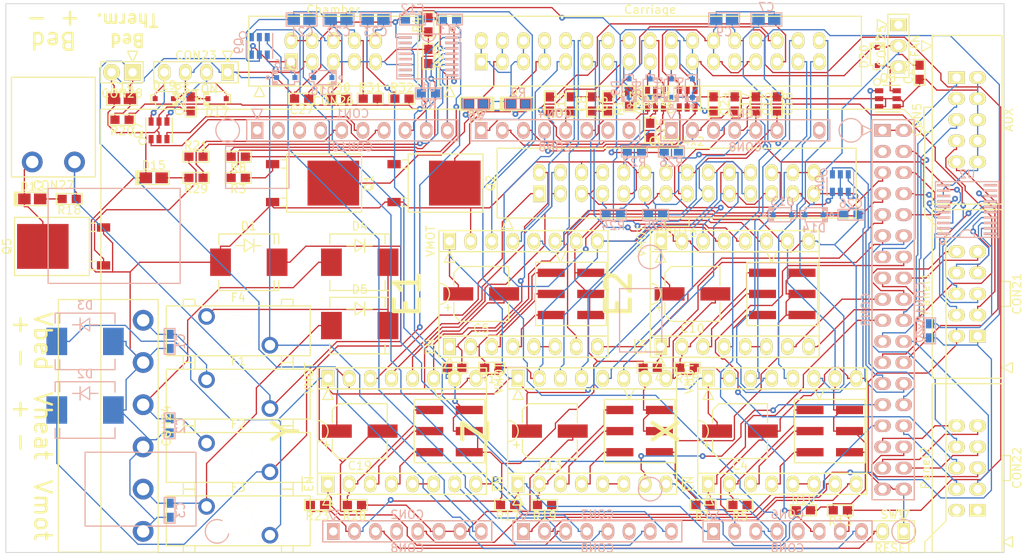
<source format=kicad_pcb>
(kicad_pcb (version 3) (host pcbnew "(2014-06-10 BZR 4935)-product")
  (layers (15 F.Cu signal) (0 B.Cu signal) (18 B.Paste user) (19 F.Paste user) (20 B.SilkS user) (21 F.SilkS user) (22 B.Mask user) (23 F.Mask user) (28 Edge.Cuts user))
  (net 0 "")
  (net 1 +12V)
  (net 2 +5V)
  (net 3 A0)
  (net 4 A1)
  (net 5 A13)
  (net 6 A14)
  (net 7 A15)
  (net 8 A2)
  (net 9 A6)
  (net 10 A7)
  (net 11 A8)
  (net 12 D10)
  (net 13 D13)
  (net 14 D24)
  (net 15 D26)
  (net 16 D28)
  (net 17 D30)
  (net 18 D34)
  (net 19 D36)
  (net 20 D38)
  (net 21 D46)
  (net 22 D48)
  (net 23 D8)
  (net 24 D9)
  (net 25 GND)
  (net 26 "Net-(C1-Pad1)")
  (net 27 "Net-(C2-Pad1)")
  (net 28 "Net-(C3-Pad1)")
  (net 29 Vmot)
  (net 30 D2)
  (net 31 D3)
  (net 32 IOREF)
  (net 33 D14)
  (net 34 D18)
  (net 35 D15)
  (net 36 D19)
  (net 37 A9)
  (net 38 A10)
  (net 39 A11)
  (net 40 D12)
  (net 41 D11)
  (net 42 RESET)
  (net 43 D7)
  (net 44 D6)
  (net 45 D5)
  (net 46 D4)
  (net 47 D32)
  (net 48 D39)
  (net 49 D40)
  (net 50 D42)
  (net 51 D43)
  (net 52 D16)
  (net 53 D17)
  (net 54 5V)
  (net 55 D44)
  (net 56 MISO)
  (net 57 SCK)
  (net 58 D23)
  (net 59 D25)
  (net 60 D27)
  (net 61 D29)
  (net 62 D31)
  (net 63 D33)
  (net 64 D35)
  (net 65 D37)
  (net 66 D41)
  (net 67 D45)
  (net 68 D47)
  (net 69 D49)
  (net 70 MOSI)
  (net 71 D53)
  (net 72 Vheat)
  (net 73 /Carriage/heater1)
  (net 74 /Carriage/heater2)
  (net 75 /Carriage/E1MotorA)
  (net 76 /Carriage/E1MotorC)
  (net 77 /Carriage/E2MotorA)
  (net 78 /Carriage/E2MotorC)
  (net 79 /Carriage/OC1)
  (net 80 /Carriage/OC3)
  (net 81 /Carriage/Xmin)
  (net 82 /Carriage/XmotorA)
  (net 83 /Carriage/XmotorC)
  (net 84 /Carriage/E1MotorB)
  (net 85 /Carriage/E1MotorD)
  (net 86 /Carriage/E2MotorB)
  (net 87 /Carriage/E2MotorD)
  (net 88 /Carriage/OC2)
  (net 89 /Carriage/OC4)
  (net 90 /Carriage/Xmax)
  (net 91 /Carriage/XmotorB)
  (net 92 /Carriage/XmotorD)
  (net 93 "Net-(CON10-Pad2)")
  (net 94 "Net-(CON10-Pad3)")
  (net 95 "Net-(CON10-Pad4)")
  (net 96 "Net-(CON10-Pad5)")
  (net 97 "Net-(CON12-Pad2)")
  (net 98 "Net-(CON12-Pad3)")
  (net 99 "Net-(CON12-Pad4)")
  (net 100 "Net-(CON12-Pad5)")
  (net 101 "Net-(CON14-Pad2)")
  (net 102 "Net-(CON14-Pad3)")
  (net 103 "Net-(CON14-Pad4)")
  (net 104 "Net-(CON14-Pad5)")
  (net 105 "/YZ axis/YmotorA")
  (net 106 "/YZ axis/YmotorC")
  (net 107 "/YZ axis/Ymin")
  (net 108 "/YZ axis/Zmin")
  (net 109 "/YZ axis/ZmotorA")
  (net 110 "/YZ axis/ZmotorC")
  (net 111 "/YZ axis/OC5")
  (net 112 "/YZ axis/OC6")
  (net 113 "/YZ axis/YmotorB")
  (net 114 "/YZ axis/YmotorD")
  (net 115 "/YZ axis/Zmax")
  (net 116 "/YZ axis/Ymax")
  (net 117 "/YZ axis/ZmotorB")
  (net 118 "/YZ axis/ZmotorD")
  (net 119 "Net-(CON17-Pad2)")
  (net 120 "Net-(CON17-Pad3)")
  (net 121 "Net-(CON17-Pad4)")
  (net 122 "Net-(CON17-Pad5)")
  (net 123 "Net-(CON19-Pad2)")
  (net 124 "Net-(CON19-Pad3)")
  (net 125 "Net-(CON19-Pad4)")
  (net 126 "Net-(CON19-Pad5)")
  (net 127 /Panel/LCD_EN)
  (net 128 /Panel/LCD_D4)
  (net 129 /Panel/LCD_D6)
  (net 130 /Panel/LCD_RS)
  (net 131 /Panel/LCD_D5)
  (net 132 /Panel/LCD_D7)
  (net 133 /Power/PS-ON)
  (net 134 /Power/PS-FAN)
  (net 135 "Net-(CON25-Pad3)")
  (net 136 /Power/Chamber-heater)
  (net 137 /Power/Chamber-fan)
  (net 138 Vbed)
  (net 139 "Net-(D4-Pad1)")
  (net 140 "Net-(D6-Pad1)")
  (net 141 "Net-(D7-Pad1)")
  (net 142 "Net-(D12-Pad1)")
  (net 143 "Net-(D15-Pad1)")
  (net 144 "Net-(Q1-Pad1)")
  (net 145 "Net-(Q2-Pad1)")
  (net 146 "Net-(Q5-Pad1)")
  (net 147 "Net-(R3-Pad1)")
  (net 148 "Net-(R8-Pad1)")
  (net 149 "Net-(R21-Pad1)")
  (net 150 "/YZ axis/BED")
  (net 151 A3)
  (net 152 A4)
  (module pnRLC:Cpol-6.3x7.7 (layer F.Cu) (at 113.665 76.835 180)
    (fp_text reference C4 (at 0 -4.1656 180) (layer F.SilkS))
    (fp_text value 100u/35V hide)
    (pad 1 smd rect (at 2.75082 0 180) (size 3.59918 1.6002) (layers F.Cu F.Paste F.Mask) (net 29 Vmot))
    (pad 2 smd rect (at -2.75082 0 180) (size 3.59918 1.6002) (layers F.Cu F.Paste F.Mask) (net 25 GND))
  )
  (module pnRLC:Cpol-6.3x7.7 (layer F.Cu) (at 82.55 60.325 180)
    (fp_text reference C5 (at 0 -4.1656 180) (layer F.SilkS))
    (fp_text value 100u/35V hide)
    (pad 1 smd rect (at 2.75082 0 180) (size 3.59918 1.6002) (layers F.Cu F.Paste F.Mask) (net 29 Vmot))
    (pad 2 smd rect (at -2.75082 0 180) (size 3.59918 1.6002) (layers F.Cu F.Paste F.Mask) (net 25 GND))
  )
  (module pnRLC:0805 (layer B.Cu) (at 116.84 27.305 180)
    (fp_text reference C7 (at 0 1.5 180) (layer B.SilkS) (effects (justify mirror)))
    (fp_text value 4u7/10V hide)
    (pad 1 smd rect (at 0.95 0 180) (size 1.5 1.3) (layers B.Cu B.Paste B.Mask) (net 5 A13))
    (pad 2 smd rect (at -0.95 0 180) (size 1.5 1.3) (layers B.Cu B.Paste B.Mask) (net 25 GND))
  )
  (module pnRLC:0805 (layer B.Cu) (at 111.76 27.305)
    (fp_text reference C9 (at 0 1.5) (layer B.SilkS) (effects (justify mirror)))
    (fp_text value 4u7/10V hide)
    (pad 1 smd rect (at 0.95 0) (size 1.5 1.3) (layers B.Cu B.Paste B.Mask) (net 6 A14))
    (pad 2 smd rect (at -0.95 0) (size 1.5 1.3) (layers B.Cu B.Paste B.Mask) (net 25 GND))
  )
  (module pnRLC:Cpol-6.3x7.7 (layer F.Cu) (at 107.95 60.325 180)
    (fp_text reference C10 (at 0 -4.1656 180) (layer F.SilkS))
    (fp_text value 100u/35V hide)
    (pad 1 smd rect (at 2.75082 0 180) (size 3.59918 1.6002) (layers F.Cu F.Paste F.Mask) (net 29 Vmot))
    (pad 2 smd rect (at -2.75082 0 180) (size 3.59918 1.6002) (layers F.Cu F.Paste F.Mask) (net 25 GND))
  )
  (module pnRLC:Cpol-6.3x7.7 (layer F.Cu) (at 90.805 76.835 180)
    (fp_text reference C13 (at 0 -4.1656 180) (layer F.SilkS))
    (fp_text value 100u/35V hide)
    (pad 1 smd rect (at 2.75082 0 180) (size 3.59918 1.6002) (layers F.Cu F.Paste F.Mask) (net 29 Vmot))
    (pad 2 smd rect (at -2.75082 0 180) (size 3.59918 1.6002) (layers F.Cu F.Paste F.Mask) (net 25 GND))
  )
  (module pnRLC:0805 (layer F.Cu) (at 39.37 36.83)
    (fp_text reference C14 (at 0 -1.5) (layer F.SilkS))
    (fp_text value 4u7/10V hide)
    (pad 1 smd rect (at 0.95 0) (size 1.5 1.3) (layers F.Cu F.Paste F.Mask) (net 7 A15))
    (pad 2 smd rect (at -0.95 0) (size 1.5 1.3) (layers F.Cu F.Paste F.Mask) (net 25 GND))
  )
  (module pnRLC:Cpol-6.3x7.7 (layer F.Cu) (at 67.945 76.835 180)
    (fp_text reference C19 (at 0 -4.1656 180) (layer F.SilkS))
    (fp_text value 100u/35V hide)
    (pad 1 smd rect (at 2.75082 0 180) (size 3.59918 1.6002) (layers F.Cu F.Paste F.Mask) (net 29 Vmot))
    (pad 2 smd rect (at -2.75082 0 180) (size 3.59918 1.6002) (layers F.Cu F.Paste F.Mask) (net 25 GND))
  )
  (module pnRLC:0805 (layer B.Cu) (at 60.96 27.305)
    (fp_text reference C21 (at 0 1.5) (layer B.SilkS) (effects (justify mirror)))
    (fp_text value 4u7/10V hide)
    (pad 1 smd rect (at 0.95 0) (size 1.5 1.3) (layers B.Cu B.Paste B.Mask) (net 37 A9))
    (pad 2 smd rect (at -0.95 0) (size 1.5 1.3) (layers B.Cu B.Paste B.Mask) (net 25 GND))
  )
  (module pnRLC:0805 (layer B.Cu) (at 65.405 27.305)
    (fp_text reference C22 (at 0 1.5) (layer B.SilkS) (effects (justify mirror)))
    (fp_text value 4u7/10V hide)
    (pad 1 smd rect (at 0.95 0) (size 1.5 1.3) (layers B.Cu B.Paste B.Mask) (net 38 A10))
    (pad 2 smd rect (at -0.95 0) (size 1.5 1.3) (layers B.Cu B.Paste B.Mask) (net 25 GND))
  )
  (module pnRLC:0805 (layer B.Cu) (at 69.85 27.305)
    (fp_text reference C23 (at 0 1.5) (layer B.SilkS) (effects (justify mirror)))
    (fp_text value 4u7/10V hide)
    (pad 1 smd rect (at 0.95 0) (size 1.5 1.3) (layers B.Cu B.Paste B.Mask) (net 39 A11))
    (pad 2 smd rect (at -0.95 0) (size 1.5 1.3) (layers B.Cu B.Paste B.Mask) (net 25 GND))
  )
  (module pnSemiconductor:0805D (layer F.Cu) (at 81.915 37.465 180)
    (fp_text reference D6 (at 0 -1.5 180) (layer F.SilkS))
    (fp_text value RED hide)
    (pad 1 smd rect (at 0.95 0 180) (size 1.5 1.3) (layers F.Cu F.Paste F.Mask) (net 140 "Net-(D6-Pad1)"))
    (pad 2 smd rect (at -0.95 0 180) (size 1.5 1.3) (layers F.Cu F.Paste F.Mask) (net 73 /Carriage/heater1))
  )
  (module pnSemiconductor:0805D (layer F.Cu) (at 86.995 37.465)
    (fp_text reference D7 (at 0 -1.5) (layer F.SilkS))
    (fp_text value RED hide)
    (pad 1 smd rect (at 0.95 0) (size 1.5 1.3) (layers F.Cu F.Paste F.Mask) (net 141 "Net-(D7-Pad1)"))
    (pad 2 smd rect (at -0.95 0) (size 1.5 1.3) (layers F.Cu F.Paste F.Mask) (net 74 /Carriage/heater2))
  )
  (module pnSemiconductor:0805D (layer F.Cu) (at 28.575 48.895)
    (fp_text reference D12 (at 0 -1.5) (layer F.SilkS))
    (fp_text value RED hide)
    (pad 1 smd rect (at 0.95 0) (size 1.5 1.3) (layers F.Cu F.Paste F.Mask) (net 142 "Net-(D12-Pad1)"))
    (pad 2 smd rect (at -0.95 0) (size 1.5 1.3) (layers F.Cu F.Paste F.Mask) (net 150 "/YZ axis/BED"))
  )
  (module pnSemiconductor:0805D (layer F.Cu) (at 43.18 46.355)
    (fp_text reference D15 (at 0 -1.5) (layer F.SilkS))
    (fp_text value GREEN hide)
    (pad 1 smd rect (at 0.95 0) (size 1.5 1.3) (layers F.Cu F.Paste F.Mask) (net 143 "Net-(D15-Pad1)"))
    (pad 2 smd rect (at -0.95 0) (size 1.5 1.3) (layers F.Cu F.Paste F.Mask) (net 25 GND))
  )
  (module pnSemiconductor:Dpak (layer F.Cu) (at 64.77 46.99 270)
    (fp_text reference Q1 (at 0 -4.3 270) (layer F.SilkS))
    (fp_text value IRLR2905ZPBF hide)
    (pad 3 smd rect (at 2.28 7.3 270) (size 1 1.6) (layers F.Cu F.Paste F.Mask) (net 25 GND))
    (pad 4 smd rect (at 0 0 270) (size 5.4 6.2) (layers F.Cu F.Paste F.Mask) (net 73 /Carriage/heater1))
    (pad 1 smd rect (at -2.28 7.3 270) (size 1 1.6) (layers F.Cu F.Paste F.Mask) (net 144 "Net-(Q1-Pad1)"))
  )
  (module pnSemiconductor:Dpak (layer F.Cu) (at 79.375 46.99 270)
    (fp_text reference Q2 (at 0 -4.3 270) (layer F.SilkS))
    (fp_text value IRLR2905ZPBF hide)
    (pad 3 smd rect (at 2.28 7.3 270) (size 1 1.6) (layers F.Cu F.Paste F.Mask) (net 25 GND))
    (pad 4 smd rect (at 0 0 270) (size 5.4 6.2) (layers F.Cu F.Paste F.Mask) (net 74 /Carriage/heater2))
    (pad 1 smd rect (at -2.28 7.3 270) (size 1 1.6) (layers F.Cu F.Paste F.Mask) (net 145 "Net-(Q2-Pad1)"))
  )
  (module pnSemiconductor:SOT23-6 (layer F.Cu) (at 103.505 36.83)
    (fp_text reference Q3 (at -2.4765 0 90) (layer F.SilkS))
    (fp_text value FDC6401N hide)
    (pad 1 smd rect (at -0.9525 1.05664) (size 0.59944 1.00076) (layers F.Cu F.Paste F.Mask) (net 43 D7))
    (pad 2 smd rect (at 0 1.05664) (size 0.59944 1.00076) (layers F.Cu F.Paste F.Mask) (net 25 GND))
    (pad 3 smd rect (at 0.9525 1.05664) (size 0.59944 1.00076) (layers F.Cu F.Paste F.Mask) (net 45 D5))
    (pad 4 smd rect (at 0.9525 -1.05664) (size 0.59944 1.00076) (layers F.Cu F.Paste F.Mask) (net 88 /Carriage/OC2))
    (pad 5 smd rect (at 0 -1.05664) (size 0.59944 1.00076) (layers F.Cu F.Paste F.Mask) (net 25 GND))
    (pad 6 smd rect (at -0.9525 -1.05664) (size 0.59944 1.00076) (layers F.Cu F.Paste F.Mask) (net 79 /Carriage/OC1))
  )
  (module pnSemiconductor:SOT23-6 (layer F.Cu) (at 107.315 36.83)
    (fp_text reference Q4 (at -2.4765 0 90) (layer F.SilkS))
    (fp_text value FDC6401N hide)
    (pad 1 smd rect (at -0.9525 1.05664) (size 0.59944 1.00076) (layers F.Cu F.Paste F.Mask) (net 44 D6))
    (pad 2 smd rect (at 0 1.05664) (size 0.59944 1.00076) (layers F.Cu F.Paste F.Mask) (net 25 GND))
    (pad 3 smd rect (at 0.9525 1.05664) (size 0.59944 1.00076) (layers F.Cu F.Paste F.Mask) (net 46 D4))
    (pad 4 smd rect (at 0.9525 -1.05664) (size 0.59944 1.00076) (layers F.Cu F.Paste F.Mask) (net 89 /Carriage/OC4))
    (pad 5 smd rect (at 0 -1.05664) (size 0.59944 1.00076) (layers F.Cu F.Paste F.Mask) (net 25 GND))
    (pad 6 smd rect (at -0.9525 -1.05664) (size 0.59944 1.00076) (layers F.Cu F.Paste F.Mask) (net 80 /Carriage/OC3))
  )
  (module pnSemiconductor:Dpak (layer F.Cu) (at 29.845 54.61 90)
    (fp_text reference Q5 (at 0 -4.3 90) (layer F.SilkS))
    (fp_text value IRLR2905ZPBF hide)
    (pad 3 smd rect (at 2.28 7.3 90) (size 1 1.6) (layers F.Cu F.Paste F.Mask) (net 25 GND))
    (pad 4 smd rect (at 0 0 90) (size 5.4 6.2) (layers F.Cu F.Paste F.Mask) (net 150 "/YZ axis/BED"))
    (pad 1 smd rect (at -2.28 7.3 90) (size 1 1.6) (layers F.Cu F.Paste F.Mask) (net 146 "Net-(Q5-Pad1)"))
  )
  (module pnSemiconductor:SOT23-6 (layer B.Cu) (at 125.73 46.99)
    (fp_text reference Q6 (at -2.4765 0 270) (layer B.SilkS) (effects (justify mirror)))
    (fp_text value FDC6401N hide)
    (pad 1 smd rect (at -0.9525 -1.05664) (size 0.59944 1.00076) (layers B.Cu B.Paste B.Mask) (net 55 D44))
    (pad 2 smd rect (at 0 -1.05664) (size 0.59944 1.00076) (layers B.Cu B.Paste B.Mask) (net 25 GND))
    (pad 3 smd rect (at 0.9525 -1.05664) (size 0.59944 1.00076) (layers B.Cu B.Paste B.Mask) (net 67 D45))
    (pad 4 smd rect (at 0.9525 1.05664) (size 0.59944 1.00076) (layers B.Cu B.Paste B.Mask) (net 112 "/YZ axis/OC6"))
    (pad 5 smd rect (at 0 1.05664) (size 0.59944 1.00076) (layers B.Cu B.Paste B.Mask) (net 25 GND))
    (pad 6 smd rect (at -0.9525 1.05664) (size 0.59944 1.00076) (layers B.Cu B.Paste B.Mask) (net 111 "/YZ axis/OC5"))
  )
  (module pnSemiconductor:SOT23-6 (layer F.Cu) (at 43.815 40.64)
    (fp_text reference Q7 (at -2.4765 0 90) (layer F.SilkS))
    (fp_text value FDC6401N hide)
    (pad 1 smd rect (at -0.9525 1.05664) (size 0.59944 1.00076) (layers F.Cu F.Paste F.Mask) (net 41 D11))
    (pad 2 smd rect (at 0 1.05664) (size 0.59944 1.00076) (layers F.Cu F.Paste F.Mask) (net 25 GND))
    (pad 3 smd rect (at 0.9525 1.05664) (size 0.59944 1.00076) (layers F.Cu F.Paste F.Mask) (net 40 D12))
    (pad 4 smd rect (at 0.9525 -1.05664) (size 0.59944 1.00076) (layers F.Cu F.Paste F.Mask) (net 133 /Power/PS-ON))
    (pad 5 smd rect (at 0 -1.05664) (size 0.59944 1.00076) (layers F.Cu F.Paste F.Mask) (net 25 GND))
    (pad 6 smd rect (at -0.9525 -1.05664) (size 0.59944 1.00076) (layers F.Cu F.Paste F.Mask) (net 134 /Power/PS-FAN))
  )
  (module pnSemiconductor:SOT23-6 (layer F.Cu) (at 131.445 36.83 270)
    (fp_text reference Q8 (at -2.4765 0 360) (layer F.SilkS))
    (fp_text value FDC6401N hide)
    (pad 1 smd rect (at -0.9525 1.05664 270) (size 0.59944 1.00076) (layers F.Cu F.Paste F.Mask) (net 68 D47))
    (pad 2 smd rect (at 0 1.05664 270) (size 0.59944 1.00076) (layers F.Cu F.Paste F.Mask) (net 25 GND))
    (pad 3 smd rect (at 0.9525 1.05664 270) (size 0.59944 1.00076) (layers F.Cu F.Paste F.Mask) (net 25 GND))
    (pad 4 smd rect (at 0.9525 -1.05664 270) (size 0.59944 1.00076) (layers F.Cu F.Paste F.Mask) (net 25 GND))
    (pad 5 smd rect (at 0 -1.05664 270) (size 0.59944 1.00076) (layers F.Cu F.Paste F.Mask) (net 25 GND))
    (pad 6 smd rect (at -0.9525 -1.05664 270) (size 0.59944 1.00076) (layers F.Cu F.Paste F.Mask) (net 135 "Net-(CON25-Pad3)"))
  )
  (module pnSemiconductor:SOT23-6 (layer B.Cu) (at 55.88 30.48)
    (fp_text reference Q9 (at -2.4765 0 270) (layer B.SilkS) (effects (justify mirror)))
    (fp_text value FDC6401N hide)
    (pad 1 smd rect (at -0.9525 -1.05664) (size 0.59944 1.00076) (layers B.Cu B.Paste B.Mask) (net 151 A3))
    (pad 2 smd rect (at 0 -1.05664) (size 0.59944 1.00076) (layers B.Cu B.Paste B.Mask) (net 25 GND))
    (pad 3 smd rect (at 0.9525 -1.05664) (size 0.59944 1.00076) (layers B.Cu B.Paste B.Mask) (net 152 A4))
    (pad 4 smd rect (at 0.9525 1.05664) (size 0.59944 1.00076) (layers B.Cu B.Paste B.Mask) (net 137 /Power/Chamber-fan))
    (pad 5 smd rect (at 0 1.05664) (size 0.59944 1.00076) (layers B.Cu B.Paste B.Mask) (net 25 GND))
    (pad 6 smd rect (at -0.9525 1.05664) (size 0.59944 1.00076) (layers B.Cu B.Paste B.Mask) (net 136 /Power/Chamber-heater))
  )
  (module pnModules:ArduinoMegaShield (layer F.Cu) (at 36.83 91.44)
    (fp_text reference MECH1 hide)
    (fp_text value ArduinoMegaShield hide)
  )
  (module pnPinheaders:PIN10_a (layer B.Cu) (at 67.056 40.64)
    (fp_text reference CON1 (at 0 -2.02) (layer B.SilkS) (effects (justify mirror)))
    (fp_text value CON10 (at 0 2.02) (layer B.SilkS) (effects (justify mirror)))
    (pad 1 thru_hole rect (at -11.43 0) (size 1.5 2) (drill 1) (layers *.Cu *.Mask B.SilkS))
    (pad 2 thru_hole oval (at -8.89 0) (size 1.5 2) (drill 1) (layers *.Cu *.Mask B.SilkS))
    (pad 3 thru_hole oval (at -6.35 0) (size 1.5 2) (drill 1) (layers *.Cu *.Mask B.SilkS))
    (pad 4 thru_hole oval (at -3.81 0) (size 1.5 2) (drill 1) (layers *.Cu *.Mask B.SilkS))
    (pad 5 thru_hole oval (at -1.27 0) (size 1.5 2) (drill 1) (layers *.Cu *.Mask B.SilkS) (net 13 D13))
    (pad 6 thru_hole oval (at 1.27 0) (size 1.5 2) (drill 1) (layers *.Cu *.Mask B.SilkS) (net 40 D12))
    (pad 7 thru_hole oval (at 3.81 0) (size 1.5 2) (drill 1) (layers *.Cu *.Mask B.SilkS) (net 41 D11))
    (pad 8 thru_hole oval (at 6.35 0) (size 1.5 2) (drill 1) (layers *.Cu *.Mask B.SilkS) (net 12 D10))
    (pad 9 thru_hole oval (at 8.89 0) (size 1.5 2) (drill 1) (layers *.Cu *.Mask B.SilkS) (net 24 D9))
    (pad 10 thru_hole oval (at 11.43 0) (size 1.5 2) (drill 1) (layers *.Cu *.Mask B.SilkS) (net 23 D8))
  )
  (module pnPinheaders:PIN8_a (layer B.Cu) (at 73.66 88.9)
    (fp_text reference CON2 (at 0 -2.02) (layer B.SilkS) (effects (justify mirror)))
    (fp_text value CON8 (at 0 2.02) (layer B.SilkS) (effects (justify mirror)))
    (pad 1 thru_hole rect (at -8.89 0) (size 1.5 2) (drill 1) (layers *.Cu *.Mask B.SilkS))
    (pad 2 thru_hole oval (at -6.35 0) (size 1.5 2) (drill 1) (layers *.Cu *.Mask B.SilkS) (net 32 IOREF))
    (pad 3 thru_hole oval (at -3.81 0) (size 1.5 2) (drill 1) (layers *.Cu *.Mask B.SilkS) (net 42 RESET))
    (pad 4 thru_hole oval (at -1.27 0) (size 1.5 2) (drill 1) (layers *.Cu *.Mask B.SilkS))
    (pad 5 thru_hole oval (at 1.27 0) (size 1.5 2) (drill 1) (layers *.Cu *.Mask B.SilkS) (net 2 +5V))
    (pad 6 thru_hole oval (at 3.81 0) (size 1.5 2) (drill 1) (layers *.Cu *.Mask B.SilkS) (net 25 GND))
    (pad 7 thru_hole oval (at 6.35 0) (size 1.5 2) (drill 1) (layers *.Cu *.Mask B.SilkS) (net 25 GND))
    (pad 8 thru_hole oval (at 8.89 0) (size 1.5 2) (drill 1) (layers *.Cu *.Mask B.SilkS) (net 1 +12V))
  )
  (module pnPinheaders:PIN8_a (layer B.Cu) (at 96.52 88.9)
    (fp_text reference CON3 (at 0 -2.02) (layer B.SilkS) (effects (justify mirror)))
    (fp_text value CON8 (at 0 2.02) (layer B.SilkS) (effects (justify mirror)))
    (pad 1 thru_hole rect (at -8.89 0) (size 1.5 2) (drill 1) (layers *.Cu *.Mask B.SilkS) (net 3 A0))
    (pad 2 thru_hole oval (at -6.35 0) (size 1.5 2) (drill 1) (layers *.Cu *.Mask B.SilkS) (net 4 A1))
    (pad 3 thru_hole oval (at -3.81 0) (size 1.5 2) (drill 1) (layers *.Cu *.Mask B.SilkS) (net 8 A2))
    (pad 4 thru_hole oval (at -1.27 0) (size 1.5 2) (drill 1) (layers *.Cu *.Mask B.SilkS) (net 151 A3))
    (pad 5 thru_hole oval (at 1.27 0) (size 1.5 2) (drill 1) (layers *.Cu *.Mask B.SilkS) (net 152 A4))
    (pad 6 thru_hole oval (at 3.81 0) (size 1.5 2) (drill 1) (layers *.Cu *.Mask B.SilkS))
    (pad 7 thru_hole oval (at 6.35 0) (size 1.5 2) (drill 1) (layers *.Cu *.Mask B.SilkS) (net 9 A6))
    (pad 8 thru_hole oval (at 8.89 0) (size 1.5 2) (drill 1) (layers *.Cu *.Mask B.SilkS) (net 10 A7))
  )
  (module pnPinheaders:PIN8_a (layer B.Cu) (at 91.44 40.64)
    (fp_text reference CON4 (at 0 -2.02) (layer B.SilkS) (effects (justify mirror)))
    (fp_text value CON8 (at 0 2.02) (layer B.SilkS) (effects (justify mirror)))
    (pad 1 thru_hole rect (at -8.89 0) (size 1.5 2) (drill 1) (layers *.Cu *.Mask B.SilkS) (net 43 D7))
    (pad 2 thru_hole oval (at -6.35 0) (size 1.5 2) (drill 1) (layers *.Cu *.Mask B.SilkS) (net 44 D6))
    (pad 3 thru_hole oval (at -3.81 0) (size 1.5 2) (drill 1) (layers *.Cu *.Mask B.SilkS) (net 45 D5))
    (pad 4 thru_hole oval (at -1.27 0) (size 1.5 2) (drill 1) (layers *.Cu *.Mask B.SilkS) (net 46 D4))
    (pad 5 thru_hole oval (at 1.27 0) (size 1.5 2) (drill 1) (layers *.Cu *.Mask B.SilkS) (net 31 D3))
    (pad 6 thru_hole oval (at 3.81 0) (size 1.5 2) (drill 1) (layers *.Cu *.Mask B.SilkS) (net 30 D2))
    (pad 7 thru_hole oval (at 6.35 0) (size 1.5 2) (drill 1) (layers *.Cu *.Mask B.SilkS))
    (pad 8 thru_hole oval (at 8.89 0) (size 1.5 2) (drill 1) (layers *.Cu *.Mask B.SilkS))
  )
  (module pnPinheaders:PIN8_a (layer B.Cu) (at 119.38 88.9)
    (fp_text reference CON6 (at 0 -2.02) (layer B.SilkS) (effects (justify mirror)))
    (fp_text value CON8 (at 0 2.02) (layer B.SilkS) (effects (justify mirror)))
    (pad 1 thru_hole rect (at -8.89 0) (size 1.5 2) (drill 1) (layers *.Cu *.Mask B.SilkS) (net 11 A8))
    (pad 2 thru_hole oval (at -6.35 0) (size 1.5 2) (drill 1) (layers *.Cu *.Mask B.SilkS) (net 37 A9))
    (pad 3 thru_hole oval (at -3.81 0) (size 1.5 2) (drill 1) (layers *.Cu *.Mask B.SilkS) (net 38 A10))
    (pad 4 thru_hole oval (at -1.27 0) (size 1.5 2) (drill 1) (layers *.Cu *.Mask B.SilkS) (net 39 A11))
    (pad 5 thru_hole oval (at 1.27 0) (size 1.5 2) (drill 1) (layers *.Cu *.Mask B.SilkS))
    (pad 6 thru_hole oval (at 3.81 0) (size 1.5 2) (drill 1) (layers *.Cu *.Mask B.SilkS) (net 5 A13))
    (pad 7 thru_hole oval (at 6.35 0) (size 1.5 2) (drill 1) (layers *.Cu *.Mask B.SilkS) (net 6 A14))
    (pad 8 thru_hole oval (at 8.89 0) (size 1.5 2) (drill 1) (layers *.Cu *.Mask B.SilkS) (net 7 A15))
  )
  (module pnPinheaders:PIN8_a (layer B.Cu) (at 114.3 40.64)
    (fp_text reference CON7 (at 0 -2.02) (layer B.SilkS) (effects (justify mirror)))
    (fp_text value CON8 (at 0 2.02) (layer B.SilkS) (effects (justify mirror)))
    (pad 1 thru_hole rect (at -8.89 0) (size 1.5 2) (drill 1) (layers *.Cu *.Mask B.SilkS) (net 33 D14))
    (pad 2 thru_hole oval (at -6.35 0) (size 1.5 2) (drill 1) (layers *.Cu *.Mask B.SilkS) (net 35 D15))
    (pad 3 thru_hole oval (at -3.81 0) (size 1.5 2) (drill 1) (layers *.Cu *.Mask B.SilkS) (net 52 D16))
    (pad 4 thru_hole oval (at -1.27 0) (size 1.5 2) (drill 1) (layers *.Cu *.Mask B.SilkS) (net 53 D17))
    (pad 5 thru_hole oval (at 1.27 0) (size 1.5 2) (drill 1) (layers *.Cu *.Mask B.SilkS) (net 34 D18))
    (pad 6 thru_hole oval (at 3.81 0) (size 1.5 2) (drill 1) (layers *.Cu *.Mask B.SilkS) (net 36 D19))
    (pad "" np_thru_hole oval (at 6.35 0) (size 1 1) (drill 1) (layers *.Cu *.Mask B.SilkS))
    (pad 8 thru_hole oval (at 8.89 0) (size 1.5 2) (drill 1) (layers *.Cu *.Mask B.SilkS))
  )
  (module pnPinheaders:PIN18x2reverse_a (layer B.Cu) (at 132.08 62.23 90)
    (fp_text reference CON8 (at 0 -3.29 90) (layer B.SilkS) (effects (justify mirror)))
    (fp_text value CON18x2 (at 0 3.29 90) (layer B.SilkS) (effects (justify mirror)))
    (pad 1 thru_hole rect (at 21.59 -1.27 270) (size 1.5 2) (drill 1) (layers *.Cu *.Mask B.SilkS) (net 54 5V))
    (pad 3 thru_hole oval (at 19.05 -1.27 270) (size 1.5 2) (drill 1) (layers *.Cu *.Mask B.SilkS))
    (pad 5 thru_hole oval (at 16.51 -1.27 270) (size 1.5 2) (drill 1) (layers *.Cu *.Mask B.SilkS) (net 14 D24))
    (pad 7 thru_hole oval (at 13.97 -1.27 270) (size 1.5 2) (drill 1) (layers *.Cu *.Mask B.SilkS) (net 15 D26))
    (pad 9 thru_hole oval (at 11.43 -1.27 270) (size 1.5 2) (drill 1) (layers *.Cu *.Mask B.SilkS) (net 16 D28))
    (pad 11 thru_hole oval (at 8.89 -1.27 270) (size 1.5 2) (drill 1) (layers *.Cu *.Mask B.SilkS) (net 17 D30))
    (pad 13 thru_hole oval (at 6.35 -1.27 270) (size 1.5 2) (drill 1) (layers *.Cu *.Mask B.SilkS) (net 47 D32))
    (pad 15 thru_hole oval (at 3.81 -1.27 270) (size 1.5 2) (drill 1) (layers *.Cu *.Mask B.SilkS) (net 18 D34))
    (pad 17 thru_hole oval (at 1.27 -1.27 270) (size 1.5 2) (drill 1) (layers *.Cu *.Mask B.SilkS) (net 19 D36))
    (pad 19 thru_hole oval (at -1.27 -1.27 270) (size 1.5 2) (drill 1) (layers *.Cu *.Mask B.SilkS) (net 20 D38))
    (pad 21 thru_hole oval (at -3.81 -1.27 270) (size 1.5 2) (drill 1) (layers *.Cu *.Mask B.SilkS) (net 49 D40))
    (pad 23 thru_hole oval (at -6.35 -1.27 270) (size 1.5 2) (drill 1) (layers *.Cu *.Mask B.SilkS) (net 50 D42))
    (pad 25 thru_hole oval (at -8.89 -1.27 270) (size 1.5 2) (drill 1) (layers *.Cu *.Mask B.SilkS) (net 55 D44))
    (pad 27 thru_hole oval (at -11.43 -1.27 270) (size 1.5 2) (drill 1) (layers *.Cu *.Mask B.SilkS) (net 21 D46))
    (pad 29 thru_hole oval (at -13.97 -1.27 270) (size 1.5 2) (drill 1) (layers *.Cu *.Mask B.SilkS) (net 22 D48))
    (pad 31 thru_hole oval (at -16.51 -1.27 270) (size 1.5 2) (drill 1) (layers *.Cu *.Mask B.SilkS) (net 56 MISO))
    (pad 33 thru_hole oval (at -19.05 -1.27 270) (size 1.5 2) (drill 1) (layers *.Cu *.Mask B.SilkS) (net 57 SCK))
    (pad 35 thru_hole oval (at -21.59 -1.27 270) (size 1.5 2) (drill 1) (layers *.Cu *.Mask B.SilkS) (net 25 GND))
    (pad 2 thru_hole oval (at 21.59 1.27 270) (size 1.5 2) (drill 1) (layers *.Cu *.Mask B.SilkS) (net 54 5V))
    (pad 4 thru_hole oval (at 19.05 1.27 270) (size 1.5 2) (drill 1) (layers *.Cu *.Mask B.SilkS) (net 58 D23))
    (pad 6 thru_hole oval (at 16.51 1.27 270) (size 1.5 2) (drill 1) (layers *.Cu *.Mask B.SilkS) (net 59 D25))
    (pad 8 thru_hole oval (at 13.97 1.27 270) (size 1.5 2) (drill 1) (layers *.Cu *.Mask B.SilkS) (net 60 D27))
    (pad 10 thru_hole oval (at 11.43 1.27 270) (size 1.5 2) (drill 1) (layers *.Cu *.Mask B.SilkS) (net 61 D29))
    (pad 12 thru_hole oval (at 8.89 1.27 270) (size 1.5 2) (drill 1) (layers *.Cu *.Mask B.SilkS) (net 62 D31))
    (pad 14 thru_hole oval (at 6.35 1.27 270) (size 1.5 2) (drill 1) (layers *.Cu *.Mask B.SilkS) (net 63 D33))
    (pad 16 thru_hole oval (at 3.81 1.27 270) (size 1.5 2) (drill 1) (layers *.Cu *.Mask B.SilkS) (net 64 D35))
    (pad 18 thru_hole oval (at 1.27 1.27 270) (size 1.5 2) (drill 1) (layers *.Cu *.Mask B.SilkS) (net 65 D37))
    (pad 20 thru_hole oval (at -1.27 1.27 270) (size 1.5 2) (drill 1) (layers *.Cu *.Mask B.SilkS) (net 48 D39))
    (pad 22 thru_hole oval (at -3.81 1.27 270) (size 1.5 2) (drill 1) (layers *.Cu *.Mask B.SilkS) (net 66 D41))
    (pad 24 thru_hole oval (at -6.35 1.27 270) (size 1.5 2) (drill 1) (layers *.Cu *.Mask B.SilkS) (net 51 D43))
    (pad 26 thru_hole oval (at -8.89 1.27 270) (size 1.5 2) (drill 1) (layers *.Cu *.Mask B.SilkS) (net 67 D45))
    (pad 28 thru_hole oval (at -11.43 1.27 270) (size 1.5 2) (drill 1) (layers *.Cu *.Mask B.SilkS) (net 68 D47))
    (pad 30 thru_hole oval (at -13.97 1.27 270) (size 1.5 2) (drill 1) (layers *.Cu *.Mask B.SilkS) (net 69 D49))
    (pad 32 thru_hole oval (at -16.51 1.27 270) (size 1.5 2) (drill 1) (layers *.Cu *.Mask B.SilkS) (net 70 MOSI))
    (pad 34 thru_hole oval (at -19.05 1.27 270) (size 1.5 2) (drill 1) (layers *.Cu *.Mask B.SilkS) (net 71 D53))
    (pad 36 thru_hole oval (at -21.59 1.27 270) (size 1.5 2) (drill 1) (layers *.Cu *.Mask B.SilkS) (net 25 GND))
  )
  (module pnPinheaders:PIN8_a (layer F.Cu) (at 118.745 83.185)
    (fp_text reference CON10 hide)
    (fp_text value Stepstick_Left_Connector hide)
    (pad 1 thru_hole rect (at -8.89 0) (size 1.5 2) (drill 1) (layers *.Cu *.Mask F.SilkS) (net 20 D38))
    (pad 2 thru_hole oval (at -6.35 0) (size 1.5 2) (drill 1) (layers *.Cu *.Mask F.SilkS) (net 93 "Net-(CON10-Pad2)"))
    (pad 3 thru_hole oval (at -3.81 0) (size 1.5 2) (drill 1) (layers *.Cu *.Mask F.SilkS) (net 94 "Net-(CON10-Pad3)"))
    (pad 4 thru_hole oval (at -1.27 0) (size 1.5 2) (drill 1) (layers *.Cu *.Mask F.SilkS) (net 95 "Net-(CON10-Pad4)"))
    (pad 5 thru_hole oval (at 1.27 0) (size 1.5 2) (drill 1) (layers *.Cu *.Mask F.SilkS) (net 96 "Net-(CON10-Pad5)"))
    (pad 6 thru_hole oval (at 3.81 0) (size 1.5 2) (drill 1) (layers *.Cu *.Mask F.SilkS) (net 96 "Net-(CON10-Pad5)"))
    (pad 7 thru_hole oval (at 6.35 0) (size 1.5 2) (drill 1) (layers *.Cu *.Mask F.SilkS) (net 3 A0))
    (pad 8 thru_hole oval (at 8.89 0) (size 1.5 2) (drill 1) (layers *.Cu *.Mask F.SilkS) (net 4 A1))
  )
  (module pnPinheaders:PIN8_a (layer F.Cu) (at 118.745 70.485)
    (fp_text reference CON11 hide)
    (fp_text value Stepstick_Right_Connector hide)
    (pad 1 thru_hole rect (at -8.89 0) (size 1.5 2) (drill 1) (layers *.Cu *.Mask F.SilkS) (net 29 Vmot))
    (pad 2 thru_hole oval (at -6.35 0) (size 1.5 2) (drill 1) (layers *.Cu *.Mask F.SilkS) (net 25 GND))
    (pad 3 thru_hole oval (at -3.81 0) (size 1.5 2) (drill 1) (layers *.Cu *.Mask F.SilkS) (net 82 /Carriage/XmotorA))
    (pad 4 thru_hole oval (at -1.27 0) (size 1.5 2) (drill 1) (layers *.Cu *.Mask F.SilkS) (net 91 /Carriage/XmotorB))
    (pad 5 thru_hole oval (at 1.27 0) (size 1.5 2) (drill 1) (layers *.Cu *.Mask F.SilkS) (net 83 /Carriage/XmotorC))
    (pad 6 thru_hole oval (at 3.81 0) (size 1.5 2) (drill 1) (layers *.Cu *.Mask F.SilkS) (net 92 /Carriage/XmotorD))
    (pad 7 thru_hole oval (at 6.35 0) (size 1.5 2) (drill 1) (layers *.Cu *.Mask F.SilkS) (net 32 IOREF))
    (pad 8 thru_hole oval (at 8.89 0) (size 1.5 2) (drill 1) (layers *.Cu *.Mask F.SilkS) (net 25 GND))
  )
  (module pnPinheaders:PIN8_a (layer F.Cu) (at 87.63 66.675)
    (fp_text reference CON12 hide)
    (fp_text value Stepstick_Left_Connector hide)
    (pad 1 thru_hole rect (at -8.89 0) (size 1.5 2) (drill 1) (layers *.Cu *.Mask F.SilkS) (net 14 D24))
    (pad 2 thru_hole oval (at -6.35 0) (size 1.5 2) (drill 1) (layers *.Cu *.Mask F.SilkS) (net 97 "Net-(CON12-Pad2)"))
    (pad 3 thru_hole oval (at -3.81 0) (size 1.5 2) (drill 1) (layers *.Cu *.Mask F.SilkS) (net 98 "Net-(CON12-Pad3)"))
    (pad 4 thru_hole oval (at -1.27 0) (size 1.5 2) (drill 1) (layers *.Cu *.Mask F.SilkS) (net 99 "Net-(CON12-Pad4)"))
    (pad 5 thru_hole oval (at 1.27 0) (size 1.5 2) (drill 1) (layers *.Cu *.Mask F.SilkS) (net 100 "Net-(CON12-Pad5)"))
    (pad 6 thru_hole oval (at 3.81 0) (size 1.5 2) (drill 1) (layers *.Cu *.Mask F.SilkS) (net 100 "Net-(CON12-Pad5)"))
    (pad 7 thru_hole oval (at 6.35 0) (size 1.5 2) (drill 1) (layers *.Cu *.Mask F.SilkS) (net 15 D26))
    (pad 8 thru_hole oval (at 8.89 0) (size 1.5 2) (drill 1) (layers *.Cu *.Mask F.SilkS) (net 16 D28))
  )
  (module pnPinheaders:PIN8_a (layer F.Cu) (at 87.63 53.975)
    (fp_text reference CON13 hide)
    (fp_text value Stepstick_Right_Connector hide)
    (pad 1 thru_hole rect (at -8.89 0) (size 1.5 2) (drill 1) (layers *.Cu *.Mask F.SilkS) (net 29 Vmot))
    (pad 2 thru_hole oval (at -6.35 0) (size 1.5 2) (drill 1) (layers *.Cu *.Mask F.SilkS) (net 25 GND))
    (pad 3 thru_hole oval (at -3.81 0) (size 1.5 2) (drill 1) (layers *.Cu *.Mask F.SilkS) (net 75 /Carriage/E1MotorA))
    (pad 4 thru_hole oval (at -1.27 0) (size 1.5 2) (drill 1) (layers *.Cu *.Mask F.SilkS) (net 84 /Carriage/E1MotorB))
    (pad 5 thru_hole oval (at 1.27 0) (size 1.5 2) (drill 1) (layers *.Cu *.Mask F.SilkS) (net 76 /Carriage/E1MotorC))
    (pad 6 thru_hole oval (at 3.81 0) (size 1.5 2) (drill 1) (layers *.Cu *.Mask F.SilkS) (net 85 /Carriage/E1MotorD))
    (pad 7 thru_hole oval (at 6.35 0) (size 1.5 2) (drill 1) (layers *.Cu *.Mask F.SilkS) (net 32 IOREF))
    (pad 8 thru_hole oval (at 8.89 0) (size 1.5 2) (drill 1) (layers *.Cu *.Mask F.SilkS) (net 25 GND))
  )
  (module pnPinheaders:PIN8_a (layer F.Cu) (at 113.03 66.675)
    (fp_text reference CON14 hide)
    (fp_text value Stepstick_Left_Connector hide)
    (pad 1 thru_hole rect (at -8.89 0) (size 1.5 2) (drill 1) (layers *.Cu *.Mask F.SilkS) (net 17 D30))
    (pad 2 thru_hole oval (at -6.35 0) (size 1.5 2) (drill 1) (layers *.Cu *.Mask F.SilkS) (net 101 "Net-(CON14-Pad2)"))
    (pad 3 thru_hole oval (at -3.81 0) (size 1.5 2) (drill 1) (layers *.Cu *.Mask F.SilkS) (net 102 "Net-(CON14-Pad3)"))
    (pad 4 thru_hole oval (at -1.27 0) (size 1.5 2) (drill 1) (layers *.Cu *.Mask F.SilkS) (net 103 "Net-(CON14-Pad4)"))
    (pad 5 thru_hole oval (at 1.27 0) (size 1.5 2) (drill 1) (layers *.Cu *.Mask F.SilkS) (net 104 "Net-(CON14-Pad5)"))
    (pad 6 thru_hole oval (at 3.81 0) (size 1.5 2) (drill 1) (layers *.Cu *.Mask F.SilkS) (net 104 "Net-(CON14-Pad5)"))
    (pad 7 thru_hole oval (at 6.35 0) (size 1.5 2) (drill 1) (layers *.Cu *.Mask F.SilkS) (net 19 D36))
    (pad 8 thru_hole oval (at 8.89 0) (size 1.5 2) (drill 1) (layers *.Cu *.Mask F.SilkS) (net 18 D34))
  )
  (module pnPinheaders:PIN8_a (layer F.Cu) (at 113.03 53.975)
    (fp_text reference CON15 hide)
    (fp_text value Stepstick_Right_Connector hide)
    (pad 1 thru_hole rect (at -8.89 0) (size 1.5 2) (drill 1) (layers *.Cu *.Mask F.SilkS) (net 29 Vmot))
    (pad 2 thru_hole oval (at -6.35 0) (size 1.5 2) (drill 1) (layers *.Cu *.Mask F.SilkS) (net 25 GND))
    (pad 3 thru_hole oval (at -3.81 0) (size 1.5 2) (drill 1) (layers *.Cu *.Mask F.SilkS) (net 77 /Carriage/E2MotorA))
    (pad 4 thru_hole oval (at -1.27 0) (size 1.5 2) (drill 1) (layers *.Cu *.Mask F.SilkS) (net 86 /Carriage/E2MotorB))
    (pad 5 thru_hole oval (at 1.27 0) (size 1.5 2) (drill 1) (layers *.Cu *.Mask F.SilkS) (net 78 /Carriage/E2MotorC))
    (pad 6 thru_hole oval (at 3.81 0) (size 1.5 2) (drill 1) (layers *.Cu *.Mask F.SilkS) (net 87 /Carriage/E2MotorD))
    (pad 7 thru_hole oval (at 6.35 0) (size 1.5 2) (drill 1) (layers *.Cu *.Mask F.SilkS) (net 32 IOREF))
    (pad 8 thru_hole oval (at 8.89 0) (size 1.5 2) (drill 1) (layers *.Cu *.Mask F.SilkS) (net 25 GND))
  )
  (module pnPinheaders:PIN8_a (layer F.Cu) (at 95.885 83.185)
    (fp_text reference CON17 hide)
    (fp_text value Stepstick_Left_Connector hide)
    (pad 1 thru_hole rect (at -8.89 0) (size 1.5 2) (drill 1) (layers *.Cu *.Mask F.SilkS) (net 11 A8))
    (pad 2 thru_hole oval (at -6.35 0) (size 1.5 2) (drill 1) (layers *.Cu *.Mask F.SilkS) (net 119 "Net-(CON17-Pad2)"))
    (pad 3 thru_hole oval (at -3.81 0) (size 1.5 2) (drill 1) (layers *.Cu *.Mask F.SilkS) (net 120 "Net-(CON17-Pad3)"))
    (pad 4 thru_hole oval (at -1.27 0) (size 1.5 2) (drill 1) (layers *.Cu *.Mask F.SilkS) (net 121 "Net-(CON17-Pad4)"))
    (pad 5 thru_hole oval (at 1.27 0) (size 1.5 2) (drill 1) (layers *.Cu *.Mask F.SilkS) (net 122 "Net-(CON17-Pad5)"))
    (pad 6 thru_hole oval (at 3.81 0) (size 1.5 2) (drill 1) (layers *.Cu *.Mask F.SilkS) (net 122 "Net-(CON17-Pad5)"))
    (pad 7 thru_hole oval (at 6.35 0) (size 1.5 2) (drill 1) (layers *.Cu *.Mask F.SilkS) (net 21 D46))
    (pad 8 thru_hole oval (at 8.89 0) (size 1.5 2) (drill 1) (layers *.Cu *.Mask F.SilkS) (net 22 D48))
  )
  (module pnPinheaders:PIN8_a (layer F.Cu) (at 95.885 70.485)
    (fp_text reference CON18 hide)
    (fp_text value Stepstick_Right_Connector hide)
    (pad 1 thru_hole rect (at -8.89 0) (size 1.5 2) (drill 1) (layers *.Cu *.Mask F.SilkS) (net 29 Vmot))
    (pad 2 thru_hole oval (at -6.35 0) (size 1.5 2) (drill 1) (layers *.Cu *.Mask F.SilkS) (net 25 GND))
    (pad 3 thru_hole oval (at -3.81 0) (size 1.5 2) (drill 1) (layers *.Cu *.Mask F.SilkS) (net 109 "/YZ axis/ZmotorA"))
    (pad 4 thru_hole oval (at -1.27 0) (size 1.5 2) (drill 1) (layers *.Cu *.Mask F.SilkS) (net 117 "/YZ axis/ZmotorB"))
    (pad 5 thru_hole oval (at 1.27 0) (size 1.5 2) (drill 1) (layers *.Cu *.Mask F.SilkS) (net 110 "/YZ axis/ZmotorC"))
    (pad 6 thru_hole oval (at 3.81 0) (size 1.5 2) (drill 1) (layers *.Cu *.Mask F.SilkS) (net 118 "/YZ axis/ZmotorD"))
    (pad 7 thru_hole oval (at 6.35 0) (size 1.5 2) (drill 1) (layers *.Cu *.Mask F.SilkS) (net 32 IOREF))
    (pad 8 thru_hole oval (at 8.89 0) (size 1.5 2) (drill 1) (layers *.Cu *.Mask F.SilkS) (net 25 GND))
  )
  (module pnPinheaders:PIN8_a (layer F.Cu) (at 73.025 83.185)
    (fp_text reference CON19 hide)
    (fp_text value Stepstick_Left_Connector hide)
    (pad 1 thru_hole rect (at -8.89 0) (size 1.5 2) (drill 1) (layers *.Cu *.Mask F.SilkS) (net 8 A2))
    (pad 2 thru_hole oval (at -6.35 0) (size 1.5 2) (drill 1) (layers *.Cu *.Mask F.SilkS) (net 123 "Net-(CON19-Pad2)"))
    (pad 3 thru_hole oval (at -3.81 0) (size 1.5 2) (drill 1) (layers *.Cu *.Mask F.SilkS) (net 124 "Net-(CON19-Pad3)"))
    (pad 4 thru_hole oval (at -1.27 0) (size 1.5 2) (drill 1) (layers *.Cu *.Mask F.SilkS) (net 125 "Net-(CON19-Pad4)"))
    (pad 5 thru_hole oval (at 1.27 0) (size 1.5 2) (drill 1) (layers *.Cu *.Mask F.SilkS) (net 126 "Net-(CON19-Pad5)"))
    (pad 6 thru_hole oval (at 3.81 0) (size 1.5 2) (drill 1) (layers *.Cu *.Mask F.SilkS) (net 126 "Net-(CON19-Pad5)"))
    (pad 7 thru_hole oval (at 6.35 0) (size 1.5 2) (drill 1) (layers *.Cu *.Mask F.SilkS) (net 9 A6))
    (pad 8 thru_hole oval (at 8.89 0) (size 1.5 2) (drill 1) (layers *.Cu *.Mask F.SilkS) (net 10 A7))
  )
  (module pnPinheaders:PIN8_a (layer F.Cu) (at 73.025 70.485)
    (fp_text reference CON20 hide)
    (fp_text value Stepstick_Right_Connector hide)
    (pad 1 thru_hole rect (at -8.89 0) (size 1.5 2) (drill 1) (layers *.Cu *.Mask F.SilkS) (net 29 Vmot))
    (pad 2 thru_hole oval (at -6.35 0) (size 1.5 2) (drill 1) (layers *.Cu *.Mask F.SilkS) (net 25 GND))
    (pad 3 thru_hole oval (at -3.81 0) (size 1.5 2) (drill 1) (layers *.Cu *.Mask F.SilkS) (net 105 "/YZ axis/YmotorA"))
    (pad 4 thru_hole oval (at -1.27 0) (size 1.5 2) (drill 1) (layers *.Cu *.Mask F.SilkS) (net 113 "/YZ axis/YmotorB"))
    (pad 5 thru_hole oval (at 1.27 0) (size 1.5 2) (drill 1) (layers *.Cu *.Mask F.SilkS) (net 106 "/YZ axis/YmotorC"))
    (pad 6 thru_hole oval (at 3.81 0) (size 1.5 2) (drill 1) (layers *.Cu *.Mask F.SilkS) (net 114 "/YZ axis/YmotorD"))
    (pad 7 thru_hole oval (at 6.35 0) (size 1.5 2) (drill 1) (layers *.Cu *.Mask F.SilkS) (net 32 IOREF))
    (pad 8 thru_hole oval (at 8.89 0) (size 1.5 2) (drill 1) (layers *.Cu *.Mask F.SilkS) (net 25 GND))
  )
  (module pnPinheaders:PIN4_a (layer F.Cu) (at 48.26 33.655 180)
    (fp_text reference CON23 (at 0 2.02 180) (layer F.SilkS))
    (fp_text value PS-ON (at 0 -2.02 180) (layer F.SilkS))
    (pad 1 thru_hole rect (at -3.81 0 180) (size 1.5 2) (drill 1) (layers *.Cu *.Mask F.SilkS) (net 1 +12V))
    (pad 2 thru_hole oval (at -1.27 0 180) (size 1.5 2) (drill 1) (layers *.Cu *.Mask F.SilkS) (net 133 /Power/PS-ON))
    (pad 3 thru_hole oval (at 1.27 0 180) (size 1.5 2) (drill 1) (layers *.Cu *.Mask F.SilkS) (net 1 +12V))
    (pad 4 thru_hole oval (at 3.81 0 180) (size 1.5 2) (drill 1) (layers *.Cu *.Mask F.SilkS) (net 134 /Power/PS-FAN))
  )
  (module pnPinheaders:PIN3_a (layer F.Cu) (at 132.715 30.48 270)
    (fp_text reference CON25 (at 0 2.02 270) (layer F.SilkS))
    (fp_text value FAN (at 0 -2.02 270) (layer F.SilkS))
    (pad 1 thru_hole rect (at -2.54 0 270) (size 1.5 2) (drill 1) (layers *.Cu *.Mask F.SilkS))
    (pad 2 thru_hole oval (at 0 0 270) (size 1.5 2) (drill 1) (layers *.Cu *.Mask F.SilkS) (net 1 +12V))
    (pad 3 thru_hole oval (at 2.54 0 270) (size 1.5 2) (drill 1) (layers *.Cu *.Mask F.SilkS) (net 135 "Net-(CON25-Pad3)"))
  )
  (module pnIDC:IDC10_a (layer F.Cu) (at 140.97 39.37 270)
    (fp_text reference CON5 (at 0 6 270) (layer F.SilkS))
    (fp_text value AUX (at 0 -5 270) (layer F.SilkS))
    (pad 1 thru_hole rect (at -5.08 1.27 270) (size 1.5 2) (drill 1) (layers *.Cu *.Mask F.SilkS) (net 47 D32))
    (pad 3 thru_hole oval (at -2.54 1.27 270) (size 1.5 2) (drill 1) (layers *.Cu *.Mask F.SilkS) (net 48 D39))
    (pad 5 thru_hole oval (at 0 1.27 270) (size 1.5 2) (drill 1) (layers *.Cu *.Mask F.SilkS) (net 49 D40))
    (pad 7 thru_hole oval (at 2.54 1.27 270) (size 1.5 2) (drill 1) (layers *.Cu *.Mask F.SilkS) (net 50 D42))
    (pad 9 thru_hole oval (at 5.08 1.27 270) (size 1.5 2) (drill 1) (layers *.Cu *.Mask F.SilkS) (net 51 D43))
    (pad 2 thru_hole oval (at -5.08 -1.27 270) (size 1.5 2) (drill 1) (layers *.Cu *.Mask F.SilkS) (net 25 GND))
    (pad 4 thru_hole oval (at -2.54 -1.27 270) (size 1.5 2) (drill 1) (layers *.Cu *.Mask F.SilkS) (net 25 GND))
    (pad 6 thru_hole oval (at 0 -1.27 270) (size 1.5 2) (drill 1) (layers *.Cu *.Mask F.SilkS) (net 25 GND))
    (pad 8 thru_hole oval (at 2.54 -1.27 270) (size 1.5 2) (drill 1) (layers *.Cu *.Mask F.SilkS) (net 25 GND))
    (pad 10 thru_hole oval (at 5.08 -1.27 270) (size 1.5 2) (drill 1) (layers *.Cu *.Mask F.SilkS) (net 25 GND))
  )
  (module pnIDC:IDC34_a (layer F.Cu) (at 102.87 31.115)
    (fp_text reference CON9 (at 0 6) (layer F.SilkS))
    (fp_text value Carriage (at 0 -5) (layer F.SilkS))
    (pad 1 thru_hole rect (at -20.32 1.27) (size 1.5 2) (drill 1) (layers *.Cu *.Mask F.SilkS) (net 72 Vheat))
    (pad 3 thru_hole oval (at -17.78 1.27) (size 1.5 2) (drill 1) (layers *.Cu *.Mask F.SilkS) (net 73 /Carriage/heater1))
    (pad 5 thru_hole oval (at -15.24 1.27) (size 1.5 2) (drill 1) (layers *.Cu *.Mask F.SilkS) (net 72 Vheat))
    (pad 7 thru_hole oval (at -12.7 1.27) (size 1.5 2) (drill 1) (layers *.Cu *.Mask F.SilkS) (net 74 /Carriage/heater2))
    (pad 9 thru_hole oval (at -10.16 1.27) (size 1.5 2) (drill 1) (layers *.Cu *.Mask F.SilkS) (net 75 /Carriage/E1MotorA))
    (pad 11 thru_hole oval (at -7.62 1.27) (size 1.5 2) (drill 1) (layers *.Cu *.Mask F.SilkS) (net 76 /Carriage/E1MotorC))
    (pad 13 thru_hole oval (at -5.08 1.27) (size 1.5 2) (drill 1) (layers *.Cu *.Mask F.SilkS) (net 77 /Carriage/E2MotorA))
    (pad 15 thru_hole oval (at -2.54 1.27) (size 1.5 2) (drill 1) (layers *.Cu *.Mask F.SilkS) (net 78 /Carriage/E2MotorC))
    (pad 17 thru_hole oval (at 0 1.27) (size 1.5 2) (drill 1) (layers *.Cu *.Mask F.SilkS) (net 79 /Carriage/OC1))
    (pad 19 thru_hole oval (at 2.54 1.27) (size 1.5 2) (drill 1) (layers *.Cu *.Mask F.SilkS) (net 80 /Carriage/OC3))
    (pad 21 thru_hole oval (at 5.08 1.27) (size 1.5 2) (drill 1) (layers *.Cu *.Mask F.SilkS) (net 1 +12V))
    (pad 23 thru_hole oval (at 7.62 1.27) (size 1.5 2) (drill 1) (layers *.Cu *.Mask F.SilkS) (net 25 GND))
    (pad 25 thru_hole oval (at 10.16 1.27) (size 1.5 2) (drill 1) (layers *.Cu *.Mask F.SilkS) (net 5 A13))
    (pad 27 thru_hole oval (at 12.7 1.27) (size 1.5 2) (drill 1) (layers *.Cu *.Mask F.SilkS) (net 25 GND))
    (pad 29 thru_hole oval (at 15.24 1.27) (size 1.5 2) (drill 1) (layers *.Cu *.Mask F.SilkS) (net 81 /Carriage/Xmin))
    (pad 31 thru_hole oval (at 17.78 1.27) (size 1.5 2) (drill 1) (layers *.Cu *.Mask F.SilkS) (net 82 /Carriage/XmotorA))
    (pad 33 thru_hole oval (at 20.32 1.27) (size 1.5 2) (drill 1) (layers *.Cu *.Mask F.SilkS) (net 83 /Carriage/XmotorC))
    (pad 2 thru_hole oval (at -20.32 -1.27) (size 1.5 2) (drill 1) (layers *.Cu *.Mask F.SilkS) (net 72 Vheat))
    (pad 4 thru_hole oval (at -17.78 -1.27) (size 1.5 2) (drill 1) (layers *.Cu *.Mask F.SilkS) (net 73 /Carriage/heater1))
    (pad 6 thru_hole oval (at -15.24 -1.27) (size 1.5 2) (drill 1) (layers *.Cu *.Mask F.SilkS) (net 72 Vheat))
    (pad 8 thru_hole oval (at -12.7 -1.27) (size 1.5 2) (drill 1) (layers *.Cu *.Mask F.SilkS) (net 74 /Carriage/heater2))
    (pad 10 thru_hole oval (at -10.16 -1.27) (size 1.5 2) (drill 1) (layers *.Cu *.Mask F.SilkS) (net 84 /Carriage/E1MotorB))
    (pad 12 thru_hole oval (at -7.62 -1.27) (size 1.5 2) (drill 1) (layers *.Cu *.Mask F.SilkS) (net 85 /Carriage/E1MotorD))
    (pad 14 thru_hole oval (at -5.08 -1.27) (size 1.5 2) (drill 1) (layers *.Cu *.Mask F.SilkS) (net 86 /Carriage/E2MotorB))
    (pad 16 thru_hole oval (at -2.54 -1.27) (size 1.5 2) (drill 1) (layers *.Cu *.Mask F.SilkS) (net 87 /Carriage/E2MotorD))
    (pad 18 thru_hole oval (at 0 -1.27) (size 1.5 2) (drill 1) (layers *.Cu *.Mask F.SilkS) (net 88 /Carriage/OC2))
    (pad 20 thru_hole oval (at 2.54 -1.27) (size 1.5 2) (drill 1) (layers *.Cu *.Mask F.SilkS) (net 89 /Carriage/OC4))
    (pad 22 thru_hole oval (at 5.08 -1.27) (size 1.5 2) (drill 1) (layers *.Cu *.Mask F.SilkS) (net 1 +12V))
    (pad 24 thru_hole oval (at 7.62 -1.27) (size 1.5 2) (drill 1) (layers *.Cu *.Mask F.SilkS) (net 25 GND))
    (pad 26 thru_hole oval (at 10.16 -1.27) (size 1.5 2) (drill 1) (layers *.Cu *.Mask F.SilkS) (net 6 A14))
    (pad 28 thru_hole oval (at 12.7 -1.27) (size 1.5 2) (drill 1) (layers *.Cu *.Mask F.SilkS) (net 2 +5V))
    (pad 30 thru_hole oval (at 15.24 -1.27) (size 1.5 2) (drill 1) (layers *.Cu *.Mask F.SilkS) (net 90 /Carriage/Xmax))
    (pad 32 thru_hole oval (at 17.78 -1.27) (size 1.5 2) (drill 1) (layers *.Cu *.Mask F.SilkS) (net 91 /Carriage/XmotorB))
    (pad 34 thru_hole oval (at 20.32 -1.27) (size 1.5 2) (drill 1) (layers *.Cu *.Mask F.SilkS) (net 92 /Carriage/XmotorD))
  )
  (module pnIDC:IDC10_a (layer F.Cu) (at 140.97 60.325 90)
    (fp_text reference CON21 (at 0 6 90) (layer F.SilkS))
    (fp_text value Panel1 (at 0 -5 90) (layer F.SilkS))
    (pad 1 thru_hole rect (at -5.08 1.27 90) (size 1.5 2) (drill 1) (layers *.Cu *.Mask F.SilkS) (net 2 +5V))
    (pad 3 thru_hole oval (at -2.54 1.27 90) (size 1.5 2) (drill 1) (layers *.Cu *.Mask F.SilkS) (net 132 /Panel/LCD_D7))
    (pad 5 thru_hole oval (at 0 1.27 90) (size 1.5 2) (drill 1) (layers *.Cu *.Mask F.SilkS) (net 131 /Panel/LCD_D5))
    (pad 7 thru_hole oval (at 2.54 1.27 90) (size 1.5 2) (drill 1) (layers *.Cu *.Mask F.SilkS) (net 130 /Panel/LCD_RS))
    (pad 9 thru_hole oval (at 5.08 1.27 90) (size 1.5 2) (drill 1) (layers *.Cu *.Mask F.SilkS) (net 64 D35))
    (pad 2 thru_hole oval (at -5.08 -1.27 90) (size 1.5 2) (drill 1) (layers *.Cu *.Mask F.SilkS) (net 25 GND))
    (pad 4 thru_hole oval (at -2.54 -1.27 90) (size 1.5 2) (drill 1) (layers *.Cu *.Mask F.SilkS) (net 129 /Panel/LCD_D6))
    (pad 6 thru_hole oval (at 0 -1.27 90) (size 1.5 2) (drill 1) (layers *.Cu *.Mask F.SilkS) (net 128 /Panel/LCD_D4))
    (pad 8 thru_hole oval (at 2.54 -1.27 90) (size 1.5 2) (drill 1) (layers *.Cu *.Mask F.SilkS) (net 127 /Panel/LCD_EN))
    (pad 10 thru_hole oval (at 5.08 -1.27 90) (size 1.5 2) (drill 1) (layers *.Cu *.Mask F.SilkS) (net 65 D37))
  )
  (module pnIDC:IDC10_a (layer F.Cu) (at 140.97 81.28 90)
    (fp_text reference CON22 (at 0 6 90) (layer F.SilkS))
    (fp_text value Panel2 (at 0 -5 90) (layer F.SilkS))
    (pad 1 thru_hole rect (at -5.08 1.27 90) (size 1.5 2) (drill 1) (layers *.Cu *.Mask F.SilkS))
    (pad 3 thru_hole oval (at -2.54 1.27 90) (size 1.5 2) (drill 1) (layers *.Cu *.Mask F.SilkS) (net 66 D41))
    (pad 5 thru_hole oval (at 0 1.27 90) (size 1.5 2) (drill 1) (layers *.Cu *.Mask F.SilkS) (net 70 MOSI))
    (pad 7 thru_hole oval (at 2.54 1.27 90) (size 1.5 2) (drill 1) (layers *.Cu *.Mask F.SilkS) (net 71 D53))
    (pad 9 thru_hole oval (at 5.08 1.27 90) (size 1.5 2) (drill 1) (layers *.Cu *.Mask F.SilkS) (net 57 SCK))
    (pad 2 thru_hole oval (at -5.08 -1.27 90) (size 1.5 2) (drill 1) (layers *.Cu *.Mask F.SilkS))
    (pad 4 thru_hole oval (at -2.54 -1.27 90) (size 1.5 2) (drill 1) (layers *.Cu *.Mask F.SilkS) (net 69 D49))
    (pad 6 thru_hole oval (at 0 -1.27 90) (size 1.5 2) (drill 1) (layers *.Cu *.Mask F.SilkS) (net 63 D33))
    (pad 8 thru_hole oval (at 2.54 -1.27 90) (size 1.5 2) (drill 1) (layers *.Cu *.Mask F.SilkS) (net 62 D31))
    (pad 10 thru_hole oval (at 5.08 -1.27 90) (size 1.5 2) (drill 1) (layers *.Cu *.Mask F.SilkS) (net 56 MISO))
  )
  (module pnIDC:IDC10_a (layer F.Cu) (at 64.77 31.115)
    (fp_text reference CON26 (at 0 6) (layer F.SilkS))
    (fp_text value Chamber (at 0 -5) (layer F.SilkS))
    (pad 1 thru_hole rect (at -5.08 1.27) (size 1.5 2) (drill 1) (layers *.Cu *.Mask F.SilkS) (net 136 /Power/Chamber-heater))
    (pad 3 thru_hole oval (at -2.54 1.27) (size 1.5 2) (drill 1) (layers *.Cu *.Mask F.SilkS) (net 137 /Power/Chamber-fan))
    (pad 5 thru_hole oval (at 0 1.27) (size 1.5 2) (drill 1) (layers *.Cu *.Mask F.SilkS) (net 25 GND))
    (pad 7 thru_hole oval (at 2.54 1.27) (size 1.5 2) (drill 1) (layers *.Cu *.Mask F.SilkS) (net 25 GND))
    (pad 9 thru_hole oval (at 5.08 1.27) (size 1.5 2) (drill 1) (layers *.Cu *.Mask F.SilkS) (net 25 GND))
    (pad 2 thru_hole oval (at -5.08 -1.27) (size 1.5 2) (drill 1) (layers *.Cu *.Mask F.SilkS) (net 1 +12V))
    (pad 4 thru_hole oval (at -2.54 -1.27) (size 1.5 2) (drill 1) (layers *.Cu *.Mask F.SilkS) (net 1 +12V))
    (pad 6 thru_hole oval (at 0 -1.27) (size 1.5 2) (drill 1) (layers *.Cu *.Mask F.SilkS) (net 37 A9))
    (pad 8 thru_hole oval (at 2.54 -1.27) (size 1.5 2) (drill 1) (layers *.Cu *.Mask F.SilkS) (net 38 A10))
    (pad 10 thru_hole oval (at 5.08 -1.27) (size 1.5 2) (drill 1) (layers *.Cu *.Mask F.SilkS) (net 39 A11))
  )
  (module pnPinheaders:PIN2_a (layer F.Cu) (at 132.08 88.9 180)
    (fp_text reference SW1 (at 0 2.02 180) (layer F.SilkS))
    (fp_text value RESET (at 0 -2.02 180) (layer F.SilkS))
    (pad 1 thru_hole rect (at -1.27 0 180) (size 1.5 2) (drill 1) (layers *.Cu *.Mask F.SilkS) (net 25 GND))
    (pad 2 thru_hole oval (at 1.27 0 180) (size 1.5 2) (drill 1) (layers *.Cu *.Mask F.SilkS) (net 42 RESET))
  )
  (module pnSemiconductor:TSSOP20 (layer B.Cu) (at 140.97 50.165)
    (fp_text reference U2 (at 0 -4.25) (layer B.SilkS) (effects (justify mirror)))
    (fp_text value SN74HCT245PW hide)
    (pad 20 smd rect (at 2.8 2.925) (size 1.6 0.3) (layers B.Cu B.Paste B.SilkS B.Mask) (net 2 +5V))
    (pad 19 smd rect (at 2.8 2.275) (size 1.6 0.3) (layers B.Cu B.Paste B.SilkS B.Mask) (net 25 GND))
    (pad 18 smd rect (at 2.8 1.625) (size 1.6 0.3) (layers B.Cu B.Paste B.SilkS B.Mask) (net 127 /Panel/LCD_EN))
    (pad 17 smd rect (at 2.8 0.975) (size 1.6 0.3) (layers B.Cu B.Paste B.SilkS B.Mask) (net 130 /Panel/LCD_RS))
    (pad 10 smd rect (at -2.8 -2.925) (size 1.6 0.3) (layers B.Cu B.Paste B.SilkS B.Mask) (net 25 GND))
    (pad 9 smd rect (at -2.8 -2.275) (size 1.6 0.3) (layers B.Cu B.Paste B.SilkS B.Mask) (net 25 GND))
    (pad 11 smd rect (at 2.8 -2.925) (size 1.6 0.3) (layers B.Cu B.Paste B.SilkS B.Mask))
    (pad 12 smd rect (at 2.8 -2.275) (size 1.6 0.3) (layers B.Cu B.Paste B.SilkS B.Mask))
    (pad 13 smd rect (at 2.8 -1.625) (size 1.6 0.3) (layers B.Cu B.Paste B.SilkS B.Mask) (net 132 /Panel/LCD_D7))
    (pad 14 smd rect (at 2.8 -0.975) (size 1.6 0.3) (layers B.Cu B.Paste B.SilkS B.Mask) (net 129 /Panel/LCD_D6))
    (pad 15 smd rect (at 2.8 -0.325) (size 1.6 0.3) (layers B.Cu B.Paste B.SilkS B.Mask) (net 131 /Panel/LCD_D5))
    (pad 16 smd rect (at 2.8 0.325) (size 1.6 0.3) (layers B.Cu B.Paste B.SilkS B.Mask) (net 128 /Panel/LCD_D4))
    (pad 1 smd rect (at -2.8 2.925) (size 1.6 0.3) (layers B.Cu B.Paste B.SilkS B.Mask) (net 2 +5V))
    (pad 2 smd rect (at -2.8 2.275) (size 1.6 0.3) (layers B.Cu B.Paste B.SilkS B.Mask) (net 53 D17))
    (pad 3 smd rect (at -2.8 1.625) (size 1.6 0.3) (layers B.Cu B.Paste B.SilkS B.Mask) (net 52 D16))
    (pad 4 smd rect (at -2.8 0.975) (size 1.6 0.3) (layers B.Cu B.Paste B.SilkS B.Mask) (net 58 D23))
    (pad 5 smd rect (at -2.8 0.325) (size 1.6 0.3) (layers B.Cu B.Paste B.SilkS B.Mask) (net 59 D25))
    (pad 6 smd rect (at -2.8 -0.325) (size 1.6 0.3) (layers B.Cu B.Paste B.SilkS B.Mask) (net 60 D27))
    (pad 7 smd rect (at -2.8 -0.975) (size 1.6 0.3) (layers B.Cu B.Paste B.SilkS B.Mask) (net 61 D29))
    (pad 8 smd rect (at -2.8 -1.625) (size 1.6 0.3) (layers B.Cu B.Paste B.SilkS B.Mask) (net 25 GND))
  )
  (module pnSemiconductor:TSSOP16 (layer B.Cu) (at 76.2 31.75 180)
    (fp_text reference U1 (at 0 -3.7 180) (layer B.SilkS) (effects (justify mirror)))
    (fp_text value CD4504BPW hide)
    (pad 9 smd rect (at 2.8 -2.275 180) (size 1.6 0.3) (layers B.Cu B.Paste B.SilkS B.Mask) (net 25 GND))
    (pad 10 smd rect (at 2.8 -1.625 180) (size 1.6 0.3) (layers B.Cu B.Paste B.SilkS B.Mask))
    (pad 11 smd rect (at 2.8 -0.975 180) (size 1.6 0.3) (layers B.Cu B.Paste B.SilkS B.Mask) (net 25 GND))
    (pad 12 smd rect (at 2.8 -0.325 180) (size 1.6 0.3) (layers B.Cu B.Paste B.SilkS B.Mask))
    (pad 13 smd rect (at 2.8 0.325 180) (size 1.6 0.3) (layers B.Cu B.Paste B.SilkS B.Mask) (net 25 GND))
    (pad 14 smd rect (at 2.8 0.975 180) (size 1.6 0.3) (layers B.Cu B.Paste B.SilkS B.Mask) (net 25 GND))
    (pad 15 smd rect (at 2.8 1.625 180) (size 1.6 0.3) (layers B.Cu B.Paste B.SilkS B.Mask))
    (pad 16 smd rect (at 2.8 2.275 180) (size 1.6 0.3) (layers B.Cu B.Paste B.SilkS B.Mask) (net 1 +12V))
    (pad 1 smd rect (at -2.8 2.275 180) (size 1.6 0.3) (layers B.Cu B.Paste B.SilkS B.Mask) (net 32 IOREF))
    (pad 2 smd rect (at -2.8 1.625 180) (size 1.6 0.3) (layers B.Cu B.Paste B.SilkS B.Mask) (net 147 "Net-(R3-Pad1)"))
    (pad 3 smd rect (at -2.8 0.975 180) (size 1.6 0.3) (layers B.Cu B.Paste B.SilkS B.Mask) (net 12 D10))
    (pad 4 smd rect (at -2.8 0.325 180) (size 1.6 0.3) (layers B.Cu B.Paste B.SilkS B.Mask) (net 148 "Net-(R8-Pad1)"))
    (pad 5 smd rect (at -2.8 -0.325 180) (size 1.6 0.3) (layers B.Cu B.Paste B.SilkS B.Mask) (net 24 D9))
    (pad 6 smd rect (at -2.8 -0.975 180) (size 1.6 0.3) (layers B.Cu B.Paste B.SilkS B.Mask) (net 149 "Net-(R21-Pad1)"))
    (pad 7 smd rect (at -2.8 -1.625 180) (size 1.6 0.3) (layers B.Cu B.Paste B.SilkS B.Mask) (net 23 D8))
    (pad 8 smd rect (at -2.8 -2.275 180) (size 1.6 0.3) (layers B.Cu B.Paste B.SilkS B.Mask) (net 25 GND))
  )
  (module pnConnector:Littlefuse_01530008 (layer F.Cu) (at 53.34 64.77)
    (fp_text reference F4 (at 0 -4) (layer F.SilkS))
    (fp_text value MINI_Blade_Fuse_Holder hide)
    (pad "" np_thru_hole circle (at 0 0 90) (size 3.8 3.8) (drill 3.8) (layers *.Cu *.Mask F.SilkS))
    (pad 1 thru_hole circle (at -3.81 -1.73 90) (size 2 2) (drill 1.27) (layers *.Cu *.Mask) (net 139 "Net-(D4-Pad1)"))
    (pad 2 thru_hole circle (at 3.81 1.73 90) (size 2 2) (drill 1.27) (layers *.Cu *.Mask) (net 1 +12V))
  )
  (module pnConnector:Littlefuse_01530008 (layer F.Cu) (at 53.34 87.63)
    (fp_text reference F3 (at 0 -4) (layer F.SilkS))
    (fp_text value MINI_Blade_Fuse_Holder hide)
    (pad "" np_thru_hole circle (at 0 0 90) (size 3.8 3.8) (drill 3.8) (layers *.Cu *.Mask F.SilkS))
    (pad 1 thru_hole circle (at -3.81 -1.73 90) (size 2 2) (drill 1.27) (layers *.Cu *.Mask) (net 28 "Net-(C3-Pad1)"))
    (pad 2 thru_hole circle (at 3.81 1.73 90) (size 2 2) (drill 1.27) (layers *.Cu *.Mask) (net 29 Vmot))
  )
  (module pnConnector:Littlefuse_01530008 (layer F.Cu) (at 53.34 80.01)
    (fp_text reference F2 (at 0 -4) (layer F.SilkS))
    (fp_text value MINI_Blade_Fuse_Holder hide)
    (pad "" np_thru_hole circle (at 0 0 90) (size 3.8 3.8) (drill 3.8) (layers *.Cu *.Mask F.SilkS))
    (pad 1 thru_hole circle (at -3.81 -1.73 90) (size 2 2) (drill 1.27) (layers *.Cu *.Mask) (net 27 "Net-(C2-Pad1)"))
    (pad 2 thru_hole circle (at 3.81 1.73 90) (size 2 2) (drill 1.27) (layers *.Cu *.Mask) (net 72 Vheat))
  )
  (module pnConnector:Littlefuse_01530008 (layer F.Cu) (at 53.34 72.39)
    (fp_text reference F1 (at 0 -4) (layer F.SilkS))
    (fp_text value MINI_Blade_Fuse_Holder hide)
    (pad "" np_thru_hole circle (at 0 0 90) (size 3.8 3.8) (drill 3.8) (layers *.Cu *.Mask F.SilkS))
    (pad 1 thru_hole circle (at -3.81 -1.73 90) (size 2 2) (drill 1.27) (layers *.Cu *.Mask) (net 26 "Net-(C1-Pad1)"))
    (pad 2 thru_hole circle (at 3.81 1.73 90) (size 2 2) (drill 1.27) (layers *.Cu *.Mask) (net 138 Vbed))
  )
  (module pnConnector:phoenix6 (layer F.Cu) (at 41.91 76.2 270)
    (fp_text reference CON24 (at 0 -2.8 270) (layer F.SilkS))
    (fp_text value CON6 hide)
    (pad 1 thru_hole circle (at -12.7 0 270) (size 2.5 2.5) (drill 1.5) (layers *.Cu *.Mask) (net 26 "Net-(C1-Pad1)"))
    (pad 2 thru_hole circle (at -7.62 0 270) (size 2.5 2.5) (drill 1.5) (layers *.Cu *.Mask) (net 25 GND))
    (pad 3 thru_hole circle (at -2.54 0 270) (size 2.5 2.5) (drill 1.5) (layers *.Cu *.Mask) (net 27 "Net-(C2-Pad1)"))
    (pad 4 thru_hole circle (at 2.54 0 270) (size 2.5 2.5) (drill 1.5) (layers *.Cu *.Mask) (net 25 GND))
    (pad 5 thru_hole circle (at 7.62 0 270) (size 2.5 2.5) (drill 1.5) (layers *.Cu *.Mask) (net 28 "Net-(C3-Pad1)"))
    (pad 6 thru_hole circle (at 12.7 0 270) (size 2.5 2.5) (drill 1.5) (layers *.Cu *.Mask) (net 25 GND))
  )
  (module pnModules:stepstickFootprint (layer F.Cu) (at 73.025 76.835 90)
    (fp_text reference MECH6 hide)
    (fp_text value Y (at 0 -13.97 90) (layer F.SilkS) (effects (font (size 3 3) (thickness 0.5))))
    (fp_text user VMOT (at 6.35 -11.176 90) (layer F.SilkS))
    (fp_text user ~EN (at -6.35 -11.176 90) (layer F.SilkS))
  )
  (module pnModules:stepstickFootprint (layer F.Cu) (at 95.885 76.835 90)
    (fp_text reference MECH5 hide)
    (fp_text value Z (at 0 -13.97 90) (layer F.SilkS) (effects (font (size 3 3) (thickness 0.5))))
    (fp_text user VMOT (at 6.35 -11.176 90) (layer F.SilkS))
    (fp_text user ~EN (at -6.35 -11.176 90) (layer F.SilkS))
  )
  (module pnModules:stepstickFootprint (layer F.Cu) (at 113.03 60.325 90)
    (fp_text reference MECH4 hide)
    (fp_text value E2 (at 0 -13.97 90) (layer F.SilkS) (effects (font (size 3 3) (thickness 0.5))))
    (fp_text user VMOT (at 6.35 -11.176 90) (layer F.SilkS))
    (fp_text user ~EN (at -6.35 -11.176 90) (layer F.SilkS))
  )
  (module pnModules:stepstickFootprint (layer F.Cu) (at 87.63 60.325 90)
    (fp_text reference MECH3 hide)
    (fp_text value E1 (at 0 -13.97 90) (layer F.SilkS) (effects (font (size 3 3) (thickness 0.5))))
    (fp_text user VMOT (at 6.35 -11.176 90) (layer F.SilkS))
    (fp_text user ~EN (at -6.35 -11.176 90) (layer F.SilkS))
  )
  (module pnModules:stepstickFootprint (layer F.Cu) (at 118.745 76.835 90)
    (fp_text reference MECH2 hide)
    (fp_text value X (at 0 -13.97 90) (layer F.SilkS) (effects (font (size 3 3) (thickness 0.5))))
    (fp_text user VMOT (at 6.35 -11.176 90) (layer F.SilkS))
    (fp_text user ~EN (at -6.35 -11.176 90) (layer F.SilkS))
  )
  (module pnPinheaders:PIN3x2SMD (layer F.Cu) (at 124.46 76.835 270)
    (fp_text reference JP1 hide)
    (fp_text value Jumper3 hide)
    (pad 1 smd rect (at -2.54 2.375 270) (size 1 3.25) (layers F.Cu F.Paste F.Mask) (net 93 "Net-(CON10-Pad2)"))
    (pad 3 smd rect (at 0 2.375 270) (size 1 3.25) (layers F.Cu F.Paste F.Mask) (net 94 "Net-(CON10-Pad3)"))
    (pad 5 smd rect (at 2.54 2.375 270) (size 1 3.25) (layers F.Cu F.Paste F.Mask) (net 95 "Net-(CON10-Pad4)"))
    (pad 2 smd rect (at -2.54 -2.375 270) (size 1 3.25) (layers F.Cu F.Paste F.Mask) (net 32 IOREF))
    (pad 4 smd rect (at 0 -2.375 270) (size 1 3.25) (layers F.Cu F.Paste F.Mask) (net 32 IOREF))
    (pad 6 smd rect (at 2.54 -2.375 270) (size 1 3.25) (layers F.Cu F.Paste F.Mask) (net 32 IOREF))
  )
  (module pnPinheaders:PIN3x2SMD (layer F.Cu) (at 93.345 60.325 270)
    (fp_text reference JP2 hide)
    (fp_text value Jumper3 hide)
    (pad 1 smd rect (at -2.54 2.375 270) (size 1 3.25) (layers F.Cu F.Paste F.Mask) (net 97 "Net-(CON12-Pad2)"))
    (pad 3 smd rect (at 0 2.375 270) (size 1 3.25) (layers F.Cu F.Paste F.Mask) (net 98 "Net-(CON12-Pad3)"))
    (pad 5 smd rect (at 2.54 2.375 270) (size 1 3.25) (layers F.Cu F.Paste F.Mask) (net 99 "Net-(CON12-Pad4)"))
    (pad 2 smd rect (at -2.54 -2.375 270) (size 1 3.25) (layers F.Cu F.Paste F.Mask) (net 32 IOREF))
    (pad 4 smd rect (at 0 -2.375 270) (size 1 3.25) (layers F.Cu F.Paste F.Mask) (net 32 IOREF))
    (pad 6 smd rect (at 2.54 -2.375 270) (size 1 3.25) (layers F.Cu F.Paste F.Mask) (net 32 IOREF))
  )
  (module pnPinheaders:PIN3x2SMD (layer F.Cu) (at 118.745 60.325 270)
    (fp_text reference JP3 hide)
    (fp_text value Jumper3 hide)
    (pad 1 smd rect (at -2.54 2.375 270) (size 1 3.25) (layers F.Cu F.Paste F.Mask) (net 101 "Net-(CON14-Pad2)"))
    (pad 3 smd rect (at 0 2.375 270) (size 1 3.25) (layers F.Cu F.Paste F.Mask) (net 102 "Net-(CON14-Pad3)"))
    (pad 5 smd rect (at 2.54 2.375 270) (size 1 3.25) (layers F.Cu F.Paste F.Mask) (net 103 "Net-(CON14-Pad4)"))
    (pad 2 smd rect (at -2.54 -2.375 270) (size 1 3.25) (layers F.Cu F.Paste F.Mask) (net 32 IOREF))
    (pad 4 smd rect (at 0 -2.375 270) (size 1 3.25) (layers F.Cu F.Paste F.Mask) (net 32 IOREF))
    (pad 6 smd rect (at 2.54 -2.375 270) (size 1 3.25) (layers F.Cu F.Paste F.Mask) (net 32 IOREF))
  )
  (module pnPinheaders:PIN3x2SMD (layer F.Cu) (at 101.6 76.835 270)
    (fp_text reference JP4 hide)
    (fp_text value Jumper3 hide)
    (pad 1 smd rect (at -2.54 2.375 270) (size 1 3.25) (layers F.Cu F.Paste F.Mask) (net 119 "Net-(CON17-Pad2)"))
    (pad 3 smd rect (at 0 2.375 270) (size 1 3.25) (layers F.Cu F.Paste F.Mask) (net 120 "Net-(CON17-Pad3)"))
    (pad 5 smd rect (at 2.54 2.375 270) (size 1 3.25) (layers F.Cu F.Paste F.Mask) (net 121 "Net-(CON17-Pad4)"))
    (pad 2 smd rect (at -2.54 -2.375 270) (size 1 3.25) (layers F.Cu F.Paste F.Mask) (net 32 IOREF))
    (pad 4 smd rect (at 0 -2.375 270) (size 1 3.25) (layers F.Cu F.Paste F.Mask) (net 32 IOREF))
    (pad 6 smd rect (at 2.54 -2.375 270) (size 1 3.25) (layers F.Cu F.Paste F.Mask) (net 32 IOREF))
  )
  (module pnPinheaders:PIN3x2SMD (layer F.Cu) (at 78.74 76.835 270)
    (fp_text reference JP5 hide)
    (fp_text value Jumper3 hide)
    (pad 1 smd rect (at -2.54 2.375 270) (size 1 3.25) (layers F.Cu F.Paste F.Mask) (net 123 "Net-(CON19-Pad2)"))
    (pad 3 smd rect (at 0 2.375 270) (size 1 3.25) (layers F.Cu F.Paste F.Mask) (net 124 "Net-(CON19-Pad3)"))
    (pad 5 smd rect (at 2.54 2.375 270) (size 1 3.25) (layers F.Cu F.Paste F.Mask) (net 125 "Net-(CON19-Pad4)"))
    (pad 2 smd rect (at -2.54 -2.375 270) (size 1 3.25) (layers F.Cu F.Paste F.Mask) (net 32 IOREF))
    (pad 4 smd rect (at 0 -2.375 270) (size 1 3.25) (layers F.Cu F.Paste F.Mask) (net 32 IOREF))
    (pad 6 smd rect (at 2.54 -2.375 270) (size 1 3.25) (layers F.Cu F.Paste F.Mask) (net 32 IOREF))
  )
  (module pnSemiconductor:SMC (layer F.Cu) (at 67.945 64.135)
    (fp_text reference D5 (at 0 -4.35) (layer F.SilkS))
    (fp_text value SS54 hide)
    (pad 2 smd rect (at -3.40106 0 90) (size 3.29946 2.49936) (layers F.Cu F.Paste F.Mask) (net 28 "Net-(C3-Pad1)"))
    (pad 1 smd rect (at 3.40106 0 90) (size 3.29946 2.49936) (layers F.Cu F.Paste F.Mask) (net 139 "Net-(D4-Pad1)"))
  )
  (module pnSemiconductor:SMC (layer F.Cu) (at 67.945 56.515)
    (fp_text reference D4 (at 0 -4.35) (layer F.SilkS))
    (fp_text value SS54 hide)
    (pad 2 smd rect (at -3.40106 0 90) (size 3.29946 2.49936) (layers F.Cu F.Paste F.Mask) (net 27 "Net-(C2-Pad1)"))
    (pad 1 smd rect (at 3.40106 0 90) (size 3.29946 2.49936) (layers F.Cu F.Paste F.Mask) (net 139 "Net-(D4-Pad1)"))
  )
  (module pnSemiconductor:SMC (layer B.Cu) (at 34.925 66.04 180)
    (fp_text reference D3 (at 0 4.35 180) (layer B.SilkS) (effects (justify mirror)))
    (fp_text value SS54 hide)
    (pad 2 smd rect (at -3.40106 0 90) (size 3.29946 2.49936) (layers B.Cu B.Paste B.Mask) (net 25 GND))
    (pad 1 smd rect (at 3.40106 0 90) (size 3.29946 2.49936) (layers B.Cu B.Paste B.Mask) (net 29 Vmot))
  )
  (module pnSemiconductor:SMC (layer B.Cu) (at 34.925 74.295 180)
    (fp_text reference D2 (at 0 4.35 180) (layer B.SilkS) (effects (justify mirror)))
    (fp_text value SS54 hide)
    (pad 2 smd rect (at -3.40106 0 90) (size 3.29946 2.49936) (layers B.Cu B.Paste B.Mask) (net 25 GND))
    (pad 1 smd rect (at 3.40106 0 90) (size 3.29946 2.49936) (layers B.Cu B.Paste B.Mask) (net 72 Vheat))
  )
  (module pnSemiconductor:SMC (layer F.Cu) (at 54.61 56.515)
    (fp_text reference D1 (at 0 -4.35) (layer F.SilkS))
    (fp_text value SS54 hide)
    (pad 2 smd rect (at -3.40106 0 90) (size 3.29946 2.49936) (layers F.Cu F.Paste F.Mask) (net 25 GND))
    (pad 1 smd rect (at 3.40106 0 90) (size 3.29946 2.49936) (layers F.Cu F.Paste F.Mask) (net 138 Vbed))
  )
  (module pnConnector:phoenix2 (layer F.Cu) (at 31.115 44.45 180)
    (fp_text reference CON27 (at 0 -2.8 180) (layer F.SilkS))
    (fp_text value BED hide)
    (pad 1 thru_hole circle (at -2.54 0 180) (size 2.5 2.5) (drill 1.5) (layers *.Cu *.Mask) (net 138 Vbed))
    (pad 2 thru_hole circle (at 2.54 0 180) (size 2.5 2.5) (drill 1.5) (layers *.Cu *.Mask) (net 150 "/YZ axis/BED"))
  )
  (module pnPinheaders:PIN2 (layer F.Cu) (at 39.37 33.655 180)
    (fp_text reference CON28 (at 0 -2.54 360) (layer F.SilkS))
    (fp_text value BED_Th hide)
    (pad 1 thru_hole rect (at -1.27 0 180) (size 2 2) (drill 1) (layers *.Cu *.Mask F.SilkS) (net 7 A15))
    (pad 2 thru_hole oval (at 1.27 0 180) (size 2 2) (drill 1) (layers *.Cu *.Mask F.SilkS) (net 25 GND))
  )
  (module pnSemiconductor:SOD323F (layer B.Cu) (at 102.87 35.56 270)
    (fp_text reference D8 (at 0 1.6 270) (layer B.SilkS) (effects (justify mirror)))
    (fp_text value PMEG3010EJ hide)
    (pad 2 smd rect (at -1.1 0 270) (size 0.6 0.6) (layers B.Cu B.Paste B.Mask) (net 79 /Carriage/OC1))
    (pad 1 smd rect (at 1.1 0 270) (size 0.6 0.6) (layers B.Cu B.Paste B.Mask) (net 1 +12V))
  )
  (module pnSemiconductor:SOD323F (layer B.Cu) (at 100.33 35.56 270)
    (fp_text reference D9 (at 0 1.6 270) (layer B.SilkS) (effects (justify mirror)))
    (fp_text value PMEG3010EJ hide)
    (pad 2 smd rect (at -1.1 0 270) (size 0.6 0.6) (layers B.Cu B.Paste B.Mask) (net 88 /Carriage/OC2))
    (pad 1 smd rect (at 1.1 0 270) (size 0.6 0.6) (layers B.Cu B.Paste B.Mask) (net 1 +12V))
  )
  (module pnSemiconductor:SOD323F (layer B.Cu) (at 105.41 35.56 270)
    (fp_text reference D10 (at 0 1.6 270) (layer B.SilkS) (effects (justify mirror)))
    (fp_text value PMEG3010EJ hide)
    (pad 2 smd rect (at -1.1 0 270) (size 0.6 0.6) (layers B.Cu B.Paste B.Mask) (net 80 /Carriage/OC3))
    (pad 1 smd rect (at 1.1 0 270) (size 0.6 0.6) (layers B.Cu B.Paste B.Mask) (net 1 +12V))
  )
  (module pnSemiconductor:SOD323F (layer B.Cu) (at 107.95 35.56 270)
    (fp_text reference D11 (at 0 1.6 270) (layer B.SilkS) (effects (justify mirror)))
    (fp_text value PMEG3010EJ hide)
    (pad 2 smd rect (at -1.1 0 270) (size 0.6 0.6) (layers B.Cu B.Paste B.Mask) (net 89 /Carriage/OC4))
    (pad 1 smd rect (at 1.1 0 270) (size 0.6 0.6) (layers B.Cu B.Paste B.Mask) (net 1 +12V))
  )
  (module pnSemiconductor:SOD323F (layer B.Cu) (at 118.745 50.8 180)
    (fp_text reference D13 (at 0 1.6 180) (layer B.SilkS) (effects (justify mirror)))
    (fp_text value PMEG3010EJ hide)
    (pad 2 smd rect (at -1.1 0 180) (size 0.6 0.6) (layers B.Cu B.Paste B.Mask) (net 111 "/YZ axis/OC5"))
    (pad 1 smd rect (at 1.1 0 180) (size 0.6 0.6) (layers B.Cu B.Paste B.Mask) (net 1 +12V))
  )
  (module pnSemiconductor:SOD323F (layer B.Cu) (at 122.555 50.8)
    (fp_text reference D14 (at 0 1.6) (layer B.SilkS) (effects (justify mirror)))
    (fp_text value PMEG3010EJ hide)
    (pad 2 smd rect (at -1.1 0) (size 0.6 0.6) (layers B.Cu B.Paste B.Mask) (net 112 "/YZ axis/OC6"))
    (pad 1 smd rect (at 1.1 0) (size 0.6 0.6) (layers B.Cu B.Paste B.Mask) (net 1 +12V))
  )
  (module pnSemiconductor:SOD323F (layer B.Cu) (at 59.055 34.29 180)
    (fp_text reference D16 (at 0 1.6 180) (layer B.SilkS) (effects (justify mirror)))
    (fp_text value PMEG3010EJ hide)
    (pad 2 smd rect (at -1.1 0 180) (size 0.6 0.6) (layers B.Cu B.Paste B.Mask) (net 136 /Power/Chamber-heater))
    (pad 1 smd rect (at 1.1 0 180) (size 0.6 0.6) (layers B.Cu B.Paste B.Mask) (net 1 +12V))
  )
  (module pnSemiconductor:SOD323F (layer F.Cu) (at 50.8 36.83 180)
    (fp_text reference D17 (at 0 -1.6 180) (layer F.SilkS))
    (fp_text value PMEG3010EJ hide)
    (pad 2 smd rect (at -1.1 0 180) (size 0.6 0.6) (layers F.Cu F.Paste F.Mask) (net 133 /Power/PS-ON))
    (pad 1 smd rect (at 1.1 0 180) (size 0.6 0.6) (layers F.Cu F.Paste F.Mask) (net 1 +12V))
  )
  (module pnSemiconductor:SOD323F (layer B.Cu) (at 63.5 34.29)
    (fp_text reference D18 (at 0 1.6) (layer B.SilkS) (effects (justify mirror)))
    (fp_text value PMEG3010EJ hide)
    (pad 2 smd rect (at -1.1 0) (size 0.6 0.6) (layers B.Cu B.Paste B.Mask) (net 137 /Power/Chamber-fan))
    (pad 1 smd rect (at 1.1 0) (size 0.6 0.6) (layers B.Cu B.Paste B.Mask) (net 1 +12V))
  )
  (module pnSemiconductor:SOD323F (layer F.Cu) (at 44.45 36.83)
    (fp_text reference D19 (at 0 -1.6) (layer F.SilkS))
    (fp_text value PMEG3010EJ hide)
    (pad 2 smd rect (at -1.1 0) (size 0.6 0.6) (layers F.Cu F.Paste F.Mask) (net 134 /Power/PS-FAN))
    (pad 1 smd rect (at 1.1 0) (size 0.6 0.6) (layers F.Cu F.Paste F.Mask) (net 1 +12V))
  )
  (module pnSemiconductor:SOD323F (layer F.Cu) (at 130.175 31.75 90)
    (fp_text reference D20 (at 0 -1.6 90) (layer F.SilkS))
    (fp_text value PMEG3010EJ hide)
    (pad 2 smd rect (at -1.1 0 90) (size 0.6 0.6) (layers F.Cu F.Paste F.Mask) (net 135 "Net-(CON25-Pad3)"))
    (pad 1 smd rect (at 1.1 0 90) (size 0.6 0.6) (layers F.Cu F.Paste F.Mask) (net 1 +12V))
  )
  (module pnRLC:0603 (layer F.Cu) (at 135.255 33.655 90)
    (fp_text reference C29 (at 0 -1.3335 90) (layer F.SilkS))
    (fp_text value 100n/50V hide)
    (pad 1 smd rect (at 0.85 0 90) (size 1.1 1) (layers F.Cu F.Paste F.Mask) (net 1 +12V))
    (pad 2 smd rect (at -0.85 0 90) (size 1.1 1) (layers F.Cu F.Paste F.Mask) (net 25 GND))
  )
  (module pnRLC:0603 (layer F.Cu) (at 47.625 37.465 90)
    (fp_text reference C28 (at 0 -1.3335 90) (layer F.SilkS))
    (fp_text value 100n/50V hide)
    (pad 1 smd rect (at 0.85 0 90) (size 1.1 1) (layers F.Cu F.Paste F.Mask) (net 1 +12V))
    (pad 2 smd rect (at -0.85 0 90) (size 1.1 1) (layers F.Cu F.Paste F.Mask) (net 25 GND))
  )
  (module pnRLC:0603 (layer F.Cu) (at 60.96 36.83 180)
    (fp_text reference C27 (at 0 -1.3335 180) (layer F.SilkS))
    (fp_text value 100n/50V hide)
    (pad 1 smd rect (at 0.85 0 180) (size 1.1 1) (layers F.Cu F.Paste F.Mask) (net 1 +12V))
    (pad 2 smd rect (at -0.85 0 180) (size 1.1 1) (layers F.Cu F.Paste F.Mask) (net 25 GND))
  )
  (module pnRLC:0603 (layer B.Cu) (at 127 50.8 180)
    (fp_text reference C26 (at 0 1.3335 180) (layer B.SilkS) (effects (justify mirror)))
    (fp_text value 100n/50V hide)
    (pad 1 smd rect (at 0.85 0 180) (size 1.1 1) (layers B.Cu B.Paste B.Mask) (net 1 +12V))
    (pad 2 smd rect (at -0.85 0 180) (size 1.1 1) (layers B.Cu B.Paste B.Mask) (net 25 GND))
  )
  (module pnRLC:0603 (layer F.Cu) (at 100.33 36.83 270)
    (fp_text reference C25 (at 0 -1.3335 270) (layer F.SilkS))
    (fp_text value 100n/50V hide)
    (pad 1 smd rect (at 0.85 0 270) (size 1.1 1) (layers F.Cu F.Paste F.Mask) (net 1 +12V))
    (pad 2 smd rect (at -0.85 0 270) (size 1.1 1) (layers F.Cu F.Paste F.Mask) (net 25 GND))
  )
  (module pnRLC:0603 (layer F.Cu) (at 110.49 37.465 270)
    (fp_text reference C24 (at 0 -1.3335 270) (layer F.SilkS))
    (fp_text value 100n/50V hide)
    (pad 1 smd rect (at 0.85 0 270) (size 1.1 1) (layers F.Cu F.Paste F.Mask) (net 1 +12V))
    (pad 2 smd rect (at -0.85 0 270) (size 1.1 1) (layers F.Cu F.Paste F.Mask) (net 25 GND))
  )
  (module pnRLC:0603 (layer F.Cu) (at 73.025 36.83)
    (fp_text reference R32 (at 0 -1.3335) (layer F.SilkS))
    (fp_text value "4k7 1%" hide)
    (pad 1 smd rect (at 0.85 0) (size 1.1 1) (layers F.Cu F.Paste F.Mask) (net 32 IOREF))
    (pad 2 smd rect (at -0.85 0) (size 1.1 1) (layers F.Cu F.Paste F.Mask) (net 39 A11))
  )
  (module pnRLC:0603 (layer F.Cu) (at 69.215 36.83)
    (fp_text reference R31 (at 0 -1.3335) (layer F.SilkS))
    (fp_text value "4k7 1%" hide)
    (pad 1 smd rect (at 0.85 0) (size 1.1 1) (layers F.Cu F.Paste F.Mask) (net 32 IOREF))
    (pad 2 smd rect (at -0.85 0) (size 1.1 1) (layers F.Cu F.Paste F.Mask) (net 38 A10))
  )
  (module pnRLC:0603 (layer F.Cu) (at 65.405 36.83)
    (fp_text reference R30 (at 0 -1.3335) (layer F.SilkS))
    (fp_text value "4k7 1%" hide)
    (pad 1 smd rect (at 0.85 0) (size 1.1 1) (layers F.Cu F.Paste F.Mask) (net 32 IOREF))
    (pad 2 smd rect (at -0.85 0) (size 1.1 1) (layers F.Cu F.Paste F.Mask) (net 37 A9))
  )
  (module pnRLC:0603 (layer F.Cu) (at 48.26 46.355 180)
    (fp_text reference R29 (at 0 -1.3335 180) (layer F.SilkS))
    (fp_text value 1k hide)
    (pad 1 smd rect (at 0.85 0 180) (size 1.1 1) (layers F.Cu F.Paste F.Mask) (net 143 "Net-(D15-Pad1)"))
    (pad 2 smd rect (at -0.85 0 180) (size 1.1 1) (layers F.Cu F.Paste F.Mask) (net 13 D13))
  )
  (module pnRLC:0603 (layer F.Cu) (at 67.31 85.725 180)
    (fp_text reference R28 (at 0 -1.3335 180) (layer F.SilkS))
    (fp_text value 22k hide)
    (pad 1 smd rect (at 0.85 0 180) (size 1.1 1) (layers F.Cu F.Paste F.Mask) (net 123 "Net-(CON19-Pad2)"))
    (pad 2 smd rect (at -0.85 0 180) (size 1.1 1) (layers F.Cu F.Paste F.Mask) (net 25 GND))
  )
  (module pnRLC:0603 (layer B.Cu) (at 100.965 43.18)
    (fp_text reference R27 (at 0 1.3335) (layer B.SilkS) (effects (justify mirror)))
    (fp_text value "4k7 1%" hide)
    (pad 1 smd rect (at 0.85 0) (size 1.1 1) (layers B.Cu B.Paste B.Mask) (net 36 D19))
    (pad 2 smd rect (at -0.85 0) (size 1.1 1) (layers B.Cu B.Paste B.Mask) (net 115 "/YZ axis/Zmax"))
  )
  (module pnRLC:0603 (layer B.Cu) (at 105.41 43.18)
    (fp_text reference R26 (at 0 1.3335) (layer B.SilkS) (effects (justify mirror)))
    (fp_text value "4k7 1%" hide)
    (pad 1 smd rect (at 0.85 0) (size 1.1 1) (layers B.Cu B.Paste B.Mask) (net 35 D15))
    (pad 2 smd rect (at -0.85 0) (size 1.1 1) (layers B.Cu B.Paste B.Mask) (net 116 "/YZ axis/Ymax"))
  )
  (module pnRLC:0603 (layer B.Cu) (at 103.505 50.8)
    (fp_text reference R25 (at 0 1.3335) (layer B.SilkS) (effects (justify mirror)))
    (fp_text value "4k7 1%" hide)
    (pad 1 smd rect (at 0.85 0) (size 1.1 1) (layers B.Cu B.Paste B.Mask) (net 34 D18))
    (pad 2 smd rect (at -0.85 0) (size 1.1 1) (layers B.Cu B.Paste B.Mask) (net 108 "/YZ axis/Zmin"))
  )
  (module pnRLC:0603 (layer B.Cu) (at 98.425 50.8)
    (fp_text reference R24 (at 0 1.3335) (layer B.SilkS) (effects (justify mirror)))
    (fp_text value "4k7 1%" hide)
    (pad 1 smd rect (at 0.85 0) (size 1.1 1) (layers B.Cu B.Paste B.Mask) (net 33 D14))
    (pad 2 smd rect (at -0.85 0) (size 1.1 1) (layers B.Cu B.Paste B.Mask) (net 107 "/YZ axis/Ymin"))
  )
  (module pnRLC:0603 (layer F.Cu) (at 62.865 85.725 180)
    (fp_text reference R23 (at 0 -1.3335 180) (layer F.SilkS))
    (fp_text value 22k hide)
    (pad 1 smd rect (at 0.85 0 180) (size 1.1 1) (layers F.Cu F.Paste F.Mask) (net 32 IOREF))
    (pad 2 smd rect (at -0.85 0 180) (size 1.1 1) (layers F.Cu F.Paste F.Mask) (net 8 A2))
  )
  (module pnRLC:0603 (layer F.Cu) (at 76.2 31.75 270)
    (fp_text reference R22 (at 0 -1.3335 270) (layer F.SilkS))
    (fp_text value 22k hide)
    (pad 1 smd rect (at 0.85 0 270) (size 1.1 1) (layers F.Cu F.Paste F.Mask) (net 23 D8))
    (pad 2 smd rect (at -0.85 0 270) (size 1.1 1) (layers F.Cu F.Paste F.Mask) (net 25 GND))
  )
  (module pnRLC:0603 (layer F.Cu) (at 48.26 43.815)
    (fp_text reference R21 (at 0 -1.3335) (layer F.SilkS))
    (fp_text value 10R hide)
    (pad 1 smd rect (at 0.85 0) (size 1.1 1) (layers F.Cu F.Paste F.Mask) (net 149 "Net-(R21-Pad1)"))
    (pad 2 smd rect (at -0.85 0) (size 1.1 1) (layers F.Cu F.Paste F.Mask) (net 146 "Net-(Q5-Pad1)"))
  )
  (module pnRLC:0603 (layer F.Cu) (at 39.37 39.37 180)
    (fp_text reference R20 (at 0 -1.3335 180) (layer F.SilkS))
    (fp_text value "4k7 1%" hide)
    (pad 1 smd rect (at 0.85 0 180) (size 1.1 1) (layers F.Cu F.Paste F.Mask) (net 7 A15))
    (pad 2 smd rect (at -0.85 0 180) (size 1.1 1) (layers F.Cu F.Paste F.Mask) (net 32 IOREF))
  )
  (module pnRLC:0603 (layer F.Cu) (at 90.17 85.725 180)
    (fp_text reference R19 (at 0 -1.3335 180) (layer F.SilkS))
    (fp_text value 22k hide)
    (pad 1 smd rect (at 0.85 0 180) (size 1.1 1) (layers F.Cu F.Paste F.Mask) (net 119 "Net-(CON17-Pad2)"))
    (pad 2 smd rect (at -0.85 0 180) (size 1.1 1) (layers F.Cu F.Paste F.Mask) (net 25 GND))
  )
  (module pnRLC:0603 (layer F.Cu) (at 33.02 48.895 180)
    (fp_text reference R18 (at 0 -1.3335 180) (layer F.SilkS))
    (fp_text value "4k7 1%" hide)
    (pad 1 smd rect (at 0.85 0 180) (size 1.1 1) (layers F.Cu F.Paste F.Mask) (net 142 "Net-(D12-Pad1)"))
    (pad 2 smd rect (at -0.85 0 180) (size 1.1 1) (layers F.Cu F.Paste F.Mask) (net 138 Vbed))
  )
  (module pnRLC:0603 (layer F.Cu) (at 85.725 85.725 180)
    (fp_text reference R17 (at 0 -1.3335 180) (layer F.SilkS))
    (fp_text value 22k hide)
    (pad 1 smd rect (at 0.85 0 180) (size 1.1 1) (layers F.Cu F.Paste F.Mask) (net 32 IOREF))
    (pad 2 smd rect (at -0.85 0 180) (size 1.1 1) (layers F.Cu F.Paste F.Mask) (net 11 A8))
  )
  (module pnRLC:0603 (layer F.Cu) (at 107.315 69.215 180)
    (fp_text reference R16 (at 0 -1.3335 180) (layer F.SilkS))
    (fp_text value 22k hide)
    (pad 1 smd rect (at 0.85 0 180) (size 1.1 1) (layers F.Cu F.Paste F.Mask) (net 101 "Net-(CON14-Pad2)"))
    (pad 2 smd rect (at -0.85 0 180) (size 1.1 1) (layers F.Cu F.Paste F.Mask) (net 25 GND))
  )
  (module pnRLC:0603 (layer F.Cu) (at 90.805 37.465 270)
    (fp_text reference R15 (at 0 -1.3335 270) (layer F.SilkS))
    (fp_text value "4k7 1%" hide)
    (pad 1 smd rect (at 0.85 0 270) (size 1.1 1) (layers F.Cu F.Paste F.Mask) (net 31 D3))
    (pad 2 smd rect (at -0.85 0 270) (size 1.1 1) (layers F.Cu F.Paste F.Mask) (net 81 /Carriage/Xmin))
  )
  (module pnRLC:0603 (layer F.Cu) (at 102.87 69.215 180)
    (fp_text reference R14 (at 0 -1.3335 180) (layer F.SilkS))
    (fp_text value 22k hide)
    (pad 1 smd rect (at 0.85 0 180) (size 1.1 1) (layers F.Cu F.Paste F.Mask) (net 32 IOREF))
    (pad 2 smd rect (at -0.85 0 180) (size 1.1 1) (layers F.Cu F.Paste F.Mask) (net 17 D30))
  )
  (module pnRLC:0603 (layer F.Cu) (at 125.73 86.36 180)
    (fp_text reference R13 (at 0 -1.3335 180) (layer F.SilkS))
    (fp_text value "4k7 1%" hide)
    (pad 1 smd rect (at 0.85 0 180) (size 1.1 1) (layers F.Cu F.Paste F.Mask) (net 32 IOREF))
    (pad 2 smd rect (at -0.85 0 180) (size 1.1 1) (layers F.Cu F.Paste F.Mask) (net 6 A14))
  )
  (module pnRLC:0603 (layer F.Cu) (at 97.79 37.465 270)
    (fp_text reference R12 (at 0 -1.3335 270) (layer F.SilkS))
    (fp_text value "4k7 1%" hide)
    (pad 1 smd rect (at 0.85 0 270) (size 1.1 1) (layers F.Cu F.Paste F.Mask) (net 30 D2))
    (pad 2 smd rect (at -0.85 0 270) (size 1.1 1) (layers F.Cu F.Paste F.Mask) (net 90 /Carriage/Xmax))
  )
  (module pnRLC:0603 (layer F.Cu) (at 83.82 69.215 180)
    (fp_text reference R11 (at 0 -1.3335 180) (layer F.SilkS))
    (fp_text value 22k hide)
    (pad 1 smd rect (at 0.85 0 180) (size 1.1 1) (layers F.Cu F.Paste F.Mask) (net 97 "Net-(CON12-Pad2)"))
    (pad 2 smd rect (at -0.85 0 180) (size 1.1 1) (layers F.Cu F.Paste F.Mask) (net 25 GND))
  )
  (module pnRLC:0603 (layer F.Cu) (at 121.285 86.36)
    (fp_text reference R10 (at 0 -1.3335) (layer F.SilkS))
    (fp_text value "4k7 1%" hide)
    (pad 1 smd rect (at 0.85 0) (size 1.1 1) (layers F.Cu F.Paste F.Mask) (net 32 IOREF))
    (pad 2 smd rect (at -0.85 0) (size 1.1 1) (layers F.Cu F.Paste F.Mask) (net 5 A13))
  )
  (module pnRLC:0603 (layer B.Cu) (at 76.2 36.195)
    (fp_text reference R9 (at 0 1.3335) (layer B.SilkS) (effects (justify mirror)))
    (fp_text value 22k hide)
    (pad 1 smd rect (at 0.85 0) (size 1.1 1) (layers B.Cu B.Paste B.Mask) (net 24 D9))
    (pad 2 smd rect (at -0.85 0) (size 1.1 1) (layers B.Cu B.Paste B.Mask) (net 25 GND))
  )
  (module pnRLC:0603 (layer F.Cu) (at 53.34 43.815 180)
    (fp_text reference R8 (at 0 -1.3335 180) (layer F.SilkS))
    (fp_text value 10R hide)
    (pad 1 smd rect (at 0.85 0 180) (size 1.1 1) (layers F.Cu F.Paste F.Mask) (net 148 "Net-(R8-Pad1)"))
    (pad 2 smd rect (at -0.85 0 180) (size 1.1 1) (layers F.Cu F.Paste F.Mask) (net 145 "Net-(Q2-Pad1)"))
  )
  (module pnRLC:0603 (layer F.Cu) (at 79.375 69.215 180)
    (fp_text reference R7 (at 0 -1.3335 180) (layer F.SilkS))
    (fp_text value 22k hide)
    (pad 1 smd rect (at 0.85 0 180) (size 1.1 1) (layers F.Cu F.Paste F.Mask) (net 32 IOREF))
    (pad 2 smd rect (at -0.85 0 180) (size 1.1 1) (layers F.Cu F.Paste F.Mask) (net 14 D24))
  )
  (module pnRLC:0603 (layer B.Cu) (at 81.915 37.465)
    (fp_text reference R6 (at 0 1.3335) (layer B.SilkS) (effects (justify mirror)))
    (fp_text value "4k7 1%" hide)
    (pad 1 smd rect (at 0.85 0) (size 1.1 1) (layers B.Cu B.Paste B.Mask) (net 72 Vheat))
    (pad 2 smd rect (at -0.85 0) (size 1.1 1) (layers B.Cu B.Paste B.Mask) (net 141 "Net-(D7-Pad1)"))
  )
  (module pnRLC:0603 (layer F.Cu) (at 113.665 85.725 180)
    (fp_text reference R5 (at 0 -1.3335 180) (layer F.SilkS))
    (fp_text value 22k hide)
    (pad 1 smd rect (at 0.85 0 180) (size 1.1 1) (layers F.Cu F.Paste F.Mask) (net 93 "Net-(CON10-Pad2)"))
    (pad 2 smd rect (at -0.85 0 180) (size 1.1 1) (layers F.Cu F.Paste F.Mask) (net 25 GND))
  )
  (module pnRLC:0603 (layer F.Cu) (at 76.2 27.94 90)
    (fp_text reference R4 (at 0 -1.3335 90) (layer F.SilkS))
    (fp_text value 22k hide)
    (pad 1 smd rect (at 0.85 0 90) (size 1.1 1) (layers F.Cu F.Paste F.Mask) (net 12 D10))
    (pad 2 smd rect (at -0.85 0 90) (size 1.1 1) (layers F.Cu F.Paste F.Mask) (net 25 GND))
  )
  (module pnRLC:0603 (layer F.Cu) (at 53.34 46.355 180)
    (fp_text reference R3 (at 0 -1.3335 180) (layer F.SilkS))
    (fp_text value 10R hide)
    (pad 1 smd rect (at 0.85 0 180) (size 1.1 1) (layers F.Cu F.Paste F.Mask) (net 147 "Net-(R3-Pad1)"))
    (pad 2 smd rect (at -0.85 0 180) (size 1.1 1) (layers F.Cu F.Paste F.Mask) (net 144 "Net-(Q1-Pad1)"))
  )
  (module pnRLC:0603 (layer B.Cu) (at 86.995 37.465 180)
    (fp_text reference R2 (at 0 1.3335 180) (layer B.SilkS) (effects (justify mirror)))
    (fp_text value "4k7 1%" hide)
    (pad 1 smd rect (at 0.85 0 180) (size 1.1 1) (layers B.Cu B.Paste B.Mask) (net 72 Vheat))
    (pad 2 smd rect (at -0.85 0 180) (size 1.1 1) (layers B.Cu B.Paste B.Mask) (net 140 "Net-(D6-Pad1)"))
  )
  (module pnRLC:0603 (layer F.Cu) (at 109.22 85.725 180)
    (fp_text reference R1 (at 0 -1.3335 180) (layer F.SilkS))
    (fp_text value 22k hide)
    (pad 1 smd rect (at 0.85 0 180) (size 1.1 1) (layers F.Cu F.Paste F.Mask) (net 32 IOREF))
    (pad 2 smd rect (at -0.85 0 180) (size 1.1 1) (layers F.Cu F.Paste F.Mask) (net 20 D38))
  )
  (module pnRLC:0603 (layer B.Cu) (at 136.525 64.77 270)
    (fp_text reference C20 (at 0 1.3335 270) (layer B.SilkS) (effects (justify mirror)))
    (fp_text value 100n/50V hide)
    (pad 1 smd rect (at 0.85 0 270) (size 1.1 1) (layers B.Cu B.Paste B.Mask) (net 2 +5V))
    (pad 2 smd rect (at -0.85 0 270) (size 1.1 1) (layers B.Cu B.Paste B.Mask) (net 25 GND))
  )
  (module pnRLC:0603 (layer F.Cu) (at 118.11 37.465 270)
    (fp_text reference C18 (at 0 -1.3335 270) (layer F.SilkS))
    (fp_text value 100n/50V hide)
    (pad 1 smd rect (at 0.85 0 270) (size 1.1 1) (layers F.Cu F.Paste F.Mask) (net 36 D19))
    (pad 2 smd rect (at -0.85 0 270) (size 1.1 1) (layers F.Cu F.Paste F.Mask) (net 25 GND))
  )
  (module pnRLC:0603 (layer F.Cu) (at 113.03 37.465 270)
    (fp_text reference C17 (at 0 -1.3335 270) (layer F.SilkS))
    (fp_text value 100n/50V hide)
    (pad 1 smd rect (at 0.85 0 270) (size 1.1 1) (layers F.Cu F.Paste F.Mask) (net 35 D15))
    (pad 2 smd rect (at -0.85 0 270) (size 1.1 1) (layers F.Cu F.Paste F.Mask) (net 25 GND))
  )
  (module pnRLC:0603 (layer F.Cu) (at 115.57 37.465 270)
    (fp_text reference C16 (at 0 -1.3335 270) (layer F.SilkS))
    (fp_text value 100n/50V hide)
    (pad 1 smd rect (at 0.85 0 270) (size 1.1 1) (layers F.Cu F.Paste F.Mask) (net 34 D18))
    (pad 2 smd rect (at -0.85 0 270) (size 1.1 1) (layers F.Cu F.Paste F.Mask) (net 25 GND))
  )
  (module pnRLC:0603 (layer F.Cu) (at 102.87 40.64 270)
    (fp_text reference C15 (at 0 -1.3335 270) (layer F.SilkS))
    (fp_text value 100n/50V hide)
    (pad 1 smd rect (at 0.85 0 270) (size 1.1 1) (layers F.Cu F.Paste F.Mask) (net 33 D14))
    (pad 2 smd rect (at -0.85 0 270) (size 1.1 1) (layers F.Cu F.Paste F.Mask) (net 25 GND))
  )
  (module pnRLC:0603 (layer B.Cu) (at 74.295 27.305 180)
    (fp_text reference C12 (at 0 1.3335 180) (layer B.SilkS) (effects (justify mirror)))
    (fp_text value 100n/50V hide)
    (pad 1 smd rect (at 0.85 0 180) (size 1.1 1) (layers B.Cu B.Paste B.Mask) (net 1 +12V))
    (pad 2 smd rect (at -0.85 0 180) (size 1.1 1) (layers B.Cu B.Paste B.Mask) (net 25 GND))
  )
  (module pnRLC:0603 (layer B.Cu) (at 78.74 27.305)
    (fp_text reference C11 (at 0 1.3335) (layer B.SilkS) (effects (justify mirror)))
    (fp_text value 100n/50V hide)
    (pad 1 smd rect (at 0.85 0) (size 1.1 1) (layers B.Cu B.Paste B.Mask) (net 32 IOREF))
    (pad 2 smd rect (at -0.85 0) (size 1.1 1) (layers B.Cu B.Paste B.Mask) (net 25 GND))
  )
  (module pnRLC:0603 (layer F.Cu) (at 93.345 37.465 270)
    (fp_text reference C8 (at 0 -1.3335 270) (layer F.SilkS))
    (fp_text value 100n/50V hide)
    (pad 1 smd rect (at 0.85 0 270) (size 1.1 1) (layers F.Cu F.Paste F.Mask) (net 31 D3))
    (pad 2 smd rect (at -0.85 0 270) (size 1.1 1) (layers F.Cu F.Paste F.Mask) (net 25 GND))
  )
  (module pnRLC:0603 (layer F.Cu) (at 95.885 37.465 270)
    (fp_text reference C6 (at 0 -1.3335 270) (layer F.SilkS))
    (fp_text value 100n/50V hide)
    (pad 1 smd rect (at 0.85 0 270) (size 1.1 1) (layers F.Cu F.Paste F.Mask) (net 30 D2))
    (pad 2 smd rect (at -0.85 0 270) (size 1.1 1) (layers F.Cu F.Paste F.Mask) (net 25 GND))
  )
  (module pnRLC:0603 (layer B.Cu) (at 45.085 86.36 90)
    (fp_text reference C3 (at 0 1.3335 90) (layer B.SilkS) (effects (justify mirror)))
    (fp_text value 100n/50V hide)
    (pad 1 smd rect (at 0.85 0 90) (size 1.1 1) (layers B.Cu B.Paste B.Mask) (net 28 "Net-(C3-Pad1)"))
    (pad 2 smd rect (at -0.85 0 90) (size 1.1 1) (layers B.Cu B.Paste B.Mask) (net 25 GND))
  )
  (module pnRLC:0603 (layer B.Cu) (at 45.085 76.2 90)
    (fp_text reference C2 (at 0 1.3335 90) (layer B.SilkS) (effects (justify mirror)))
    (fp_text value 100n/50V hide)
    (pad 1 smd rect (at 0.85 0 90) (size 1.1 1) (layers B.Cu B.Paste B.Mask) (net 27 "Net-(C2-Pad1)"))
    (pad 2 smd rect (at -0.85 0 90) (size 1.1 1) (layers B.Cu B.Paste B.Mask) (net 25 GND))
  )
  (module pnRLC:0603 (layer B.Cu) (at 45.085 66.04 90)
    (fp_text reference C1 (at 0 1.3335 90) (layer B.SilkS) (effects (justify mirror)))
    (fp_text value 100n/50V hide)
    (pad 1 smd rect (at 0.85 0 90) (size 1.1 1) (layers B.Cu B.Paste B.Mask) (net 26 "Net-(C1-Pad1)"))
    (pad 2 smd rect (at -0.85 0 90) (size 1.1 1) (layers B.Cu B.Paste B.Mask) (net 25 GND))
  )
  (module pnIDC:IDC28_a (layer F.Cu) (at 106.045 46.99)
    (fp_text reference CON16 (at 0 6) (layer F.SilkS))
    (fp_text value CON14x2 (at 0 -5) (layer F.SilkS))
    (pad 1 thru_hole rect (at -16.51 1.27) (size 1.5 2) (drill 1) (layers *.Cu *.Mask F.SilkS) (net 105 "/YZ axis/YmotorA"))
    (pad 3 thru_hole oval (at -13.97 1.27) (size 1.5 2) (drill 1) (layers *.Cu *.Mask F.SilkS) (net 106 "/YZ axis/YmotorC"))
    (pad 5 thru_hole oval (at -11.43 1.27) (size 1.5 2) (drill 1) (layers *.Cu *.Mask F.SilkS) (net 2 +5V))
    (pad 7 thru_hole oval (at -8.89 1.27) (size 1.5 2) (drill 1) (layers *.Cu *.Mask F.SilkS) (net 107 "/YZ axis/Ymin"))
    (pad 9 thru_hole oval (at -6.35 1.27) (size 1.5 2) (drill 1) (layers *.Cu *.Mask F.SilkS) (net 25 GND))
    (pad 11 thru_hole oval (at -3.81 1.27) (size 1.5 2) (drill 1) (layers *.Cu *.Mask F.SilkS) (net 108 "/YZ axis/Zmin"))
    (pad 13 thru_hole oval (at -1.27 1.27) (size 1.5 2) (drill 1) (layers *.Cu *.Mask F.SilkS) (net 2 +5V))
    (pad 15 thru_hole oval (at 1.27 1.27) (size 1.5 2) (drill 1) (layers *.Cu *.Mask F.SilkS) (net 25 GND))
    (pad 17 thru_hole oval (at 3.81 1.27) (size 1.5 2) (drill 1) (layers *.Cu *.Mask F.SilkS) (net 109 "/YZ axis/ZmotorA"))
    (pad 19 thru_hole oval (at 6.35 1.27) (size 1.5 2) (drill 1) (layers *.Cu *.Mask F.SilkS) (net 110 "/YZ axis/ZmotorC"))
    (pad 21 thru_hole oval (at 8.89 1.27) (size 1.5 2) (drill 1) (layers *.Cu *.Mask F.SilkS) (net 109 "/YZ axis/ZmotorA"))
    (pad 23 thru_hole oval (at 11.43 1.27) (size 1.5 2) (drill 1) (layers *.Cu *.Mask F.SilkS) (net 110 "/YZ axis/ZmotorC"))
    (pad 25 thru_hole oval (at 13.97 1.27) (size 1.5 2) (drill 1) (layers *.Cu *.Mask F.SilkS) (net 111 "/YZ axis/OC5"))
    (pad 27 thru_hole oval (at 16.51 1.27) (size 1.5 2) (drill 1) (layers *.Cu *.Mask F.SilkS) (net 112 "/YZ axis/OC6"))
    (pad 2 thru_hole oval (at -16.51 -1.27) (size 1.5 2) (drill 1) (layers *.Cu *.Mask F.SilkS) (net 113 "/YZ axis/YmotorB"))
    (pad 4 thru_hole oval (at -13.97 -1.27) (size 1.5 2) (drill 1) (layers *.Cu *.Mask F.SilkS) (net 114 "/YZ axis/YmotorD"))
    (pad 6 thru_hole oval (at -11.43 -1.27) (size 1.5 2) (drill 1) (layers *.Cu *.Mask F.SilkS) (net 25 GND))
    (pad 8 thru_hole oval (at -8.89 -1.27) (size 1.5 2) (drill 1) (layers *.Cu *.Mask F.SilkS) (net 2 +5V))
    (pad 10 thru_hole oval (at -6.35 -1.27) (size 1.5 2) (drill 1) (layers *.Cu *.Mask F.SilkS) (net 115 "/YZ axis/Zmax"))
    (pad 12 thru_hole oval (at -3.81 -1.27) (size 1.5 2) (drill 1) (layers *.Cu *.Mask F.SilkS) (net 25 GND))
    (pad 14 thru_hole oval (at -1.27 -1.27) (size 1.5 2) (drill 1) (layers *.Cu *.Mask F.SilkS) (net 116 "/YZ axis/Ymax"))
    (pad 16 thru_hole oval (at 1.27 -1.27) (size 1.5 2) (drill 1) (layers *.Cu *.Mask F.SilkS) (net 2 +5V))
    (pad 18 thru_hole oval (at 3.81 -1.27) (size 1.5 2) (drill 1) (layers *.Cu *.Mask F.SilkS) (net 117 "/YZ axis/ZmotorB"))
    (pad 20 thru_hole oval (at 6.35 -1.27) (size 1.5 2) (drill 1) (layers *.Cu *.Mask F.SilkS) (net 118 "/YZ axis/ZmotorD"))
    (pad 22 thru_hole oval (at 8.89 -1.27) (size 1.5 2) (drill 1) (layers *.Cu *.Mask F.SilkS) (net 117 "/YZ axis/ZmotorB"))
    (pad 24 thru_hole oval (at 11.43 -1.27) (size 1.5 2) (drill 1) (layers *.Cu *.Mask F.SilkS) (net 118 "/YZ axis/ZmotorD"))
    (pad 26 thru_hole oval (at 13.97 -1.27) (size 1.5 2) (drill 1) (layers *.Cu *.Mask F.SilkS) (net 1 +12V))
    (pad 28 thru_hole oval (at 16.51 -1.27) (size 1.5 2) (drill 1) (layers *.Cu *.Mask F.SilkS) (net 1 +12V))
  )
  (gr_line (start 25.4 25.4) (end 25.4 91.44) (angle 90) (layer Edge.Cuts) (width 0.1))
  (gr_line (start 145.415 25.4) (end 25.4 25.4) (angle 90) (layer Edge.Cuts) (width 0.1))
  (gr_line (start 145.415 91.44) (end 145.415 25.4) (angle 90) (layer Edge.Cuts) (width 0.1))
  (gr_line (start 25.4 91.44) (end 145.415 91.44) (angle 90) (layer Edge.Cuts) (width 0.1))
  (gr_text "Bed\nTherm." (at 40.005 28.575 180) (layer F.SilkS) (effects (font (size 1.5 1.5) (thickness 0.3))))
  (gr_text Bed (at 31.115 29.845 180) (layer F.SilkS) (effects (font (size 2 2) (thickness 0.3))))
  (gr_text "+ -" (at 31.115 27.305 180) (layer F.SilkS) (effects (font (size 2 2) (thickness 0.3))))
  (gr_text "+ -" (at 27.305 76.2 270) (layer F.SilkS) (effects (font (size 2 2) (thickness 0.3))))
  (gr_text "+ -" (at 27.305 66.04 270) (layer F.SilkS) (effects (font (size 2 2) (thickness 0.3))))
  (gr_text Vbed (at 29.845 66.04 270) (layer F.SilkS) (effects (font (size 2 2) (thickness 0.3))))
  (gr_text Vheat (at 29.845 76.2 270) (layer F.SilkS) (effects (font (size 2 2) (thickness 0.3))))
  (gr_text Vmot (at 29.845 86.36 270) (layer F.SilkS) (effects (font (size 2 2) (thickness 0.3))))
  (via (at 101.3882 37.7182) (size 0.7) (layers F.Cu B.Cu) (net 1))
  (via (at 109.4357 38.315) (size 0.7) (layers F.Cu B.Cu) (net 1))
  (via (at 92.2786 27.0974) (size 0.7) (layers F.Cu B.Cu) (net 1))
  (via (at 72.2225 27.6181) (size 0.7) (layers F.Cu B.Cu) (net 1))
  (segment (start 122.555 45.72) (end 120.015 45.72) (width 0.1524) (layer F.Cu) (net 1))
  (segment (start 133.18 31.5097) (end 132.715 31.5097) (width 0.1524) (layer F.Cu) (net 1))
  (segment (start 134.4753 32.805) (end 133.18 31.5097) (width 0.1524) (layer F.Cu) (net 1))
  (segment (start 135.255 32.805) (end 134.4753 32.805) (width 0.1524) (layer F.Cu) (net 1))
  (segment (start 132.715 30.48) (end 132.715 31.5097) (width 0.1524) (layer F.Cu) (net 1))
  (segment (start 132.715 30.48) (end 131.4353 30.48) (width 0.1524) (layer F.Cu) (net 1))
  (segment (start 105.41 36.66) (end 102.87 36.66) (width 0.1524) (layer B.Cu) (net 1))
  (segment (start 62.23 29.845) (end 63.2597 29.845) (width 0.1524) (layer F.Cu) (net 1))
  (segment (start 62.23 29.845) (end 59.69 29.845) (width 0.1524) (layer F.Cu) (net 1))
  (segment (start 100.33 36.66) (end 100.33 37.2397) (width 0.1524) (layer B.Cu) (net 1))
  (segment (start 100.9097 37.2397) (end 100.33 37.2397) (width 0.1524) (layer B.Cu) (net 1))
  (segment (start 101.3882 37.7182) (end 100.9097 37.2397) (width 0.1524) (layer B.Cu) (net 1))
  (segment (start 101.35 37.68) (end 101.3882 37.7182) (width 0.1524) (layer F.Cu) (net 1))
  (segment (start 100.33 37.68) (end 101.35 37.68) (width 0.1524) (layer F.Cu) (net 1))
  (segment (start 110.49 38.315) (end 109.7103 38.315) (width 0.1524) (layer F.Cu) (net 1))
  (segment (start 109.7103 38.315) (end 109.4357 38.315) (width 0.1524) (layer F.Cu) (net 1))
  (segment (start 108.3604 37.2397) (end 109.4357 38.315) (width 0.1524) (layer B.Cu) (net 1))
  (segment (start 107.95 37.2397) (end 108.3604 37.2397) (width 0.1524) (layer B.Cu) (net 1))
  (segment (start 105.41 36.66) (end 105.9897 36.66) (width 0.1524) (layer B.Cu) (net 1))
  (segment (start 107.95 36.66) (end 105.9897 36.66) (width 0.1524) (layer B.Cu) (net 1))
  (segment (start 107.95 36.66) (end 107.95 37.2397) (width 0.1524) (layer B.Cu) (net 1))
  (segment (start 107.95 36.66) (end 107.95 36.0803) (width 0.1524) (layer B.Cu) (net 1))
  (segment (start 108.5297 35.5006) (end 107.95 36.0803) (width 0.1524) (layer B.Cu) (net 1))
  (segment (start 108.5297 32.9647) (end 108.5297 35.5006) (width 0.1524) (layer B.Cu) (net 1))
  (segment (start 107.95 32.385) (end 108.5297 32.9647) (width 0.1524) (layer B.Cu) (net 1))
  (segment (start 117.7899 50.2203) (end 117.645 50.2203) (width 0.1524) (layer B.Cu) (net 1))
  (segment (start 118.9853 49.0249) (end 117.7899 50.2203) (width 0.1524) (layer B.Cu) (net 1))
  (segment (start 118.9853 45.72) (end 118.9853 49.0249) (width 0.1524) (layer B.Cu) (net 1))
  (segment (start 120.015 45.72) (end 118.9853 45.72) (width 0.1524) (layer B.Cu) (net 1))
  (segment (start 117.645 50.8) (end 117.645 50.2203) (width 0.1524) (layer B.Cu) (net 1))
  (segment (start 123.5847 50.15) (end 123.655 50.2203) (width 0.1524) (layer B.Cu) (net 1))
  (segment (start 123.5847 45.72) (end 123.5847 50.15) (width 0.1524) (layer B.Cu) (net 1))
  (segment (start 122.555 45.72) (end 123.5847 45.72) (width 0.1524) (layer B.Cu) (net 1))
  (segment (start 132.715 30.48) (end 132.715 31.5097) (width 0.1524) (layer B.Cu) (net 1))
  (segment (start 46.99 33.655) (end 46.99 34.9347) (width 0.1524) (layer F.Cu) (net 1))
  (segment (start 45.55 36.83) (end 46.1297 36.83) (width 0.1524) (layer F.Cu) (net 1))
  (segment (start 46.99 34.9347) (end 46.99 36.0923) (width 0.1524) (layer F.Cu) (net 1))
  (segment (start 46.8674 36.0923) (end 46.1297 36.83) (width 0.1524) (layer F.Cu) (net 1))
  (segment (start 46.99 36.0923) (end 46.8674 36.0923) (width 0.1524) (layer F.Cu) (net 1))
  (segment (start 47.1023 36.0923) (end 46.99 36.0923) (width 0.1524) (layer F.Cu) (net 1))
  (segment (start 47.625 36.615) (end 47.1023 36.0923) (width 0.1524) (layer F.Cu) (net 1))
  (segment (start 48.6197 36.83) (end 48.4047 36.615) (width 0.1524) (layer F.Cu) (net 1))
  (segment (start 49.7 36.83) (end 48.6197 36.83) (width 0.1524) (layer F.Cu) (net 1))
  (segment (start 47.625 36.615) (end 48.4047 36.615) (width 0.1524) (layer F.Cu) (net 1))
  (segment (start 52.07 33.655) (end 53.0997 33.655) (width 0.1524) (layer B.Cu) (net 1))
  (segment (start 60.271 36.0503) (end 60.11 36.0503) (width 0.1524) (layer F.Cu) (net 1))
  (segment (start 63.2597 33.0616) (end 60.271 36.0503) (width 0.1524) (layer F.Cu) (net 1))
  (segment (start 63.2597 29.845) (end 63.2597 33.0616) (width 0.1524) (layer F.Cu) (net 1))
  (segment (start 60.11 36.83) (end 60.11 36.5122) (width 0.1524) (layer F.Cu) (net 1))
  (segment (start 60.11 36.5122) (end 60.11 36.0503) (width 0.1524) (layer F.Cu) (net 1))
  (segment (start 57.2528 33.655) (end 52.07 33.655) (width 0.1524) (layer F.Cu) (net 1))
  (segment (start 60.11 36.5122) (end 57.2528 33.655) (width 0.1524) (layer F.Cu) (net 1))
  (segment (start 51.0403 33.3976) (end 51.0403 33.655) (width 0.1524) (layer B.Cu) (net 1))
  (segment (start 50.0069 32.3642) (end 51.0403 33.3976) (width 0.1524) (layer B.Cu) (net 1))
  (segment (start 49.0531 32.3642) (end 50.0069 32.3642) (width 0.1524) (layer B.Cu) (net 1))
  (segment (start 48.0197 33.3976) (end 49.0531 32.3642) (width 0.1524) (layer B.Cu) (net 1))
  (segment (start 48.0197 33.655) (end 48.0197 33.3976) (width 0.1524) (layer B.Cu) (net 1))
  (segment (start 46.99 33.655) (end 48.0197 33.655) (width 0.1524) (layer B.Cu) (net 1))
  (segment (start 52.07 33.655) (end 51.0403 33.655) (width 0.1524) (layer B.Cu) (net 1))
  (segment (start 57.1183 66.4683) (end 57.15 66.5) (width 0.1524) (layer B.Cu) (net 1))
  (segment (start 57.1183 34.29) (end 57.1183 66.4683) (width 0.1524) (layer B.Cu) (net 1))
  (segment (start 53.7347 34.29) (end 57.1183 34.29) (width 0.1524) (layer B.Cu) (net 1))
  (segment (start 53.0997 33.655) (end 53.7347 34.29) (width 0.1524) (layer B.Cu) (net 1))
  (segment (start 57.1183 34.29) (end 57.955 34.29) (width 0.1524) (layer B.Cu) (net 1))
  (segment (start 57.15 66.5001) (end 57.15 66.5) (width 0.1524) (layer B.Cu) (net 1))
  (segment (start 64.4002 66.5001) (end 57.15 66.5001) (width 0.1524) (layer B.Cu) (net 1))
  (segment (start 67.945 70.0449) (end 64.4002 66.5001) (width 0.1524) (layer B.Cu) (net 1))
  (segment (start 67.945 72.5754) (end 67.945 70.0449) (width 0.1524) (layer B.Cu) (net 1))
  (segment (start 78.105 82.7354) (end 67.945 72.5754) (width 0.1524) (layer B.Cu) (net 1))
  (segment (start 78.105 84.455) (end 78.105 82.7354) (width 0.1524) (layer B.Cu) (net 1))
  (segment (start 81.5203 87.8703) (end 78.105 84.455) (width 0.1524) (layer B.Cu) (net 1))
  (segment (start 81.5203 88.9) (end 81.5203 87.8703) (width 0.1524) (layer B.Cu) (net 1))
  (segment (start 82.55 88.9) (end 81.5203 88.9) (width 0.1524) (layer B.Cu) (net 1))
  (segment (start 123.655 50.8) (end 123.655 50.7847) (width 0.1524) (layer B.Cu) (net 1))
  (segment (start 123.655 50.7847) (end 123.655 50.2203) (width 0.1524) (layer B.Cu) (net 1))
  (segment (start 125.305 50.7847) (end 125.3203 50.8) (width 0.1524) (layer B.Cu) (net 1))
  (segment (start 123.655 50.7847) (end 125.305 50.7847) (width 0.1524) (layer B.Cu) (net 1))
  (segment (start 126.15 50.8) (end 125.3203 50.8) (width 0.1524) (layer B.Cu) (net 1))
  (segment (start 73.445 27.305) (end 72.6153 27.305) (width 0.1524) (layer B.Cu) (net 1))
  (segment (start 73.4 29.475) (end 72.3203 29.475) (width 0.1524) (layer B.Cu) (net 1))
  (segment (start 107.95 32.385) (end 107.95 29.845) (width 0.1524) (layer B.Cu) (net 1))
  (segment (start 107.95 29.845) (end 106.9203 29.845) (width 0.1524) (layer B.Cu) (net 1))
  (segment (start 100.33 36.66) (end 100.33 36.0803) (width 0.1524) (layer B.Cu) (net 1))
  (segment (start 125.9358 43.3689) (end 123.5847 45.72) (width 0.1524) (layer B.Cu) (net 1))
  (segment (start 125.9358 38.0652) (end 125.9358 43.3689) (width 0.1524) (layer B.Cu) (net 1))
  (segment (start 132.4913 31.5097) (end 125.9358 38.0652) (width 0.1524) (layer B.Cu) (net 1))
  (segment (start 132.715 31.5097) (end 132.4913 31.5097) (width 0.1524) (layer B.Cu) (net 1))
  (segment (start 97.2023 27.0974) (end 92.2786 27.0974) (width 0.1524) (layer B.Cu) (net 1))
  (segment (start 99.2654 29.1605) (end 97.2023 27.0974) (width 0.1524) (layer B.Cu) (net 1))
  (segment (start 99.8934 28.5325) (end 99.2654 29.1605) (width 0.1524) (layer B.Cu) (net 1))
  (segment (start 105.8652 28.5325) (end 99.8934 28.5325) (width 0.1524) (layer B.Cu) (net 1))
  (segment (start 106.9203 29.5876) (end 105.8652 28.5325) (width 0.1524) (layer B.Cu) (net 1))
  (segment (start 106.9203 29.845) (end 106.9203 29.5876) (width 0.1524) (layer B.Cu) (net 1))
  (segment (start 99.2654 35.0157) (end 100.33 36.0803) (width 0.1524) (layer B.Cu) (net 1))
  (segment (start 99.2654 29.1605) (end 99.2654 35.0157) (width 0.1524) (layer B.Cu) (net 1))
  (segment (start 73.9749 25.8657) (end 72.2225 27.6181) (width 0.1524) (layer F.Cu) (net 1))
  (segment (start 91.0469 25.8657) (end 73.9749 25.8657) (width 0.1524) (layer F.Cu) (net 1))
  (segment (start 92.2786 27.0974) (end 91.0469 25.8657) (width 0.1524) (layer F.Cu) (net 1))
  (segment (start 63.2597 29.5778) (end 63.2597 29.845) (width 0.1524) (layer F.Cu) (net 1))
  (segment (start 65.2194 27.6181) (end 63.2597 29.5778) (width 0.1524) (layer F.Cu) (net 1))
  (segment (start 72.2225 27.6181) (end 65.2194 27.6181) (width 0.1524) (layer F.Cu) (net 1))
  (segment (start 72.3022 27.6181) (end 72.2225 27.6181) (width 0.1524) (layer B.Cu) (net 1))
  (segment (start 72.3022 29.4569) (end 72.3022 27.6181) (width 0.1524) (layer B.Cu) (net 1))
  (segment (start 72.3203 29.475) (end 72.3022 29.4569) (width 0.1524) (layer B.Cu) (net 1))
  (segment (start 72.3022 27.6181) (end 72.6153 27.305) (width 0.1524) (layer B.Cu) (net 1))
  (segment (start 131.2653 30.65) (end 130.175 30.65) (width 0.1524) (layer F.Cu) (net 1))
  (segment (start 131.4353 30.48) (end 131.2653 30.65) (width 0.1524) (layer F.Cu) (net 1))
  (segment (start 108.9797 32.6388) (end 108.9797 32.385) (width 0.1524) (layer F.Cu) (net 1))
  (segment (start 110.4006 34.0597) (end 108.9797 32.6388) (width 0.1524) (layer F.Cu) (net 1))
  (segment (start 126.1856 34.0597) (end 110.4006 34.0597) (width 0.1524) (layer F.Cu) (net 1))
  (segment (start 129.5953 30.65) (end 126.1856 34.0597) (width 0.1524) (layer F.Cu) (net 1))
  (segment (start 130.175 30.65) (end 129.5953 30.65) (width 0.1524) (layer F.Cu) (net 1))
  (segment (start 107.95 32.385) (end 108.9797 32.385) (width 0.1524) (layer F.Cu) (net 1))
  (segment (start 64.3826 33.7103) (end 64.6 33.7103) (width 0.1524) (layer B.Cu) (net 1))
  (segment (start 63.2597 32.5874) (end 64.3826 33.7103) (width 0.1524) (layer B.Cu) (net 1))
  (segment (start 63.2597 29.845) (end 63.2597 32.5874) (width 0.1524) (layer B.Cu) (net 1))
  (segment (start 62.23 29.845) (end 63.2597 29.845) (width 0.1524) (layer B.Cu) (net 1))
  (segment (start 64.6 34.29) (end 64.6 33.7103) (width 0.1524) (layer B.Cu) (net 1))
  (via (at 118.2666 42.1948) (size 0.7) (layers F.Cu B.Cu) (net 2))
  (via (at 126.9168 81.7976) (size 0.7) (layers F.Cu B.Cu) (net 2))
  (segment (start 144.8497 35.1469) (end 144.8497 53.09) (width 0.1524) (layer B.Cu) (net 2))
  (segment (start 138.9411 29.2383) (end 144.8497 35.1469) (width 0.1524) (layer B.Cu) (net 2))
  (segment (start 124.4883 29.2383) (end 138.9411 29.2383) (width 0.1524) (layer B.Cu) (net 2))
  (segment (start 123.7849 28.5349) (end 124.4883 29.2383) (width 0.1524) (layer B.Cu) (net 2))
  (segment (start 117.6524 28.5349) (end 123.7849 28.5349) (width 0.1524) (layer B.Cu) (net 2))
  (segment (start 116.5997 29.5876) (end 117.6524 28.5349) (width 0.1524) (layer B.Cu) (net 2))
  (segment (start 116.5997 29.845) (end 116.5997 29.5876) (width 0.1524) (layer B.Cu) (net 2))
  (segment (start 115.57 29.845) (end 116.5997 29.845) (width 0.1524) (layer B.Cu) (net 2))
  (segment (start 106.2853 47.7794) (end 105.8047 48.26) (width 0.1524) (layer B.Cu) (net 2))
  (segment (start 106.2853 45.72) (end 106.2853 47.7794) (width 0.1524) (layer B.Cu) (net 2))
  (segment (start 107.315 45.72) (end 106.2853 45.72) (width 0.1524) (layer B.Cu) (net 2))
  (segment (start 104.775 48.26) (end 105.8047 48.26) (width 0.1524) (layer B.Cu) (net 2))
  (segment (start 143.77 53.09) (end 144.8497 53.09) (width 0.1524) (layer B.Cu) (net 2))
  (segment (start 144.8497 62.7953) (end 142.24 65.405) (width 0.1524) (layer B.Cu) (net 2))
  (segment (start 144.8497 53.09) (end 144.8497 62.7953) (width 0.1524) (layer B.Cu) (net 2))
  (segment (start 107.315 45.72) (end 108.3447 45.72) (width 0.1524) (layer F.Cu) (net 2))
  (segment (start 142.24 65.405) (end 142.24 65.9198) (width 0.1524) (layer B.Cu) (net 2))
  (segment (start 74.93 88.9) (end 75.9597 88.9) (width 0.1524) (layer F.Cu) (net 2))
  (segment (start 124.7508 81.7976) (end 126.9168 81.7976) (width 0.1524) (layer F.Cu) (net 2))
  (segment (start 123.7093 82.8391) (end 124.7508 81.7976) (width 0.1524) (layer F.Cu) (net 2))
  (segment (start 123.7093 83.746) (end 123.7093 82.8391) (width 0.1524) (layer F.Cu) (net 2))
  (segment (start 122.9906 84.4647) (end 123.7093 83.746) (width 0.1524) (layer F.Cu) (net 2))
  (segment (start 117.4143 84.4647) (end 122.9906 84.4647) (width 0.1524) (layer F.Cu) (net 2))
  (segment (start 115.0183 86.8607) (end 117.4143 84.4647) (width 0.1524) (layer F.Cu) (net 2))
  (segment (start 87.4841 86.8607) (end 115.0183 86.8607) (width 0.1524) (layer F.Cu) (net 2))
  (segment (start 84.1219 90.2229) (end 87.4841 86.8607) (width 0.1524) (layer F.Cu) (net 2))
  (segment (start 77.0288 90.2229) (end 84.1219 90.2229) (width 0.1524) (layer F.Cu) (net 2))
  (segment (start 75.9597 89.1538) (end 77.0288 90.2229) (width 0.1524) (layer F.Cu) (net 2))
  (segment (start 75.9597 88.9) (end 75.9597 89.1538) (width 0.1524) (layer F.Cu) (net 2))
  (segment (start 136.525 65.62) (end 135.7453 65.62) (width 0.1524) (layer B.Cu) (net 2))
  (segment (start 138.17 53.09) (end 137.0903 53.09) (width 0.1524) (layer B.Cu) (net 2))
  (segment (start 142.24 66.4346) (end 142.1953 66.4793) (width 0.1524) (layer B.Cu) (net 2))
  (segment (start 142.24 65.9198) (end 142.24 66.4346) (width 0.1524) (layer B.Cu) (net 2))
  (segment (start 129.4226 81.7976) (end 126.9168 81.7976) (width 0.1524) (layer B.Cu) (net 2))
  (segment (start 130.3009 82.6759) (end 129.4226 81.7976) (width 0.1524) (layer B.Cu) (net 2))
  (segment (start 135.6127 82.6759) (end 130.3009 82.6759) (width 0.1524) (layer B.Cu) (net 2))
  (segment (start 137.8147 84.8779) (end 135.6127 82.6759) (width 0.1524) (layer B.Cu) (net 2))
  (segment (start 142.9596 84.8779) (end 137.8147 84.8779) (width 0.1524) (layer B.Cu) (net 2))
  (segment (start 143.8929 83.9446) (end 142.9596 84.8779) (width 0.1524) (layer B.Cu) (net 2))
  (segment (start 143.8929 68.1769) (end 143.8929 83.9446) (width 0.1524) (layer B.Cu) (net 2))
  (segment (start 142.1953 66.4793) (end 143.8929 68.1769) (width 0.1524) (layer B.Cu) (net 2))
  (segment (start 138.164 66.4793) (end 137.3047 65.62) (width 0.1524) (layer B.Cu) (net 2))
  (segment (start 142.1953 66.4793) (end 138.164 66.4793) (width 0.1524) (layer B.Cu) (net 2))
  (segment (start 136.525 65.62) (end 137.3047 65.62) (width 0.1524) (layer B.Cu) (net 2))
  (segment (start 95.6447 48.5138) (end 95.6447 48.26) (width 0.1524) (layer F.Cu) (net 2))
  (segment (start 96.6731 49.5422) (end 95.6447 48.5138) (width 0.1524) (layer F.Cu) (net 2))
  (segment (start 102.7205 49.5422) (end 96.6731 49.5422) (width 0.1524) (layer F.Cu) (net 2))
  (segment (start 103.7453 48.5174) (end 102.7205 49.5422) (width 0.1524) (layer F.Cu) (net 2))
  (segment (start 103.7453 48.26) (end 103.7453 48.5174) (width 0.1524) (layer F.Cu) (net 2))
  (segment (start 104.775 48.26) (end 103.7453 48.26) (width 0.1524) (layer F.Cu) (net 2))
  (segment (start 94.615 48.26) (end 95.6447 48.26) (width 0.1524) (layer F.Cu) (net 2))
  (segment (start 96.1253 47.7794) (end 95.6447 48.26) (width 0.1524) (layer F.Cu) (net 2))
  (segment (start 96.1253 45.72) (end 96.1253 47.7794) (width 0.1524) (layer F.Cu) (net 2))
  (segment (start 97.155 45.72) (end 96.1253 45.72) (width 0.1524) (layer F.Cu) (net 2))
  (segment (start 119.1419 41.3195) (end 118.2666 42.1948) (width 0.1524) (layer B.Cu) (net 2))
  (segment (start 119.1419 36.9945) (end 119.1419 41.3195) (width 0.1524) (layer B.Cu) (net 2))
  (segment (start 116.5997 34.4523) (end 119.1419 36.9945) (width 0.1524) (layer B.Cu) (net 2))
  (segment (start 116.5997 29.845) (end 116.5997 34.4523) (width 0.1524) (layer B.Cu) (net 2))
  (segment (start 118.054 41.9822) (end 118.2666 42.1948) (width 0.1524) (layer F.Cu) (net 2))
  (segment (start 116.4558 41.9822) (end 118.054 41.9822) (width 0.1524) (layer F.Cu) (net 2))
  (segment (start 114.4373 44.0007) (end 116.4558 41.9822) (width 0.1524) (layer F.Cu) (net 2))
  (segment (start 109.842 44.0007) (end 114.4373 44.0007) (width 0.1524) (layer F.Cu) (net 2))
  (segment (start 108.3447 45.498) (end 109.842 44.0007) (width 0.1524) (layer F.Cu) (net 2))
  (segment (start 108.3447 45.72) (end 108.3447 45.498) (width 0.1524) (layer F.Cu) (net 2))
  (segment (start 137.0903 54.8347) (end 137.0903 53.09) (width 0.1524) (layer B.Cu) (net 2))
  (segment (start 135.7453 56.1797) (end 137.0903 54.8347) (width 0.1524) (layer B.Cu) (net 2))
  (segment (start 135.7453 65.62) (end 135.7453 56.1797) (width 0.1524) (layer B.Cu) (net 2))
  (segment (start 125.095 83.185) (end 124.0653 83.185) (width 0.1524) (layer F.Cu) (net 3))
  (segment (start 87.63 88.9) (end 88.6597 88.9) (width 0.1524) (layer F.Cu) (net 3))
  (segment (start 124.0653 83.9024) (end 124.0653 83.185) (width 0.1524) (layer F.Cu) (net 3))
  (segment (start 123.147 84.8207) (end 124.0653 83.9024) (width 0.1524) (layer F.Cu) (net 3))
  (segment (start 117.9175 84.8207) (end 123.147 84.8207) (width 0.1524) (layer F.Cu) (net 3))
  (segment (start 115.5216 87.2166) (end 117.9175 84.8207) (width 0.1524) (layer F.Cu) (net 3))
  (segment (start 90.0857 87.2166) (end 115.5216 87.2166) (width 0.1524) (layer F.Cu) (net 3))
  (segment (start 88.6597 88.6426) (end 90.0857 87.2166) (width 0.1524) (layer F.Cu) (net 3))
  (segment (start 88.6597 88.9) (end 88.6597 88.6426) (width 0.1524) (layer F.Cu) (net 3))
  (segment (start 90.17 88.9) (end 91.1997 88.9) (width 0.1524) (layer F.Cu) (net 4))
  (segment (start 127.635 83.185) (end 126.6053 83.185) (width 0.1524) (layer F.Cu) (net 4))
  (segment (start 126.6053 83.3856) (end 126.6053 83.185) (width 0.1524) (layer F.Cu) (net 4))
  (segment (start 124.8143 85.1766) (end 126.6053 83.3856) (width 0.1524) (layer F.Cu) (net 4))
  (segment (start 118.0651 85.1766) (end 124.8143 85.1766) (width 0.1524) (layer F.Cu) (net 4))
  (segment (start 115.6692 87.5725) (end 118.0651 85.1766) (width 0.1524) (layer F.Cu) (net 4))
  (segment (start 92.2862 87.5725) (end 115.6692 87.5725) (width 0.1524) (layer F.Cu) (net 4))
  (segment (start 91.1997 88.659) (end 92.2862 87.5725) (width 0.1524) (layer F.Cu) (net 4))
  (segment (start 91.1997 88.9) (end 91.1997 88.659) (width 0.1524) (layer F.Cu) (net 4))
  (via (at 119.0496 86.3903) (size 0.7) (layers F.Cu B.Cu) (net 5))
  (segment (start 122.1603 88.6243) (end 122.1603 88.9) (width 0.1524) (layer F.Cu) (net 5))
  (segment (start 120.6757 87.1397) (end 122.1603 88.6243) (width 0.1524) (layer F.Cu) (net 5))
  (segment (start 120.435 87.1397) (end 120.6757 87.1397) (width 0.1524) (layer F.Cu) (net 5))
  (segment (start 123.19 88.9) (end 122.1603 88.9) (width 0.1524) (layer F.Cu) (net 5))
  (segment (start 113.03 32.385) (end 113.9707 32.385) (width 0.1524) (layer B.Cu) (net 5))
  (segment (start 115.89 27.305) (end 115.89 28.2347) (width 0.1524) (layer B.Cu) (net 5))
  (segment (start 120.435 86.36) (end 120.435 86.6608) (width 0.1524) (layer F.Cu) (net 5))
  (segment (start 120.435 86.6608) (end 120.435 87.1397) (width 0.1524) (layer F.Cu) (net 5))
  (segment (start 113.9707 32.385) (end 114.0597 32.385) (width 0.1524) (layer B.Cu) (net 5))
  (segment (start 115.4251 28.2347) (end 115.89 28.2347) (width 0.1524) (layer B.Cu) (net 5))
  (segment (start 114.0597 29.6001) (end 115.4251 28.2347) (width 0.1524) (layer B.Cu) (net 5))
  (segment (start 114.0597 32.385) (end 114.0597 29.6001) (width 0.1524) (layer B.Cu) (net 5))
  (segment (start 120.1645 86.3903) (end 119.0496 86.3903) (width 0.1524) (layer F.Cu) (net 5))
  (segment (start 120.435 86.6608) (end 120.1645 86.3903) (width 0.1524) (layer F.Cu) (net 5))
  (segment (start 114.0597 34.1334) (end 114.0597 32.385) (width 0.1524) (layer B.Cu) (net 5))
  (segment (start 117.0106 37.0843) (end 114.0597 34.1334) (width 0.1524) (layer B.Cu) (net 5))
  (segment (start 117.0106 42.0284) (end 117.0106 37.0843) (width 0.1524) (layer B.Cu) (net 5))
  (segment (start 117.3399 42.3577) (end 117.0106 42.0284) (width 0.1524) (layer B.Cu) (net 5))
  (segment (start 117.3399 42.8795) (end 117.3399 42.3577) (width 0.1524) (layer B.Cu) (net 5))
  (segment (start 115.9648 44.2546) (end 117.3399 42.8795) (width 0.1524) (layer B.Cu) (net 5))
  (segment (start 115.9648 50.3078) (end 115.9648 44.2546) (width 0.1524) (layer B.Cu) (net 5))
  (segment (start 112.7897 53.4829) (end 115.9648 50.3078) (width 0.1524) (layer B.Cu) (net 5))
  (segment (start 112.7897 68.3306) (end 112.7897 53.4829) (width 0.1524) (layer B.Cu) (net 5))
  (segment (start 111.3271 69.7932) (end 112.7897 68.3306) (width 0.1524) (layer B.Cu) (net 5))
  (segment (start 111.3271 72.7028) (end 111.3271 69.7932) (width 0.1524) (layer B.Cu) (net 5))
  (segment (start 118.9662 80.3419) (end 111.3271 72.7028) (width 0.1524) (layer B.Cu) (net 5))
  (segment (start 118.9662 86.3069) (end 118.9662 80.3419) (width 0.1524) (layer B.Cu) (net 5))
  (segment (start 119.0496 86.3903) (end 118.9662 86.3069) (width 0.1524) (layer B.Cu) (net 5))
  (segment (start 112.71 28.2453) (end 112.71 27.305) (width 0.1524) (layer B.Cu) (net 6))
  (segment (start 113.03 28.5653) (end 112.71 28.2453) (width 0.1524) (layer B.Cu) (net 6))
  (segment (start 113.03 29.845) (end 113.03 28.5653) (width 0.1524) (layer B.Cu) (net 6))
  (segment (start 126.7597 87.3194) (end 126.7597 88.9) (width 0.1524) (layer F.Cu) (net 6))
  (segment (start 126.58 87.1397) (end 126.7597 87.3194) (width 0.1524) (layer F.Cu) (net 6))
  (segment (start 125.73 88.9) (end 126.7597 88.9) (width 0.1524) (layer F.Cu) (net 6))
  (segment (start 126.58 86.36) (end 126.58 87.1397) (width 0.1524) (layer F.Cu) (net 6))
  (segment (start 113.03 29.845) (end 114.0597 29.845) (width 0.1524) (layer F.Cu) (net 6))
  (segment (start 114.0597 29.5876) (end 114.0597 29.845) (width 0.1524) (layer F.Cu) (net 6))
  (segment (start 115.0936 28.5537) (end 114.0597 29.5876) (width 0.1524) (layer F.Cu) (net 6))
  (segment (start 116.0428 28.5537) (end 115.0936 28.5537) (width 0.1524) (layer F.Cu) (net 6))
  (segment (start 116.6621 29.173) (end 116.0428 28.5537) (width 0.1524) (layer F.Cu) (net 6))
  (segment (start 116.6621 32.7173) (end 116.6621 29.173) (width 0.1524) (layer F.Cu) (net 6))
  (segment (start 117.6306 33.6858) (end 116.6621 32.7173) (width 0.1524) (layer F.Cu) (net 6))
  (segment (start 124.1325 33.6858) (end 117.6306 33.6858) (width 0.1524) (layer F.Cu) (net 6))
  (segment (start 128.3754 29.4429) (end 124.1325 33.6858) (width 0.1524) (layer F.Cu) (net 6))
  (segment (start 133.4503 29.4429) (end 128.3754 29.4429) (width 0.1524) (layer F.Cu) (net 6))
  (segment (start 137.8229 33.8155) (end 133.4503 29.4429) (width 0.1524) (layer F.Cu) (net 6))
  (segment (start 137.8229 34.5988) (end 137.8229 33.8155) (width 0.1524) (layer F.Cu) (net 6))
  (segment (start 138.6419 35.4178) (end 137.8229 34.5988) (width 0.1524) (layer F.Cu) (net 6))
  (segment (start 142.5637 35.4178) (end 138.6419 35.4178) (width 0.1524) (layer F.Cu) (net 6))
  (segment (start 145.0249 37.879) (end 142.5637 35.4178) (width 0.1524) (layer F.Cu) (net 6))
  (segment (start 145.0249 80.2282) (end 145.0249 37.879) (width 0.1524) (layer F.Cu) (net 6))
  (segment (start 142.5874 82.6657) (end 145.0249 80.2282) (width 0.1524) (layer F.Cu) (net 6))
  (segment (start 139.1171 82.6657) (end 142.5874 82.6657) (width 0.1524) (layer F.Cu) (net 6))
  (segment (start 135.4228 86.36) (end 139.1171 82.6657) (width 0.1524) (layer F.Cu) (net 6))
  (segment (start 126.58 86.36) (end 135.4228 86.36) (width 0.1524) (layer F.Cu) (net 6))
  (segment (start 39.4894 38.5903) (end 40.32 37.7597) (width 0.1524) (layer F.Cu) (net 7))
  (segment (start 38.52 38.5903) (end 39.4894 38.5903) (width 0.1524) (layer F.Cu) (net 7))
  (segment (start 38.52 39.37) (end 38.52 38.5903) (width 0.1524) (layer F.Cu) (net 7))
  (segment (start 40.32 36.83) (end 40.32 37.7597) (width 0.1524) (layer F.Cu) (net 7))
  (segment (start 40.32 35.2547) (end 40.32 36.83) (width 0.1524) (layer F.Cu) (net 7))
  (segment (start 40.64 34.9347) (end 40.32 35.2547) (width 0.1524) (layer F.Cu) (net 7))
  (segment (start 40.64 33.655) (end 40.64 34.9347) (width 0.1524) (layer F.Cu) (net 7))
  (segment (start 128.27 88.9) (end 127.2403 88.9) (width 0.1524) (layer B.Cu) (net 7))
  (segment (start 127.2403 89.169) (end 127.2403 88.9) (width 0.1524) (layer B.Cu) (net 7))
  (segment (start 125.4444 90.9649) (end 127.2403 89.169) (width 0.1524) (layer B.Cu) (net 7))
  (segment (start 82.8508 90.9649) (end 125.4444 90.9649) (width 0.1524) (layer B.Cu) (net 7))
  (segment (start 81.1643 89.2784) (end 82.8508 90.9649) (width 0.1524) (layer B.Cu) (net 7))
  (segment (start 81.1643 88.333) (end 81.1643 89.2784) (width 0.1524) (layer B.Cu) (net 7))
  (segment (start 80.0282 87.1969) (end 81.1643 88.333) (width 0.1524) (layer B.Cu) (net 7))
  (segment (start 79.1153 87.1969) (end 80.0282 87.1969) (width 0.1524) (layer B.Cu) (net 7))
  (segment (start 75.565 83.6466) (end 79.1153 87.1969) (width 0.1524) (layer B.Cu) (net 7))
  (segment (start 75.565 82.6671) (end 75.565 83.6466) (width 0.1524) (layer B.Cu) (net 7))
  (segment (start 65.2791 72.3812) (end 75.565 82.6671) (width 0.1524) (layer B.Cu) (net 7))
  (segment (start 65.2791 69.4217) (end 65.2791 72.3812) (width 0.1524) (layer B.Cu) (net 7))
  (segment (start 64.9754 69.118) (end 65.2791 69.4217) (width 0.1524) (layer B.Cu) (net 7))
  (segment (start 57.9437 69.118) (end 64.9754 69.118) (width 0.1524) (layer B.Cu) (net 7))
  (segment (start 55.8326 67.0069) (end 57.9437 69.118) (width 0.1524) (layer B.Cu) (net 7))
  (segment (start 55.8326 61.305) (end 55.8326 67.0069) (width 0.1524) (layer B.Cu) (net 7))
  (segment (start 36.7589 42.2313) (end 55.8326 61.305) (width 0.1524) (layer B.Cu) (net 7))
  (segment (start 36.7589 33.127) (end 36.7589 42.2313) (width 0.1524) (layer B.Cu) (net 7))
  (segment (start 37.5439 32.342) (end 36.7589 33.127) (width 0.1524) (layer B.Cu) (net 7))
  (segment (start 39.327 32.342) (end 37.5439 32.342) (width 0.1524) (layer B.Cu) (net 7))
  (segment (start 40.64 33.655) (end 39.327 32.342) (width 0.1524) (layer B.Cu) (net 7))
  (segment (start 92.71 88.9) (end 91.6803 88.9) (width 0.1524) (layer F.Cu) (net 8))
  (segment (start 63.715 85.725) (end 64.5447 85.725) (width 0.1524) (layer F.Cu) (net 8))
  (segment (start 64.5447 85.8584) (end 64.5447 85.725) (width 0.1524) (layer F.Cu) (net 8))
  (segment (start 65.6075 86.9212) (end 64.5447 85.8584) (width 0.1524) (layer F.Cu) (net 8))
  (segment (start 72.143 86.9212) (end 65.6075 86.9212) (width 0.1524) (layer F.Cu) (net 8))
  (segment (start 73.66 88.4382) (end 72.143 86.9212) (width 0.1524) (layer F.Cu) (net 8))
  (segment (start 73.66 89.4179) (end 73.66 88.4382) (width 0.1524) (layer F.Cu) (net 8))
  (segment (start 74.821 90.5789) (end 73.66 89.4179) (width 0.1524) (layer F.Cu) (net 8))
  (segment (start 90.2552 90.5789) (end 74.821 90.5789) (width 0.1524) (layer F.Cu) (net 8))
  (segment (start 91.6803 89.1538) (end 90.2552 90.5789) (width 0.1524) (layer F.Cu) (net 8))
  (segment (start 91.6803 88.9) (end 91.6803 89.1538) (width 0.1524) (layer F.Cu) (net 8))
  (segment (start 64.5447 84.8744) (end 64.135 84.4647) (width 0.1524) (layer F.Cu) (net 8))
  (segment (start 64.5447 85.725) (end 64.5447 84.8744) (width 0.1524) (layer F.Cu) (net 8))
  (segment (start 64.135 83.185) (end 64.135 84.4647) (width 0.1524) (layer F.Cu) (net 8))
  (segment (start 102.87 88.9) (end 101.8403 88.9) (width 0.1524) (layer B.Cu) (net 9))
  (segment (start 101.8403 89.1538) (end 101.8403 88.9) (width 0.1524) (layer B.Cu) (net 9))
  (segment (start 100.4192 90.5749) (end 101.8403 89.1538) (width 0.1524) (layer B.Cu) (net 9))
  (segment (start 86.7649 90.5749) (end 100.4192 90.5749) (width 0.1524) (layer B.Cu) (net 9))
  (segment (start 79.375 83.185) (end 86.7649 90.5749) (width 0.1524) (layer B.Cu) (net 9))
  (via (at 84.2717 82.6237) (size 0.7) (layers F.Cu B.Cu) (net 10))
  (segment (start 83.7104 83.185) (end 84.2717 82.6237) (width 0.1524) (layer F.Cu) (net 10))
  (segment (start 81.915 83.185) (end 83.7104 83.185) (width 0.1524) (layer F.Cu) (net 10))
  (segment (start 105.41 88.9) (end 104.3803 88.9) (width 0.1524) (layer B.Cu) (net 10))
  (segment (start 104.3803 88.7034) (end 104.3803 88.9) (width 0.1524) (layer B.Cu) (net 10))
  (segment (start 102.2023 86.5254) (end 104.3803 88.7034) (width 0.1524) (layer B.Cu) (net 10))
  (segment (start 88.1734 86.5254) (end 102.2023 86.5254) (width 0.1524) (layer B.Cu) (net 10))
  (segment (start 84.2717 82.6237) (end 88.1734 86.5254) (width 0.1524) (layer B.Cu) (net 10))
  (segment (start 86.995 83.185) (end 86.995 84.4647) (width 0.1524) (layer F.Cu) (net 11))
  (segment (start 86.575 84.8847) (end 86.575 85.725) (width 0.1524) (layer F.Cu) (net 11))
  (segment (start 86.995 84.4647) (end 86.575 84.8847) (width 0.1524) (layer F.Cu) (net 11))
  (segment (start 106.4555 85.8952) (end 109.4603 88.9) (width 0.1524) (layer B.Cu) (net 11))
  (segment (start 90.4775 85.8952) (end 106.4555 85.8952) (width 0.1524) (layer B.Cu) (net 11))
  (segment (start 88.0247 83.4424) (end 90.4775 85.8952) (width 0.1524) (layer B.Cu) (net 11))
  (segment (start 88.0247 83.185) (end 88.0247 83.4424) (width 0.1524) (layer B.Cu) (net 11))
  (segment (start 86.995 83.185) (end 88.0247 83.185) (width 0.1524) (layer B.Cu) (net 11))
  (segment (start 110.49 88.9) (end 109.4603 88.9) (width 0.1524) (layer B.Cu) (net 11))
  (via (at 77.6089 30.7577) (size 0.7) (layers F.Cu B.Cu) (net 12))
  (segment (start 76.2 27.09) (end 76.9797 27.09) (width 0.1524) (layer F.Cu) (net 12))
  (segment (start 73.406 40.64) (end 74.4357 40.64) (width 0.1524) (layer F.Cu) (net 12))
  (segment (start 77.6089 30.9439) (end 77.6089 30.7577) (width 0.1524) (layer F.Cu) (net 12))
  (segment (start 76.823 31.7298) (end 77.6089 30.9439) (width 0.1524) (layer F.Cu) (net 12))
  (segment (start 75.5955 31.7298) (end 76.823 31.7298) (width 0.1524) (layer F.Cu) (net 12))
  (segment (start 75.4202 31.9051) (end 75.5955 31.7298) (width 0.1524) (layer F.Cu) (net 12))
  (segment (start 75.4202 36.8678) (end 75.4202 31.9051) (width 0.1524) (layer F.Cu) (net 12))
  (segment (start 75.8569 37.3045) (end 75.4202 36.8678) (width 0.1524) (layer F.Cu) (net 12))
  (segment (start 75.8569 38.2856) (end 75.8569 37.3045) (width 0.1524) (layer F.Cu) (net 12))
  (segment (start 74.4357 39.7068) (end 75.8569 38.2856) (width 0.1524) (layer F.Cu) (net 12))
  (segment (start 74.4357 40.64) (end 74.4357 39.7068) (width 0.1524) (layer F.Cu) (net 12))
  (segment (start 77.6089 27.7192) (end 76.9797 27.09) (width 0.1524) (layer F.Cu) (net 12))
  (segment (start 77.6089 30.7577) (end 77.6089 27.7192) (width 0.1524) (layer F.Cu) (net 12))
  (segment (start 77.903 30.7577) (end 77.6089 30.7577) (width 0.1524) (layer B.Cu) (net 12))
  (segment (start 77.9203 30.775) (end 77.903 30.7577) (width 0.1524) (layer B.Cu) (net 12))
  (segment (start 79 30.775) (end 77.9203 30.775) (width 0.1524) (layer B.Cu) (net 12))
  (segment (start 49.11 46.355) (end 49.11 45.5753) (width 0.1524) (layer F.Cu) (net 13))
  (segment (start 65.786 40.64) (end 64.7563 40.64) (width 0.1524) (layer F.Cu) (net 13))
  (segment (start 48.2802 44.7455) (end 49.11 45.5753) (width 0.1524) (layer F.Cu) (net 13))
  (segment (start 48.2802 43.1909) (end 48.2802 44.7455) (width 0.1524) (layer F.Cu) (net 13))
  (segment (start 49.5035 41.9676) (end 48.2802 43.1909) (width 0.1524) (layer F.Cu) (net 13))
  (segment (start 63.6825 41.9676) (end 49.5035 41.9676) (width 0.1524) (layer F.Cu) (net 13))
  (segment (start 64.7563 40.8938) (end 63.6825 41.9676) (width 0.1524) (layer F.Cu) (net 13))
  (segment (start 64.7563 40.64) (end 64.7563 40.8938) (width 0.1524) (layer F.Cu) (net 13))
  (segment (start 80.225 67.1303) (end 79.7697 66.675) (width 0.1524) (layer F.Cu) (net 14))
  (segment (start 80.225 69.215) (end 80.225 67.1303) (width 0.1524) (layer F.Cu) (net 14))
  (segment (start 78.74 66.675) (end 79.7697 66.675) (width 0.1524) (layer F.Cu) (net 14))
  (segment (start 130.81 45.72) (end 130.81 46.7497) (width 0.1524) (layer F.Cu) (net 14))
  (segment (start 79.7697 66.4232) (end 79.7697 66.675) (width 0.1524) (layer F.Cu) (net 14))
  (segment (start 81.4207 64.7722) (end 79.7697 66.4232) (width 0.1524) (layer F.Cu) (net 14))
  (segment (start 84.3752 64.7722) (end 81.4207 64.7722) (width 0.1524) (layer F.Cu) (net 14))
  (segment (start 88.2466 60.9008) (end 84.3752 64.7722) (width 0.1524) (layer F.Cu) (net 14))
  (segment (start 88.2466 57.9392) (end 88.2466 60.9008) (width 0.1524) (layer F.Cu) (net 14))
  (segment (start 89.8119 56.3739) (end 88.2466 57.9392) (width 0.1524) (layer F.Cu) (net 14))
  (segment (start 90.8106 56.3739) (end 89.8119 56.3739) (width 0.1524) (layer F.Cu) (net 14))
  (segment (start 92.5186 54.6659) (end 90.8106 56.3739) (width 0.1524) (layer F.Cu) (net 14))
  (segment (start 92.5186 53.2204) (end 92.5186 54.6659) (width 0.1524) (layer F.Cu) (net 14))
  (segment (start 95.4337 50.3053) (end 92.5186 53.2204) (width 0.1524) (layer F.Cu) (net 14))
  (segment (start 110.4712 50.3053) (end 95.4337 50.3053) (width 0.1524) (layer F.Cu) (net 14))
  (segment (start 110.7421 50.5762) (end 110.4712 50.3053) (width 0.1524) (layer F.Cu) (net 14))
  (segment (start 126.4891 50.5762) (end 110.7421 50.5762) (width 0.1524) (layer F.Cu) (net 14))
  (segment (start 130.3156 46.7497) (end 126.4891 50.5762) (width 0.1524) (layer F.Cu) (net 14))
  (segment (start 130.81 46.7497) (end 130.3156 46.7497) (width 0.1524) (layer F.Cu) (net 14))
  (segment (start 130.81 48.26) (end 130.81 49.2897) (width 0.1524) (layer F.Cu) (net 15))
  (segment (start 93.98 66.675) (end 93.98 65.3953) (width 0.1524) (layer F.Cu) (net 15))
  (segment (start 92.9335 64.3488) (end 93.98 65.3953) (width 0.1524) (layer F.Cu) (net 15))
  (segment (start 92.9335 53.3151) (end 92.9335 64.3488) (width 0.1524) (layer F.Cu) (net 15))
  (segment (start 95.5241 50.7245) (end 92.9335 53.3151) (width 0.1524) (layer F.Cu) (net 15))
  (segment (start 110.387 50.7245) (end 95.5241 50.7245) (width 0.1524) (layer F.Cu) (net 15))
  (segment (start 110.5947 50.9322) (end 110.387 50.7245) (width 0.1524) (layer F.Cu) (net 15))
  (segment (start 128.1378 50.9322) (end 110.5947 50.9322) (width 0.1524) (layer F.Cu) (net 15))
  (segment (start 129.7803 49.2897) (end 128.1378 50.9322) (width 0.1524) (layer F.Cu) (net 15))
  (segment (start 130.81 49.2897) (end 129.7803 49.2897) (width 0.1524) (layer F.Cu) (net 15))
  (segment (start 130.81 50.8) (end 130.81 51.8297) (width 0.1524) (layer F.Cu) (net 16))
  (segment (start 129.7803 51.8297) (end 130.81 51.8297) (width 0.1524) (layer F.Cu) (net 16))
  (segment (start 125.5891 56.0209) (end 129.7803 51.8297) (width 0.1524) (layer F.Cu) (net 16))
  (segment (start 111.4812 56.0209) (end 125.5891 56.0209) (width 0.1524) (layer F.Cu) (net 16))
  (segment (start 107.4043 60.0978) (end 111.4812 56.0209) (width 0.1524) (layer F.Cu) (net 16))
  (segment (start 107.4043 61.1485) (end 107.4043 60.0978) (width 0.1524) (layer F.Cu) (net 16))
  (segment (start 101.8778 66.675) (end 107.4043 61.1485) (width 0.1524) (layer F.Cu) (net 16))
  (segment (start 96.52 66.675) (end 101.8778 66.675) (width 0.1524) (layer F.Cu) (net 16))
  (segment (start 103.72 68.3747) (end 104.14 67.9547) (width 0.1524) (layer F.Cu) (net 17))
  (segment (start 103.72 69.215) (end 103.72 68.3747) (width 0.1524) (layer F.Cu) (net 17))
  (segment (start 104.14 66.675) (end 104.14 67.9547) (width 0.1524) (layer F.Cu) (net 17))
  (segment (start 130.81 53.34) (end 130.81 54.3697) (width 0.1524) (layer F.Cu) (net 17))
  (segment (start 104.14 66.675) (end 105.1697 66.675) (width 0.1524) (layer F.Cu) (net 17))
  (segment (start 129.7804 54.3697) (end 130.81 54.3697) (width 0.1524) (layer F.Cu) (net 17))
  (segment (start 127.6086 56.5415) (end 129.7804 54.3697) (width 0.1524) (layer F.Cu) (net 17))
  (segment (start 111.4732 56.5415) (end 127.6086 56.5415) (width 0.1524) (layer F.Cu) (net 17))
  (segment (start 108.6214 59.3933) (end 111.4732 56.5415) (width 0.1524) (layer F.Cu) (net 17))
  (segment (start 108.6214 62.1936) (end 108.6214 59.3933) (width 0.1524) (layer F.Cu) (net 17))
  (segment (start 105.1697 65.6453) (end 108.6214 62.1936) (width 0.1524) (layer F.Cu) (net 17))
  (segment (start 105.1697 66.675) (end 105.1697 65.6453) (width 0.1524) (layer F.Cu) (net 17))
  (segment (start 127.3947 62.23) (end 122.9497 66.675) (width 0.1524) (layer F.Cu) (net 18))
  (segment (start 133.7907 62.23) (end 127.3947 62.23) (width 0.1524) (layer F.Cu) (net 18))
  (segment (start 134.6569 61.3638) (end 133.7907 62.23) (width 0.1524) (layer F.Cu) (net 18))
  (segment (start 134.6569 60.4793) (end 134.6569 61.3638) (width 0.1524) (layer F.Cu) (net 18))
  (segment (start 133.6273 59.4497) (end 134.6569 60.4793) (width 0.1524) (layer F.Cu) (net 18))
  (segment (start 130.81 59.4497) (end 133.6273 59.4497) (width 0.1524) (layer F.Cu) (net 18))
  (segment (start 130.81 58.42) (end 130.81 59.4497) (width 0.1524) (layer F.Cu) (net 18))
  (segment (start 121.92 66.675) (end 122.9497 66.675) (width 0.1524) (layer F.Cu) (net 18))
  (segment (start 120.4097 66.4789) (end 120.4097 66.675) (width 0.1524) (layer F.Cu) (net 19))
  (segment (start 125.9286 60.96) (end 120.4097 66.4789) (width 0.1524) (layer F.Cu) (net 19))
  (segment (start 130.81 60.96) (end 125.9286 60.96) (width 0.1524) (layer F.Cu) (net 19))
  (segment (start 119.38 66.675) (end 120.4097 66.675) (width 0.1524) (layer F.Cu) (net 19))
  (segment (start 109.855 83.185) (end 110.8847 83.185) (width 0.1524) (layer F.Cu) (net 20))
  (segment (start 110.07 84.6797) (end 109.855 84.4647) (width 0.1524) (layer F.Cu) (net 20))
  (segment (start 110.07 85.725) (end 110.07 84.6797) (width 0.1524) (layer F.Cu) (net 20))
  (segment (start 109.855 83.185) (end 109.855 84.4647) (width 0.1524) (layer F.Cu) (net 20))
  (segment (start 127.8108 63.5) (end 130.81 63.5) (width 0.1524) (layer F.Cu) (net 20))
  (segment (start 121.285 70.0258) (end 127.8108 63.5) (width 0.1524) (layer F.Cu) (net 20))
  (segment (start 121.285 71.5819) (end 121.285 70.0258) (width 0.1524) (layer F.Cu) (net 20))
  (segment (start 117.9078 74.9591) (end 121.285 71.5819) (width 0.1524) (layer F.Cu) (net 20))
  (segment (start 115.2886 74.9591) (end 117.9078 74.9591) (width 0.1524) (layer F.Cu) (net 20))
  (segment (start 114.3186 75.9291) (end 115.2886 74.9591) (width 0.1524) (layer F.Cu) (net 20))
  (segment (start 114.3186 78.7214) (end 114.3186 75.9291) (width 0.1524) (layer F.Cu) (net 20))
  (segment (start 110.8847 82.1553) (end 114.3186 78.7214) (width 0.1524) (layer F.Cu) (net 20))
  (segment (start 110.8847 83.185) (end 110.8847 82.1553) (width 0.1524) (layer F.Cu) (net 20))
  (via (at 117.6469 74.3294) (size 0.7) (layers F.Cu B.Cu) (net 21))
  (via (at 109.1754 79.8486) (size 0.7) (layers F.Cu B.Cu) (net 21))
  (via (at 101.7812 79.8307) (size 0.7) (layers F.Cu B.Cu) (net 21))
  (segment (start 118.3163 73.66) (end 117.6469 74.3294) (width 0.1524) (layer B.Cu) (net 21))
  (segment (start 130.81 73.66) (end 118.3163 73.66) (width 0.1524) (layer B.Cu) (net 21))
  (segment (start 111.4536 79.8486) (end 109.1754 79.8486) (width 0.1524) (layer F.Cu) (net 21))
  (segment (start 113.7821 77.5201) (end 111.4536 79.8486) (width 0.1524) (layer F.Cu) (net 21))
  (segment (start 113.7821 75.9515) (end 113.7821 77.5201) (width 0.1524) (layer F.Cu) (net 21))
  (segment (start 115.4042 74.3294) (end 113.7821 75.9515) (width 0.1524) (layer F.Cu) (net 21))
  (segment (start 117.6469 74.3294) (end 115.4042 74.3294) (width 0.1524) (layer F.Cu) (net 21))
  (segment (start 102.235 83.185) (end 102.235 81.9053) (width 0.1524) (layer F.Cu) (net 21))
  (segment (start 109.1575 79.8307) (end 101.7812 79.8307) (width 0.1524) (layer B.Cu) (net 21))
  (segment (start 109.1754 79.8486) (end 109.1575 79.8307) (width 0.1524) (layer B.Cu) (net 21))
  (segment (start 101.7812 81.4515) (end 101.7812 79.8307) (width 0.1524) (layer F.Cu) (net 21))
  (segment (start 102.235 81.9053) (end 101.7812 81.4515) (width 0.1524) (layer F.Cu) (net 21))
  (segment (start 109.8948 87.2751) (end 105.8047 83.185) (width 0.1524) (layer B.Cu) (net 22))
  (segment (start 111.0511 87.2751) (end 109.8948 87.2751) (width 0.1524) (layer B.Cu) (net 22))
  (segment (start 111.6341 87.8581) (end 111.0511 87.2751) (width 0.1524) (layer B.Cu) (net 22))
  (segment (start 111.6341 89.2741) (end 111.6341 87.8581) (width 0.1524) (layer B.Cu) (net 22))
  (segment (start 112.9689 90.6089) (end 111.6341 89.2741) (width 0.1524) (layer B.Cu) (net 22))
  (segment (start 118.6742 90.6089) (end 112.9689 90.6089) (width 0.1524) (layer B.Cu) (net 22))
  (segment (start 119.6202 89.6629) (end 118.6742 90.6089) (width 0.1524) (layer B.Cu) (net 22))
  (segment (start 119.6202 87.8986) (end 119.6202 89.6629) (width 0.1524) (layer B.Cu) (net 22))
  (segment (start 123.825 83.6938) (end 119.6202 87.8986) (width 0.1524) (layer B.Cu) (net 22))
  (segment (start 123.825 81.9053) (end 123.825 83.6938) (width 0.1524) (layer B.Cu) (net 22))
  (segment (start 129.5303 76.2) (end 123.825 81.9053) (width 0.1524) (layer B.Cu) (net 22))
  (segment (start 130.81 76.2) (end 129.5303 76.2) (width 0.1524) (layer B.Cu) (net 22))
  (segment (start 104.775 83.185) (end 105.8047 83.185) (width 0.1524) (layer B.Cu) (net 22))
  (segment (start 77.9203 34.9115) (end 77.9203 33.375) (width 0.1524) (layer B.Cu) (net 23))
  (segment (start 78.486 35.4772) (end 77.9203 34.9115) (width 0.1524) (layer B.Cu) (net 23))
  (segment (start 78.486 40.64) (end 78.486 35.4772) (width 0.1524) (layer B.Cu) (net 23))
  (segment (start 79 33.375) (end 77.9203 33.375) (width 0.1524) (layer B.Cu) (net 23))
  (segment (start 78.486 34.1063) (end 78.486 40.64) (width 0.1524) (layer F.Cu) (net 23))
  (segment (start 76.9797 32.6) (end 78.486 34.1063) (width 0.1524) (layer F.Cu) (net 23))
  (segment (start 76.2 32.6) (end 76.9797 32.6) (width 0.1524) (layer F.Cu) (net 23))
  (segment (start 75.946 38.0787) (end 75.946 40.64) (width 0.1524) (layer B.Cu) (net 24))
  (segment (start 77.05 36.9747) (end 75.946 38.0787) (width 0.1524) (layer B.Cu) (net 24))
  (segment (start 77.05 36.195) (end 77.05 36.9747) (width 0.1524) (layer B.Cu) (net 24))
  (segment (start 79 32.075) (end 77.9203 32.075) (width 0.1524) (layer B.Cu) (net 24))
  (segment (start 77.1687 32.8266) (end 77.9203 32.075) (width 0.1524) (layer B.Cu) (net 24))
  (segment (start 77.1687 35.2966) (end 77.1687 32.8266) (width 0.1524) (layer B.Cu) (net 24))
  (segment (start 77.05 35.4153) (end 77.1687 35.2966) (width 0.1524) (layer B.Cu) (net 24))
  (segment (start 77.05 36.195) (end 77.05 35.4153) (width 0.1524) (layer B.Cu) (net 24))
  (via (at 79.2829 34.7334) (size 0.7) (layers F.Cu B.Cu) (net 25))
  (segment (start 43.6 66.89) (end 41.91 68.58) (width 0.1524) (layer B.Cu) (net 25))
  (segment (start 45.085 66.89) (end 43.6 66.89) (width 0.1524) (layer B.Cu) (net 25))
  (segment (start 83.435 69.9947) (end 82.9447 70.485) (width 0.1524) (layer F.Cu) (net 25))
  (segment (start 84.67 69.9947) (end 83.435 69.9947) (width 0.1524) (layer F.Cu) (net 25))
  (segment (start 81.915 70.485) (end 82.9447 70.485) (width 0.1524) (layer F.Cu) (net 25))
  (segment (start 77.47 88.9) (end 76.4403 88.9) (width 0.1524) (layer F.Cu) (net 25))
  (segment (start 103.505 35.7734) (end 103.505 36.5535) (width 0.1524) (layer F.Cu) (net 25))
  (segment (start 38.1 33.655) (end 38.1 34.9347) (width 0.1524) (layer F.Cu) (net 25))
  (segment (start 38.3261 66.04) (end 39.8555 66.04) (width 0.1524) (layer B.Cu) (net 25))
  (segment (start 73.4 30.775) (end 73.9399 30.775) (width 0.1524) (layer B.Cu) (net 25))
  (segment (start 73.4 31.425) (end 74.3907 31.425) (width 0.1524) (layer B.Cu) (net 25))
  (segment (start 74.4797 31.514) (end 74.4797 32.725) (width 0.1524) (layer B.Cu) (net 25))
  (segment (start 74.3907 31.425) (end 74.4797 31.514) (width 0.1524) (layer B.Cu) (net 25))
  (segment (start 74.3907 32.725) (end 74.4797 32.725) (width 0.1524) (layer B.Cu) (net 25))
  (segment (start 74.4797 32.725) (end 74.4797 34.025) (width 0.1524) (layer B.Cu) (net 25))
  (segment (start 73.4 34.025) (end 74.4797 34.025) (width 0.1524) (layer B.Cu) (net 25))
  (segment (start 142.24 41.91) (end 142.24 39.37) (width 0.1524) (layer B.Cu) (net 25))
  (segment (start 142.24 39.37) (end 142.24 36.83) (width 0.1524) (layer B.Cu) (net 25))
  (segment (start 142.24 36.83) (end 142.24 34.29) (width 0.1524) (layer B.Cu) (net 25))
  (segment (start 84.67 69.215) (end 84.67 69.6048) (width 0.1524) (layer F.Cu) (net 25))
  (segment (start 84.67 69.6048) (end 84.67 69.9947) (width 0.1524) (layer F.Cu) (net 25))
  (segment (start 88.5053 69.8082) (end 88.5053 70.485) (width 0.1524) (layer F.Cu) (net 25))
  (segment (start 87.8947 69.1976) (end 88.5053 69.8082) (width 0.1524) (layer F.Cu) (net 25))
  (segment (start 85.0772 69.1976) (end 87.8947 69.1976) (width 0.1524) (layer F.Cu) (net 25))
  (segment (start 84.67 69.6048) (end 85.0772 69.1976) (width 0.1524) (layer F.Cu) (net 25))
  (segment (start 89.535 70.485) (end 88.5053 70.485) (width 0.1524) (layer F.Cu) (net 25))
  (segment (start 107.315 35.7734) (end 107.315 36.5535) (width 0.1524) (layer F.Cu) (net 25))
  (segment (start 81.915 70.485) (end 80.8853 70.485) (width 0.1524) (layer F.Cu) (net 25))
  (segment (start 43.6 87.21) (end 43.3173 87.4927) (width 0.1524) (layer B.Cu) (net 25))
  (segment (start 45.085 87.21) (end 43.6 87.21) (width 0.1524) (layer B.Cu) (net 25))
  (segment (start 43.3173 87.4927) (end 41.91 88.9) (width 0.1524) (layer B.Cu) (net 25))
  (segment (start 130.3884 36.83) (end 129.6083 36.83) (width 0.1524) (layer F.Cu) (net 25))
  (segment (start 67.31 32.385) (end 66.2803 32.385) (width 0.1524) (layer B.Cu) (net 25))
  (segment (start 121.92 53.975) (end 122.9497 53.975) (width 0.1524) (layer B.Cu) (net 25))
  (segment (start 74.4797 34.545) (end 74.4797 34.025) (width 0.1524) (layer B.Cu) (net 25))
  (segment (start 75.35 35.4153) (end 74.4797 34.545) (width 0.1524) (layer B.Cu) (net 25))
  (segment (start 75.35 36.195) (end 75.35 35.4153) (width 0.1524) (layer B.Cu) (net 25))
  (segment (start 64.1956 33.6647) (end 64.77 33.6647) (width 0.1524) (layer F.Cu) (net 25))
  (segment (start 61.81 36.0503) (end 64.1956 33.6647) (width 0.1524) (layer F.Cu) (net 25))
  (segment (start 61.81 36.83) (end 61.81 36.0503) (width 0.1524) (layer F.Cu) (net 25))
  (segment (start 64.77 32.385) (end 64.77 33.6647) (width 0.1524) (layer F.Cu) (net 25))
  (segment (start 69.85 32.385) (end 69.3352 32.385) (width 0.1524) (layer B.Cu) (net 25))
  (segment (start 125.73 48.0466) (end 125.73 45.9334) (width 0.1524) (layer B.Cu) (net 25))
  (segment (start 55.88 31.5366) (end 55.88 32.3167) (width 0.1524) (layer B.Cu) (net 25))
  (segment (start 55.88 31.5366) (end 55.88 29.4234) (width 0.1524) (layer B.Cu) (net 25))
  (segment (start 79.8594 71.7647) (end 75.7401 71.7647) (width 0.1524) (layer F.Cu) (net 25))
  (segment (start 80.8853 70.7388) (end 79.8594 71.7647) (width 0.1524) (layer F.Cu) (net 25))
  (segment (start 80.8853 70.485) (end 80.8853 70.7388) (width 0.1524) (layer F.Cu) (net 25))
  (segment (start 75.7401 71.7647) (end 66.675 71.7647) (width 0.1524) (layer F.Cu) (net 25))
  (segment (start 118.11 36.615) (end 118.8897 36.615) (width 0.1524) (layer F.Cu) (net 25))
  (segment (start 39.8555 66.5255) (end 41.91 68.58) (width 0.1524) (layer B.Cu) (net 25))
  (segment (start 39.8555 66.04) (end 39.8555 66.5255) (width 0.1524) (layer B.Cu) (net 25))
  (segment (start 40.3203 84.4957) (end 43.3173 87.4927) (width 0.1524) (layer B.Cu) (net 25))
  (segment (start 40.3203 80.3297) (end 40.3203 84.4957) (width 0.1524) (layer B.Cu) (net 25))
  (segment (start 41.91 78.74) (end 40.3203 80.3297) (width 0.1524) (layer B.Cu) (net 25))
  (segment (start 39.8555 70.6345) (end 41.91 68.58) (width 0.1524) (layer B.Cu) (net 25))
  (segment (start 39.8555 74.295) (end 39.8555 70.6345) (width 0.1524) (layer B.Cu) (net 25))
  (segment (start 38.3261 74.295) (end 39.0908 74.295) (width 0.1524) (layer B.Cu) (net 25))
  (segment (start 39.0908 74.295) (end 39.8555 74.295) (width 0.1524) (layer B.Cu) (net 25))
  (segment (start 42.6655 77.9845) (end 41.91 78.74) (width 0.1524) (layer B.Cu) (net 25))
  (segment (start 42.6655 77.8697) (end 42.6655 77.9845) (width 0.1524) (layer B.Cu) (net 25))
  (segment (start 39.0908 74.295) (end 42.6655 77.8697) (width 0.1524) (layer B.Cu) (net 25))
  (segment (start 43.4856 77.8697) (end 44.3053 77.05) (width 0.1524) (layer B.Cu) (net 25))
  (segment (start 42.6655 77.8697) (end 43.4856 77.8697) (width 0.1524) (layer B.Cu) (net 25))
  (segment (start 45.085 77.05) (end 44.3053 77.05) (width 0.1524) (layer B.Cu) (net 25))
  (segment (start 64.77 32.385) (end 65.7997 32.385) (width 0.1524) (layer B.Cu) (net 25))
  (segment (start 67.31 32.385) (end 68.3397 32.385) (width 0.1524) (layer B.Cu) (net 25))
  (segment (start 75.145 27.305) (end 77.89 27.305) (width 0.1524) (layer B.Cu) (net 25))
  (segment (start 75.145 29.7953) (end 74.0526 30.8877) (width 0.1524) (layer B.Cu) (net 25))
  (segment (start 75.145 27.305) (end 75.145 29.7953) (width 0.1524) (layer B.Cu) (net 25))
  (segment (start 73.9399 30.775) (end 74.0526 30.8877) (width 0.1524) (layer B.Cu) (net 25))
  (segment (start 74.3907 31.2258) (end 74.3907 31.425) (width 0.1524) (layer B.Cu) (net 25))
  (segment (start 74.0526 30.8877) (end 74.3907 31.2258) (width 0.1524) (layer B.Cu) (net 25))
  (segment (start 68.82 28.3147) (end 68.82 32.385) (width 0.1524) (layer B.Cu) (net 25))
  (segment (start 68.9 28.2347) (end 68.82 28.3147) (width 0.1524) (layer B.Cu) (net 25))
  (segment (start 69.3352 32.385) (end 68.82 32.385) (width 0.1524) (layer B.Cu) (net 25))
  (segment (start 68.82 32.385) (end 68.3397 32.385) (width 0.1524) (layer B.Cu) (net 25))
  (segment (start 73.8954 32.725) (end 74.3907 32.725) (width 0.1524) (layer B.Cu) (net 25))
  (segment (start 73.8954 32.725) (end 73.4 32.725) (width 0.1524) (layer B.Cu) (net 25))
  (segment (start 71.2197 32.725) (end 70.8797 32.385) (width 0.1524) (layer B.Cu) (net 25))
  (segment (start 73.4 32.725) (end 71.2197 32.725) (width 0.1524) (layer B.Cu) (net 25))
  (segment (start 69.85 32.385) (end 70.8797 32.385) (width 0.1524) (layer B.Cu) (net 25))
  (segment (start 68.16 85.725) (end 68.9897 85.725) (width 0.1524) (layer F.Cu) (net 25))
  (segment (start 68.9 27.305) (end 68.9 28.2347) (width 0.1524) (layer B.Cu) (net 25))
  (segment (start 70.6958 76.835) (end 69.6562 76.835) (width 0.1524) (layer F.Cu) (net 25))
  (segment (start 68.16 85.725) (end 68.16 86.5047) (width 0.1524) (layer F.Cu) (net 25))
  (segment (start 102.235 45.72) (end 103.2647 45.72) (width 0.1524) (layer B.Cu) (net 25))
  (segment (start 110.49 29.845) (end 110.49 32.385) (width 0.1524) (layer B.Cu) (net 25))
  (segment (start 110.49 29.845) (end 110.49 28.5653) (width 0.1524) (layer B.Cu) (net 25))
  (segment (start 127.635 70.485) (end 127.635 70.2228) (width 0.1524) (layer B.Cu) (net 25))
  (segment (start 127.635 70.2228) (end 127.635 69.2053) (width 0.1524) (layer B.Cu) (net 25))
  (segment (start 113.4247 71.25) (end 113.4247 70.485) (width 0.1524) (layer B.Cu) (net 25))
  (segment (start 114.3507 72.176) (end 113.4247 71.25) (width 0.1524) (layer B.Cu) (net 25))
  (segment (start 125.6818 72.176) (end 114.3507 72.176) (width 0.1524) (layer B.Cu) (net 25))
  (segment (start 127.635 70.2228) (end 125.6818 72.176) (width 0.1524) (layer B.Cu) (net 25))
  (segment (start 112.395 70.485) (end 113.4247 70.485) (width 0.1524) (layer B.Cu) (net 25))
  (segment (start 119.1047 36.83) (end 129.6083 36.83) (width 0.1524) (layer F.Cu) (net 25))
  (segment (start 118.8897 36.615) (end 119.1047 36.83) (width 0.1524) (layer F.Cu) (net 25))
  (segment (start 126.9236 50.0203) (end 125.73 48.8267) (width 0.1524) (layer B.Cu) (net 25))
  (segment (start 127.85 50.0203) (end 126.9236 50.0203) (width 0.1524) (layer B.Cu) (net 25))
  (segment (start 127.85 50.8) (end 127.85 50.0203) (width 0.1524) (layer B.Cu) (net 25))
  (segment (start 125.73 48.0466) (end 125.73 48.8267) (width 0.1524) (layer B.Cu) (net 25))
  (segment (start 127.85 50.8) (end 127.85 51.5797) (width 0.1524) (layer B.Cu) (net 25))
  (segment (start 123.377 54.4023) (end 125.0274 54.4023) (width 0.1524) (layer B.Cu) (net 25))
  (segment (start 122.9497 53.975) (end 123.377 54.4023) (width 0.1524) (layer B.Cu) (net 25))
  (segment (start 127.635 57.0099) (end 125.0274 54.4023) (width 0.1524) (layer B.Cu) (net 25))
  (segment (start 127.635 69.2053) (end 127.635 57.0099) (width 0.1524) (layer B.Cu) (net 25))
  (segment (start 125.0274 54.4023) (end 127.85 51.5797) (width 0.1524) (layer B.Cu) (net 25))
  (segment (start 85.3008 60.325) (end 85.3008 61.4048) (width 0.1524) (layer F.Cu) (net 25))
  (segment (start 130.81 83.82) (end 130.81 83.3051) (width 0.1524) (layer F.Cu) (net 25))
  (segment (start 131.5554 83.3051) (end 132.0703 83.82) (width 0.1524) (layer F.Cu) (net 25))
  (segment (start 130.81 83.3051) (end 131.5554 83.3051) (width 0.1524) (layer F.Cu) (net 25))
  (segment (start 133.35 83.82) (end 132.0703 83.82) (width 0.1524) (layer F.Cu) (net 25))
  (segment (start 137.33 35.8003) (end 142.24 35.8003) (width 0.1524) (layer F.Cu) (net 25))
  (segment (start 136.0347 34.505) (end 137.33 35.8003) (width 0.1524) (layer F.Cu) (net 25))
  (segment (start 135.255 34.505) (end 136.0347 34.505) (width 0.1524) (layer F.Cu) (net 25))
  (segment (start 142.24 36.83) (end 142.24 35.8003) (width 0.1524) (layer F.Cu) (net 25))
  (segment (start 38.42 35.2547) (end 38.42 36.83) (width 0.1524) (layer F.Cu) (net 25))
  (segment (start 38.1 34.9347) (end 38.42 35.2547) (width 0.1524) (layer F.Cu) (net 25))
  (segment (start 38.42 36.83) (end 38.42 37.7597) (width 0.1524) (layer F.Cu) (net 25))
  (segment (start 42.23 46.355) (end 42.23 45.4253) (width 0.1524) (layer F.Cu) (net 25))
  (segment (start 66.2803 32.385) (end 65.7997 32.385) (width 0.1524) (layer B.Cu) (net 25))
  (segment (start 64.9198 28.2347) (end 64.455 28.2347) (width 0.1524) (layer B.Cu) (net 25))
  (segment (start 65.7997 29.1146) (end 64.9198 28.2347) (width 0.1524) (layer B.Cu) (net 25))
  (segment (start 65.7997 32.385) (end 65.7997 29.1146) (width 0.1524) (layer B.Cu) (net 25))
  (segment (start 55.8475 27.305) (end 60.01 27.305) (width 0.1524) (layer B.Cu) (net 25))
  (segment (start 54.348 28.8045) (end 55.8475 27.305) (width 0.1524) (layer B.Cu) (net 25))
  (segment (start 54.348 32.0082) (end 54.348 28.8045) (width 0.1524) (layer B.Cu) (net 25))
  (segment (start 44.3904 32.0082) (end 54.348 32.0082) (width 0.1524) (layer B.Cu) (net 25))
  (segment (start 42.0113 34.3873) (end 44.3904 32.0082) (width 0.1524) (layer B.Cu) (net 25))
  (segment (start 42.0113 34.6872) (end 42.0113 34.3873) (width 0.1524) (layer B.Cu) (net 25))
  (segment (start 41.7616 34.9369) (end 42.0113 34.6872) (width 0.1524) (layer B.Cu) (net 25))
  (segment (start 39.3819 34.9369) (end 41.7616 34.9369) (width 0.1524) (layer B.Cu) (net 25))
  (segment (start 38.1 33.655) (end 39.3819 34.9369) (width 0.1524) (layer B.Cu) (net 25))
  (segment (start 54.5022 32.3167) (end 55.88 32.3167) (width 0.1524) (layer B.Cu) (net 25))
  (segment (start 54.348 32.1625) (end 54.5022 32.3167) (width 0.1524) (layer B.Cu) (net 25))
  (segment (start 54.348 32.0082) (end 54.348 32.1625) (width 0.1524) (layer B.Cu) (net 25))
  (segment (start 64.455 27.305) (end 64.455 27.7698) (width 0.1524) (layer B.Cu) (net 25))
  (segment (start 64.455 27.7698) (end 64.455 28.2347) (width 0.1524) (layer B.Cu) (net 25))
  (segment (start 63.0605 26.3753) (end 60.01 26.3753) (width 0.1524) (layer B.Cu) (net 25))
  (segment (start 64.455 27.7698) (end 63.0605 26.3753) (width 0.1524) (layer B.Cu) (net 25))
  (segment (start 60.01 27.305) (end 60.01 26.3753) (width 0.1524) (layer B.Cu) (net 25))
  (segment (start 66.675 71.0277) (end 66.675 70.8935) (width 0.1524) (layer F.Cu) (net 25))
  (segment (start 66.675 71.0277) (end 66.675 71.7647) (width 0.1524) (layer F.Cu) (net 25))
  (segment (start 66.675 70.485) (end 66.675 70.8935) (width 0.1524) (layer F.Cu) (net 25))
  (segment (start 63.083 77.8104) (end 65.8819 80.6093) (width 0.1524) (layer F.Cu) (net 25))
  (segment (start 63.083 69.3484) (end 63.083 77.8104) (width 0.1524) (layer F.Cu) (net 25))
  (segment (start 63.2281 69.2033) (end 63.083 69.3484) (width 0.1524) (layer F.Cu) (net 25))
  (segment (start 64.9988 69.2033) (end 63.2281 69.2033) (width 0.1524) (layer F.Cu) (net 25))
  (segment (start 66.675 70.8795) (end 64.9988 69.2033) (width 0.1524) (layer F.Cu) (net 25))
  (segment (start 66.675 70.8935) (end 66.675 70.8795) (width 0.1524) (layer F.Cu) (net 25))
  (segment (start 69.6562 76.835) (end 65.8819 80.6093) (width 0.1524) (layer F.Cu) (net 25))
  (segment (start 65.7228 86.5047) (end 68.16 86.5047) (width 0.1524) (layer F.Cu) (net 25))
  (segment (start 65.6303 86.4122) (end 65.7228 86.5047) (width 0.1524) (layer F.Cu) (net 25))
  (segment (start 65.6303 80.8609) (end 65.6303 86.4122) (width 0.1524) (layer F.Cu) (net 25))
  (segment (start 65.8819 80.6093) (end 65.6303 80.8609) (width 0.1524) (layer F.Cu) (net 25))
  (segment (start 57.47 49.27) (end 56.9302 49.27) (width 0.1524) (layer F.Cu) (net 25))
  (segment (start 72.075 49.27) (end 70.9953 49.27) (width 0.1524) (layer F.Cu) (net 25))
  (segment (start 79 34.4505) (end 79.2829 34.7334) (width 0.1524) (layer B.Cu) (net 25))
  (segment (start 79 34.025) (end 79 34.4505) (width 0.1524) (layer B.Cu) (net 25))
  (segment (start 76.2 30.9) (end 76.2 28.79) (width 0.1524) (layer F.Cu) (net 25))
  (segment (start 76.2 28.79) (end 75.4203 28.79) (width 0.1524) (layer F.Cu) (net 25))
  (segment (start 75.7401 66.9661) (end 75.7401 71.7647) (width 0.1524) (layer F.Cu) (net 25))
  (segment (start 77.906 64.8002) (end 75.7401 66.9661) (width 0.1524) (layer F.Cu) (net 25))
  (segment (start 79.9309 64.8002) (end 77.906 64.8002) (width 0.1524) (layer F.Cu) (net 25))
  (segment (start 83.3263 61.4048) (end 79.9309 64.8002) (width 0.1524) (layer F.Cu) (net 25))
  (segment (start 85.3008 61.4048) (end 83.3263 61.4048) (width 0.1524) (layer F.Cu) (net 25))
  (segment (start 91.02 85.725) (end 91.02 86.5047) (width 0.1524) (layer F.Cu) (net 25))
  (segment (start 77.47 88.9) (end 80.01 88.9) (width 0.1524) (layer F.Cu) (net 25))
  (segment (start 80.01 88.9) (end 81.0397 88.9) (width 0.1524) (layer F.Cu) (net 25))
  (segment (start 93.5558 76.835) (end 93.5558 77.9148) (width 0.1524) (layer F.Cu) (net 25))
  (segment (start 93.0159 77.9148) (end 93.5558 77.9148) (width 0.1524) (layer F.Cu) (net 25))
  (segment (start 88.4143 82.5164) (end 93.0159 77.9148) (width 0.1524) (layer F.Cu) (net 25))
  (segment (start 88.4143 86.5047) (end 88.4143 82.5164) (width 0.1524) (layer F.Cu) (net 25))
  (segment (start 83.1776 86.5047) (end 88.4143 86.5047) (width 0.1524) (layer F.Cu) (net 25))
  (segment (start 81.0397 88.6426) (end 83.1776 86.5047) (width 0.1524) (layer F.Cu) (net 25))
  (segment (start 81.0397 88.9) (end 81.0397 88.6426) (width 0.1524) (layer F.Cu) (net 25))
  (segment (start 88.4143 86.5047) (end 91.02 86.5047) (width 0.1524) (layer F.Cu) (net 25))
  (segment (start 100.33 35.98) (end 101.1097 35.98) (width 0.1524) (layer F.Cu) (net 25))
  (segment (start 101.6832 36.5535) (end 101.1097 35.98) (width 0.1524) (layer F.Cu) (net 25))
  (segment (start 103.505 36.5535) (end 101.6832 36.5535) (width 0.1524) (layer F.Cu) (net 25))
  (segment (start 100.33 35.98) (end 99.5503 35.98) (width 0.1524) (layer F.Cu) (net 25))
  (segment (start 93.345 36.615) (end 95.885 36.615) (width 0.1524) (layer F.Cu) (net 25))
  (segment (start 99.5503 36.3698) (end 99.5503 35.98) (width 0.1524) (layer F.Cu) (net 25))
  (segment (start 98.4753 37.4448) (end 99.5503 36.3698) (width 0.1524) (layer F.Cu) (net 25))
  (segment (start 97.1046 37.4448) (end 98.4753 37.4448) (width 0.1524) (layer F.Cu) (net 25))
  (segment (start 96.6647 37.0049) (end 97.1046 37.4448) (width 0.1524) (layer F.Cu) (net 25))
  (segment (start 96.6647 36.615) (end 96.6647 37.0049) (width 0.1524) (layer F.Cu) (net 25))
  (segment (start 95.885 36.615) (end 96.6647 36.615) (width 0.1524) (layer F.Cu) (net 25))
  (segment (start 79.2829 28.6727) (end 79.2829 34.7334) (width 0.1524) (layer F.Cu) (net 25))
  (segment (start 76.8704 26.2602) (end 79.2829 28.6727) (width 0.1524) (layer F.Cu) (net 25))
  (segment (start 75.5366 26.2602) (end 76.8704 26.2602) (width 0.1524) (layer F.Cu) (net 25))
  (segment (start 75.4203 26.3765) (end 75.5366 26.2602) (width 0.1524) (layer F.Cu) (net 25))
  (segment (start 75.4203 28.79) (end 75.4203 26.3765) (width 0.1524) (layer F.Cu) (net 25))
  (segment (start 107.315 48.26) (end 106.2853 48.26) (width 0.1524) (layer F.Cu) (net 25))
  (segment (start 106.0235 49.5515) (end 107.315 48.26) (width 0.1524) (layer B.Cu) (net 25))
  (segment (start 103.505 49.5515) (end 106.0235 49.5515) (width 0.1524) (layer B.Cu) (net 25))
  (segment (start 103.2647 49.3112) (end 103.505 49.5515) (width 0.1524) (layer B.Cu) (net 25))
  (segment (start 103.2647 45.72) (end 103.2647 49.3112) (width 0.1524) (layer B.Cu) (net 25))
  (segment (start 116.3497 36.615) (end 117.3303 36.615) (width 0.1524) (layer F.Cu) (net 25))
  (segment (start 115.57 36.615) (end 114.7903 36.615) (width 0.1524) (layer F.Cu) (net 25))
  (segment (start 115.57 36.615) (end 116.3497 36.615) (width 0.1524) (layer F.Cu) (net 25))
  (segment (start 114.6274 36.7779) (end 114.7903 36.615) (width 0.1524) (layer F.Cu) (net 25))
  (segment (start 113.8232 36.7779) (end 114.6274 36.7779) (width 0.1524) (layer F.Cu) (net 25))
  (segment (start 113.8097 36.7644) (end 113.8097 36.615) (width 0.1524) (layer F.Cu) (net 25))
  (segment (start 113.8232 36.7779) (end 113.8097 36.7644) (width 0.1524) (layer F.Cu) (net 25))
  (segment (start 118.11 36.615) (end 117.3303 36.615) (width 0.1524) (layer F.Cu) (net 25))
  (segment (start 114.5403 32.6134) (end 114.5403 32.385) (width 0.1524) (layer F.Cu) (net 25))
  (segment (start 113.45 33.7037) (end 114.5403 32.6134) (width 0.1524) (layer F.Cu) (net 25))
  (segment (start 112.5877 33.7037) (end 113.45 33.7037) (width 0.1524) (layer F.Cu) (net 25))
  (segment (start 111.5197 32.6357) (end 112.5877 33.7037) (width 0.1524) (layer F.Cu) (net 25))
  (segment (start 111.5197 32.385) (end 111.5197 32.6357) (width 0.1524) (layer F.Cu) (net 25))
  (segment (start 110.49 32.385) (end 111.5197 32.385) (width 0.1524) (layer F.Cu) (net 25))
  (segment (start 115.57 32.385) (end 114.5403 32.385) (width 0.1524) (layer F.Cu) (net 25))
  (segment (start 115.9589 77.9148) (end 116.4158 77.9148) (width 0.1524) (layer F.Cu) (net 25))
  (segment (start 111.3543 82.5194) (end 115.9589 77.9148) (width 0.1524) (layer F.Cu) (net 25))
  (segment (start 111.3543 85.7098) (end 111.3543 82.5194) (width 0.1524) (layer F.Cu) (net 25))
  (segment (start 112.1492 86.5047) (end 111.3543 85.7098) (width 0.1524) (layer F.Cu) (net 25))
  (segment (start 114.515 86.5047) (end 112.1492 86.5047) (width 0.1524) (layer F.Cu) (net 25))
  (segment (start 114.515 85.725) (end 114.515 86.5047) (width 0.1524) (layer F.Cu) (net 25))
  (segment (start 116.4158 76.835) (end 116.4158 77.9148) (width 0.1524) (layer F.Cu) (net 25))
  (segment (start 113.03 36.615) (end 113.8097 36.615) (width 0.1524) (layer F.Cu) (net 25))
  (segment (start 106.68 53.975) (end 105.6503 53.975) (width 0.1524) (layer F.Cu) (net 25))
  (segment (start 121.92 53.975) (end 120.8903 53.975) (width 0.1524) (layer F.Cu) (net 25))
  (segment (start 106.68 53.975) (end 107.7097 53.975) (width 0.1524) (layer F.Cu) (net 25))
  (segment (start 132.5016 36.83) (end 132.8917 36.83) (width 0.1524) (layer F.Cu) (net 25))
  (segment (start 132.5016 37.7825) (end 133.2817 37.7825) (width 0.1524) (layer F.Cu) (net 25))
  (segment (start 130.3884 37.7825) (end 131.1685 37.7825) (width 0.1524) (layer F.Cu) (net 25))
  (segment (start 135.255 34.505) (end 135.255 35.3347) (width 0.1524) (layer F.Cu) (net 25))
  (segment (start 137.76 64.3753) (end 137.3047 63.92) (width 0.1524) (layer B.Cu) (net 25))
  (segment (start 139.7 64.3753) (end 137.76 64.3753) (width 0.1524) (layer B.Cu) (net 25))
  (segment (start 136.525 63.92) (end 137.3047 63.92) (width 0.1524) (layer B.Cu) (net 25))
  (segment (start 139.7 65.405) (end 139.7 64.4643) (width 0.1524) (layer B.Cu) (net 25))
  (segment (start 139.7 64.4643) (end 139.7 64.3753) (width 0.1524) (layer B.Cu) (net 25))
  (segment (start 143.77 52.44) (end 142.6903 52.44) (width 0.1524) (layer B.Cu) (net 25))
  (segment (start 142.6903 53.4652) (end 142.6903 52.44) (width 0.1524) (layer B.Cu) (net 25))
  (segment (start 143.9175 54.6924) (end 142.6903 53.4652) (width 0.1524) (layer B.Cu) (net 25))
  (segment (start 143.9175 62.9365) (end 143.9175 54.6924) (width 0.1524) (layer B.Cu) (net 25))
  (segment (start 142.4787 64.3753) (end 143.9175 62.9365) (width 0.1524) (layer B.Cu) (net 25))
  (segment (start 139.7 64.3753) (end 142.4787 64.3753) (width 0.1524) (layer B.Cu) (net 25))
  (segment (start 40.3443 67.0143) (end 40.3443 57.6795) (width 0.1524) (layer F.Cu) (net 25))
  (segment (start 41.91 68.58) (end 40.3443 67.0143) (width 0.1524) (layer F.Cu) (net 25))
  (segment (start 41.5088 56.515) (end 40.3443 57.6795) (width 0.1524) (layer F.Cu) (net 25))
  (segment (start 51.2089 56.515) (end 41.5088 56.515) (width 0.1524) (layer F.Cu) (net 25))
  (segment (start 37.145 52.33) (end 37.145 53.1097) (width 0.1524) (layer F.Cu) (net 25))
  (segment (start 38.2343 54.199) (end 37.145 53.1097) (width 0.1524) (layer F.Cu) (net 25))
  (segment (start 38.2343 57.6795) (end 38.2343 54.199) (width 0.1524) (layer F.Cu) (net 25))
  (segment (start 40.3443 57.6795) (end 38.2343 57.6795) (width 0.1524) (layer F.Cu) (net 25))
  (segment (start 40.784 46.355) (end 42.23 46.355) (width 0.1524) (layer F.Cu) (net 25))
  (segment (start 35.6987 51.4403) (end 40.784 46.355) (width 0.1524) (layer F.Cu) (net 25))
  (segment (start 35.6987 57.1786) (end 35.6987 51.4403) (width 0.1524) (layer F.Cu) (net 25))
  (segment (start 36.1996 57.6795) (end 35.6987 57.1786) (width 0.1524) (layer F.Cu) (net 25))
  (segment (start 38.2343 57.6795) (end 36.1996 57.6795) (width 0.1524) (layer F.Cu) (net 25))
  (segment (start 56.9302 49.27) (end 57.2801 49.6199) (width 0.1524) (layer F.Cu) (net 25))
  (segment (start 70.2955 49.9698) (end 70.9953 49.27) (width 0.1524) (layer F.Cu) (net 25))
  (segment (start 57.63 49.9698) (end 70.2955 49.9698) (width 0.1524) (layer F.Cu) (net 25))
  (segment (start 57.2801 49.6199) (end 57.63 49.9698) (width 0.1524) (layer F.Cu) (net 25))
  (segment (start 52.3144 54.5856) (end 51.2089 54.5856) (width 0.1524) (layer F.Cu) (net 25))
  (segment (start 57.2801 49.6199) (end 52.3144 54.5856) (width 0.1524) (layer F.Cu) (net 25))
  (segment (start 51.2089 56.515) (end 51.2089 54.5856) (width 0.1524) (layer F.Cu) (net 25))
  (segment (start 76.4403 88.6462) (end 76.4403 88.9) (width 0.1524) (layer F.Cu) (net 25))
  (segment (start 73.5381 85.744) (end 76.4403 88.6462) (width 0.1524) (layer F.Cu) (net 25))
  (segment (start 69.0087 85.744) (end 73.5381 85.744) (width 0.1524) (layer F.Cu) (net 25))
  (segment (start 68.9897 85.725) (end 69.0087 85.744) (width 0.1524) (layer F.Cu) (net 25))
  (segment (start 108.165 69.215) (end 108.165 69.9947) (width 0.1524) (layer F.Cu) (net 25))
  (segment (start 104.775 70.485) (end 105.8047 70.485) (width 0.1524) (layer F.Cu) (net 25))
  (segment (start 110.7008 60.325) (end 110.7008 61.4048) (width 0.1524) (layer F.Cu) (net 25))
  (segment (start 105.8047 70.4807) (end 105.8047 70.485) (width 0.1524) (layer F.Cu) (net 25))
  (segment (start 106.2907 69.9947) (end 105.8047 70.4807) (width 0.1524) (layer F.Cu) (net 25))
  (segment (start 108.165 69.9947) (end 106.2907 69.9947) (width 0.1524) (layer F.Cu) (net 25))
  (segment (start 110.2439 61.4048) (end 110.7008 61.4048) (width 0.1524) (layer F.Cu) (net 25))
  (segment (start 105.6352 66.0135) (end 110.2439 61.4048) (width 0.1524) (layer F.Cu) (net 25))
  (segment (start 105.6352 70.4362) (end 105.6352 66.0135) (width 0.1524) (layer F.Cu) (net 25))
  (segment (start 105.6797 70.4807) (end 105.6352 70.4362) (width 0.1524) (layer F.Cu) (net 25))
  (segment (start 105.8047 70.4807) (end 105.6797 70.4807) (width 0.1524) (layer F.Cu) (net 25))
  (segment (start 72.3647 30.9) (end 76.2 30.9) (width 0.1524) (layer F.Cu) (net 25))
  (segment (start 70.8797 32.385) (end 72.3647 30.9) (width 0.1524) (layer F.Cu) (net 25))
  (segment (start 69.85 32.385) (end 70.8797 32.385) (width 0.1524) (layer F.Cu) (net 25))
  (segment (start 120.8903 54.2324) (end 120.8903 53.975) (width 0.1524) (layer F.Cu) (net 25))
  (segment (start 119.8566 55.2661) (end 120.8903 54.2324) (width 0.1524) (layer F.Cu) (net 25))
  (segment (start 108.7879 55.2661) (end 119.8566 55.2661) (width 0.1524) (layer F.Cu) (net 25))
  (segment (start 107.7097 54.1879) (end 108.7879 55.2661) (width 0.1524) (layer F.Cu) (net 25))
  (segment (start 107.7097 53.975) (end 107.7097 54.1879) (width 0.1524) (layer F.Cu) (net 25))
  (segment (start 105.6503 53.2982) (end 105.6503 53.975) (width 0.1524) (layer F.Cu) (net 25))
  (segment (start 105.0473 52.6952) (end 105.6503 53.2982) (width 0.1524) (layer F.Cu) (net 25))
  (segment (start 102.411 52.6952) (end 105.0473 52.6952) (width 0.1524) (layer F.Cu) (net 25))
  (segment (start 101.1312 53.975) (end 102.411 52.6952) (width 0.1524) (layer F.Cu) (net 25))
  (segment (start 96.52 53.975) (end 101.1312 53.975) (width 0.1524) (layer F.Cu) (net 25))
  (segment (start 103.505 36.5535) (end 103.505 37.8866) (width 0.1524) (layer F.Cu) (net 25))
  (segment (start 103.1636 38.6667) (end 102.87 38.9603) (width 0.1524) (layer F.Cu) (net 25))
  (segment (start 103.505 38.6667) (end 103.1636 38.6667) (width 0.1524) (layer F.Cu) (net 25))
  (segment (start 102.87 39.79) (end 102.87 38.9603) (width 0.1524) (layer F.Cu) (net 25))
  (segment (start 103.505 37.8866) (end 103.505 38.6667) (width 0.1524) (layer F.Cu) (net 25))
  (segment (start 135.167 35.3347) (end 135.255 35.3347) (width 0.1524) (layer F.Cu) (net 25))
  (segment (start 133.2817 37.22) (end 135.167 35.3347) (width 0.1524) (layer F.Cu) (net 25))
  (segment (start 132.8917 36.83) (end 133.2817 37.22) (width 0.1524) (layer F.Cu) (net 25))
  (segment (start 133.2817 37.22) (end 133.2817 37.7825) (width 0.1524) (layer F.Cu) (net 25))
  (segment (start 131.1685 36.83) (end 131.1685 37.7825) (width 0.1524) (layer F.Cu) (net 25))
  (segment (start 132.5016 36.83) (end 131.1685 36.83) (width 0.1524) (layer F.Cu) (net 25))
  (segment (start 131.1685 36.83) (end 130.3884 36.83) (width 0.1524) (layer F.Cu) (net 25))
  (segment (start 116.4158 76.835) (end 118.4951 76.835) (width 0.1524) (layer F.Cu) (net 25))
  (segment (start 126.6053 70.2312) (end 126.6053 70.485) (width 0.1524) (layer F.Cu) (net 25))
  (segment (start 125.5726 69.1985) (end 126.6053 70.2312) (width 0.1524) (layer F.Cu) (net 25))
  (segment (start 124.6723 69.1985) (end 125.5726 69.1985) (width 0.1524) (layer F.Cu) (net 25))
  (segment (start 123.825 70.0458) (end 124.6723 69.1985) (width 0.1524) (layer F.Cu) (net 25))
  (segment (start 123.825 70.9464) (end 123.825 70.0458) (width 0.1524) (layer F.Cu) (net 25))
  (segment (start 122.2081 72.5633) (end 123.825 70.9464) (width 0.1524) (layer F.Cu) (net 25))
  (segment (start 121.295 72.5633) (end 122.2081 72.5633) (width 0.1524) (layer F.Cu) (net 25))
  (segment (start 118.4951 75.3632) (end 121.295 72.5633) (width 0.1524) (layer F.Cu) (net 25))
  (segment (start 118.4951 76.835) (end 118.4951 75.3632) (width 0.1524) (layer F.Cu) (net 25))
  (segment (start 127.635 70.485) (end 128.6647 70.485) (width 0.1524) (layer F.Cu) (net 25))
  (segment (start 127.635 70.485) (end 126.6053 70.485) (width 0.1524) (layer F.Cu) (net 25))
  (segment (start 139.7 65.405) (end 139.7 66.4347) (width 0.1524) (layer F.Cu) (net 25))
  (segment (start 130.1617 69.85) (end 129.0957 70.916) (width 0.1524) (layer F.Cu) (net 25))
  (segment (start 136.2847 69.85) (end 130.1617 69.85) (width 0.1524) (layer F.Cu) (net 25))
  (segment (start 139.7 66.4347) (end 136.2847 69.85) (width 0.1524) (layer F.Cu) (net 25))
  (segment (start 128.6647 70.485) (end 129.0957 70.916) (width 0.1524) (layer F.Cu) (net 25))
  (segment (start 130.5412 83.3051) (end 130.81 83.3051) (width 0.1524) (layer F.Cu) (net 25))
  (segment (start 129.0957 81.8596) (end 130.5412 83.3051) (width 0.1524) (layer F.Cu) (net 25))
  (segment (start 129.0957 70.916) (end 129.0957 81.8596) (width 0.1524) (layer F.Cu) (net 25))
  (segment (start 43.815 39.2782) (end 43.815 38.8033) (width 0.1524) (layer F.Cu) (net 25))
  (segment (start 43.815 39.2782) (end 43.815 39.5834) (width 0.1524) (layer F.Cu) (net 25))
  (segment (start 43.815 39.5834) (end 43.815 40.3635) (width 0.1524) (layer F.Cu) (net 25))
  (segment (start 42.23 45.4253) (end 42.23 40.9164) (width 0.1524) (layer F.Cu) (net 25))
  (segment (start 38.5935 40.9164) (end 42.23 40.9164) (width 0.1524) (layer F.Cu) (net 25))
  (segment (start 37.6902 40.0131) (end 38.5935 40.9164) (width 0.1524) (layer F.Cu) (net 25))
  (segment (start 37.6902 38.4895) (end 37.6902 40.0131) (width 0.1524) (layer F.Cu) (net 25))
  (segment (start 38.42 37.7597) (end 37.6902 38.4895) (width 0.1524) (layer F.Cu) (net 25))
  (segment (start 43.815 41.6966) (end 43.815 40.9165) (width 0.1524) (layer F.Cu) (net 25))
  (segment (start 43.5385 40.64) (end 43.815 40.9165) (width 0.1524) (layer F.Cu) (net 25))
  (segment (start 43.2621 40.9164) (end 43.5385 40.64) (width 0.1524) (layer F.Cu) (net 25))
  (segment (start 42.23 40.9164) (end 43.2621 40.9164) (width 0.1524) (layer F.Cu) (net 25))
  (segment (start 43.5385 40.64) (end 43.815 40.3635) (width 0.1524) (layer F.Cu) (net 25))
  (segment (start 72.075 49.27) (end 73.1547 49.27) (width 0.1524) (layer F.Cu) (net 25))
  (segment (start 81.28 49.9698) (end 81.28 53.975) (width 0.1524) (layer F.Cu) (net 25))
  (segment (start 73.8545 49.9698) (end 73.1547 49.27) (width 0.1524) (layer F.Cu) (net 25))
  (segment (start 81.28 49.9698) (end 73.8545 49.9698) (width 0.1524) (layer F.Cu) (net 25))
  (segment (start 101.2053 47.7794) (end 100.7247 48.26) (width 0.1524) (layer F.Cu) (net 25))
  (segment (start 101.2053 45.72) (end 101.2053 47.7794) (width 0.1524) (layer F.Cu) (net 25))
  (segment (start 102.235 45.72) (end 101.2053 45.72) (width 0.1524) (layer F.Cu) (net 25))
  (segment (start 99.695 48.26) (end 100.7247 48.26) (width 0.1524) (layer F.Cu) (net 25))
  (segment (start 94.615 45.72) (end 94.615 44.4403) (width 0.1524) (layer F.Cu) (net 25))
  (segment (start 89.0994 44.4403) (end 94.615 44.4403) (width 0.1524) (layer F.Cu) (net 25))
  (segment (start 83.5699 49.9698) (end 89.0994 44.4403) (width 0.1524) (layer F.Cu) (net 25))
  (segment (start 81.28 49.9698) (end 83.5699 49.9698) (width 0.1524) (layer F.Cu) (net 25))
  (segment (start 101.2053 45.4723) (end 101.2053 45.72) (width 0.1524) (layer F.Cu) (net 25))
  (segment (start 100.1733 44.4403) (end 101.2053 45.4723) (width 0.1524) (layer F.Cu) (net 25))
  (segment (start 94.615 44.4403) (end 100.1733 44.4403) (width 0.1524) (layer F.Cu) (net 25))
  (segment (start 133.35 83.82) (end 133.35 88.9) (width 0.1524) (layer B.Cu) (net 25))
  (segment (start 142.24 41.91) (end 142.24 44.45) (width 0.1524) (layer B.Cu) (net 25))
  (segment (start 141.01 45.4797) (end 139.2497 47.24) (width 0.1524) (layer B.Cu) (net 25))
  (segment (start 142.24 45.4797) (end 141.01 45.4797) (width 0.1524) (layer B.Cu) (net 25))
  (segment (start 142.24 44.45) (end 142.24 45.4797) (width 0.1524) (layer B.Cu) (net 25))
  (segment (start 138.1099 48.4799) (end 138.1099 47.89) (width 0.1524) (layer B.Cu) (net 25))
  (segment (start 138.17 48.54) (end 138.1099 48.4799) (width 0.1524) (layer B.Cu) (net 25))
  (segment (start 138.17 47.89) (end 138.1099 47.89) (width 0.1524) (layer B.Cu) (net 25))
  (segment (start 44.7688 37.8495) (end 43.815 38.8033) (width 0.1524) (layer F.Cu) (net 25))
  (segment (start 46.3798 37.8495) (end 44.7688 37.8495) (width 0.1524) (layer F.Cu) (net 25))
  (segment (start 46.8453 38.315) (end 46.3798 37.8495) (width 0.1524) (layer F.Cu) (net 25))
  (segment (start 47.625 38.315) (end 46.8453 38.315) (width 0.1524) (layer F.Cu) (net 25))
  (segment (start 89.535 70.485) (end 89.535 69.2053) (width 0.1524) (layer B.Cu) (net 25))
  (segment (start 100.941 53.975) (end 96.52 53.975) (width 0.1524) (layer B.Cu) (net 25))
  (segment (start 103.505 51.411) (end 100.941 53.975) (width 0.1524) (layer B.Cu) (net 25))
  (segment (start 103.505 49.5515) (end 103.505 51.411) (width 0.1524) (layer B.Cu) (net 25))
  (segment (start 89.9617 68.7786) (end 89.535 69.2053) (width 0.1524) (layer B.Cu) (net 25))
  (segment (start 89.9617 62.5464) (end 89.9617 68.7786) (width 0.1524) (layer B.Cu) (net 25))
  (segment (start 96.52 55.9881) (end 89.9617 62.5464) (width 0.1524) (layer B.Cu) (net 25))
  (segment (start 96.52 53.975) (end 96.52 55.9881) (width 0.1524) (layer B.Cu) (net 25))
  (segment (start 110.81 28.2453) (end 110.81 27.305) (width 0.1524) (layer B.Cu) (net 25))
  (segment (start 110.49 28.5653) (end 110.81 28.2453) (width 0.1524) (layer B.Cu) (net 25))
  (segment (start 110.81 26.3753) (end 117.79 26.3753) (width 0.1524) (layer B.Cu) (net 25))
  (segment (start 110.81 27.305) (end 110.81 26.3753) (width 0.1524) (layer B.Cu) (net 25))
  (segment (start 117.79 27.305) (end 117.79 26.3753) (width 0.1524) (layer B.Cu) (net 25))
  (segment (start 138.17 47.24) (end 138.6225 47.24) (width 0.1524) (layer B.Cu) (net 25))
  (segment (start 138.6225 47.24) (end 139.2497 47.24) (width 0.1524) (layer B.Cu) (net 25))
  (segment (start 138.17 47.6925) (end 138.17 47.89) (width 0.1524) (layer B.Cu) (net 25))
  (segment (start 138.6225 47.24) (end 138.17 47.6925) (width 0.1524) (layer B.Cu) (net 25))
  (segment (start 106.2853 45.018) (end 106.2853 48.26) (width 0.1524) (layer F.Cu) (net 25))
  (segment (start 108.3717 42.9316) (end 106.2853 45.018) (width 0.1524) (layer F.Cu) (net 25))
  (segment (start 109.9351 42.9316) (end 108.3717 42.9316) (width 0.1524) (layer F.Cu) (net 25))
  (segment (start 111.76 41.1067) (end 109.9351 42.9316) (width 0.1524) (layer F.Cu) (net 25))
  (segment (start 111.76 40.1443) (end 111.76 41.1067) (width 0.1524) (layer F.Cu) (net 25))
  (segment (start 112.7595 39.1448) (end 111.76 40.1443) (width 0.1524) (layer F.Cu) (net 25))
  (segment (start 113.6468 39.1448) (end 112.7595 39.1448) (width 0.1524) (layer F.Cu) (net 25))
  (segment (start 113.8232 38.9684) (end 113.6468 39.1448) (width 0.1524) (layer F.Cu) (net 25))
  (segment (start 113.8232 36.7779) (end 113.8232 38.9684) (width 0.1524) (layer F.Cu) (net 25))
  (segment (start 108.1748 69.2052) (end 108.165 69.215) (width 0.1524) (layer F.Cu) (net 25))
  (segment (start 110.7291 69.2052) (end 108.1748 69.2052) (width 0.1524) (layer F.Cu) (net 25))
  (segment (start 111.3653 69.8414) (end 110.7291 69.2052) (width 0.1524) (layer F.Cu) (net 25))
  (segment (start 111.3653 70.485) (end 111.3653 69.8414) (width 0.1524) (layer F.Cu) (net 25))
  (segment (start 112.395 70.485) (end 111.3653 70.485) (width 0.1524) (layer F.Cu) (net 25))
  (segment (start 113.03 36.615) (end 110.49 36.615) (width 0.1524) (layer F.Cu) (net 25))
  (segment (start 107.3765 37.045) (end 107.315 37.1065) (width 0.1524) (layer F.Cu) (net 25))
  (segment (start 107.3765 36.615) (end 107.3765 37.045) (width 0.1524) (layer F.Cu) (net 25))
  (segment (start 110.49 36.615) (end 107.3765 36.615) (width 0.1524) (layer F.Cu) (net 25))
  (segment (start 107.3765 36.615) (end 107.315 36.5535) (width 0.1524) (layer F.Cu) (net 25))
  (segment (start 107.315 37.8866) (end 107.315 37.1065) (width 0.1524) (layer F.Cu) (net 25))
  (segment (start 107.315 36.5535) (end 105.037 36.5535) (width 0.1524) (layer F.Cu) (net 25))
  (segment (start 105.037 34.2187) (end 105.037 36.5535) (width 0.1524) (layer F.Cu) (net 25))
  (segment (start 104.3506 33.5323) (end 105.037 34.2187) (width 0.1524) (layer F.Cu) (net 25))
  (segment (start 104.3506 29.1563) (end 104.3506 33.5323) (width 0.1524) (layer F.Cu) (net 25))
  (segment (start 104.9532 28.5537) (end 104.3506 29.1563) (width 0.1524) (layer F.Cu) (net 25))
  (segment (start 108.4264 28.5537) (end 104.9532 28.5537) (width 0.1524) (layer F.Cu) (net 25))
  (segment (start 109.4603 29.5876) (end 108.4264 28.5537) (width 0.1524) (layer F.Cu) (net 25))
  (segment (start 109.4603 29.845) (end 109.4603 29.5876) (width 0.1524) (layer F.Cu) (net 25))
  (segment (start 105.037 36.5535) (end 103.505 36.5535) (width 0.1524) (layer F.Cu) (net 25))
  (segment (start 110.49 29.845) (end 109.4603 29.845) (width 0.1524) (layer F.Cu) (net 25))
  (segment (start 43.6 65.19) (end 45.085 65.19) (width 0.1524) (layer B.Cu) (net 26))
  (segment (start 41.91 63.5) (end 43.6 65.19) (width 0.1524) (layer B.Cu) (net 26))
  (segment (start 45.085 65.19) (end 45.8647 65.19) (width 0.1524) (layer B.Cu) (net 26))
  (segment (start 49.53 68.8553) (end 45.8647 65.19) (width 0.1524) (layer B.Cu) (net 26))
  (segment (start 49.53 70.66) (end 49.53 68.8553) (width 0.1524) (layer B.Cu) (net 26))
  (segment (start 59.9546 59.5749) (end 63.0145 56.515) (width 0.1524) (layer F.Cu) (net 27))
  (segment (start 51.1825 59.5749) (end 59.9546 59.5749) (width 0.1524) (layer F.Cu) (net 27))
  (segment (start 47.2565 63.5009) (end 51.1825 59.5749) (width 0.1524) (layer F.Cu) (net 27))
  (segment (start 47.2565 68.3135) (end 47.2565 63.5009) (width 0.1524) (layer F.Cu) (net 27))
  (segment (start 41.91 73.66) (end 47.2565 68.3135) (width 0.1524) (layer F.Cu) (net 27))
  (segment (start 64.5439 56.515) (end 63.0145 56.515) (width 0.1524) (layer F.Cu) (net 27))
  (segment (start 43.6 75.35) (end 45.085 75.35) (width 0.1524) (layer B.Cu) (net 27))
  (segment (start 41.91 73.66) (end 43.6 75.35) (width 0.1524) (layer B.Cu) (net 27))
  (segment (start 46.6 75.35) (end 49.53 78.28) (width 0.1524) (layer B.Cu) (net 27))
  (segment (start 45.085 75.35) (end 46.6 75.35) (width 0.1524) (layer B.Cu) (net 27))
  (segment (start 43.6 85.51) (end 45.085 85.51) (width 0.1524) (layer B.Cu) (net 28))
  (segment (start 41.91 83.82) (end 43.6 85.51) (width 0.1524) (layer B.Cu) (net 28))
  (segment (start 49.14 85.51) (end 49.53 85.9) (width 0.1524) (layer B.Cu) (net 28))
  (segment (start 45.085 85.51) (end 49.14 85.51) (width 0.1524) (layer B.Cu) (net 28))
  (segment (start 55.5198 71.6297) (end 63.0145 64.135) (width 0.1524) (layer F.Cu) (net 28))
  (segment (start 55.5198 74.7475) (end 55.5198 71.6297) (width 0.1524) (layer F.Cu) (net 28))
  (segment (start 49.53 80.7373) (end 55.5198 74.7475) (width 0.1524) (layer F.Cu) (net 28))
  (segment (start 49.53 85.9) (end 49.53 80.7373) (width 0.1524) (layer F.Cu) (net 28))
  (segment (start 64.5439 64.135) (end 63.0145 64.135) (width 0.1524) (layer F.Cu) (net 28))
  (via (at 95.3999 71.8898) (size 0.7) (layers F.Cu B.Cu) (net 29))
  (segment (start 78.74 58.186) (end 79.7992 59.2452) (width 0.1524) (layer F.Cu) (net 29))
  (segment (start 78.74 53.975) (end 78.74 58.186) (width 0.1524) (layer F.Cu) (net 29))
  (segment (start 79.7992 60.325) (end 79.7992 59.2452) (width 0.1524) (layer F.Cu) (net 29))
  (segment (start 110.9142 76.835) (end 110.9142 75.7552) (width 0.1524) (layer F.Cu) (net 29))
  (segment (start 109.855 74.696) (end 110.9142 75.7552) (width 0.1524) (layer F.Cu) (net 29))
  (segment (start 109.855 70.485) (end 109.855 74.696) (width 0.1524) (layer F.Cu) (net 29))
  (segment (start 31.5239 66.04) (end 33.0533 66.04) (width 0.1524) (layer B.Cu) (net 29))
  (segment (start 64.135 70.485) (end 63.1053 70.485) (width 0.1524) (layer B.Cu) (net 29))
  (segment (start 58.4298 75.7411) (end 58.1395 75.4508) (width 0.1524) (layer B.Cu) (net 29))
  (segment (start 58.4298 88.0802) (end 58.4298 75.7411) (width 0.1524) (layer B.Cu) (net 29))
  (segment (start 57.15 89.36) (end 58.4298 88.0802) (width 0.1524) (layer B.Cu) (net 29))
  (segment (start 52.469 75.4508) (end 58.1395 75.4508) (width 0.1524) (layer B.Cu) (net 29))
  (segment (start 47.6298 70.6116) (end 52.469 75.4508) (width 0.1524) (layer B.Cu) (net 29))
  (segment (start 47.6298 67.975) (end 47.6298 70.6116) (width 0.1524) (layer B.Cu) (net 29))
  (segment (start 45.6746 66.0198) (end 47.6298 67.975) (width 0.1524) (layer B.Cu) (net 29))
  (segment (start 41.6722 66.0198) (end 45.6746 66.0198) (width 0.1524) (layer B.Cu) (net 29))
  (segment (start 39.7629 64.1105) (end 41.6722 66.0198) (width 0.1524) (layer B.Cu) (net 29))
  (segment (start 34.9828 64.1105) (end 39.7629 64.1105) (width 0.1524) (layer B.Cu) (net 29))
  (segment (start 33.0533 66.04) (end 34.9828 64.1105) (width 0.1524) (layer B.Cu) (net 29))
  (segment (start 58.1395 75.4508) (end 63.1053 70.485) (width 0.1524) (layer B.Cu) (net 29))
  (segment (start 65.1942 76.835) (end 65.1942 75.7552) (width 0.1524) (layer F.Cu) (net 29))
  (segment (start 64.135 70.485) (end 64.135 71.7647) (width 0.1524) (layer F.Cu) (net 29))
  (segment (start 104.14 58.186) (end 105.1992 59.2452) (width 0.1524) (layer F.Cu) (net 29))
  (segment (start 104.14 53.975) (end 104.14 58.186) (width 0.1524) (layer F.Cu) (net 29))
  (segment (start 105.1992 60.325) (end 105.1992 59.2452) (width 0.1524) (layer F.Cu) (net 29))
  (segment (start 78.74 55.7782) (end 78.74 53.975) (width 0.1524) (layer B.Cu) (net 29))
  (segment (start 85.09 62.1282) (end 78.74 55.7782) (width 0.1524) (layer B.Cu) (net 29))
  (segment (start 85.09 69.6097) (end 85.09 62.1282) (width 0.1524) (layer B.Cu) (net 29))
  (segment (start 85.9653 70.485) (end 85.09 69.6097) (width 0.1524) (layer B.Cu) (net 29))
  (segment (start 86.995 70.485) (end 85.9653 70.485) (width 0.1524) (layer B.Cu) (net 29))
  (segment (start 88.0542 76.835) (end 88.0542 75.7552) (width 0.1524) (layer F.Cu) (net 29))
  (segment (start 109.855 70.485) (end 108.8253 70.485) (width 0.1524) (layer B.Cu) (net 29))
  (segment (start 64.7312 72.3609) (end 65.1942 72.3609) (width 0.1524) (layer F.Cu) (net 29))
  (segment (start 64.135 71.7647) (end 64.7312 72.3609) (width 0.1524) (layer F.Cu) (net 29))
  (segment (start 65.1942 72.3609) (end 65.1942 75.7552) (width 0.1524) (layer F.Cu) (net 29))
  (segment (start 84.0894 72.3609) (end 85.9653 70.485) (width 0.1524) (layer F.Cu) (net 29))
  (segment (start 65.1942 72.3609) (end 84.0894 72.3609) (width 0.1524) (layer F.Cu) (net 29))
  (segment (start 86.995 70.485) (end 86.4802 70.485) (width 0.1524) (layer F.Cu) (net 29))
  (segment (start 86.4802 70.485) (end 85.9653 70.485) (width 0.1524) (layer F.Cu) (net 29))
  (segment (start 107.5432 71.7671) (end 108.8253 70.485) (width 0.1524) (layer B.Cu) (net 29))
  (segment (start 96.7278 71.7671) (end 107.5432 71.7671) (width 0.1524) (layer B.Cu) (net 29))
  (segment (start 96.1252 71.1645) (end 96.7278 71.7671) (width 0.1524) (layer B.Cu) (net 29))
  (segment (start 88.0542 72.325) (end 88.1872 72.192) (width 0.1524) (layer F.Cu) (net 29))
  (segment (start 88.0542 75.7552) (end 88.0542 72.325) (width 0.1524) (layer F.Cu) (net 29))
  (segment (start 88.1872 72.192) (end 86.4802 70.485) (width 0.1524) (layer F.Cu) (net 29))
  (segment (start 96.1252 71.1645) (end 95.3999 71.8898) (width 0.1524) (layer B.Cu) (net 29))
  (segment (start 95.0977 72.192) (end 95.3999 71.8898) (width 0.1524) (layer F.Cu) (net 29))
  (segment (start 88.1872 72.192) (end 95.0977 72.192) (width 0.1524) (layer F.Cu) (net 29))
  (segment (start 96.1252 69.2965) (end 96.1252 71.1645) (width 0.1524) (layer B.Cu) (net 29))
  (segment (start 104.14 61.2817) (end 96.1252 69.2965) (width 0.1524) (layer B.Cu) (net 29))
  (segment (start 104.14 53.975) (end 104.14 61.2817) (width 0.1524) (layer B.Cu) (net 29))
  (segment (start 95.25 40.64) (end 96.2797 40.64) (width 0.1524) (layer F.Cu) (net 30))
  (segment (start 96.2797 38.315) (end 96.2797 40.64) (width 0.1524) (layer F.Cu) (net 30))
  (segment (start 95.885 38.315) (end 96.2797 38.315) (width 0.1524) (layer F.Cu) (net 30))
  (segment (start 96.2797 38.315) (end 97.79 38.315) (width 0.1524) (layer F.Cu) (net 30))
  (segment (start 92.71 40.64) (end 92.71 39.3603) (width 0.1524) (layer F.Cu) (net 31))
  (segment (start 92.71 38.315) (end 92.71 39.3603) (width 0.1524) (layer F.Cu) (net 31))
  (segment (start 93.345 38.315) (end 92.71 38.315) (width 0.1524) (layer F.Cu) (net 31))
  (segment (start 92.71 38.315) (end 90.805 38.315) (width 0.1524) (layer F.Cu) (net 31))
  (via (at 75.1832 38.0625) (size 0.7) (layers F.Cu B.Cu) (net 32))
  (via (at 79.4055 73.2309) (size 0.7) (layers F.Cu B.Cu) (net 32))
  (via (at 71.6698 85.1143) (size 0.7) (layers F.Cu B.Cu) (net 32))
  (segment (start 78.8847 69.9947) (end 79.375 70.485) (width 0.1524) (layer F.Cu) (net 32))
  (segment (start 78.525 69.9947) (end 78.8847 69.9947) (width 0.1524) (layer F.Cu) (net 32))
  (segment (start 78.525 69.215) (end 78.525 69.9947) (width 0.1524) (layer F.Cu) (net 32))
  (segment (start 73.875 36.83) (end 73.875 37.6097) (width 0.1524) (layer F.Cu) (net 32))
  (segment (start 81.115 76.835) (end 82.0674 76.835) (width 0.1524) (layer F.Cu) (net 32))
  (segment (start 81.115 79.375) (end 82.1223 79.375) (width 0.1524) (layer F.Cu) (net 32))
  (segment (start 82.1223 79.375) (end 83.0197 79.375) (width 0.1524) (layer F.Cu) (net 32))
  (segment (start 82.1223 76.835) (end 82.1223 79.375) (width 0.1524) (layer F.Cu) (net 32))
  (segment (start 82.0674 76.835) (end 82.1223 76.835) (width 0.1524) (layer F.Cu) (net 32))
  (segment (start 64.5286 86.5047) (end 62.015 86.5047) (width 0.1524) (layer F.Cu) (net 32))
  (segment (start 66.2803 88.2564) (end 64.5286 86.5047) (width 0.1524) (layer F.Cu) (net 32))
  (segment (start 66.2803 88.9) (end 66.2803 88.2564) (width 0.1524) (layer F.Cu) (net 32))
  (segment (start 67.31 88.9) (end 66.2803 88.9) (width 0.1524) (layer F.Cu) (net 32))
  (segment (start 62.015 85.725) (end 62.015 86.5047) (width 0.1524) (layer F.Cu) (net 32))
  (segment (start 70.065 36.83) (end 70.065 37.6097) (width 0.1524) (layer F.Cu) (net 32))
  (segment (start 74.3278 38.0625) (end 73.875 37.6097) (width 0.1524) (layer F.Cu) (net 32))
  (segment (start 75.1832 38.0625) (end 74.3278 38.0625) (width 0.1524) (layer F.Cu) (net 32))
  (segment (start 76.1798 37.0659) (end 75.1832 38.0625) (width 0.1524) (layer B.Cu) (net 32))
  (segment (start 76.1798 34.9538) (end 76.1798 37.0659) (width 0.1524) (layer B.Cu) (net 32))
  (segment (start 75.9093 34.6833) (end 76.1798 34.9538) (width 0.1524) (layer B.Cu) (net 32))
  (segment (start 75.9093 31.486) (end 75.9093 34.6833) (width 0.1524) (layer B.Cu) (net 32))
  (segment (start 77.9203 29.475) (end 75.9093 31.486) (width 0.1524) (layer B.Cu) (net 32))
  (segment (start 80.0797 28.5744) (end 80.0797 29.475) (width 0.1524) (layer B.Cu) (net 32))
  (segment (start 79.59 28.0847) (end 80.0797 28.5744) (width 0.1524) (layer B.Cu) (net 32))
  (segment (start 79 29.475) (end 80.0797 29.475) (width 0.1524) (layer B.Cu) (net 32))
  (segment (start 79.59 27.305) (end 79.59 28.0847) (width 0.1524) (layer B.Cu) (net 32))
  (segment (start 81.115 74.295) (end 80.1627 74.295) (width 0.1524) (layer F.Cu) (net 32))
  (segment (start 79.2103 75.2474) (end 79.2103 76.835) (width 0.1524) (layer F.Cu) (net 32))
  (segment (start 80.1627 74.295) (end 79.2103 75.2474) (width 0.1524) (layer F.Cu) (net 32))
  (segment (start 81.115 76.835) (end 79.2103 76.835) (width 0.1524) (layer F.Cu) (net 32))
  (segment (start 121.12 57.785) (end 120.1677 57.785) (width 0.1524) (layer F.Cu) (net 32))
  (segment (start 119.2153 58.7374) (end 119.2153 60.325) (width 0.1524) (layer F.Cu) (net 32))
  (segment (start 120.1677 57.785) (end 119.2153 58.7374) (width 0.1524) (layer F.Cu) (net 32))
  (segment (start 121.12 60.325) (end 120.1677 60.325) (width 0.1524) (layer F.Cu) (net 32))
  (segment (start 120.1677 60.325) (end 119.2153 60.325) (width 0.1524) (layer F.Cu) (net 32))
  (segment (start 119.2153 61.2774) (end 119.2153 62.865) (width 0.1524) (layer F.Cu) (net 32))
  (segment (start 120.1677 60.325) (end 119.2153 61.2774) (width 0.1524) (layer F.Cu) (net 32))
  (segment (start 121.12 62.865) (end 119.2153 62.865) (width 0.1524) (layer F.Cu) (net 32))
  (segment (start 124.9303 71.9294) (end 124.9303 74.295) (width 0.1524) (layer F.Cu) (net 32))
  (segment (start 125.095 71.7647) (end 124.9303 71.9294) (width 0.1524) (layer F.Cu) (net 32))
  (segment (start 125.095 70.485) (end 125.095 71.7647) (width 0.1524) (layer F.Cu) (net 32))
  (segment (start 126.835 76.835) (end 127.3112 76.835) (width 0.1524) (layer F.Cu) (net 32))
  (segment (start 128.7397 78.2635) (end 128.7397 79.375) (width 0.1524) (layer F.Cu) (net 32))
  (segment (start 127.3112 76.835) (end 128.7397 78.2635) (width 0.1524) (layer F.Cu) (net 32))
  (segment (start 126.835 79.375) (end 128.7397 79.375) (width 0.1524) (layer F.Cu) (net 32))
  (segment (start 128.7397 83.8595) (end 128.7397 79.375) (width 0.1524) (layer F.Cu) (net 32))
  (segment (start 127.0189 85.5803) (end 128.7397 83.8595) (width 0.1524) (layer F.Cu) (net 32))
  (segment (start 124.88 85.5803) (end 127.0189 85.5803) (width 0.1524) (layer F.Cu) (net 32))
  (segment (start 126.835 74.295) (end 125.8827 74.295) (width 0.1524) (layer F.Cu) (net 32))
  (segment (start 125.8827 74.295) (end 124.9303 74.295) (width 0.1524) (layer F.Cu) (net 32))
  (segment (start 124.9303 75.2474) (end 124.9303 76.835) (width 0.1524) (layer F.Cu) (net 32))
  (segment (start 125.8827 74.295) (end 124.9303 75.2474) (width 0.1524) (layer F.Cu) (net 32))
  (segment (start 126.835 76.835) (end 124.9303 76.835) (width 0.1524) (layer F.Cu) (net 32))
  (segment (start 73.875 37.6097) (end 70.065 37.6097) (width 0.1524) (layer F.Cu) (net 32))
  (segment (start 70.065 37.6097) (end 66.255 37.6097) (width 0.1524) (layer F.Cu) (net 32))
  (segment (start 66.255 36.83) (end 66.255 37.6097) (width 0.1524) (layer F.Cu) (net 32))
  (segment (start 53.8134 37.6097) (end 66.255 37.6097) (width 0.1524) (layer F.Cu) (net 32))
  (segment (start 53.6889 37.4852) (end 53.8134 37.6097) (width 0.1524) (layer F.Cu) (net 32))
  (segment (start 42.1048 37.4852) (end 53.6889 37.4852) (width 0.1524) (layer F.Cu) (net 32))
  (segment (start 40.9997 38.5903) (end 42.1048 37.4852) (width 0.1524) (layer F.Cu) (net 32))
  (segment (start 40.22 38.5903) (end 40.9997 38.5903) (width 0.1524) (layer F.Cu) (net 32))
  (segment (start 40.22 39.37) (end 40.22 38.5903) (width 0.1524) (layer F.Cu) (net 32))
  (segment (start 79 29.475) (end 77.9203 29.475) (width 0.1524) (layer B.Cu) (net 32))
  (segment (start 79.375 70.485) (end 78.8602 70.485) (width 0.1524) (layer B.Cu) (net 32))
  (segment (start 78.8602 70.485) (end 78.3453 70.485) (width 0.1524) (layer B.Cu) (net 32))
  (segment (start 103.975 76.835) (end 104.9274 76.835) (width 0.1524) (layer F.Cu) (net 32))
  (segment (start 103.975 79.375) (end 105.8797 79.375) (width 0.1524) (layer F.Cu) (net 32))
  (segment (start 105.8797 82.455) (end 105.8797 79.375) (width 0.1524) (layer F.Cu) (net 32))
  (segment (start 108.37 84.9453) (end 105.8797 82.455) (width 0.1524) (layer F.Cu) (net 32))
  (segment (start 108.37 85.725) (end 108.37 84.9453) (width 0.1524) (layer F.Cu) (net 32))
  (segment (start 118.2748 63.8055) (end 119.2153 62.865) (width 0.1524) (layer F.Cu) (net 32))
  (segment (start 118.2748 67.9255) (end 118.2748 63.8055) (width 0.1524) (layer F.Cu) (net 32))
  (segment (start 116.205 69.9953) (end 118.2748 67.9255) (width 0.1524) (layer F.Cu) (net 32))
  (segment (start 116.205 71.8153) (end 116.205 69.9953) (width 0.1524) (layer F.Cu) (net 32))
  (segment (start 112.9936 75.0267) (end 116.205 71.8153) (width 0.1524) (layer F.Cu) (net 32))
  (segment (start 112.9936 77.7845) (end 112.9936 75.0267) (width 0.1524) (layer F.Cu) (net 32))
  (segment (start 112.7924 77.9857) (end 112.9936 77.7845) (width 0.1524) (layer F.Cu) (net 32))
  (segment (start 105.8797 77.9857) (end 112.7924 77.9857) (width 0.1524) (layer F.Cu) (net 32))
  (segment (start 105.8797 77.7873) (end 105.8797 77.9857) (width 0.1524) (layer F.Cu) (net 32))
  (segment (start 104.9274 76.835) (end 105.8797 77.7873) (width 0.1524) (layer F.Cu) (net 32))
  (segment (start 105.8797 77.9857) (end 105.8797 79.375) (width 0.1524) (layer F.Cu) (net 32))
  (segment (start 119.38 53.975) (end 118.3503 53.975) (width 0.1524) (layer F.Cu) (net 32))
  (segment (start 124.88 86.36) (end 124.88 85.9701) (width 0.1524) (layer F.Cu) (net 32))
  (segment (start 124.88 85.9701) (end 124.88 85.5803) (width 0.1524) (layer F.Cu) (net 32))
  (segment (start 123.3546 85.9701) (end 122.9647 86.36) (width 0.1524) (layer F.Cu) (net 32))
  (segment (start 124.88 85.9701) (end 123.3546 85.9701) (width 0.1524) (layer F.Cu) (net 32))
  (segment (start 122.135 86.36) (end 122.9647 86.36) (width 0.1524) (layer F.Cu) (net 32))
  (segment (start 84.875 85.725) (end 84.875 85.2525) (width 0.1524) (layer F.Cu) (net 32))
  (segment (start 84.875 85.2525) (end 84.875 84.9453) (width 0.1524) (layer F.Cu) (net 32))
  (segment (start 71.808 85.2525) (end 71.6698 85.1143) (width 0.1524) (layer F.Cu) (net 32))
  (segment (start 84.875 85.2525) (end 71.808 85.2525) (width 0.1524) (layer F.Cu) (net 32))
  (segment (start 68.3397 88.4444) (end 68.3397 88.9) (width 0.1524) (layer B.Cu) (net 32))
  (segment (start 71.6698 85.1143) (end 68.3397 88.4444) (width 0.1524) (layer B.Cu) (net 32))
  (segment (start 67.31 88.9) (end 68.3397 88.9) (width 0.1524) (layer B.Cu) (net 32))
  (segment (start 79.4055 71.0303) (end 79.4055 73.2309) (width 0.1524) (layer B.Cu) (net 32))
  (segment (start 78.8602 70.485) (end 79.4055 71.0303) (width 0.1524) (layer B.Cu) (net 32))
  (segment (start 80.1627 73.9881) (end 80.1627 74.295) (width 0.1524) (layer F.Cu) (net 32))
  (segment (start 79.4055 73.2309) (end 80.1627 73.9881) (width 0.1524) (layer F.Cu) (net 32))
  (segment (start 102.02 69.215) (end 102.02 69.9947) (width 0.1524) (layer F.Cu) (net 32))
  (segment (start 119.38 58.9931) (end 119.38 53.975) (width 0.1524) (layer B.Cu) (net 32))
  (segment (start 125.095 64.7081) (end 119.38 58.9931) (width 0.1524) (layer B.Cu) (net 32))
  (segment (start 125.095 70.485) (end 125.095 64.7081) (width 0.1524) (layer B.Cu) (net 32))
  (segment (start 102.02 70.27) (end 102.235 70.485) (width 0.1524) (layer F.Cu) (net 32))
  (segment (start 102.02 69.9947) (end 102.02 70.27) (width 0.1524) (layer F.Cu) (net 32))
  (segment (start 102.0703 71.9294) (end 102.235 71.7647) (width 0.1524) (layer F.Cu) (net 32))
  (segment (start 102.0703 74.295) (end 102.0703 71.9294) (width 0.1524) (layer F.Cu) (net 32))
  (segment (start 102.235 70.485) (end 102.235 71.7647) (width 0.1524) (layer F.Cu) (net 32))
  (segment (start 102.02 69.215) (end 102.02 68.4353) (width 0.1524) (layer F.Cu) (net 32))
  (segment (start 83.6592 79.375) (end 85.0133 80.7291) (width 0.1524) (layer F.Cu) (net 32))
  (segment (start 83.0197 79.375) (end 83.6592 79.375) (width 0.1524) (layer F.Cu) (net 32))
  (segment (start 87.23 80.7291) (end 85.0133 80.7291) (width 0.1524) (layer F.Cu) (net 32))
  (segment (start 91.4764 76.4827) (end 87.23 80.7291) (width 0.1524) (layer F.Cu) (net 32))
  (segment (start 91.4764 75.8817) (end 91.4764 76.4827) (width 0.1524) (layer F.Cu) (net 32))
  (segment (start 93.1401 74.218) (end 91.4764 75.8817) (width 0.1524) (layer F.Cu) (net 32))
  (segment (start 93.994 74.218) (end 93.1401 74.218) (width 0.1524) (layer F.Cu) (net 32))
  (segment (start 96.0856 72.1264) (end 93.994 74.218) (width 0.1524) (layer F.Cu) (net 32))
  (segment (start 96.0856 68.8761) (end 96.0856 72.1264) (width 0.1524) (layer F.Cu) (net 32))
  (segment (start 96.5264 68.4353) (end 96.0856 68.8761) (width 0.1524) (layer F.Cu) (net 32))
  (segment (start 96.5264 68.4353) (end 102.02 68.4353) (width 0.1524) (layer F.Cu) (net 32))
  (segment (start 95.4592 67.3681) (end 96.5264 68.4353) (width 0.1524) (layer F.Cu) (net 32))
  (segment (start 95.4592 62.865) (end 95.4592 67.3681) (width 0.1524) (layer F.Cu) (net 32))
  (segment (start 103.975 74.295) (end 103.194 74.295) (width 0.1524) (layer F.Cu) (net 32))
  (segment (start 103.194 74.295) (end 102.0703 74.295) (width 0.1524) (layer F.Cu) (net 32))
  (segment (start 102.0703 75.4187) (end 102.0703 76.835) (width 0.1524) (layer F.Cu) (net 32))
  (segment (start 103.194 74.295) (end 102.0703 75.4187) (width 0.1524) (layer F.Cu) (net 32))
  (segment (start 103.975 76.835) (end 102.0703 76.835) (width 0.1524) (layer F.Cu) (net 32))
  (segment (start 74.5322 38.7135) (end 75.1832 38.0625) (width 0.1524) (layer B.Cu) (net 32))
  (segment (start 74.5322 64.7493) (end 74.5322 38.7135) (width 0.1524) (layer B.Cu) (net 32))
  (segment (start 78.3453 68.5624) (end 74.5322 64.7493) (width 0.1524) (layer B.Cu) (net 32))
  (segment (start 78.3453 70.485) (end 78.3453 68.5624) (width 0.1524) (layer B.Cu) (net 32))
  (segment (start 85.0133 84.807) (end 85.0133 80.7291) (width 0.1524) (layer F.Cu) (net 32))
  (segment (start 84.875 84.9453) (end 85.0133 84.807) (width 0.1524) (layer F.Cu) (net 32))
  (segment (start 93.8153 58.6553) (end 93.8153 57.785) (width 0.1524) (layer F.Cu) (net 32))
  (segment (start 95.485 60.325) (end 93.8153 58.6553) (width 0.1524) (layer F.Cu) (net 32))
  (segment (start 95.72 57.785) (end 93.8153 57.785) (width 0.1524) (layer F.Cu) (net 32))
  (segment (start 93.98 54.2659) (end 93.98 54.3918) (width 0.1524) (layer F.Cu) (net 32))
  (segment (start 97.1438 51.1021) (end 93.98 54.2659) (width 0.1524) (layer F.Cu) (net 32))
  (segment (start 110.2612 51.1021) (end 97.1438 51.1021) (width 0.1524) (layer F.Cu) (net 32))
  (segment (start 110.5357 51.3766) (end 110.2612 51.1021) (width 0.1524) (layer F.Cu) (net 32))
  (segment (start 116.0057 51.3766) (end 110.5357 51.3766) (width 0.1524) (layer F.Cu) (net 32))
  (segment (start 118.3503 53.7212) (end 116.0057 51.3766) (width 0.1524) (layer F.Cu) (net 32))
  (segment (start 118.3503 53.975) (end 118.3503 53.7212) (width 0.1524) (layer F.Cu) (net 32))
  (segment (start 93.98 53.975) (end 93.98 54.3918) (width 0.1524) (layer F.Cu) (net 32))
  (segment (start 93.8153 54.5565) (end 93.8153 57.785) (width 0.1524) (layer F.Cu) (net 32))
  (segment (start 93.98 54.3918) (end 93.8153 54.5565) (width 0.1524) (layer F.Cu) (net 32))
  (segment (start 95.5896 62.865) (end 95.5896 60.325) (width 0.1524) (layer F.Cu) (net 32))
  (segment (start 95.72 60.325) (end 95.5896 60.325) (width 0.1524) (layer F.Cu) (net 32))
  (segment (start 95.5896 60.325) (end 95.485 60.325) (width 0.1524) (layer F.Cu) (net 32))
  (segment (start 95.72 62.865) (end 95.5896 62.865) (width 0.1524) (layer F.Cu) (net 32))
  (segment (start 95.5896 62.865) (end 95.4592 62.865) (width 0.1524) (layer F.Cu) (net 32))
  (segment (start 103.6497 41.3706) (end 104.3803 40.64) (width 0.1524) (layer F.Cu) (net 33))
  (segment (start 103.6497 41.49) (end 103.6497 41.3706) (width 0.1524) (layer F.Cu) (net 33))
  (segment (start 105.41 40.64) (end 104.3803 40.64) (width 0.1524) (layer F.Cu) (net 33))
  (segment (start 102.87 41.49) (end 103.6497 41.49) (width 0.1524) (layer F.Cu) (net 33))
  (segment (start 99.6648 50.0203) (end 99.275 50.0203) (width 0.1524) (layer B.Cu) (net 33))
  (segment (start 100.965 48.7201) (end 99.6648 50.0203) (width 0.1524) (layer B.Cu) (net 33))
  (segment (start 100.965 42.542) (end 100.965 48.7201) (width 0.1524) (layer B.Cu) (net 33))
  (segment (start 102.867 40.64) (end 100.965 42.542) (width 0.1524) (layer B.Cu) (net 33))
  (segment (start 105.41 40.64) (end 102.867 40.64) (width 0.1524) (layer B.Cu) (net 33))
  (segment (start 99.275 50.8) (end 99.275 50.0203) (width 0.1524) (layer B.Cu) (net 33))
  (segment (start 115.57 38.315) (end 115.57 40.64) (width 0.1524) (layer F.Cu) (net 34))
  (segment (start 106.5371 50.8) (end 104.355 50.8) (width 0.1524) (layer B.Cu) (net 34))
  (segment (start 108.4014 48.9357) (end 106.5371 50.8) (width 0.1524) (layer B.Cu) (net 34))
  (segment (start 108.4014 44.9146) (end 108.4014 48.9357) (width 0.1524) (layer B.Cu) (net 34))
  (segment (start 109.6277 43.6883) (end 108.4014 44.9146) (width 0.1524) (layer B.Cu) (net 34))
  (segment (start 111.7494 43.6883) (end 109.6277 43.6883) (width 0.1524) (layer B.Cu) (net 34))
  (segment (start 114.5403 40.8974) (end 111.7494 43.6883) (width 0.1524) (layer B.Cu) (net 34))
  (segment (start 114.5403 40.64) (end 114.5403 40.8974) (width 0.1524) (layer B.Cu) (net 34))
  (segment (start 115.57 40.64) (end 114.5403 40.64) (width 0.1524) (layer B.Cu) (net 34))
  (segment (start 108.9797 40.3862) (end 108.9797 40.64) (width 0.1524) (layer F.Cu) (net 35))
  (segment (start 110.2211 39.1448) (end 108.9797 40.3862) (width 0.1524) (layer F.Cu) (net 35))
  (segment (start 111.4205 39.1448) (end 110.2211 39.1448) (width 0.1524) (layer F.Cu) (net 35))
  (segment (start 112.2503 38.315) (end 111.4205 39.1448) (width 0.1524) (layer F.Cu) (net 35))
  (segment (start 113.03 38.315) (end 112.2503 38.315) (width 0.1524) (layer F.Cu) (net 35))
  (segment (start 107.95 40.64) (end 108.9797 40.64) (width 0.1524) (layer F.Cu) (net 35))
  (segment (start 106.7406 41.9197) (end 106.26 42.4003) (width 0.1524) (layer B.Cu) (net 35))
  (segment (start 107.95 41.9197) (end 106.7406 41.9197) (width 0.1524) (layer B.Cu) (net 35))
  (segment (start 107.95 40.64) (end 107.95 41.9197) (width 0.1524) (layer B.Cu) (net 35))
  (segment (start 106.26 43.18) (end 106.26 42.4003) (width 0.1524) (layer B.Cu) (net 35))
  (via (at 108.7372 43.5613) (size 0.7) (layers F.Cu B.Cu) (net 36))
  (segment (start 118.11 38.315) (end 118.11 40.64) (width 0.1524) (layer F.Cu) (net 36))
  (segment (start 105.2259 42.4003) (end 101.815 42.4003) (width 0.1524) (layer B.Cu) (net 36))
  (segment (start 105.4302 42.6046) (end 105.2259 42.4003) (width 0.1524) (layer B.Cu) (net 36))
  (segment (start 105.4302 43.7957) (end 105.4302 42.6046) (width 0.1524) (layer B.Cu) (net 36))
  (segment (start 105.5943 43.9598) (end 105.4302 43.7957) (width 0.1524) (layer B.Cu) (net 36))
  (segment (start 108.3387 43.9598) (end 105.5943 43.9598) (width 0.1524) (layer B.Cu) (net 36))
  (segment (start 108.7372 43.5613) (end 108.3387 43.9598) (width 0.1524) (layer B.Cu) (net 36))
  (segment (start 101.815 43.18) (end 101.815 42.4003) (width 0.1524) (layer B.Cu) (net 36))
  (segment (start 114.3602 43.5613) (end 108.7372 43.5613) (width 0.1524) (layer F.Cu) (net 36))
  (segment (start 117.0803 40.8412) (end 114.3602 43.5613) (width 0.1524) (layer F.Cu) (net 36))
  (segment (start 117.0803 40.64) (end 117.0803 40.8412) (width 0.1524) (layer F.Cu) (net 36))
  (segment (start 118.11 40.64) (end 117.0803 40.64) (width 0.1524) (layer F.Cu) (net 36))
  (segment (start 65.7997 34.8056) (end 65.7997 29.845) (width 0.1524) (layer F.Cu) (net 37))
  (segment (start 64.555 36.0503) (end 65.7997 34.8056) (width 0.1524) (layer F.Cu) (net 37))
  (segment (start 64.555 36.83) (end 64.555 36.0503) (width 0.1524) (layer F.Cu) (net 37))
  (segment (start 64.77 29.845) (end 65.7997 29.845) (width 0.1524) (layer F.Cu) (net 37))
  (segment (start 62.3961 28.2347) (end 61.91 28.2347) (width 0.1524) (layer B.Cu) (net 37))
  (segment (start 63.7403 29.5789) (end 62.3961 28.2347) (width 0.1524) (layer B.Cu) (net 37))
  (segment (start 63.7403 29.845) (end 63.7403 29.5789) (width 0.1524) (layer B.Cu) (net 37))
  (segment (start 64.77 29.845) (end 63.7403 29.845) (width 0.1524) (layer B.Cu) (net 37))
  (segment (start 61.91 27.305) (end 61.91 28.2347) (width 0.1524) (layer B.Cu) (net 37))
  (segment (start 113.03 88.9) (end 113.03 87.6203) (width 0.1524) (layer B.Cu) (net 37))
  (segment (start 61.1671 28.9776) (end 61.91 28.2347) (width 0.1524) (layer B.Cu) (net 37))
  (segment (start 61.1671 34.2552) (end 61.1671 28.9776) (width 0.1524) (layer B.Cu) (net 37))
  (segment (start 64.642 37.7301) (end 61.1671 34.2552) (width 0.1524) (layer B.Cu) (net 37))
  (segment (start 64.642 41.7768) (end 64.642 37.7301) (width 0.1524) (layer B.Cu) (net 37))
  (segment (start 72.8991 50.0339) (end 64.642 41.7768) (width 0.1524) (layer B.Cu) (net 37))
  (segment (start 72.8991 66.1587) (end 72.8991 50.0339) (width 0.1524) (layer B.Cu) (net 37))
  (segment (start 75.3869 68.6465) (end 72.8991 66.1587) (width 0.1524) (layer B.Cu) (net 37))
  (segment (start 75.3869 70.7785) (end 75.3869 68.6465) (width 0.1524) (layer B.Cu) (net 37))
  (segment (start 86.5136 81.9052) (end 75.3869 70.7785) (width 0.1524) (layer B.Cu) (net 37))
  (segment (start 105.5362 81.9052) (end 86.5136 81.9052) (width 0.1524) (layer B.Cu) (net 37))
  (segment (start 109.9187 86.2877) (end 105.5362 81.9052) (width 0.1524) (layer B.Cu) (net 37))
  (segment (start 111.6974 86.2877) (end 109.9187 86.2877) (width 0.1524) (layer B.Cu) (net 37))
  (segment (start 113.03 87.6203) (end 111.6974 86.2877) (width 0.1524) (layer B.Cu) (net 37))
  (segment (start 115.57 88.9) (end 116.5997 88.9) (width 0.1524) (layer B.Cu) (net 38))
  (segment (start 66.355 27.305) (end 66.355 26.3753) (width 0.1524) (layer B.Cu) (net 38))
  (segment (start 66.6856 28.5653) (end 66.355 28.2347) (width 0.1524) (layer B.Cu) (net 38))
  (segment (start 67.31 28.5653) (end 66.6856 28.5653) (width 0.1524) (layer B.Cu) (net 38))
  (segment (start 66.355 27.305) (end 66.355 28.2347) (width 0.1524) (layer B.Cu) (net 38))
  (segment (start 67.31 29.845) (end 67.31 28.5653) (width 0.1524) (layer B.Cu) (net 38))
  (segment (start 68.365 29.8703) (end 68.3397 29.845) (width 0.1524) (layer F.Cu) (net 38))
  (segment (start 68.365 36.83) (end 68.365 29.8703) (width 0.1524) (layer F.Cu) (net 38))
  (segment (start 67.31 29.845) (end 68.3397 29.845) (width 0.1524) (layer F.Cu) (net 38))
  (segment (start 116.5997 89.1574) (end 116.5997 88.9) (width 0.1524) (layer B.Cu) (net 38))
  (segment (start 117.6594 90.2171) (end 116.5997 89.1574) (width 0.1524) (layer B.Cu) (net 38))
  (segment (start 118.5156 90.2171) (end 117.6594 90.2171) (width 0.1524) (layer B.Cu) (net 38))
  (segment (start 119.187 89.5457) (end 118.5156 90.2171) (width 0.1524) (layer B.Cu) (net 38))
  (segment (start 119.187 88.1992) (end 119.187 89.5457) (width 0.1524) (layer B.Cu) (net 38))
  (segment (start 117.5792 86.5914) (end 119.187 88.1992) (width 0.1524) (layer B.Cu) (net 38))
  (segment (start 116.6098 86.5914) (end 117.5792 86.5914) (width 0.1524) (layer B.Cu) (net 38))
  (segment (start 113.665 83.6466) (end 116.6098 86.5914) (width 0.1524) (layer B.Cu) (net 38))
  (segment (start 113.665 82.6671) (end 113.665 83.6466) (width 0.1524) (layer B.Cu) (net 38))
  (segment (start 103.5249 72.527) (end 113.665 82.6671) (width 0.1524) (layer B.Cu) (net 38))
  (segment (start 89.812 72.527) (end 103.5249 72.527) (width 0.1524) (layer B.Cu) (net 38))
  (segment (start 88.0989 70.8139) (end 89.812 72.527) (width 0.1524) (layer B.Cu) (net 38))
  (segment (start 88.0989 68.658) (end 88.0989 70.8139) (width 0.1524) (layer B.Cu) (net 38))
  (segment (start 87.63 68.1891) (end 88.0989 68.658) (width 0.1524) (layer B.Cu) (net 38))
  (segment (start 87.63 63.3292) (end 87.63 68.1891) (width 0.1524) (layer B.Cu) (net 38))
  (segment (start 82.7548 58.454) (end 87.63 63.3292) (width 0.1524) (layer B.Cu) (net 38))
  (segment (start 82.7548 47.6329) (end 82.7548 58.454) (width 0.1524) (layer B.Cu) (net 38))
  (segment (start 88.6932 41.6945) (end 82.7548 47.6329) (width 0.1524) (layer B.Cu) (net 38))
  (segment (start 88.6932 29.1856) (end 88.6932 41.6945) (width 0.1524) (layer B.Cu) (net 38))
  (segment (start 85.8829 26.3753) (end 88.6932 29.1856) (width 0.1524) (layer B.Cu) (net 38))
  (segment (start 66.355 26.3753) (end 85.8829 26.3753) (width 0.1524) (layer B.Cu) (net 38))
  (via (at 71.2509 35.5161) (size 0.7) (layers F.Cu B.Cu) (net 39))
  (segment (start 70.4694 28.5653) (end 70.8 28.2347) (width 0.1524) (layer B.Cu) (net 39))
  (segment (start 69.85 28.5653) (end 70.4694 28.5653) (width 0.1524) (layer B.Cu) (net 39))
  (segment (start 70.8 27.305) (end 70.8 28.2347) (width 0.1524) (layer B.Cu) (net 39))
  (segment (start 69.85 29.845) (end 69.85 28.5653) (width 0.1524) (layer B.Cu) (net 39))
  (segment (start 72.175 36.83) (end 72.175 36.0503) (width 0.1524) (layer F.Cu) (net 39))
  (segment (start 69.85 29.845) (end 68.8203 29.845) (width 0.1524) (layer F.Cu) (net 39))
  (segment (start 71.7851 36.0503) (end 71.2509 35.5161) (width 0.1524) (layer F.Cu) (net 39))
  (segment (start 72.175 36.0503) (end 71.7851 36.0503) (width 0.1524) (layer F.Cu) (net 39))
  (segment (start 68.8203 33.0855) (end 68.8203 29.845) (width 0.1524) (layer F.Cu) (net 39))
  (segment (start 71.2509 35.5161) (end 68.8203 33.0855) (width 0.1524) (layer F.Cu) (net 39))
  (segment (start 72.136 36.4012) (end 71.2509 35.5161) (width 0.1524) (layer B.Cu) (net 39))
  (segment (start 72.136 47.4932) (end 72.136 36.4012) (width 0.1524) (layer B.Cu) (net 39))
  (segment (start 73.2551 48.6123) (end 72.136 47.4932) (width 0.1524) (layer B.Cu) (net 39))
  (segment (start 73.2551 64.4091) (end 73.2551 48.6123) (width 0.1524) (layer B.Cu) (net 39))
  (segment (start 77.8648 69.0188) (end 73.2551 64.4091) (width 0.1524) (layer B.Cu) (net 39))
  (segment (start 77.8648 72.5807) (end 77.8648 69.0188) (width 0.1524) (layer B.Cu) (net 39))
  (segment (start 85.7625 80.4784) (end 77.8648 72.5807) (width 0.1524) (layer B.Cu) (net 39))
  (segment (start 104.6129 80.4784) (end 85.7625 80.4784) (width 0.1524) (layer B.Cu) (net 39))
  (segment (start 109.1829 85.0484) (end 104.6129 80.4784) (width 0.1524) (layer B.Cu) (net 39))
  (segment (start 113.4861 85.0484) (end 109.1829 85.0484) (width 0.1524) (layer B.Cu) (net 39))
  (segment (start 117.0803 88.6426) (end 113.4861 85.0484) (width 0.1524) (layer B.Cu) (net 39))
  (segment (start 117.0803 88.9) (end 117.0803 88.6426) (width 0.1524) (layer B.Cu) (net 39))
  (segment (start 118.11 88.9) (end 117.0803 88.9) (width 0.1524) (layer B.Cu) (net 39))
  (segment (start 47.5328 40.9165) (end 44.7675 40.9165) (width 0.1524) (layer F.Cu) (net 40))
  (segment (start 49.4451 39.0042) (end 47.5328 40.9165) (width 0.1524) (layer F.Cu) (net 40))
  (segment (start 66.4328 39.0042) (end 49.4451 39.0042) (width 0.1524) (layer F.Cu) (net 40))
  (segment (start 67.2963 39.8677) (end 66.4328 39.0042) (width 0.1524) (layer F.Cu) (net 40))
  (segment (start 67.2963 40.64) (end 67.2963 39.8677) (width 0.1524) (layer F.Cu) (net 40))
  (segment (start 68.326 40.64) (end 67.2963 40.64) (width 0.1524) (layer F.Cu) (net 40))
  (segment (start 44.7675 41.6966) (end 44.7675 40.9165) (width 0.1524) (layer F.Cu) (net 40))
  (segment (start 46.5803 42.4767) (end 42.8625 42.4767) (width 0.1524) (layer F.Cu) (net 41))
  (segment (start 49.6968 39.3602) (end 46.5803 42.4767) (width 0.1524) (layer F.Cu) (net 41))
  (segment (start 66.2853 39.3602) (end 49.6968 39.3602) (width 0.1524) (layer F.Cu) (net 41))
  (segment (start 66.9403 40.0152) (end 66.2853 39.3602) (width 0.1524) (layer F.Cu) (net 41))
  (segment (start 66.9403 40.9628) (end 66.9403 40.0152) (width 0.1524) (layer F.Cu) (net 41))
  (segment (start 67.9449 41.9674) (end 66.9403 40.9628) (width 0.1524) (layer F.Cu) (net 41))
  (segment (start 68.7663 41.9674) (end 67.9449 41.9674) (width 0.1524) (layer F.Cu) (net 41))
  (segment (start 69.8363 40.8974) (end 68.7663 41.9674) (width 0.1524) (layer F.Cu) (net 41))
  (segment (start 69.8363 40.64) (end 69.8363 40.8974) (width 0.1524) (layer F.Cu) (net 41))
  (segment (start 70.866 40.64) (end 69.8363 40.64) (width 0.1524) (layer F.Cu) (net 41))
  (segment (start 42.8625 41.6966) (end 42.8625 42.4767) (width 0.1524) (layer F.Cu) (net 41))
  (segment (start 130.81 88.9) (end 129.7803 88.9) (width 0.1524) (layer F.Cu) (net 42))
  (segment (start 69.85 88.9) (end 70.8797 88.9) (width 0.1524) (layer F.Cu) (net 42))
  (segment (start 129.7803 89.1574) (end 129.7803 88.9) (width 0.1524) (layer F.Cu) (net 42))
  (segment (start 128.0029 90.9348) (end 129.7803 89.1574) (width 0.1524) (layer F.Cu) (net 42))
  (segment (start 72.7016 90.9348) (end 128.0029 90.9348) (width 0.1524) (layer F.Cu) (net 42))
  (segment (start 70.8797 89.1129) (end 72.7016 90.9348) (width 0.1524) (layer F.Cu) (net 42))
  (segment (start 70.8797 88.9) (end 70.8797 89.1129) (width 0.1524) (layer F.Cu) (net 42))
  (segment (start 101.7724 38.6667) (end 102.5525 38.6667) (width 0.1524) (layer F.Cu) (net 43))
  (segment (start 101.0789 39.3602) (end 101.7724 38.6667) (width 0.1524) (layer F.Cu) (net 43))
  (segment (start 97.3444 39.3602) (end 101.0789 39.3602) (width 0.1524) (layer F.Cu) (net 43))
  (segment (start 96.6357 40.0689) (end 97.3444 39.3602) (width 0.1524) (layer F.Cu) (net 43))
  (segment (start 96.6357 40.9803) (end 96.6357 40.0689) (width 0.1524) (layer F.Cu) (net 43))
  (segment (start 95.6524 41.9636) (end 96.6357 40.9803) (width 0.1524) (layer F.Cu) (net 43))
  (segment (start 92.2659 41.9636) (end 95.6524 41.9636) (width 0.1524) (layer F.Cu) (net 43))
  (segment (start 91.5871 41.2848) (end 92.2659 41.9636) (width 0.1524) (layer F.Cu) (net 43))
  (segment (start 91.5871 40.2982) (end 91.5871 41.2848) (width 0.1524) (layer F.Cu) (net 43))
  (segment (start 90.6448 39.3559) (end 91.5871 40.2982) (width 0.1524) (layer F.Cu) (net 43))
  (segment (start 84.6064 39.3559) (end 90.6448 39.3559) (width 0.1524) (layer F.Cu) (net 43))
  (segment (start 83.5797 40.3826) (end 84.6064 39.3559) (width 0.1524) (layer F.Cu) (net 43))
  (segment (start 83.5797 40.64) (end 83.5797 40.3826) (width 0.1524) (layer F.Cu) (net 43))
  (segment (start 82.55 40.64) (end 83.5797 40.64) (width 0.1524) (layer F.Cu) (net 43))
  (segment (start 102.5525 37.8866) (end 102.5525 38.6667) (width 0.1524) (layer F.Cu) (net 43))
  (segment (start 85.09 40.64) (end 86.1197 40.64) (width 0.1524) (layer F.Cu) (net 44))
  (segment (start 106.3625 37.8866) (end 106.3625 38.6667) (width 0.1524) (layer F.Cu) (net 44))
  (segment (start 86.1197 40.8974) (end 86.1197 40.64) (width 0.1524) (layer F.Cu) (net 44))
  (segment (start 87.6462 42.4239) (end 86.1197 40.8974) (width 0.1524) (layer F.Cu) (net 44))
  (segment (start 91.0225 42.4239) (end 87.6462 42.4239) (width 0.1524) (layer F.Cu) (net 44))
  (segment (start 91.2741 42.6755) (end 91.0225 42.4239) (width 0.1524) (layer F.Cu) (net 44))
  (segment (start 97.1983 42.6755) (end 91.2741 42.6755) (width 0.1524) (layer F.Cu) (net 44))
  (segment (start 97.5516 42.3222) (end 97.1983 42.6755) (width 0.1524) (layer F.Cu) (net 44))
  (segment (start 105.9278 42.3222) (end 97.5516 42.3222) (width 0.1524) (layer F.Cu) (net 44))
  (segment (start 106.4398 41.8102) (end 105.9278 42.3222) (width 0.1524) (layer F.Cu) (net 44))
  (segment (start 106.4398 38.744) (end 106.4398 41.8102) (width 0.1524) (layer F.Cu) (net 44))
  (segment (start 106.3625 38.6667) (end 106.4398 38.744) (width 0.1524) (layer F.Cu) (net 44))
  (segment (start 87.63 40.64) (end 88.6597 40.64) (width 0.1524) (layer F.Cu) (net 45))
  (segment (start 104.4575 37.8866) (end 104.4575 38.6667) (width 0.1524) (layer F.Cu) (net 45))
  (segment (start 88.6597 40.8974) (end 88.6597 40.64) (width 0.1524) (layer F.Cu) (net 45))
  (segment (start 89.7975 42.0352) (end 88.6597 40.8974) (width 0.1524) (layer F.Cu) (net 45))
  (segment (start 91.3888 42.0352) (end 89.7975 42.0352) (width 0.1524) (layer F.Cu) (net 45))
  (segment (start 91.6731 42.3195) (end 91.3888 42.0352) (width 0.1524) (layer F.Cu) (net 45))
  (segment (start 97.0509 42.3195) (end 91.6731 42.3195) (width 0.1524) (layer F.Cu) (net 45))
  (segment (start 97.4041 41.9663) (end 97.0509 42.3195) (width 0.1524) (layer F.Cu) (net 45))
  (segment (start 100.7944 41.9663) (end 97.4041 41.9663) (width 0.1524) (layer F.Cu) (net 45))
  (segment (start 102.1005 40.6602) (end 100.7944 41.9663) (width 0.1524) (layer F.Cu) (net 45))
  (segment (start 103.5104 40.6602) (end 102.1005 40.6602) (width 0.1524) (layer F.Cu) (net 45))
  (segment (start 104.3692 39.8014) (end 103.5104 40.6602) (width 0.1524) (layer F.Cu) (net 45))
  (segment (start 104.3692 38.755) (end 104.3692 39.8014) (width 0.1524) (layer F.Cu) (net 45))
  (segment (start 104.4575 38.6667) (end 104.3692 38.755) (width 0.1524) (layer F.Cu) (net 45))
  (via (at 90.5732 43.117) (size 0.7) (layers F.Cu B.Cu) (net 46))
  (segment (start 108.2675 37.8866) (end 108.2675 38.6667) (width 0.1524) (layer F.Cu) (net 46))
  (segment (start 90.17 40.64) (end 90.17 41.9197) (width 0.1524) (layer B.Cu) (net 46))
  (segment (start 90.5732 42.3229) (end 90.5732 43.117) (width 0.1524) (layer B.Cu) (net 46))
  (segment (start 90.17 41.9197) (end 90.5732 42.3229) (width 0.1524) (layer B.Cu) (net 46))
  (segment (start 97.2602 43.117) (end 90.5732 43.117) (width 0.1524) (layer F.Cu) (net 46))
  (segment (start 97.6991 42.6781) (end 97.2602 43.117) (width 0.1524) (layer F.Cu) (net 46))
  (segment (start 106.1277 42.6781) (end 97.6991 42.6781) (width 0.1524) (layer F.Cu) (net 46))
  (segment (start 106.8143 41.9915) (end 106.1277 42.6781) (width 0.1524) (layer F.Cu) (net 46))
  (segment (start 106.8143 40.0368) (end 106.8143 41.9915) (width 0.1524) (layer F.Cu) (net 46))
  (segment (start 108.1844 38.6667) (end 106.8143 40.0368) (width 0.1524) (layer F.Cu) (net 46))
  (segment (start 108.2675 38.6667) (end 108.1844 38.6667) (width 0.1524) (layer F.Cu) (net 46))
  (segment (start 133.5537 54.8503) (end 130.81 54.8503) (width 0.1524) (layer B.Cu) (net 47))
  (segment (start 134.6917 53.7123) (end 133.5537 54.8503) (width 0.1524) (layer B.Cu) (net 47))
  (segment (start 134.6917 40.0706) (end 134.6917 53.7123) (width 0.1524) (layer B.Cu) (net 47))
  (segment (start 139.4426 35.3197) (end 134.6917 40.0706) (width 0.1524) (layer B.Cu) (net 47))
  (segment (start 139.7 35.3197) (end 139.4426 35.3197) (width 0.1524) (layer B.Cu) (net 47))
  (segment (start 139.7 34.29) (end 139.7 35.3197) (width 0.1524) (layer B.Cu) (net 47))
  (segment (start 130.81 55.88) (end 130.81 54.8503) (width 0.1524) (layer B.Cu) (net 47))
  (segment (start 133.6038 62.4703) (end 133.35 62.4703) (width 0.1524) (layer B.Cu) (net 48))
  (segment (start 134.8602 61.2139) (end 133.6038 62.4703) (width 0.1524) (layer B.Cu) (net 48))
  (segment (start 134.8602 55.8064) (end 134.8602 61.2139) (width 0.1524) (layer B.Cu) (net 48))
  (segment (start 135.0477 55.6189) (end 134.8602 55.8064) (width 0.1524) (layer B.Cu) (net 48))
  (segment (start 135.0477 42.2546) (end 135.0477 55.6189) (width 0.1524) (layer B.Cu) (net 48))
  (segment (start 139.4426 37.8597) (end 135.0477 42.2546) (width 0.1524) (layer B.Cu) (net 48))
  (segment (start 139.7 37.8597) (end 139.4426 37.8597) (width 0.1524) (layer B.Cu) (net 48))
  (segment (start 139.7 36.83) (end 139.7 37.8597) (width 0.1524) (layer B.Cu) (net 48))
  (segment (start 133.35 63.5) (end 133.35 62.4703) (width 0.1524) (layer B.Cu) (net 48))
  (segment (start 139.7 39.37) (end 139.7 40.3997) (width 0.1524) (layer B.Cu) (net 49))
  (segment (start 130.81 66.04) (end 130.81 65.0103) (width 0.1524) (layer B.Cu) (net 49))
  (segment (start 133.5479 65.0103) (end 130.81 65.0103) (width 0.1524) (layer B.Cu) (net 49))
  (segment (start 135.2255 63.3327) (end 133.5479 65.0103) (width 0.1524) (layer B.Cu) (net 49))
  (segment (start 135.2255 56.1961) (end 135.2255 63.3327) (width 0.1524) (layer B.Cu) (net 49))
  (segment (start 135.4188 56.0028) (end 135.2255 56.1961) (width 0.1524) (layer B.Cu) (net 49))
  (segment (start 135.4188 43.954) (end 135.4188 56.0028) (width 0.1524) (layer B.Cu) (net 49))
  (segment (start 138.9731 40.3997) (end 135.4188 43.954) (width 0.1524) (layer B.Cu) (net 49))
  (segment (start 139.7 40.3997) (end 138.9731 40.3997) (width 0.1524) (layer B.Cu) (net 49))
  (segment (start 130.81 68.58) (end 130.81 67.5503) (width 0.1524) (layer F.Cu) (net 50))
  (segment (start 139.7 41.91) (end 139.7 42.9397) (width 0.1524) (layer F.Cu) (net 50))
  (segment (start 139.4462 42.9397) (end 139.7 42.9397) (width 0.1524) (layer F.Cu) (net 50))
  (segment (start 138.4202 43.9657) (end 139.4462 42.9397) (width 0.1524) (layer F.Cu) (net 50))
  (segment (start 138.4202 45.0548) (end 138.4202 43.9657) (width 0.1524) (layer F.Cu) (net 50))
  (segment (start 140.7361 47.3707) (end 138.4202 45.0548) (width 0.1524) (layer F.Cu) (net 50))
  (segment (start 140.7361 47.8615) (end 140.7361 47.3707) (width 0.1524) (layer F.Cu) (net 50))
  (segment (start 143.9274 51.0528) (end 140.7361 47.8615) (width 0.1524) (layer F.Cu) (net 50))
  (segment (start 143.9274 57.8051) (end 143.9274 51.0528) (width 0.1524) (layer F.Cu) (net 50))
  (segment (start 142.6775 59.055) (end 143.9274 57.8051) (width 0.1524) (layer F.Cu) (net 50))
  (segment (start 139.2495 59.055) (end 142.6775 59.055) (width 0.1524) (layer F.Cu) (net 50))
  (segment (start 134.8602 63.4443) (end 139.2495 59.055) (width 0.1524) (layer F.Cu) (net 50))
  (segment (start 134.8602 66.2939) (end 134.8602 63.4443) (width 0.1524) (layer F.Cu) (net 50))
  (segment (start 133.6038 67.5503) (end 134.8602 66.2939) (width 0.1524) (layer F.Cu) (net 50))
  (segment (start 130.81 67.5503) (end 133.6038 67.5503) (width 0.1524) (layer F.Cu) (net 50))
  (segment (start 137.795 64.135) (end 133.35 68.58) (width 0.1524) (layer F.Cu) (net 51))
  (segment (start 142.7013 64.135) (end 137.795 64.135) (width 0.1524) (layer F.Cu) (net 51))
  (segment (start 144.6689 62.1674) (end 142.7013 64.135) (width 0.1524) (layer F.Cu) (net 51))
  (segment (start 144.6689 49.5476) (end 144.6689 62.1674) (width 0.1524) (layer F.Cu) (net 51))
  (segment (start 140.601 45.4797) (end 144.6689 49.5476) (width 0.1524) (layer F.Cu) (net 51))
  (segment (start 139.7 45.4797) (end 140.601 45.4797) (width 0.1524) (layer F.Cu) (net 51))
  (segment (start 139.7 44.45) (end 139.7 45.4797) (width 0.1524) (layer F.Cu) (net 51))
  (via (at 139.7505 47.779) (size 0.7) (layers F.Cu B.Cu) (net 52))
  (via (at 116.7102 42.6186) (size 0.7) (layers F.Cu B.Cu) (net 52))
  (segment (start 140.165 48.1935) (end 139.7505 47.779) (width 0.1524) (layer B.Cu) (net 52))
  (segment (start 140.165 49.1205) (end 140.165 48.1935) (width 0.1524) (layer B.Cu) (net 52))
  (segment (start 139.2497 50.0358) (end 140.165 49.1205) (width 0.1524) (layer B.Cu) (net 52))
  (segment (start 139.2497 51.79) (end 139.2497 50.0358) (width 0.1524) (layer B.Cu) (net 52))
  (segment (start 110.49 40.64) (end 111.5197 40.64) (width 0.1524) (layer B.Cu) (net 52))
  (segment (start 138.17 51.79) (end 139.2497 51.79) (width 0.1524) (layer B.Cu) (net 52))
  (segment (start 116.6546 42.563) (end 116.7102 42.6186) (width 0.1524) (layer B.Cu) (net 52))
  (segment (start 116.6546 40.0048) (end 116.6546 42.563) (width 0.1524) (layer B.Cu) (net 52))
  (segment (start 115.9921 39.3423) (end 116.6546 40.0048) (width 0.1524) (layer B.Cu) (net 52))
  (segment (start 112.5636 39.3423) (end 115.9921 39.3423) (width 0.1524) (layer B.Cu) (net 52))
  (segment (start 111.5197 40.3862) (end 112.5636 39.3423) (width 0.1524) (layer B.Cu) (net 52))
  (segment (start 111.5197 40.64) (end 111.5197 40.3862) (width 0.1524) (layer B.Cu) (net 52))
  (segment (start 118.5318 44.4402) (end 116.7102 42.6186) (width 0.1524) (layer F.Cu) (net 52))
  (segment (start 135.3864 44.4402) (end 118.5318 44.4402) (width 0.1524) (layer F.Cu) (net 52))
  (segment (start 138.7252 47.779) (end 135.3864 44.4402) (width 0.1524) (layer F.Cu) (net 52))
  (segment (start 139.7505 47.779) (end 138.7252 47.779) (width 0.1524) (layer F.Cu) (net 52))
  (via (at 140.5004 49.6868) (size 0.7) (layers F.Cu B.Cu) (net 53))
  (segment (start 113.03 40.64) (end 114.0597 40.64) (width 0.1524) (layer F.Cu) (net 53))
  (segment (start 138.17 52.44) (end 139.2497 52.44) (width 0.1524) (layer B.Cu) (net 53))
  (segment (start 140.5004 51.1893) (end 140.5004 49.6868) (width 0.1524) (layer B.Cu) (net 53))
  (segment (start 139.2497 52.44) (end 140.5004 51.1893) (width 0.1524) (layer B.Cu) (net 53))
  (segment (start 114.5402 40.1595) (end 114.0597 40.64) (width 0.1524) (layer F.Cu) (net 53))
  (segment (start 114.5402 37.8627) (end 114.5402 40.1595) (width 0.1524) (layer F.Cu) (net 53))
  (segment (start 114.9177 37.4852) (end 114.5402 37.8627) (width 0.1524) (layer F.Cu) (net 53))
  (segment (start 128.077 37.4852) (end 114.9177 37.4852) (width 0.1524) (layer F.Cu) (net 53))
  (segment (start 129.3804 38.7886) (end 128.077 37.4852) (width 0.1524) (layer F.Cu) (net 53))
  (segment (start 133.225 38.7886) (end 129.3804 38.7886) (width 0.1524) (layer F.Cu) (net 53))
  (segment (start 137.1382 42.7018) (end 133.225 38.7886) (width 0.1524) (layer F.Cu) (net 53))
  (segment (start 137.1382 44.2762) (end 137.1382 42.7018) (width 0.1524) (layer F.Cu) (net 53))
  (segment (start 140.3802 47.5182) (end 137.1382 44.2762) (width 0.1524) (layer F.Cu) (net 53))
  (segment (start 140.3802 49.5666) (end 140.3802 47.5182) (width 0.1524) (layer F.Cu) (net 53))
  (segment (start 140.5004 49.6868) (end 140.3802 49.5666) (width 0.1524) (layer F.Cu) (net 53))
  (segment (start 133.35 40.64) (end 130.81 40.64) (width 0.1524) (layer F.Cu) (net 54))
  (segment (start 127.1066 45.1533) (end 124.7775 45.1533) (width 0.1524) (layer B.Cu) (net 55))
  (segment (start 129.0845 47.1312) (end 127.1066 45.1533) (width 0.1524) (layer B.Cu) (net 55))
  (segment (start 129.0845 52.5934) (end 129.0845 47.1312) (width 0.1524) (layer B.Cu) (net 55))
  (segment (start 128.8089 52.869) (end 129.0845 52.5934) (width 0.1524) (layer B.Cu) (net 55))
  (segment (start 128.8089 68.8887) (end 128.8089 52.869) (width 0.1524) (layer B.Cu) (net 55))
  (segment (start 130.0105 70.0903) (end 128.8089 68.8887) (width 0.1524) (layer B.Cu) (net 55))
  (segment (start 130.81 70.0903) (end 130.0105 70.0903) (width 0.1524) (layer B.Cu) (net 55))
  (segment (start 130.81 71.12) (end 130.81 70.0903) (width 0.1524) (layer B.Cu) (net 55))
  (segment (start 124.7775 45.9334) (end 124.7775 45.1533) (width 0.1524) (layer B.Cu) (net 55))
  (segment (start 135.5927 77.7103) (end 130.81 77.7103) (width 0.1524) (layer F.Cu) (net 56))
  (segment (start 137.103 76.2) (end 135.5927 77.7103) (width 0.1524) (layer F.Cu) (net 56))
  (segment (start 139.7 76.2) (end 137.103 76.2) (width 0.1524) (layer F.Cu) (net 56))
  (segment (start 130.81 78.74) (end 130.81 77.7103) (width 0.1524) (layer F.Cu) (net 56))
  (segment (start 135.2465 80.2503) (end 130.81 80.2503) (width 0.1524) (layer F.Cu) (net 57))
  (segment (start 138.2671 77.2297) (end 135.2465 80.2503) (width 0.1524) (layer F.Cu) (net 57))
  (segment (start 142.24 77.2297) (end 138.2671 77.2297) (width 0.1524) (layer F.Cu) (net 57))
  (segment (start 142.24 76.2) (end 142.24 77.2297) (width 0.1524) (layer F.Cu) (net 57))
  (segment (start 130.81 81.28) (end 130.81 80.2503) (width 0.1524) (layer F.Cu) (net 57))
  (via (at 136.0645 44.2171) (size 0.7) (layers F.Cu B.Cu) (net 58))
  (segment (start 133.35 43.18) (end 134.6297 43.18) (width 0.1524) (layer F.Cu) (net 58))
  (segment (start 138.17 51.14) (end 137.0903 51.14) (width 0.1524) (layer B.Cu) (net 58))
  (segment (start 135.6668 44.2171) (end 136.0645 44.2171) (width 0.1524) (layer F.Cu) (net 58))
  (segment (start 134.6297 43.18) (end 135.6668 44.2171) (width 0.1524) (layer F.Cu) (net 58))
  (segment (start 135.7747 49.8244) (end 137.0903 51.14) (width 0.1524) (layer B.Cu) (net 58))
  (segment (start 135.7747 44.5069) (end 135.7747 49.8244) (width 0.1524) (layer B.Cu) (net 58))
  (segment (start 136.0645 44.2171) (end 135.7747 44.5069) (width 0.1524) (layer B.Cu) (net 58))
  (via (at 136.4585 49.4265) (size 0.7) (layers F.Cu B.Cu) (net 59))
  (segment (start 138.17 50.49) (end 137.0903 50.49) (width 0.1524) (layer B.Cu) (net 59))
  (segment (start 136.4585 49.8582) (end 136.4585 49.4265) (width 0.1524) (layer B.Cu) (net 59))
  (segment (start 137.0903 50.49) (end 136.4585 49.8582) (width 0.1524) (layer B.Cu) (net 59))
  (segment (start 134.7031 45.72) (end 133.35 45.72) (width 0.1524) (layer F.Cu) (net 59))
  (segment (start 137.0893 48.1062) (end 134.7031 45.72) (width 0.1524) (layer F.Cu) (net 59))
  (segment (start 137.0893 48.7957) (end 137.0893 48.1062) (width 0.1524) (layer F.Cu) (net 59))
  (segment (start 136.4585 49.4265) (end 137.0893 48.7957) (width 0.1524) (layer F.Cu) (net 59))
  (via (at 136.4044 48.397) (size 0.7) (layers F.Cu B.Cu) (net 60))
  (segment (start 137.0903 49.0829) (end 136.4044 48.397) (width 0.1524) (layer B.Cu) (net 60))
  (segment (start 137.0903 49.84) (end 137.0903 49.0829) (width 0.1524) (layer B.Cu) (net 60))
  (segment (start 134.7667 48.397) (end 134.6297 48.26) (width 0.1524) (layer F.Cu) (net 60))
  (segment (start 136.4044 48.397) (end 134.7667 48.397) (width 0.1524) (layer F.Cu) (net 60))
  (segment (start 133.35 48.26) (end 134.6297 48.26) (width 0.1524) (layer F.Cu) (net 60))
  (segment (start 138.17 49.84) (end 137.0903 49.84) (width 0.1524) (layer B.Cu) (net 60))
  (via (at 139.5266 48.8682) (size 0.7) (layers F.Cu B.Cu) (net 61))
  (segment (start 138.17 49.19) (end 139.2497 49.19) (width 0.1524) (layer B.Cu) (net 61))
  (segment (start 139.2497 49.1451) (end 139.5266 48.8682) (width 0.1524) (layer B.Cu) (net 61))
  (segment (start 139.2497 49.19) (end 139.2497 49.1451) (width 0.1524) (layer B.Cu) (net 61))
  (segment (start 137.5948 50.8) (end 139.5266 48.8682) (width 0.1524) (layer F.Cu) (net 61))
  (segment (start 133.35 50.8) (end 137.5948 50.8) (width 0.1524) (layer F.Cu) (net 61))
  (segment (start 130.5961 54.3697) (end 133.35 54.3697) (width 0.1524) (layer B.Cu) (net 62))
  (segment (start 129.5303 55.4355) (end 130.5961 54.3697) (width 0.1524) (layer B.Cu) (net 62))
  (segment (start 129.5303 66.4749) (end 129.5303 55.4355) (width 0.1524) (layer B.Cu) (net 62))
  (segment (start 130.3654 67.31) (end 129.5303 66.4749) (width 0.1524) (layer B.Cu) (net 62))
  (segment (start 133.7943 67.31) (end 130.3654 67.31) (width 0.1524) (layer B.Cu) (net 62))
  (segment (start 137.1409 70.6566) (end 133.7943 67.31) (width 0.1524) (layer B.Cu) (net 62))
  (segment (start 137.1409 75.4086) (end 137.1409 70.6566) (width 0.1524) (layer B.Cu) (net 62))
  (segment (start 139.4426 77.7103) (end 137.1409 75.4086) (width 0.1524) (layer B.Cu) (net 62))
  (segment (start 139.7 77.7103) (end 139.4426 77.7103) (width 0.1524) (layer B.Cu) (net 62))
  (segment (start 139.7 78.74) (end 139.7 77.7103) (width 0.1524) (layer B.Cu) (net 62))
  (segment (start 133.35 53.34) (end 133.35 54.3697) (width 0.1524) (layer B.Cu) (net 62))
  (via (at 113.4248 72.1471) (size 0.7) (layers F.Cu B.Cu) (net 63))
  (segment (start 133.35 55.88) (end 133.35 56.9097) (width 0.1524) (layer F.Cu) (net 63))
  (segment (start 139.7 81.28) (end 139.7 80.2503) (width 0.1524) (layer B.Cu) (net 63))
  (segment (start 113.4248 69.7655) (end 113.4248 72.1471) (width 0.1524) (layer F.Cu) (net 63))
  (segment (start 111.8251 68.1658) (end 113.4248 69.7655) (width 0.1524) (layer F.Cu) (net 63))
  (segment (start 111.5171 68.1658) (end 111.8251 68.1658) (width 0.1524) (layer F.Cu) (net 63))
  (segment (start 110.7183 67.367) (end 111.5171 68.1658) (width 0.1524) (layer F.Cu) (net 63))
  (segment (start 110.7183 65.9363) (end 110.7183 67.367) (width 0.1524) (layer F.Cu) (net 63))
  (segment (start 114.9402 61.7144) (end 110.7183 65.9363) (width 0.1524) (layer F.Cu) (net 63))
  (segment (start 117.5177 61.7144) (end 114.9402 61.7144) (width 0.1524) (layer F.Cu) (net 63))
  (segment (start 118.7739 60.4582) (end 117.5177 61.7144) (width 0.1524) (layer F.Cu) (net 63))
  (segment (start 118.7739 57.5985) (end 118.7739 60.4582) (width 0.1524) (layer F.Cu) (net 63))
  (segment (start 119.4627 56.9097) (end 118.7739 57.5985) (width 0.1524) (layer F.Cu) (net 63))
  (segment (start 133.35 56.9097) (end 119.4627 56.9097) (width 0.1524) (layer F.Cu) (net 63))
  (segment (start 139.205 80.2503) (end 139.7 80.2503) (width 0.1524) (layer B.Cu) (net 63))
  (segment (start 134.0634 75.1087) (end 139.205 80.2503) (width 0.1524) (layer B.Cu) (net 63))
  (segment (start 116.3864 75.1087) (end 134.0634 75.1087) (width 0.1524) (layer B.Cu) (net 63))
  (segment (start 113.4248 72.1471) (end 116.3864 75.1087) (width 0.1524) (layer B.Cu) (net 63))
  (segment (start 142.24 55.245) (end 142.24 56.2747) (width 0.1524) (layer F.Cu) (net 64))
  (segment (start 138.16 56.2747) (end 142.24 56.2747) (width 0.1524) (layer F.Cu) (net 64))
  (segment (start 136.0147 58.42) (end 138.16 56.2747) (width 0.1524) (layer F.Cu) (net 64))
  (segment (start 133.35 58.42) (end 136.0147 58.42) (width 0.1524) (layer F.Cu) (net 64))
  (segment (start 139.7 55.245) (end 138.4203 55.245) (width 0.1524) (layer F.Cu) (net 65))
  (segment (start 133.35 60.96) (end 133.35 59.9303) (width 0.1524) (layer F.Cu) (net 65))
  (segment (start 136.3418 57.3235) (end 138.4203 55.245) (width 0.1524) (layer F.Cu) (net 65))
  (segment (start 130.1651 57.3235) (end 136.3418 57.3235) (width 0.1524) (layer F.Cu) (net 65))
  (segment (start 129.5289 57.9597) (end 130.1651 57.3235) (width 0.1524) (layer F.Cu) (net 65))
  (segment (start 129.5289 58.8643) (end 129.5289 57.9597) (width 0.1524) (layer F.Cu) (net 65))
  (segment (start 130.5949 59.9303) (end 129.5289 58.8643) (width 0.1524) (layer F.Cu) (net 65))
  (segment (start 133.35 59.9303) (end 130.5949 59.9303) (width 0.1524) (layer F.Cu) (net 65))
  (segment (start 142.24 83.82) (end 142.24 82.7903) (width 0.1524) (layer B.Cu) (net 66))
  (segment (start 133.35 66.04) (end 134.6297 66.04) (width 0.1524) (layer B.Cu) (net 66))
  (segment (start 142.4974 82.7903) (end 142.24 82.7903) (width 0.1524) (layer B.Cu) (net 66))
  (segment (start 143.5283 81.7594) (end 142.4974 82.7903) (width 0.1524) (layer B.Cu) (net 66))
  (segment (start 143.5283 74.9386) (end 143.5283 81.7594) (width 0.1524) (layer B.Cu) (net 66))
  (segment (start 134.6297 66.04) (end 143.5283 74.9386) (width 0.1524) (layer B.Cu) (net 66))
  (segment (start 133.35 71.12) (end 133.35 72.1497) (width 0.1524) (layer B.Cu) (net 67))
  (segment (start 126.6825 45.9334) (end 126.6825 46.7135) (width 0.1524) (layer B.Cu) (net 67))
  (segment (start 130.0852 72.1497) (end 133.35 72.1497) (width 0.1524) (layer B.Cu) (net 67))
  (segment (start 128.6871 70.7516) (end 130.0852 72.1497) (width 0.1524) (layer B.Cu) (net 67))
  (segment (start 128.6871 69.3846) (end 128.6871 70.7516) (width 0.1524) (layer B.Cu) (net 67))
  (segment (start 128.453 69.1505) (end 128.6871 69.3846) (width 0.1524) (layer B.Cu) (net 67))
  (segment (start 128.453 52.5434) (end 128.453 69.1505) (width 0.1524) (layer B.Cu) (net 67))
  (segment (start 128.6871 52.3093) (end 128.453 52.5434) (width 0.1524) (layer B.Cu) (net 67))
  (segment (start 128.6871 48.7181) (end 128.6871 52.3093) (width 0.1524) (layer B.Cu) (net 67))
  (segment (start 126.6825 46.7135) (end 128.6871 48.7181) (width 0.1524) (layer B.Cu) (net 67))
  (via (at 129.3324 35.8841) (size 0.7) (layers F.Cu B.Cu) (net 68))
  (segment (start 130.3884 35.8775) (end 129.6083 35.8775) (width 0.1524) (layer F.Cu) (net 68))
  (segment (start 129.4405 35.9922) (end 129.3324 35.8841) (width 0.1524) (layer B.Cu) (net 68))
  (segment (start 129.4405 54.0067) (end 129.4405 35.9922) (width 0.1524) (layer B.Cu) (net 68))
  (segment (start 129.1718 54.2754) (end 129.4405 54.0067) (width 0.1524) (layer B.Cu) (net 68))
  (segment (start 129.1718 68.6846) (end 129.1718 54.2754) (width 0.1524) (layer B.Cu) (net 68))
  (segment (start 130.2215 69.7343) (end 129.1718 68.6846) (width 0.1524) (layer B.Cu) (net 68))
  (segment (start 133.6982 69.7343) (end 130.2215 69.7343) (width 0.1524) (layer B.Cu) (net 68))
  (segment (start 134.6408 70.6769) (end 133.6982 69.7343) (width 0.1524) (layer B.Cu) (net 68))
  (segment (start 134.6408 71.5969) (end 134.6408 70.6769) (width 0.1524) (layer B.Cu) (net 68))
  (segment (start 133.6074 72.6303) (end 134.6408 71.5969) (width 0.1524) (layer B.Cu) (net 68))
  (segment (start 133.35 72.6303) (end 133.6074 72.6303) (width 0.1524) (layer B.Cu) (net 68))
  (segment (start 129.339 35.8775) (end 129.3324 35.8841) (width 0.1524) (layer F.Cu) (net 68))
  (segment (start 129.6083 35.8775) (end 129.339 35.8775) (width 0.1524) (layer F.Cu) (net 68))
  (segment (start 133.35 73.66) (end 133.35 72.6303) (width 0.1524) (layer B.Cu) (net 68))
  (segment (start 133.882 77.2297) (end 133.35 77.2297) (width 0.1524) (layer B.Cu) (net 69))
  (segment (start 139.4426 82.7903) (end 133.882 77.2297) (width 0.1524) (layer B.Cu) (net 69))
  (segment (start 139.7 82.7903) (end 139.4426 82.7903) (width 0.1524) (layer B.Cu) (net 69))
  (segment (start 139.7 83.82) (end 139.7 82.7903) (width 0.1524) (layer B.Cu) (net 69))
  (segment (start 133.35 76.2) (end 133.35 77.2297) (width 0.1524) (layer B.Cu) (net 69))
  (segment (start 130.6128 79.7697) (end 133.35 79.7697) (width 0.1524) (layer F.Cu) (net 70))
  (segment (start 129.514 80.8685) (end 130.6128 79.7697) (width 0.1524) (layer F.Cu) (net 70))
  (segment (start 129.514 81.6985) (end 129.514 80.8685) (width 0.1524) (layer F.Cu) (net 70))
  (segment (start 130.1252 82.3097) (end 129.514 81.6985) (width 0.1524) (layer F.Cu) (net 70))
  (segment (start 142.24 82.3097) (end 130.1252 82.3097) (width 0.1524) (layer F.Cu) (net 70))
  (segment (start 142.24 81.28) (end 142.24 82.3097) (width 0.1524) (layer F.Cu) (net 70))
  (segment (start 133.35 78.74) (end 133.35 79.7697) (width 0.1524) (layer F.Cu) (net 70))
  (segment (start 137.7465 81.28) (end 133.35 81.28) (width 0.1524) (layer F.Cu) (net 71))
  (segment (start 139.2568 79.7697) (end 137.7465 81.28) (width 0.1524) (layer F.Cu) (net 71))
  (segment (start 142.24 79.7697) (end 139.2568 79.7697) (width 0.1524) (layer F.Cu) (net 71))
  (segment (start 142.24 78.74) (end 142.24 79.7697) (width 0.1524) (layer F.Cu) (net 71))
  (via (at 75.1692 64.3228) (size 0.7) (layers F.Cu B.Cu) (net 72))
  (segment (start 82.55 29.845) (end 82.55 32.385) (width 0.1524) (layer B.Cu) (net 72))
  (segment (start 87.63 29.845) (end 87.63 32.385) (width 0.1524) (layer B.Cu) (net 72))
  (segment (start 31.5239 80.695) (end 31.5239 74.295) (width 0.1524) (layer B.Cu) (net 72))
  (segment (start 41.2855 90.4566) (end 31.5239 80.695) (width 0.1524) (layer B.Cu) (net 72))
  (segment (start 46.8289 90.4566) (end 41.2855 90.4566) (width 0.1524) (layer B.Cu) (net 72))
  (segment (start 55.5455 81.74) (end 46.8289 90.4566) (width 0.1524) (layer B.Cu) (net 72))
  (segment (start 57.15 81.74) (end 55.5455 81.74) (width 0.1524) (layer B.Cu) (net 72))
  (segment (start 86.145 37.465) (end 86.145 37.1641) (width 0.1524) (layer B.Cu) (net 72))
  (segment (start 86.145 37.1641) (end 86.145 36.7743) (width 0.1524) (layer B.Cu) (net 72))
  (segment (start 83.8956 37.1641) (end 83.5947 37.465) (width 0.1524) (layer B.Cu) (net 72))
  (segment (start 86.145 37.1641) (end 83.8956 37.1641) (width 0.1524) (layer B.Cu) (net 72))
  (segment (start 82.765 37.465) (end 83.5947 37.465) (width 0.1524) (layer B.Cu) (net 72))
  (segment (start 87.63 32.385) (end 86.6003 32.385) (width 0.1524) (layer B.Cu) (net 72))
  (segment (start 82.55 32.385) (end 83.5797 32.385) (width 0.1524) (layer B.Cu) (net 72))
  (segment (start 83.5797 32.606) (end 83.5797 32.385) (width 0.1524) (layer B.Cu) (net 72))
  (segment (start 84.6387 33.665) (end 83.5797 32.606) (width 0.1524) (layer B.Cu) (net 72))
  (segment (start 86.145 33.665) (end 84.6387 33.665) (width 0.1524) (layer B.Cu) (net 72))
  (segment (start 86.145 36.7743) (end 86.145 33.665) (width 0.1524) (layer B.Cu) (net 72))
  (segment (start 86.145 32.8403) (end 86.6003 32.385) (width 0.1524) (layer B.Cu) (net 72))
  (segment (start 86.145 33.665) (end 86.145 32.8403) (width 0.1524) (layer B.Cu) (net 72))
  (segment (start 82.765 37.465) (end 82.765 36.6853) (width 0.1524) (layer B.Cu) (net 72))
  (segment (start 75.1692 47.2304) (end 75.1692 64.3228) (width 0.1524) (layer B.Cu) (net 72))
  (segment (start 79.9503 42.4493) (end 75.1692 47.2304) (width 0.1524) (layer B.Cu) (net 72))
  (segment (start 79.9503 38.324) (end 79.9503 42.4493) (width 0.1524) (layer B.Cu) (net 72))
  (segment (start 80.2352 38.0391) (end 79.9503 38.324) (width 0.1524) (layer B.Cu) (net 72))
  (segment (start 80.2352 36.8091) (end 80.2352 38.0391) (width 0.1524) (layer B.Cu) (net 72))
  (segment (start 80.359 36.6853) (end 80.2352 36.8091) (width 0.1524) (layer B.Cu) (net 72))
  (segment (start 82.765 36.6853) (end 80.359 36.6853) (width 0.1524) (layer B.Cu) (net 72))
  (segment (start 72.8967 66.5953) (end 75.1692 64.3228) (width 0.1524) (layer F.Cu) (net 72))
  (segment (start 65.3077 66.5953) (end 72.8967 66.5953) (width 0.1524) (layer F.Cu) (net 72))
  (segment (start 61.5529 70.3501) (end 65.3077 66.5953) (width 0.1524) (layer F.Cu) (net 72))
  (segment (start 61.5529 77.3371) (end 61.5529 70.3501) (width 0.1524) (layer F.Cu) (net 72))
  (segment (start 57.15 81.74) (end 61.5529 77.3371) (width 0.1524) (layer F.Cu) (net 72))
  (segment (start 85.09 29.845) (end 85.09 32.385) (width 0.1524) (layer B.Cu) (net 73))
  (segment (start 84.0603 35.34) (end 82.865 36.5353) (width 0.1524) (layer F.Cu) (net 73))
  (segment (start 84.0603 32.385) (end 84.0603 35.34) (width 0.1524) (layer F.Cu) (net 73))
  (segment (start 85.09 32.385) (end 84.0603 32.385) (width 0.1524) (layer F.Cu) (net 73))
  (segment (start 82.865 37.465) (end 82.865 36.5353) (width 0.1524) (layer F.Cu) (net 73))
  (segment (start 82.865 37.4663) (end 82.865 37.465) (width 0.1524) (layer F.Cu) (net 73))
  (segment (start 80.5463 39.785) (end 82.865 37.4663) (width 0.1524) (layer F.Cu) (net 73))
  (segment (start 80.5463 40.7944) (end 80.5463 39.785) (width 0.1524) (layer F.Cu) (net 73))
  (segment (start 77.7331 43.6076) (end 80.5463 40.7944) (width 0.1524) (layer F.Cu) (net 73))
  (segment (start 74.9776 43.6076) (end 77.7331 43.6076) (width 0.1524) (layer F.Cu) (net 73))
  (segment (start 71.5952 46.99) (end 74.9776 43.6076) (width 0.1524) (layer F.Cu) (net 73))
  (segment (start 64.77 46.99) (end 71.5952 46.99) (width 0.1524) (layer F.Cu) (net 73))
  (segment (start 86.045 37.465) (end 86.045 38.3947) (width 0.1524) (layer F.Cu) (net 74))
  (segment (start 79.375 46.99) (end 79.375 44.0103) (width 0.1524) (layer F.Cu) (net 74))
  (segment (start 82.6445 38.3947) (end 86.045 38.3947) (width 0.1524) (layer F.Cu) (net 74))
  (segment (start 81.1646 39.8746) (end 82.6445 38.3947) (width 0.1524) (layer F.Cu) (net 74))
  (segment (start 81.1646 42.2207) (end 81.1646 39.8746) (width 0.1524) (layer F.Cu) (net 74))
  (segment (start 79.375 44.0103) (end 81.1646 42.2207) (width 0.1524) (layer F.Cu) (net 74))
  (segment (start 89.1403 33.44) (end 86.045 36.5353) (width 0.1524) (layer F.Cu) (net 74))
  (segment (start 89.1403 32.385) (end 89.1403 33.44) (width 0.1524) (layer F.Cu) (net 74))
  (segment (start 90.17 32.385) (end 89.1403 32.385) (width 0.1524) (layer F.Cu) (net 74))
  (segment (start 86.045 37.465) (end 86.045 36.5353) (width 0.1524) (layer F.Cu) (net 74))
  (segment (start 90.17 29.845) (end 90.17 32.385) (width 0.1524) (layer B.Cu) (net 74))
  (segment (start 83.82 47.0712) (end 83.82 53.975) (width 0.1524) (layer B.Cu) (net 75))
  (segment (start 89.0493 41.8419) (end 83.82 47.0712) (width 0.1524) (layer B.Cu) (net 75))
  (segment (start 89.0493 36.0457) (end 89.0493 41.8419) (width 0.1524) (layer B.Cu) (net 75))
  (segment (start 91.6803 33.4147) (end 89.0493 36.0457) (width 0.1524) (layer B.Cu) (net 75))
  (segment (start 91.6803 32.385) (end 91.6803 33.4147) (width 0.1524) (layer B.Cu) (net 75))
  (segment (start 92.71 32.385) (end 91.6803 32.385) (width 0.1524) (layer B.Cu) (net 75))
  (segment (start 89.9297 54.2288) (end 89.9297 53.975) (width 0.1524) (layer B.Cu) (net 76))
  (segment (start 90.969 55.2681) (end 89.9297 54.2288) (width 0.1524) (layer B.Cu) (net 76))
  (segment (start 91.8565 55.2681) (end 90.969 55.2681) (width 0.1524) (layer B.Cu) (net 76))
  (segment (start 92.9502 54.1744) (end 91.8565 55.2681) (width 0.1524) (layer B.Cu) (net 76))
  (segment (start 92.9502 52.9683) (end 92.9502 54.1744) (width 0.1524) (layer B.Cu) (net 76))
  (segment (start 95.7219 50.1966) (end 92.9502 52.9683) (width 0.1524) (layer B.Cu) (net 76))
  (segment (start 95.7219 41.8745) (end 95.7219 50.1966) (width 0.1524) (layer B.Cu) (net 76))
  (segment (start 96.2797 41.3167) (end 95.7219 41.8745) (width 0.1524) (layer B.Cu) (net 76))
  (segment (start 96.2797 32.385) (end 96.2797 41.3167) (width 0.1524) (layer B.Cu) (net 76))
  (segment (start 95.25 32.385) (end 96.2797 32.385) (width 0.1524) (layer B.Cu) (net 76))
  (segment (start 88.9 53.975) (end 89.9297 53.975) (width 0.1524) (layer B.Cu) (net 76))
  (via (at 98.2117 43.3078) (size 0.7) (layers F.Cu B.Cu) (net 77))
  (via (at 111.3481 49.9398) (size 0.7) (layers F.Cu B.Cu) (net 77))
  (segment (start 109.22 53.975) (end 109.22 52.6953) (width 0.1524) (layer B.Cu) (net 77))
  (segment (start 97.79 32.385) (end 98.8197 32.385) (width 0.1524) (layer B.Cu) (net 77))
  (segment (start 98.2117 43.0934) (end 98.2117 43.3078) (width 0.1524) (layer B.Cu) (net 77))
  (segment (start 98.8197 42.4854) (end 98.2117 43.0934) (width 0.1524) (layer B.Cu) (net 77))
  (segment (start 98.8197 32.385) (end 98.8197 42.4854) (width 0.1524) (layer B.Cu) (net 77))
  (segment (start 109.22 52.0679) (end 111.3481 49.9398) (width 0.1524) (layer B.Cu) (net 77))
  (segment (start 109.22 52.6953) (end 109.22 52.0679) (width 0.1524) (layer B.Cu) (net 77))
  (segment (start 104.1041 43.3078) (end 98.2117 43.3078) (width 0.1524) (layer F.Cu) (net 77))
  (segment (start 105.8048 45.0085) (end 104.1041 43.3078) (width 0.1524) (layer F.Cu) (net 77))
  (segment (start 105.8048 48.4565) (end 105.8048 45.0085) (width 0.1524) (layer F.Cu) (net 77))
  (segment (start 107.2881 49.9398) (end 105.8048 48.4565) (width 0.1524) (layer F.Cu) (net 77))
  (segment (start 111.3481 49.9398) (end 107.2881 49.9398) (width 0.1524) (layer F.Cu) (net 77))
  (via (at 101.3432 52.1238) (size 0.7) (layers F.Cu B.Cu) (net 78))
  (segment (start 114.3 53.975) (end 113.2703 53.975) (width 0.1524) (layer F.Cu) (net 78))
  (segment (start 100.7992 51.5798) (end 101.3432 52.1238) (width 0.1524) (layer B.Cu) (net 78))
  (segment (start 98.547 51.5798) (end 100.7992 51.5798) (width 0.1524) (layer B.Cu) (net 78))
  (segment (start 98.4452 51.478) (end 98.547 51.5798) (width 0.1524) (layer B.Cu) (net 78))
  (segment (start 98.4452 44.3221) (end 98.4452 51.478) (width 0.1524) (layer B.Cu) (net 78))
  (segment (start 98.8433 43.924) (end 98.4452 44.3221) (width 0.1524) (layer B.Cu) (net 78))
  (segment (start 98.8433 43.0062) (end 98.8433 43.924) (width 0.1524) (layer B.Cu) (net 78))
  (segment (start 99.4492 42.4003) (end 98.8433 43.0062) (width 0.1524) (layer B.Cu) (net 78))
  (segment (start 100.3124 42.4003) (end 99.4492 42.4003) (width 0.1524) (layer B.Cu) (net 78))
  (segment (start 102.0599 40.6528) (end 100.3124 42.4003) (width 0.1524) (layer B.Cu) (net 78))
  (segment (start 102.0599 37.1888) (end 102.0599 40.6528) (width 0.1524) (layer B.Cu) (net 78))
  (segment (start 99.691 34.8199) (end 102.0599 37.1888) (width 0.1524) (layer B.Cu) (net 78))
  (segment (start 99.691 33.024) (end 99.691 34.8199) (width 0.1524) (layer B.Cu) (net 78))
  (segment (start 100.33 32.385) (end 99.691 33.024) (width 0.1524) (layer B.Cu) (net 78))
  (segment (start 113.2703 53.7212) (end 113.2703 53.975) (width 0.1524) (layer F.Cu) (net 78))
  (segment (start 111.9336 52.3845) (end 113.2703 53.7212) (width 0.1524) (layer F.Cu) (net 78))
  (segment (start 109.8971 52.3845) (end 111.9336 52.3845) (width 0.1524) (layer F.Cu) (net 78))
  (segment (start 109.4524 51.9398) (end 109.8971 52.3845) (width 0.1524) (layer F.Cu) (net 78))
  (segment (start 101.5272 51.9398) (end 109.4524 51.9398) (width 0.1524) (layer F.Cu) (net 78))
  (segment (start 101.3432 52.1238) (end 101.5272 51.9398) (width 0.1524) (layer F.Cu) (net 78))
  (segment (start 102.87 34.46) (end 102.87 32.385) (width 0.1524) (layer B.Cu) (net 79))
  (segment (start 102.5525 33.9822) (end 102.5525 35.7734) (width 0.1524) (layer F.Cu) (net 79))
  (segment (start 102.87 33.6647) (end 102.5525 33.9822) (width 0.1524) (layer F.Cu) (net 79))
  (segment (start 102.87 32.385) (end 102.87 33.6647) (width 0.1524) (layer F.Cu) (net 79))
  (segment (start 105.41 34.46) (end 105.41 32.385) (width 0.1524) (layer B.Cu) (net 80))
  (segment (start 105.41 34.0408) (end 106.3625 34.9933) (width 0.1524) (layer F.Cu) (net 80))
  (segment (start 105.41 32.385) (end 105.41 34.0408) (width 0.1524) (layer F.Cu) (net 80))
  (segment (start 106.3625 35.7734) (end 106.3625 34.9933) (width 0.1524) (layer F.Cu) (net 80))
  (segment (start 119.1397 29.1563) (end 119.1397 32.385) (width 0.1524) (layer F.Cu) (net 81))
  (segment (start 117.8124 27.829) (end 119.1397 29.1563) (width 0.1524) (layer F.Cu) (net 81))
  (segment (start 98.0944 27.829) (end 117.8124 27.829) (width 0.1524) (layer F.Cu) (net 81))
  (segment (start 96.52 29.4034) (end 98.0944 27.829) (width 0.1524) (layer F.Cu) (net 81))
  (segment (start 96.52 32.8441) (end 96.52 29.4034) (width 0.1524) (layer F.Cu) (net 81))
  (segment (start 95.3547 34.0094) (end 96.52 32.8441) (width 0.1524) (layer F.Cu) (net 81))
  (segment (start 93.9954 34.0094) (end 95.3547 34.0094) (width 0.1524) (layer F.Cu) (net 81))
  (segment (start 91.5847 36.4201) (end 93.9954 34.0094) (width 0.1524) (layer F.Cu) (net 81))
  (segment (start 91.5847 36.615) (end 91.5847 36.4201) (width 0.1524) (layer F.Cu) (net 81))
  (segment (start 90.805 36.615) (end 91.5847 36.615) (width 0.1524) (layer F.Cu) (net 81))
  (segment (start 118.11 32.385) (end 119.1397 32.385) (width 0.1524) (layer F.Cu) (net 81))
  (segment (start 115.9647 69.8084) (end 115.9647 70.485) (width 0.1524) (layer B.Cu) (net 82))
  (segment (start 115.8102 69.6539) (end 115.9647 69.8084) (width 0.1524) (layer B.Cu) (net 82))
  (segment (start 115.8102 52.7475) (end 115.8102 69.6539) (width 0.1524) (layer B.Cu) (net 82))
  (segment (start 117.0433 51.5144) (end 115.8102 52.7475) (width 0.1524) (layer B.Cu) (net 82))
  (segment (start 117.0433 50.3157) (end 117.0433 51.5144) (width 0.1524) (layer B.Cu) (net 82))
  (segment (start 117.5141 49.8449) (end 117.0433 50.3157) (width 0.1524) (layer B.Cu) (net 82))
  (segment (start 117.5965 49.8449) (end 117.5141 49.8449) (width 0.1524) (layer B.Cu) (net 82))
  (segment (start 118.6293 48.8121) (end 117.5965 49.8449) (width 0.1524) (layer B.Cu) (net 82))
  (segment (start 118.6293 44.3887) (end 118.6293 48.8121) (width 0.1524) (layer B.Cu) (net 82))
  (segment (start 121.6797 41.3383) (end 118.6293 44.3887) (width 0.1524) (layer B.Cu) (net 82))
  (segment (start 121.6797 32.385) (end 121.6797 41.3383) (width 0.1524) (layer B.Cu) (net 82))
  (segment (start 120.65 32.385) (end 121.6797 32.385) (width 0.1524) (layer B.Cu) (net 82))
  (segment (start 114.935 70.485) (end 115.9647 70.485) (width 0.1524) (layer B.Cu) (net 82))
  (segment (start 118.9853 69.4553) (end 118.9853 70.485) (width 0.1524) (layer B.Cu) (net 83))
  (segment (start 118.3174 68.7874) (end 118.9853 69.4553) (width 0.1524) (layer B.Cu) (net 83))
  (segment (start 118.3174 53.331) (end 118.3174 68.7874) (width 0.1524) (layer B.Cu) (net 83))
  (segment (start 120.5193 51.1291) (end 118.3174 53.331) (width 0.1524) (layer B.Cu) (net 83))
  (segment (start 120.5193 49.6244) (end 120.5193 51.1291) (width 0.1524) (layer B.Cu) (net 83))
  (segment (start 121.1693 48.9744) (end 120.5193 49.6244) (width 0.1524) (layer B.Cu) (net 83))
  (segment (start 121.1693 42.3739) (end 121.1693 48.9744) (width 0.1524) (layer B.Cu) (net 83))
  (segment (start 122.1603 41.3829) (end 121.1693 42.3739) (width 0.1524) (layer B.Cu) (net 83))
  (segment (start 122.1603 32.385) (end 122.1603 41.3829) (width 0.1524) (layer B.Cu) (net 83))
  (segment (start 123.19 32.385) (end 122.1603 32.385) (width 0.1524) (layer B.Cu) (net 83))
  (segment (start 120.015 70.485) (end 118.9853 70.485) (width 0.1524) (layer B.Cu) (net 83))
  (segment (start 92.71 29.845) (end 93.7397 29.845) (width 0.1524) (layer B.Cu) (net 84))
  (segment (start 86.36 53.975) (end 87.3897 53.975) (width 0.1524) (layer B.Cu) (net 84))
  (segment (start 93.7397 41.6555) (end 93.7397 29.845) (width 0.1524) (layer B.Cu) (net 84))
  (segment (start 90.6893 44.7059) (end 93.7397 41.6555) (width 0.1524) (layer B.Cu) (net 84))
  (segment (start 90.6893 49.6457) (end 90.6893 44.7059) (width 0.1524) (layer B.Cu) (net 84))
  (segment (start 87.3897 52.9453) (end 90.6893 49.6457) (width 0.1524) (layer B.Cu) (net 84))
  (segment (start 87.3897 53.975) (end 87.3897 52.9453) (width 0.1524) (layer B.Cu) (net 84))
  (segment (start 92.4697 52.9453) (end 92.4697 53.975) (width 0.1524) (layer B.Cu) (net 85))
  (segment (start 93.1342 52.2808) (end 92.4697 52.9453) (width 0.1524) (layer B.Cu) (net 85))
  (segment (start 93.1342 43.4103) (end 93.1342 52.2808) (width 0.1524) (layer B.Cu) (net 85))
  (segment (start 94.2203 42.3242) (end 93.1342 43.4103) (width 0.1524) (layer B.Cu) (net 85))
  (segment (start 94.2203 29.845) (end 94.2203 42.3242) (width 0.1524) (layer B.Cu) (net 85))
  (segment (start 95.25 29.845) (end 94.2203 29.845) (width 0.1524) (layer B.Cu) (net 85))
  (segment (start 91.44 53.975) (end 92.4697 53.975) (width 0.1524) (layer B.Cu) (net 85))
  (via (at 100.1758 52.3202) (size 0.7) (layers F.Cu B.Cu) (net 86))
  (segment (start 111.76 53.975) (end 110.7303 53.975) (width 0.1524) (layer F.Cu) (net 86))
  (segment (start 97.79 29.845) (end 96.7603 29.845) (width 0.1524) (layer B.Cu) (net 86))
  (segment (start 96.7603 42.2117) (end 96.7603 29.845) (width 0.1524) (layer B.Cu) (net 86))
  (segment (start 96.121 42.851) (end 96.7603 42.2117) (width 0.1524) (layer B.Cu) (net 86))
  (segment (start 96.121 50.8315) (end 96.121 42.851) (width 0.1524) (layer B.Cu) (net 86))
  (segment (start 97.6097 52.3202) (end 96.121 50.8315) (width 0.1524) (layer B.Cu) (net 86))
  (segment (start 100.1758 52.3202) (end 97.6097 52.3202) (width 0.1524) (layer B.Cu) (net 86))
  (segment (start 110.7303 53.7212) (end 110.7303 53.975) (width 0.1524) (layer F.Cu) (net 86))
  (segment (start 109.3293 52.3202) (end 110.7303 53.7212) (width 0.1524) (layer F.Cu) (net 86))
  (segment (start 102.0374 52.3202) (end 109.3293 52.3202) (width 0.1524) (layer F.Cu) (net 86))
  (segment (start 101.6041 52.7535) (end 102.0374 52.3202) (width 0.1524) (layer F.Cu) (net 86))
  (segment (start 100.6091 52.7535) (end 101.6041 52.7535) (width 0.1524) (layer F.Cu) (net 86))
  (segment (start 100.1758 52.3202) (end 100.6091 52.7535) (width 0.1524) (layer F.Cu) (net 86))
  (via (at 89.7153 38.2045) (size 0.7) (layers F.Cu B.Cu) (net 87))
  (via (at 95.1241 54.9362) (size 0.7) (layers F.Cu B.Cu) (net 87))
  (segment (start 89.7153 37.9592) (end 89.7153 38.2045) (width 0.1524) (layer F.Cu) (net 87))
  (segment (start 90.1892 37.4853) (end 89.7153 37.9592) (width 0.1524) (layer F.Cu) (net 87))
  (segment (start 91.4143 37.4853) (end 90.1892 37.4853) (width 0.1524) (layer F.Cu) (net 87))
  (segment (start 92.5652 36.3344) (end 91.4143 37.4853) (width 0.1524) (layer F.Cu) (net 87))
  (segment (start 92.5652 35.9452) (end 92.5652 36.3344) (width 0.1524) (layer F.Cu) (net 87))
  (segment (start 92.821 35.6894) (end 92.5652 35.9452) (width 0.1524) (layer F.Cu) (net 87))
  (segment (start 96.259 35.6894) (end 92.821 35.6894) (width 0.1524) (layer F.Cu) (net 87))
  (segment (start 99.3003 32.6481) (end 96.259 35.6894) (width 0.1524) (layer F.Cu) (net 87))
  (segment (start 99.3003 29.845) (end 99.3003 32.6481) (width 0.1524) (layer F.Cu) (net 87))
  (segment (start 116.84 53.975) (end 115.8103 53.975) (width 0.1524) (layer F.Cu) (net 87))
  (segment (start 100.33 29.845) (end 99.3003 29.845) (width 0.1524) (layer F.Cu) (net 87))
  (segment (start 90.6354 59.4249) (end 95.1241 54.9362) (width 0.1524) (layer B.Cu) (net 87))
  (segment (start 87.0085 59.4249) (end 90.6354 59.4249) (width 0.1524) (layer B.Cu) (net 87))
  (segment (start 85.3027 57.7191) (end 87.0085 59.4249) (width 0.1524) (layer B.Cu) (net 87))
  (segment (start 85.3027 48.2122) (end 85.3027 57.7191) (width 0.1524) (layer B.Cu) (net 87))
  (segment (start 89.7171 43.7978) (end 85.3027 48.2122) (width 0.1524) (layer B.Cu) (net 87))
  (segment (start 90.7866 43.7978) (end 89.7171 43.7978) (width 0.1524) (layer B.Cu) (net 87))
  (segment (start 91.2471 43.3373) (end 90.7866 43.7978) (width 0.1524) (layer B.Cu) (net 87))
  (segment (start 91.2471 39.7363) (end 91.2471 43.3373) (width 0.1524) (layer B.Cu) (net 87))
  (segment (start 89.7153 38.2045) (end 91.2471 39.7363) (width 0.1524) (layer B.Cu) (net 87))
  (segment (start 115.8103 53.7212) (end 115.8103 53.975) (width 0.1524) (layer F.Cu) (net 87))
  (segment (start 113.8217 51.7326) (end 115.8103 53.7212) (width 0.1524) (layer F.Cu) (net 87))
  (segment (start 110.1367 51.7326) (end 113.8217 51.7326) (width 0.1524) (layer F.Cu) (net 87))
  (segment (start 109.8851 51.481) (end 110.1367 51.7326) (width 0.1524) (layer F.Cu) (net 87))
  (segment (start 97.288 51.481) (end 109.8851 51.481) (width 0.1524) (layer F.Cu) (net 87))
  (segment (start 95.1241 53.6449) (end 97.288 51.481) (width 0.1524) (layer F.Cu) (net 87))
  (segment (start 95.1241 54.9362) (end 95.1241 53.6449) (width 0.1524) (layer F.Cu) (net 87))
  (segment (start 101.8403 32.5874) (end 101.8403 29.845) (width 0.1524) (layer B.Cu) (net 88))
  (segment (start 100.5474 33.8803) (end 101.8403 32.5874) (width 0.1524) (layer B.Cu) (net 88))
  (segment (start 100.33 33.8803) (end 100.5474 33.8803) (width 0.1524) (layer B.Cu) (net 88))
  (segment (start 100.33 34.46) (end 100.33 33.8803) (width 0.1524) (layer B.Cu) (net 88))
  (segment (start 102.87 29.845) (end 101.8403 29.845) (width 0.1524) (layer B.Cu) (net 88))
  (segment (start 103.8997 34.4355) (end 104.4575 34.9933) (width 0.1524) (layer F.Cu) (net 88))
  (segment (start 103.8997 29.845) (end 103.8997 34.4355) (width 0.1524) (layer F.Cu) (net 88))
  (segment (start 102.87 29.845) (end 103.8997 29.845) (width 0.1524) (layer F.Cu) (net 88))
  (segment (start 104.4575 35.7734) (end 104.4575 34.9933) (width 0.1524) (layer F.Cu) (net 88))
  (segment (start 106.4397 32.5874) (end 106.4397 29.845) (width 0.1524) (layer B.Cu) (net 89))
  (segment (start 107.7326 33.8803) (end 106.4397 32.5874) (width 0.1524) (layer B.Cu) (net 89))
  (segment (start 107.95 33.8803) (end 107.7326 33.8803) (width 0.1524) (layer B.Cu) (net 89))
  (segment (start 107.95 34.46) (end 107.95 33.8803) (width 0.1524) (layer B.Cu) (net 89))
  (segment (start 105.41 29.845) (end 106.4397 29.845) (width 0.1524) (layer B.Cu) (net 89))
  (segment (start 106.4397 33.1655) (end 108.2675 34.9933) (width 0.1524) (layer F.Cu) (net 89))
  (segment (start 106.4397 29.845) (end 106.4397 33.1655) (width 0.1524) (layer F.Cu) (net 89))
  (segment (start 105.41 29.845) (end 106.4397 29.845) (width 0.1524) (layer F.Cu) (net 89))
  (segment (start 108.2675 35.7734) (end 108.2675 34.9933) (width 0.1524) (layer F.Cu) (net 89))
  (segment (start 117.0803 29.08) (end 117.0803 29.845) (width 0.1524) (layer F.Cu) (net 90))
  (segment (start 116.1853 28.185) (end 117.0803 29.08) (width 0.1524) (layer F.Cu) (net 90))
  (segment (start 102.8204 28.185) (end 116.1853 28.185) (width 0.1524) (layer F.Cu) (net 90))
  (segment (start 101.6 29.4054) (end 102.8204 28.185) (width 0.1524) (layer F.Cu) (net 90))
  (segment (start 101.6 32.8825) (end 101.6 29.4054) (width 0.1524) (layer F.Cu) (net 90))
  (segment (start 98.5697 35.9128) (end 101.6 32.8825) (width 0.1524) (layer F.Cu) (net 90))
  (segment (start 98.5697 36.615) (end 98.5697 35.9128) (width 0.1524) (layer F.Cu) (net 90))
  (segment (start 97.79 36.615) (end 98.5697 36.615) (width 0.1524) (layer F.Cu) (net 90))
  (segment (start 118.11 29.845) (end 117.0803 29.845) (width 0.1524) (layer F.Cu) (net 90))
  (segment (start 120.65 29.845) (end 119.6203 29.845) (width 0.1524) (layer B.Cu) (net 91))
  (segment (start 117.475 70.485) (end 116.4453 70.485) (width 0.1524) (layer B.Cu) (net 91))
  (segment (start 116.4453 70.7388) (end 116.4453 70.485) (width 0.1524) (layer B.Cu) (net 91))
  (segment (start 115.3641 71.82) (end 116.4453 70.7388) (width 0.1524) (layer B.Cu) (net 91))
  (segment (start 114.4982 71.82) (end 115.3641 71.82) (width 0.1524) (layer B.Cu) (net 91))
  (segment (start 113.7807 71.1025) (end 114.4982 71.82) (width 0.1524) (layer B.Cu) (net 91))
  (segment (start 113.7807 69.0509) (end 113.7807 71.1025) (width 0.1524) (layer B.Cu) (net 91))
  (segment (start 113.2702 68.5404) (end 113.7807 69.0509) (width 0.1524) (layer B.Cu) (net 91))
  (segment (start 113.2702 64.3029) (end 113.2702 68.5404) (width 0.1524) (layer B.Cu) (net 91))
  (segment (start 115.4543 62.1188) (end 113.2702 64.3029) (width 0.1524) (layer B.Cu) (net 91))
  (segment (start 115.4543 51.559) (end 115.4543 62.1188) (width 0.1524) (layer B.Cu) (net 91))
  (segment (start 116.4134 50.5999) (end 115.4543 51.559) (width 0.1524) (layer B.Cu) (net 91))
  (segment (start 116.4134 45.0378) (end 116.4134 50.5999) (width 0.1524) (layer B.Cu) (net 91))
  (segment (start 119.6203 41.8309) (end 116.4134 45.0378) (width 0.1524) (layer B.Cu) (net 91))
  (segment (start 119.6203 29.845) (end 119.6203 41.8309) (width 0.1524) (layer B.Cu) (net 91))
  (segment (start 123.19 29.845) (end 124.2197 29.845) (width 0.1524) (layer B.Cu) (net 92))
  (segment (start 122.555 70.485) (end 123.5847 70.485) (width 0.1524) (layer B.Cu) (net 92))
  (segment (start 124.2197 41.733) (end 124.2197 29.845) (width 0.1524) (layer B.Cu) (net 92))
  (segment (start 121.5253 44.4274) (end 124.2197 41.733) (width 0.1524) (layer B.Cu) (net 92))
  (segment (start 121.5253 49.3932) (end 121.5253 44.4274) (width 0.1524) (layer B.Cu) (net 92))
  (segment (start 120.8753 50.0432) (end 121.5253 49.3932) (width 0.1524) (layer B.Cu) (net 92))
  (segment (start 120.8753 57.7201) (end 120.8753 50.0432) (width 0.1524) (layer B.Cu) (net 92))
  (segment (start 126.1477 62.9925) (end 120.8753 57.7201) (width 0.1524) (layer B.Cu) (net 92))
  (segment (start 126.1477 71.2066) (end 126.1477 62.9925) (width 0.1524) (layer B.Cu) (net 92))
  (segment (start 125.5343 71.82) (end 126.1477 71.2066) (width 0.1524) (layer B.Cu) (net 92))
  (segment (start 124.6659 71.82) (end 125.5343 71.82) (width 0.1524) (layer B.Cu) (net 92))
  (segment (start 123.5847 70.7388) (end 124.6659 71.82) (width 0.1524) (layer B.Cu) (net 92))
  (segment (start 123.5847 70.485) (end 123.5847 70.7388) (width 0.1524) (layer B.Cu) (net 92))
  (segment (start 112.815 84.8847) (end 112.395 84.4647) (width 0.1524) (layer F.Cu) (net 93))
  (segment (start 112.815 85.725) (end 112.815 84.8847) (width 0.1524) (layer F.Cu) (net 93))
  (segment (start 112.395 83.185) (end 112.395 84.4647) (width 0.1524) (layer F.Cu) (net 93))
  (segment (start 122.085 74.295) (end 120.1803 74.295) (width 0.1524) (layer F.Cu) (net 93))
  (segment (start 112.395 83.185) (end 113.4247 83.185) (width 0.1524) (layer F.Cu) (net 93))
  (segment (start 113.4247 82.8553) (end 113.4247 83.185) (width 0.1524) (layer F.Cu) (net 93))
  (segment (start 120.1803 76.0997) (end 113.4247 82.8553) (width 0.1524) (layer F.Cu) (net 93))
  (segment (start 120.1803 74.295) (end 120.1803 76.0997) (width 0.1524) (layer F.Cu) (net 93))
  (segment (start 115.9647 81.0506) (end 115.9647 83.185) (width 0.1524) (layer F.Cu) (net 94))
  (segment (start 120.1803 76.835) (end 115.9647 81.0506) (width 0.1524) (layer F.Cu) (net 94))
  (segment (start 122.085 76.835) (end 120.1803 76.835) (width 0.1524) (layer F.Cu) (net 94))
  (segment (start 114.935 83.185) (end 115.9647 83.185) (width 0.1524) (layer F.Cu) (net 94))
  (segment (start 118.5047 81.0506) (end 118.5047 83.185) (width 0.1524) (layer F.Cu) (net 95))
  (segment (start 120.1803 79.375) (end 118.5047 81.0506) (width 0.1524) (layer F.Cu) (net 95))
  (segment (start 122.085 79.375) (end 120.1803 79.375) (width 0.1524) (layer F.Cu) (net 95))
  (segment (start 117.475 83.185) (end 118.5047 83.185) (width 0.1524) (layer F.Cu) (net 95))
  (segment (start 122.555 83.185) (end 120.015 83.185) (width 0.1524) (layer F.Cu) (net 96))
  (segment (start 82.3097 67.775) (end 82.3097 66.675) (width 0.1524) (layer F.Cu) (net 97))
  (segment (start 82.97 68.4353) (end 82.3097 67.775) (width 0.1524) (layer F.Cu) (net 97))
  (segment (start 81.28 66.675) (end 82.3097 66.675) (width 0.1524) (layer F.Cu) (net 97))
  (segment (start 82.97 69.215) (end 82.97 68.4353) (width 0.1524) (layer F.Cu) (net 97))
  (segment (start 82.3097 66.4789) (end 82.3097 66.675) (width 0.1524) (layer F.Cu) (net 97))
  (segment (start 83.4826 65.306) (end 82.3097 66.4789) (width 0.1524) (layer F.Cu) (net 97))
  (segment (start 84.3447 65.306) (end 83.4826 65.306) (width 0.1524) (layer F.Cu) (net 97))
  (segment (start 88.6562 60.9945) (end 84.3447 65.306) (width 0.1524) (layer F.Cu) (net 97))
  (segment (start 88.6562 58.1941) (end 88.6562 60.9945) (width 0.1524) (layer F.Cu) (net 97))
  (segment (start 89.0653 57.785) (end 88.6562 58.1941) (width 0.1524) (layer F.Cu) (net 97))
  (segment (start 90.97 57.785) (end 89.0653 57.785) (width 0.1524) (layer F.Cu) (net 97))
  (segment (start 90.97 60.325) (end 89.0653 60.325) (width 0.1524) (layer F.Cu) (net 98))
  (segment (start 83.82 66.675) (end 84.8497 66.675) (width 0.1524) (layer F.Cu) (net 98))
  (segment (start 89.0653 61.0888) (end 89.0653 60.325) (width 0.1524) (layer F.Cu) (net 98))
  (segment (start 84.8497 65.3044) (end 89.0653 61.0888) (width 0.1524) (layer F.Cu) (net 98))
  (segment (start 84.8497 66.675) (end 84.8497 65.3044) (width 0.1524) (layer F.Cu) (net 98))
  (segment (start 87.3897 64.5406) (end 87.3897 66.675) (width 0.1524) (layer F.Cu) (net 99))
  (segment (start 89.0653 62.865) (end 87.3897 64.5406) (width 0.1524) (layer F.Cu) (net 99))
  (segment (start 90.97 62.865) (end 89.0653 62.865) (width 0.1524) (layer F.Cu) (net 99))
  (segment (start 86.36 66.675) (end 87.3897 66.675) (width 0.1524) (layer F.Cu) (net 99))
  (segment (start 91.44 66.675) (end 88.9 66.675) (width 0.1524) (layer F.Cu) (net 100))
  (segment (start 107.7097 66.3453) (end 107.7097 66.675) (width 0.1524) (layer F.Cu) (net 101))
  (segment (start 114.4653 59.5897) (end 107.7097 66.3453) (width 0.1524) (layer F.Cu) (net 101))
  (segment (start 114.4653 57.785) (end 114.4653 59.5897) (width 0.1524) (layer F.Cu) (net 101))
  (segment (start 116.37 57.785) (end 114.4653 57.785) (width 0.1524) (layer F.Cu) (net 101))
  (segment (start 106.68 66.675) (end 107.7097 66.675) (width 0.1524) (layer F.Cu) (net 101))
  (segment (start 106.465 68.1697) (end 106.68 67.9547) (width 0.1524) (layer F.Cu) (net 101))
  (segment (start 106.465 69.215) (end 106.465 68.1697) (width 0.1524) (layer F.Cu) (net 101))
  (segment (start 106.68 66.675) (end 106.68 67.9547) (width 0.1524) (layer F.Cu) (net 101))
  (segment (start 110.2497 64.5406) (end 110.2497 66.675) (width 0.1524) (layer F.Cu) (net 102))
  (segment (start 114.4653 60.325) (end 110.2497 64.5406) (width 0.1524) (layer F.Cu) (net 102))
  (segment (start 116.37 60.325) (end 114.4653 60.325) (width 0.1524) (layer F.Cu) (net 102))
  (segment (start 109.22 66.675) (end 110.2497 66.675) (width 0.1524) (layer F.Cu) (net 102))
  (segment (start 112.7897 64.5406) (end 112.7897 66.675) (width 0.1524) (layer F.Cu) (net 103))
  (segment (start 114.4653 62.865) (end 112.7897 64.5406) (width 0.1524) (layer F.Cu) (net 103))
  (segment (start 116.37 62.865) (end 114.4653 62.865) (width 0.1524) (layer F.Cu) (net 103))
  (segment (start 111.76 66.675) (end 112.7897 66.675) (width 0.1524) (layer F.Cu) (net 103))
  (segment (start 116.84 66.675) (end 114.3 66.675) (width 0.1524) (layer F.Cu) (net 104))
  (segment (start 89.535 48.26) (end 88.5053 48.26) (width 0.1524) (layer F.Cu) (net 105))
  (segment (start 69.215 70.485) (end 70.2447 70.485) (width 0.1524) (layer F.Cu) (net 105))
  (segment (start 85.09 51.6753) (end 88.5053 48.26) (width 0.1524) (layer F.Cu) (net 105))
  (segment (start 85.09 56.0597) (end 85.09 51.6753) (width 0.1524) (layer F.Cu) (net 105))
  (segment (start 82.1908 58.9589) (end 85.09 56.0597) (width 0.1524) (layer F.Cu) (net 105))
  (segment (start 82.1908 60.9853) (end 82.1908 58.9589) (width 0.1524) (layer F.Cu) (net 105))
  (segment (start 80.3046 62.8715) (end 82.1908 60.9853) (width 0.1524) (layer F.Cu) (net 105))
  (segment (start 77.6044 62.8715) (end 80.3046 62.8715) (width 0.1524) (layer F.Cu) (net 105))
  (segment (start 70.2447 70.2312) (end 77.6044 62.8715) (width 0.1524) (layer F.Cu) (net 105))
  (segment (start 70.2447 70.485) (end 70.2447 70.2312) (width 0.1524) (layer F.Cu) (net 105))
  (segment (start 92.075 48.26) (end 91.0453 48.26) (width 0.1524) (layer F.Cu) (net 106))
  (segment (start 74.295 67.9078) (end 74.295 70.485) (width 0.1524) (layer F.Cu) (net 106))
  (segment (start 77.8679 64.3349) (end 74.295 67.9078) (width 0.1524) (layer F.Cu) (net 106))
  (segment (start 79.8608 64.3349) (end 77.8679 64.3349) (width 0.1524) (layer F.Cu) (net 106))
  (segment (start 83.0071 61.1886) (end 79.8608 64.3349) (width 0.1524) (layer F.Cu) (net 106))
  (segment (start 83.0071 59.6217) (end 83.0071 61.1886) (width 0.1524) (layer F.Cu) (net 106))
  (segment (start 83.464 59.1648) (end 83.0071 59.6217) (width 0.1524) (layer F.Cu) (net 106))
  (segment (start 85.5189 59.1648) (end 83.464 59.1648) (width 0.1524) (layer F.Cu) (net 106))
  (segment (start 90.213 54.4707) (end 85.5189 59.1648) (width 0.1524) (layer F.Cu) (net 106))
  (segment (start 90.213 50.6253) (end 90.213 54.4707) (width 0.1524) (layer F.Cu) (net 106))
  (segment (start 91.0453 49.793) (end 90.213 50.6253) (width 0.1524) (layer F.Cu) (net 106))
  (segment (start 91.0453 48.26) (end 91.0453 49.793) (width 0.1524) (layer F.Cu) (net 106))
  (segment (start 97.575 49.9597) (end 97.575 50.8) (width 0.1524) (layer B.Cu) (net 107))
  (segment (start 97.155 49.5397) (end 97.575 49.9597) (width 0.1524) (layer B.Cu) (net 107))
  (segment (start 97.155 48.26) (end 97.155 49.5397) (width 0.1524) (layer B.Cu) (net 107))
  (segment (start 102.655 49.9597) (end 102.655 50.8) (width 0.1524) (layer B.Cu) (net 108))
  (segment (start 102.235 49.5397) (end 102.655 49.9597) (width 0.1524) (layer B.Cu) (net 108))
  (segment (start 102.235 48.26) (end 102.235 49.5397) (width 0.1524) (layer B.Cu) (net 108))
  (segment (start 109.855 48.26) (end 109.4321 48.26) (width 0.1524) (layer B.Cu) (net 109))
  (segment (start 92.5017 68.7786) (end 92.075 69.2053) (width 0.1524) (layer B.Cu) (net 109))
  (segment (start 92.5017 62.9178) (end 92.5017 68.7786) (width 0.1524) (layer B.Cu) (net 109))
  (segment (start 103.8397 51.5798) (end 92.5017 62.9178) (width 0.1524) (layer B.Cu) (net 109))
  (segment (start 106.2608 51.5798) (end 103.8397 51.5798) (width 0.1524) (layer B.Cu) (net 109))
  (segment (start 109.4321 48.4085) (end 106.2608 51.5798) (width 0.1524) (layer B.Cu) (net 109))
  (segment (start 109.4321 48.26) (end 109.4321 48.4085) (width 0.1524) (layer B.Cu) (net 109))
  (segment (start 92.075 70.485) (end 92.075 69.2053) (width 0.1524) (layer B.Cu) (net 109))
  (segment (start 114.935 48.26) (end 113.9053 48.26) (width 0.1524) (layer B.Cu) (net 109))
  (segment (start 113.9053 45.4884) (end 113.9053 48.26) (width 0.1524) (layer B.Cu) (net 109))
  (segment (start 112.8528 44.4359) (end 113.9053 45.4884) (width 0.1524) (layer B.Cu) (net 109))
  (segment (start 109.3944 44.4359) (end 112.8528 44.4359) (width 0.1524) (layer B.Cu) (net 109))
  (segment (start 108.7723 45.058) (end 109.3944 44.4359) (width 0.1524) (layer B.Cu) (net 109))
  (segment (start 108.7723 47.6002) (end 108.7723 45.058) (width 0.1524) (layer B.Cu) (net 109))
  (segment (start 109.4321 48.26) (end 108.7723 47.6002) (width 0.1524) (layer B.Cu) (net 109))
  (segment (start 117.475 48.26) (end 116.4453 48.26) (width 0.1524) (layer F.Cu) (net 110))
  (segment (start 112.395 48.26) (end 113.4247 48.26) (width 0.1524) (layer F.Cu) (net 110))
  (segment (start 113.4247 48.5126) (end 113.4247 48.26) (width 0.1524) (layer F.Cu) (net 110))
  (segment (start 114.4519 49.5398) (end 113.4247 48.5126) (width 0.1524) (layer F.Cu) (net 110))
  (segment (start 115.4229 49.5398) (end 114.4519 49.5398) (width 0.1524) (layer F.Cu) (net 110))
  (segment (start 116.4453 48.5174) (end 115.4229 49.5398) (width 0.1524) (layer F.Cu) (net 110))
  (segment (start 116.4453 48.26) (end 116.4453 48.5174) (width 0.1524) (layer F.Cu) (net 110))
  (segment (start 112.395 48.26) (end 111.3653 48.26) (width 0.1524) (layer B.Cu) (net 110))
  (segment (start 97.155 70.485) (end 98.1847 70.485) (width 0.1524) (layer B.Cu) (net 110))
  (segment (start 98.1847 69.3947) (end 98.1847 70.485) (width 0.1524) (layer B.Cu) (net 110))
  (segment (start 107.95 59.6294) (end 98.1847 69.3947) (width 0.1524) (layer B.Cu) (net 110))
  (segment (start 107.95 52.4428) (end 107.95 59.6294) (width 0.1524) (layer B.Cu) (net 110))
  (segment (start 111.3653 49.0275) (end 107.95 52.4428) (width 0.1524) (layer B.Cu) (net 110))
  (segment (start 111.3653 48.26) (end 111.3653 49.0275) (width 0.1524) (layer B.Cu) (net 110))
  (via (at 124.2851 49.1251) (size 0.7) (layers F.Cu B.Cu) (net 111))
  (segment (start 120.015 48.26) (end 120.015 49.5397) (width 0.1524) (layer B.Cu) (net 111))
  (segment (start 119.845 49.7097) (end 120.015 49.5397) (width 0.1524) (layer B.Cu) (net 111))
  (segment (start 119.845 50.8) (end 119.845 49.7097) (width 0.1524) (layer B.Cu) (net 111))
  (segment (start 123.8524 49.5578) (end 124.2851 49.1251) (width 0.1524) (layer F.Cu) (net 111))
  (segment (start 122.0851 49.5578) (end 123.8524 49.5578) (width 0.1524) (layer F.Cu) (net 111))
  (segment (start 121.0447 48.5174) (end 122.0851 49.5578) (width 0.1524) (layer F.Cu) (net 111))
  (segment (start 121.0447 48.26) (end 121.0447 48.5174) (width 0.1524) (layer F.Cu) (net 111))
  (segment (start 124.5835 48.8267) (end 124.7775 48.8267) (width 0.1524) (layer B.Cu) (net 111))
  (segment (start 124.2851 49.1251) (end 124.5835 48.8267) (width 0.1524) (layer B.Cu) (net 111))
  (segment (start 120.015 48.26) (end 121.0447 48.26) (width 0.1524) (layer F.Cu) (net 111))
  (segment (start 124.7775 48.0466) (end 124.7775 48.8267) (width 0.1524) (layer B.Cu) (net 111))
  (via (at 127.546 48.555) (size 0.7) (layers F.Cu B.Cu) (net 112))
  (segment (start 122.555 48.26) (end 123.5847 48.26) (width 0.1524) (layer F.Cu) (net 112))
  (segment (start 126.6825 48.0466) (end 126.6825 48.8267) (width 0.1524) (layer B.Cu) (net 112))
  (segment (start 122.1356 49.5397) (end 121.455 50.2203) (width 0.1524) (layer B.Cu) (net 112))
  (segment (start 122.555 49.5397) (end 122.1356 49.5397) (width 0.1524) (layer B.Cu) (net 112))
  (segment (start 121.455 50.8) (end 121.455 50.2203) (width 0.1524) (layer B.Cu) (net 112))
  (segment (start 122.555 48.26) (end 122.555 49.5397) (width 0.1524) (layer B.Cu) (net 112))
  (segment (start 127.2743 48.8267) (end 127.546 48.555) (width 0.1524) (layer B.Cu) (net 112))
  (segment (start 126.6825 48.8267) (end 127.2743 48.8267) (width 0.1524) (layer B.Cu) (net 112))
  (segment (start 127.251 48.26) (end 127.546 48.555) (width 0.1524) (layer F.Cu) (net 112))
  (segment (start 123.5847 48.26) (end 127.251 48.26) (width 0.1524) (layer F.Cu) (net 112))
  (segment (start 89.535 45.72) (end 90.5647 45.72) (width 0.1524) (layer F.Cu) (net 113))
  (segment (start 71.755 69.9444) (end 71.755 70.485) (width 0.1524) (layer F.Cu) (net 113))
  (segment (start 77.7889 63.9105) (end 71.755 69.9444) (width 0.1524) (layer F.Cu) (net 113))
  (segment (start 79.7816 63.9105) (end 77.7889 63.9105) (width 0.1524) (layer F.Cu) (net 113))
  (segment (start 82.6511 61.041) (end 79.7816 63.9105) (width 0.1524) (layer F.Cu) (net 113))
  (segment (start 82.6511 59.4741) (end 82.6511 61.041) (width 0.1524) (layer F.Cu) (net 113))
  (segment (start 87.756 54.3692) (end 82.6511 59.4741) (width 0.1524) (layer F.Cu) (net 113))
  (segment (start 87.756 52.2396) (end 87.756 54.3692) (width 0.1524) (layer F.Cu) (net 113))
  (segment (start 90.5647 49.4309) (end 87.756 52.2396) (width 0.1524) (layer F.Cu) (net 113))
  (segment (start 90.5647 45.72) (end 90.5647 49.4309) (width 0.1524) (layer F.Cu) (net 113))
  (via (at 87.3066 58.7666) (size 0.7) (layers F.Cu B.Cu) (net 114))
  (segment (start 76.835 70.485) (end 76.835 69.2053) (width 0.1524) (layer F.Cu) (net 114))
  (segment (start 92.075 45.72) (end 91.0453 45.72) (width 0.1524) (layer B.Cu) (net 114))
  (segment (start 87.7559 58.3173) (end 87.3066 58.7666) (width 0.1524) (layer B.Cu) (net 114))
  (segment (start 87.7559 53.0826) (end 87.7559 58.3173) (width 0.1524) (layer B.Cu) (net 114))
  (segment (start 91.0453 49.7932) (end 87.7559 53.0826) (width 0.1524) (layer B.Cu) (net 114))
  (segment (start 91.0453 45.72) (end 91.0453 49.7932) (width 0.1524) (layer B.Cu) (net 114))
  (segment (start 76.835 66.3746) (end 76.835 69.2053) (width 0.1524) (layer F.Cu) (net 114))
  (segment (start 78.0535 65.1561) (end 76.835 66.3746) (width 0.1524) (layer F.Cu) (net 114))
  (segment (start 80.2563 65.1561) (end 78.0535 65.1561) (width 0.1524) (layer F.Cu) (net 114))
  (segment (start 80.9961 64.4163) (end 80.2563 65.1561) (width 0.1524) (layer F.Cu) (net 114))
  (segment (start 84.2276 64.4163) (end 80.9961 64.4163) (width 0.1524) (layer F.Cu) (net 114))
  (segment (start 87.4279 61.216) (end 84.2276 64.4163) (width 0.1524) (layer F.Cu) (net 114))
  (segment (start 87.4279 58.8879) (end 87.4279 61.216) (width 0.1524) (layer F.Cu) (net 114))
  (segment (start 87.3066 58.7666) (end 87.4279 58.8879) (width 0.1524) (layer F.Cu) (net 114))
  (segment (start 100.115 44.0203) (end 100.115 43.18) (width 0.1524) (layer B.Cu) (net 115))
  (segment (start 99.695 44.4403) (end 100.115 44.0203) (width 0.1524) (layer B.Cu) (net 115))
  (segment (start 99.695 45.72) (end 99.695 44.4403) (width 0.1524) (layer B.Cu) (net 115))
  (segment (start 104.56 44.2253) (end 104.56 43.18) (width 0.1524) (layer B.Cu) (net 116))
  (segment (start 104.775 44.4403) (end 104.56 44.2253) (width 0.1524) (layer B.Cu) (net 116))
  (segment (start 104.775 45.72) (end 104.775 44.4403) (width 0.1524) (layer B.Cu) (net 116))
  (segment (start 109.855 45.72) (end 110.8847 45.72) (width 0.1524) (layer B.Cu) (net 117))
  (segment (start 94.615 70.485) (end 94.615 69.2053) (width 0.1524) (layer B.Cu) (net 117))
  (segment (start 110.8847 48.9367) (end 110.8847 45.72) (width 0.1524) (layer B.Cu) (net 117))
  (segment (start 107.7078 52.1136) (end 110.8847 48.9367) (width 0.1524) (layer B.Cu) (net 117))
  (segment (start 103.833 52.1136) (end 107.7078 52.1136) (width 0.1524) (layer B.Cu) (net 117))
  (segment (start 95.3975 60.5491) (end 103.833 52.1136) (width 0.1524) (layer B.Cu) (net 117))
  (segment (start 95.3975 68.4228) (end 95.3975 60.5491) (width 0.1524) (layer B.Cu) (net 117))
  (segment (start 94.615 69.2053) (end 95.3975 68.4228) (width 0.1524) (layer B.Cu) (net 117))
  (segment (start 110.8847 45.4983) (end 110.8847 45.72) (width 0.1524) (layer F.Cu) (net 117))
  (segment (start 111.9784 44.4046) (end 110.8847 45.4983) (width 0.1524) (layer F.Cu) (net 117))
  (segment (start 112.787 44.4046) (end 111.9784 44.4046) (width 0.1524) (layer F.Cu) (net 117))
  (segment (start 113.9053 45.5229) (end 112.787 44.4046) (width 0.1524) (layer F.Cu) (net 117))
  (segment (start 113.9053 45.72) (end 113.9053 45.5229) (width 0.1524) (layer F.Cu) (net 117))
  (segment (start 114.935 45.72) (end 113.9053 45.72) (width 0.1524) (layer F.Cu) (net 117))
  (segment (start 109.855 45.72) (end 110.8847 45.72) (width 0.1524) (layer F.Cu) (net 117))
  (segment (start 111.3653 49.0015) (end 111.3653 45.72) (width 0.1524) (layer F.Cu) (net 118))
  (segment (start 112.2632 49.8994) (end 111.3653 49.0015) (width 0.1524) (layer F.Cu) (net 118))
  (segment (start 117.5487 49.8994) (end 112.2632 49.8994) (width 0.1524) (layer F.Cu) (net 118))
  (segment (start 118.5047 48.9434) (end 117.5487 49.8994) (width 0.1524) (layer F.Cu) (net 118))
  (segment (start 118.5047 45.72) (end 118.5047 48.9434) (width 0.1524) (layer F.Cu) (net 118))
  (segment (start 117.475 45.72) (end 118.5047 45.72) (width 0.1524) (layer F.Cu) (net 118))
  (segment (start 112.395 45.72) (end 111.3653 45.72) (width 0.1524) (layer F.Cu) (net 118))
  (segment (start 99.695 68.951) (end 99.695 70.485) (width 0.1524) (layer B.Cu) (net 118))
  (segment (start 110.49 58.156) (end 99.695 68.951) (width 0.1524) (layer B.Cu) (net 118))
  (segment (start 110.49 52.2419) (end 110.49 58.156) (width 0.1524) (layer B.Cu) (net 118))
  (segment (start 113.4247 49.3072) (end 110.49 52.2419) (width 0.1524) (layer B.Cu) (net 118))
  (segment (start 113.4247 45.72) (end 113.4247 49.3072) (width 0.1524) (layer B.Cu) (net 118))
  (segment (start 112.395 45.72) (end 113.4247 45.72) (width 0.1524) (layer B.Cu) (net 118))
  (segment (start 89.32 84.6797) (end 89.535 84.4647) (width 0.1524) (layer F.Cu) (net 119))
  (segment (start 89.32 85.725) (end 89.32 84.6797) (width 0.1524) (layer F.Cu) (net 119))
  (segment (start 89.535 83.185) (end 89.535 84.4647) (width 0.1524) (layer F.Cu) (net 119))
  (segment (start 99.225 74.295) (end 97.3203 74.295) (width 0.1524) (layer F.Cu) (net 119))
  (segment (start 89.535 83.185) (end 90.5647 83.185) (width 0.1524) (layer F.Cu) (net 119))
  (segment (start 90.5647 82.8553) (end 90.5647 83.185) (width 0.1524) (layer F.Cu) (net 119))
  (segment (start 97.3203 76.0997) (end 90.5647 82.8553) (width 0.1524) (layer F.Cu) (net 119))
  (segment (start 97.3203 74.295) (end 97.3203 76.0997) (width 0.1524) (layer F.Cu) (net 119))
  (segment (start 93.1047 81.0506) (end 93.1047 83.185) (width 0.1524) (layer F.Cu) (net 120))
  (segment (start 97.3203 76.835) (end 93.1047 81.0506) (width 0.1524) (layer F.Cu) (net 120))
  (segment (start 99.225 76.835) (end 97.3203 76.835) (width 0.1524) (layer F.Cu) (net 120))
  (segment (start 92.075 83.185) (end 93.1047 83.185) (width 0.1524) (layer F.Cu) (net 120))
  (segment (start 95.6447 81.0506) (end 95.6447 83.185) (width 0.1524) (layer F.Cu) (net 121))
  (segment (start 97.3203 79.375) (end 95.6447 81.0506) (width 0.1524) (layer F.Cu) (net 121))
  (segment (start 99.225 79.375) (end 97.3203 79.375) (width 0.1524) (layer F.Cu) (net 121))
  (segment (start 94.615 83.185) (end 95.6447 83.185) (width 0.1524) (layer F.Cu) (net 121))
  (segment (start 99.695 83.185) (end 97.155 83.185) (width 0.1524) (layer F.Cu) (net 122))
  (segment (start 66.46 84.6797) (end 66.675 84.4647) (width 0.1524) (layer F.Cu) (net 123))
  (segment (start 66.46 85.725) (end 66.46 84.6797) (width 0.1524) (layer F.Cu) (net 123))
  (segment (start 66.675 83.185) (end 66.675 84.4647) (width 0.1524) (layer F.Cu) (net 123))
  (segment (start 67.7047 82.8553) (end 67.7047 83.185) (width 0.1524) (layer F.Cu) (net 123))
  (segment (start 74.4603 76.0997) (end 67.7047 82.8553) (width 0.1524) (layer F.Cu) (net 123))
  (segment (start 74.4603 74.295) (end 74.4603 76.0997) (width 0.1524) (layer F.Cu) (net 123))
  (segment (start 76.365 74.295) (end 74.4603 74.295) (width 0.1524) (layer F.Cu) (net 123))
  (segment (start 66.675 83.185) (end 67.7047 83.185) (width 0.1524) (layer F.Cu) (net 123))
  (segment (start 70.2447 81.0506) (end 70.2447 83.185) (width 0.1524) (layer F.Cu) (net 124))
  (segment (start 74.4603 76.835) (end 70.2447 81.0506) (width 0.1524) (layer F.Cu) (net 124))
  (segment (start 76.365 76.835) (end 74.4603 76.835) (width 0.1524) (layer F.Cu) (net 124))
  (segment (start 69.215 83.185) (end 70.2447 83.185) (width 0.1524) (layer F.Cu) (net 124))
  (segment (start 72.7847 81.0506) (end 72.7847 83.185) (width 0.1524) (layer F.Cu) (net 125))
  (segment (start 74.4603 79.375) (end 72.7847 81.0506) (width 0.1524) (layer F.Cu) (net 125))
  (segment (start 76.365 79.375) (end 74.4603 79.375) (width 0.1524) (layer F.Cu) (net 125))
  (segment (start 71.755 83.185) (end 72.7847 83.185) (width 0.1524) (layer F.Cu) (net 125))
  (segment (start 76.835 83.185) (end 74.295 83.185) (width 0.1524) (layer F.Cu) (net 126))
  (segment (start 142.4532 56.7553) (end 139.7 56.7553) (width 0.1524) (layer B.Cu) (net 127))
  (segment (start 143.5615 55.647) (end 142.4532 56.7553) (width 0.1524) (layer B.Cu) (net 127))
  (segment (start 143.5615 54.8399) (end 143.5615 55.647) (width 0.1524) (layer B.Cu) (net 127))
  (segment (start 142.3343 53.6127) (end 143.5615 54.8399) (width 0.1524) (layer B.Cu) (net 127))
  (segment (start 142.3343 52.146) (end 142.3343 53.6127) (width 0.1524) (layer B.Cu) (net 127))
  (segment (start 142.6903 51.79) (end 142.3343 52.146) (width 0.1524) (layer B.Cu) (net 127))
  (segment (start 143.77 51.79) (end 142.6903 51.79) (width 0.1524) (layer B.Cu) (net 127))
  (segment (start 139.7 57.785) (end 139.7 56.7553) (width 0.1524) (layer B.Cu) (net 127))
  (segment (start 138.4114 54.7689) (end 142.6903 50.49) (width 0.1524) (layer B.Cu) (net 128))
  (segment (start 138.4114 58.2641) (end 138.4114 54.7689) (width 0.1524) (layer B.Cu) (net 128))
  (segment (start 139.4426 59.2953) (end 138.4114 58.2641) (width 0.1524) (layer B.Cu) (net 128))
  (segment (start 139.7 59.2953) (end 139.4426 59.2953) (width 0.1524) (layer B.Cu) (net 128))
  (segment (start 139.7 60.325) (end 139.7 59.2953) (width 0.1524) (layer B.Cu) (net 128))
  (segment (start 143.77 50.49) (end 142.6903 50.49) (width 0.1524) (layer B.Cu) (net 128))
  (via (at 141.1337 50.6211) (size 0.7) (layers F.Cu B.Cu) (net 129))
  (via (at 137.9375 53.8012) (size 0.7) (layers F.Cu B.Cu) (net 129))
  (segment (start 139.7 62.865) (end 139.7 61.8353) (width 0.1524) (layer B.Cu) (net 129))
  (segment (start 137.664 54.0747) (end 137.9375 53.8012) (width 0.1524) (layer B.Cu) (net 129))
  (segment (start 137.664 60.5643) (end 137.664 54.0747) (width 0.1524) (layer B.Cu) (net 129))
  (segment (start 138.935 61.8353) (end 137.664 60.5643) (width 0.1524) (layer B.Cu) (net 129))
  (segment (start 139.7 61.8353) (end 138.935 61.8353) (width 0.1524) (layer B.Cu) (net 129))
  (segment (start 142.5648 49.19) (end 141.1337 50.6211) (width 0.1524) (layer B.Cu) (net 129))
  (segment (start 143.77 49.19) (end 142.5648 49.19) (width 0.1524) (layer B.Cu) (net 129))
  (segment (start 137.9536 53.8012) (end 141.1337 50.6211) (width 0.1524) (layer F.Cu) (net 129))
  (segment (start 137.9375 53.8012) (end 137.9536 53.8012) (width 0.1524) (layer F.Cu) (net 129))
  (via (at 141.699 52.8054) (size 0.7) (layers F.Cu B.Cu) (net 130))
  (segment (start 142.24 57.785) (end 142.24 56.7553) (width 0.1524) (layer F.Cu) (net 130))
  (segment (start 141.699 52.1313) (end 141.699 52.8054) (width 0.1524) (layer B.Cu) (net 130))
  (segment (start 142.6903 51.14) (end 141.699 52.1313) (width 0.1524) (layer B.Cu) (net 130))
  (segment (start 142.4596 56.7553) (end 142.24 56.7553) (width 0.1524) (layer F.Cu) (net 130))
  (segment (start 143.5715 55.6434) (end 142.4596 56.7553) (width 0.1524) (layer F.Cu) (net 130))
  (segment (start 143.5715 54.6779) (end 143.5715 55.6434) (width 0.1524) (layer F.Cu) (net 130))
  (segment (start 141.699 52.8054) (end 143.5715 54.6779) (width 0.1524) (layer F.Cu) (net 130))
  (segment (start 143.77 51.14) (end 142.6903 51.14) (width 0.1524) (layer B.Cu) (net 130))
  (segment (start 138.9579 61.3547) (end 142.24 61.3547) (width 0.1524) (layer B.Cu) (net 131))
  (segment (start 138.0554 60.4522) (end 138.9579 61.3547) (width 0.1524) (layer B.Cu) (net 131))
  (segment (start 138.0554 54.5977) (end 138.0554 60.4522) (width 0.1524) (layer B.Cu) (net 131))
  (segment (start 142.6903 49.9628) (end 138.0554 54.5977) (width 0.1524) (layer B.Cu) (net 131))
  (segment (start 142.6903 49.84) (end 142.6903 49.9628) (width 0.1524) (layer B.Cu) (net 131))
  (segment (start 143.77 49.84) (end 142.6903 49.84) (width 0.1524) (layer B.Cu) (net 131))
  (segment (start 142.24 60.325) (end 142.24 61.3547) (width 0.1524) (layer B.Cu) (net 131))
  (via (at 142.4064 48.2206) (size 0.7) (layers F.Cu B.Cu) (net 132))
  (segment (start 142.24 62.865) (end 142.24 61.8353) (width 0.1524) (layer F.Cu) (net 132))
  (segment (start 142.6903 48.5045) (end 142.4064 48.2206) (width 0.1524) (layer B.Cu) (net 132))
  (segment (start 142.6903 48.54) (end 142.6903 48.5045) (width 0.1524) (layer B.Cu) (net 132))
  (segment (start 143.77 48.54) (end 142.6903 48.54) (width 0.1524) (layer B.Cu) (net 132))
  (segment (start 142.4938 61.8353) (end 142.24 61.8353) (width 0.1524) (layer F.Cu) (net 132))
  (segment (start 144.3129 60.0162) (end 142.4938 61.8353) (width 0.1524) (layer F.Cu) (net 132))
  (segment (start 144.3129 50.1271) (end 144.3129 60.0162) (width 0.1524) (layer F.Cu) (net 132))
  (segment (start 142.4064 48.2206) (end 144.3129 50.1271) (width 0.1524) (layer F.Cu) (net 132))
  (via (at 45.2241 38.4792) (size 0.7) (layers F.Cu B.Cu) (net 133))
  (segment (start 50.5844 34.9347) (end 49.53 34.9347) (width 0.1524) (layer F.Cu) (net 133))
  (segment (start 51.9 36.2503) (end 50.5844 34.9347) (width 0.1524) (layer F.Cu) (net 133))
  (segment (start 51.9 36.83) (end 51.9 36.2503) (width 0.1524) (layer F.Cu) (net 133))
  (segment (start 49.53 33.655) (end 49.53 34.9347) (width 0.1524) (layer F.Cu) (net 133))
  (segment (start 48.7686 34.9347) (end 45.2241 38.4792) (width 0.1524) (layer B.Cu) (net 133))
  (segment (start 49.53 34.9347) (end 48.7686 34.9347) (width 0.1524) (layer B.Cu) (net 133))
  (segment (start 44.9 38.8033) (end 44.7675 38.8033) (width 0.1524) (layer F.Cu) (net 133))
  (segment (start 45.2241 38.4792) (end 44.9 38.8033) (width 0.1524) (layer F.Cu) (net 133))
  (segment (start 44.7675 39.5834) (end 44.7675 38.8033) (width 0.1524) (layer F.Cu) (net 133))
  (segment (start 49.53 33.655) (end 49.53 34.9347) (width 0.1524) (layer B.Cu) (net 133))
  (via (at 43.1725 38.5213) (size 0.7) (layers F.Cu B.Cu) (net 134))
  (segment (start 44.45 35.1503) (end 43.35 36.2503) (width 0.1524) (layer F.Cu) (net 134))
  (segment (start 44.45 33.655) (end 44.45 35.1503) (width 0.1524) (layer F.Cu) (net 134))
  (segment (start 43.35 36.83) (end 43.35 36.2503) (width 0.1524) (layer F.Cu) (net 134))
  (segment (start 42.8625 39.5834) (end 42.8625 38.8033) (width 0.1524) (layer F.Cu) (net 134))
  (segment (start 44.45 37.2438) (end 43.1725 38.5213) (width 0.1524) (layer B.Cu) (net 134))
  (segment (start 44.45 33.655) (end 44.45 37.2438) (width 0.1524) (layer B.Cu) (net 134))
  (segment (start 42.8905 38.8033) (end 42.8625 38.8033) (width 0.1524) (layer F.Cu) (net 134))
  (segment (start 43.1725 38.5213) (end 42.8905 38.8033) (width 0.1524) (layer F.Cu) (net 134))
  (segment (start 131.2653 32.85) (end 131.4353 33.02) (width 0.1524) (layer F.Cu) (net 135))
  (segment (start 130.175 32.85) (end 131.2653 32.85) (width 0.1524) (layer F.Cu) (net 135))
  (segment (start 132.715 33.02) (end 132.0752 33.02) (width 0.1524) (layer F.Cu) (net 135))
  (segment (start 132.0752 33.02) (end 131.4353 33.02) (width 0.1524) (layer F.Cu) (net 135))
  (segment (start 131.7215 33.3737) (end 131.7215 35.8775) (width 0.1524) (layer F.Cu) (net 135))
  (segment (start 132.0752 33.02) (end 131.7215 33.3737) (width 0.1524) (layer F.Cu) (net 135))
  (segment (start 132.5016 35.8775) (end 131.7215 35.8775) (width 0.1524) (layer F.Cu) (net 135))
  (via (at 55.1041 30.48) (size 0.7) (layers F.Cu B.Cu) (net 136))
  (segment (start 59.7356 33.7103) (end 59.69 33.6647) (width 0.1524) (layer B.Cu) (net 136))
  (segment (start 60.155 33.7103) (end 59.7356 33.7103) (width 0.1524) (layer B.Cu) (net 136))
  (segment (start 60.155 34.29) (end 60.155 33.7103) (width 0.1524) (layer B.Cu) (net 136))
  (segment (start 59.69 32.385) (end 59.69 33.6647) (width 0.1524) (layer B.Cu) (net 136))
  (segment (start 57.0091 32.385) (end 55.1041 30.48) (width 0.1524) (layer F.Cu) (net 136))
  (segment (start 59.69 32.385) (end 57.0091 32.385) (width 0.1524) (layer F.Cu) (net 136))
  (segment (start 54.9275 30.6566) (end 54.9275 31.5366) (width 0.1524) (layer B.Cu) (net 136))
  (segment (start 55.1041 30.48) (end 54.9275 30.6566) (width 0.1524) (layer B.Cu) (net 136))
  (via (at 57.8375 33.2833) (size 0.7) (layers F.Cu B.Cu) (net 137))
  (segment (start 62.3544 33.6647) (end 62.23 33.6647) (width 0.1524) (layer B.Cu) (net 137))
  (segment (start 62.4 33.7103) (end 62.3544 33.6647) (width 0.1524) (layer B.Cu) (net 137))
  (segment (start 62.4 34.29) (end 62.4 33.7103) (width 0.1524) (layer B.Cu) (net 137))
  (segment (start 62.23 32.385) (end 62.23 33.6647) (width 0.1524) (layer B.Cu) (net 137))
  (segment (start 56.8709 32.3167) (end 57.8375 33.2833) (width 0.1524) (layer B.Cu) (net 137))
  (segment (start 56.8325 32.3167) (end 56.8709 32.3167) (width 0.1524) (layer B.Cu) (net 137))
  (segment (start 58.219 33.6648) (end 57.8375 33.2833) (width 0.1524) (layer F.Cu) (net 137))
  (segment (start 60.5641 33.6648) (end 58.219 33.6648) (width 0.1524) (layer F.Cu) (net 137))
  (segment (start 61.2003 33.0286) (end 60.5641 33.6648) (width 0.1524) (layer F.Cu) (net 137))
  (segment (start 61.2003 32.385) (end 61.2003 33.0286) (width 0.1524) (layer F.Cu) (net 137))
  (segment (start 56.8325 31.5366) (end 56.8325 32.3167) (width 0.1524) (layer B.Cu) (net 137))
  (segment (start 62.23 32.385) (end 61.2003 32.385) (width 0.1524) (layer F.Cu) (net 137))
  (segment (start 33.655 47.9003) (end 33.655 44.45) (width 0.1524) (layer F.Cu) (net 138))
  (segment (start 33.87 48.1153) (end 33.655 47.9003) (width 0.1524) (layer F.Cu) (net 138))
  (segment (start 33.87 48.895) (end 33.87 48.1153) (width 0.1524) (layer F.Cu) (net 138))
  (segment (start 57.15 72.5249) (end 57.15 74.12) (width 0.1524) (layer B.Cu) (net 138))
  (segment (start 33.655 49.0299) (end 57.15 72.5249) (width 0.1524) (layer B.Cu) (net 138))
  (segment (start 33.655 44.45) (end 33.655 49.0299) (width 0.1524) (layer B.Cu) (net 138))
  (segment (start 65.2055 66.0645) (end 57.15 74.12) (width 0.1524) (layer F.Cu) (net 138))
  (segment (start 72.7573 66.0645) (end 65.2055 66.0645) (width 0.1524) (layer F.Cu) (net 138))
  (segment (start 72.8756 65.9462) (end 72.7573 66.0645) (width 0.1524) (layer F.Cu) (net 138))
  (segment (start 72.8756 54.6738) (end 72.8756 65.9462) (width 0.1524) (layer F.Cu) (net 138))
  (segment (start 72.7873 54.5855) (end 72.8756 54.6738) (width 0.1524) (layer F.Cu) (net 138))
  (segment (start 61.47 54.5855) (end 72.7873 54.5855) (width 0.1524) (layer F.Cu) (net 138))
  (segment (start 59.5405 56.515) (end 61.47 54.5855) (width 0.1524) (layer F.Cu) (net 138))
  (segment (start 58.0111 56.515) (end 59.5405 56.515) (width 0.1524) (layer F.Cu) (net 138))
  (segment (start 50.3784 62.1916) (end 49.53 63.04) (width 0.1524) (layer F.Cu) (net 139))
  (segment (start 71.3461 62.1916) (end 50.3784 62.1916) (width 0.1524) (layer F.Cu) (net 139))
  (segment (start 71.3461 56.515) (end 71.3461 62.1916) (width 0.1524) (layer F.Cu) (net 139))
  (segment (start 71.3461 62.1916) (end 71.3461 64.135) (width 0.1524) (layer F.Cu) (net 139))
  (via (at 80.6786 38.7621) (size 0.7) (layers F.Cu B.Cu) (net 140))
  (segment (start 81.2463 39.3298) (end 80.6786 38.7621) (width 0.1524) (layer B.Cu) (net 140))
  (segment (start 86.9324 39.3298) (end 81.2463 39.3298) (width 0.1524) (layer B.Cu) (net 140))
  (segment (start 87.845 38.4172) (end 86.9324 39.3298) (width 0.1524) (layer B.Cu) (net 140))
  (segment (start 87.845 37.465) (end 87.845 38.4172) (width 0.1524) (layer B.Cu) (net 140))
  (segment (start 80.965 38.4757) (end 80.965 37.465) (width 0.1524) (layer F.Cu) (net 140))
  (segment (start 80.6786 38.7621) (end 80.965 38.4757) (width 0.1524) (layer F.Cu) (net 140))
  (via (at 86.6639 38.6757) (size 0.7) (layers F.Cu B.Cu) (net 141))
  (segment (start 87.945 37.465) (end 87.945 38.3947) (width 0.1524) (layer F.Cu) (net 141))
  (segment (start 86.2329 38.2447) (end 86.6639 38.6757) (width 0.1524) (layer B.Cu) (net 141))
  (segment (start 81.065 38.2447) (end 86.2329 38.2447) (width 0.1524) (layer B.Cu) (net 141))
  (segment (start 86.9449 38.3947) (end 86.6639 38.6757) (width 0.1524) (layer F.Cu) (net 141))
  (segment (start 87.945 38.3947) (end 86.9449 38.3947) (width 0.1524) (layer F.Cu) (net 141))
  (segment (start 81.065 37.465) (end 81.065 38.2447) (width 0.1524) (layer B.Cu) (net 141))
  (segment (start 32.17 48.895) (end 29.525 48.895) (width 0.1524) (layer F.Cu) (net 142))
  (segment (start 47.41 46.355) (end 44.13 46.355) (width 0.1524) (layer F.Cu) (net 143))
  (segment (start 56.6047 46.355) (end 57.47 45.4897) (width 0.1524) (layer F.Cu) (net 144))
  (segment (start 54.19 46.355) (end 56.6047 46.355) (width 0.1524) (layer F.Cu) (net 144))
  (segment (start 57.47 44.71) (end 57.47 45.4897) (width 0.1524) (layer F.Cu) (net 144))
  (segment (start 54.19 43.815) (end 55.0197 43.815) (width 0.1524) (layer F.Cu) (net 145))
  (segment (start 72.075 44.71) (end 72.075 43.9303) (width 0.1524) (layer F.Cu) (net 145))
  (segment (start 71.9597 43.815) (end 55.0197 43.815) (width 0.1524) (layer F.Cu) (net 145))
  (segment (start 72.075 43.9303) (end 71.9597 43.815) (width 0.1524) (layer F.Cu) (net 145))
  (segment (start 36.0652 55.0305) (end 37.145 56.1103) (width 0.1524) (layer F.Cu) (net 146))
  (segment (start 36.0652 51.6497) (end 36.0652 55.0305) (width 0.1524) (layer F.Cu) (net 146))
  (segment (start 37.5179 50.197) (end 36.0652 51.6497) (width 0.1524) (layer F.Cu) (net 146))
  (segment (start 45.0283 50.197) (end 37.5179 50.197) (width 0.1524) (layer F.Cu) (net 146))
  (segment (start 48.26 46.9653) (end 45.0283 50.197) (width 0.1524) (layer F.Cu) (net 146))
  (segment (start 48.26 45.4447) (end 48.26 46.9653) (width 0.1524) (layer F.Cu) (net 146))
  (segment (start 47.41 44.5947) (end 48.26 45.4447) (width 0.1524) (layer F.Cu) (net 146))
  (segment (start 47.41 43.815) (end 47.41 44.5947) (width 0.1524) (layer F.Cu) (net 146))
  (segment (start 37.145 56.89) (end 37.145 56.1103) (width 0.1524) (layer F.Cu) (net 146))
  (via (at 79.5532 37.8176) (size 0.7) (layers F.Cu B.Cu) (net 147))
  (segment (start 52.49 46.355) (end 52.49 45.5753) (width 0.1524) (layer F.Cu) (net 147))
  (segment (start 79 30.125) (end 80.0797 30.125) (width 0.1524) (layer B.Cu) (net 147))
  (segment (start 79.5532 36.7951) (end 79.5532 37.8176) (width 0.1524) (layer B.Cu) (net 147))
  (segment (start 80.0797 36.2686) (end 79.5532 36.7951) (width 0.1524) (layer B.Cu) (net 147))
  (segment (start 80.0797 30.125) (end 80.0797 36.2686) (width 0.1524) (layer B.Cu) (net 147))
  (segment (start 79.5532 41.2841) (end 79.5532 37.8176) (width 0.1524) (layer F.Cu) (net 147))
  (segment (start 77.6398 43.1975) (end 79.5532 41.2841) (width 0.1524) (layer F.Cu) (net 147))
  (segment (start 74.7415 43.1975) (end 77.6398 43.1975) (width 0.1524) (layer F.Cu) (net 147))
  (segment (start 74.5793 43.0353) (end 74.7415 43.1975) (width 0.1524) (layer F.Cu) (net 147))
  (segment (start 53.4943 43.0353) (end 74.5793 43.0353) (width 0.1524) (layer F.Cu) (net 147))
  (segment (start 53.34 43.1896) (end 53.4943 43.0353) (width 0.1524) (layer F.Cu) (net 147))
  (segment (start 53.34 44.7253) (end 53.34 43.1896) (width 0.1524) (layer F.Cu) (net 147))
  (segment (start 52.49 45.5753) (end 53.34 44.7253) (width 0.1524) (layer F.Cu) (net 147))
  (via (at 76.539 34.4225) (size 0.7) (layers F.Cu B.Cu) (net 148))
  (segment (start 76.539 32.8063) (end 77.9203 31.425) (width 0.1524) (layer B.Cu) (net 148))
  (segment (start 76.539 34.4225) (end 76.539 32.8063) (width 0.1524) (layer B.Cu) (net 148))
  (segment (start 52.49 43.815) (end 52.49 43.0353) (width 0.1524) (layer F.Cu) (net 148))
  (segment (start 79 31.425) (end 77.9203 31.425) (width 0.1524) (layer B.Cu) (net 148))
  (segment (start 52.8459 42.6794) (end 52.49 43.0353) (width 0.1524) (layer F.Cu) (net 148))
  (segment (start 74.7268 42.6794) (end 52.8459 42.6794) (width 0.1524) (layer F.Cu) (net 148))
  (segment (start 74.889 42.8416) (end 74.7268 42.6794) (width 0.1524) (layer F.Cu) (net 148))
  (segment (start 75.4571 42.8416) (end 74.889 42.8416) (width 0.1524) (layer F.Cu) (net 148))
  (segment (start 76.9758 41.3229) (end 75.4571 42.8416) (width 0.1524) (layer F.Cu) (net 148))
  (segment (start 76.9758 34.8593) (end 76.9758 41.3229) (width 0.1524) (layer F.Cu) (net 148))
  (segment (start 76.539 34.4225) (end 76.9758 34.8593) (width 0.1524) (layer F.Cu) (net 148))
  (via (at 75.1927 42.2052) (size 0.7) (layers F.Cu B.Cu) (net 149))
  (segment (start 49.11 43.815) (end 49.11 43.0353) (width 0.1524) (layer F.Cu) (net 149))
  (segment (start 79 32.725) (end 77.9203 32.725) (width 0.1524) (layer B.Cu) (net 149))
  (segment (start 76.1426 42.2052) (end 75.1927 42.2052) (width 0.1524) (layer B.Cu) (net 149))
  (segment (start 77.3317 41.0161) (end 76.1426 42.2052) (width 0.1524) (layer B.Cu) (net 149))
  (segment (start 77.3317 37.9376) (end 77.3317 41.0161) (width 0.1524) (layer B.Cu) (net 149))
  (segment (start 77.9289 37.3404) (end 77.3317 37.9376) (width 0.1524) (layer B.Cu) (net 149))
  (segment (start 77.9289 35.4235) (end 77.9289 37.3404) (width 0.1524) (layer B.Cu) (net 149))
  (segment (start 77.5644 35.059) (end 77.9289 35.4235) (width 0.1524) (layer B.Cu) (net 149))
  (segment (start 77.5644 33.0809) (end 77.5644 35.059) (width 0.1524) (layer B.Cu) (net 149))
  (segment (start 77.9203 32.725) (end 77.5644 33.0809) (width 0.1524) (layer B.Cu) (net 149))
  (segment (start 75.0744 42.3235) (end 75.1927 42.2052) (width 0.1524) (layer F.Cu) (net 149))
  (segment (start 49.8218 42.3235) (end 75.0744 42.3235) (width 0.1524) (layer F.Cu) (net 149))
  (segment (start 49.11 43.0353) (end 49.8218 42.3235) (width 0.1524) (layer F.Cu) (net 149))
  (segment (start 28.0394 49.8247) (end 27.625 49.8247) (width 0.1524) (layer F.Cu) (net 150))
  (segment (start 29.845 51.6303) (end 28.0394 49.8247) (width 0.1524) (layer F.Cu) (net 150))
  (segment (start 29.845 54.61) (end 29.845 51.6303) (width 0.1524) (layer F.Cu) (net 150))
  (segment (start 27.625 48.895) (end 27.625 49.8247) (width 0.1524) (layer F.Cu) (net 150))
  (segment (start 27.625 45.4) (end 27.625 48.895) (width 0.1524) (layer F.Cu) (net 150))
  (segment (start 28.575 44.45) (end 27.625 45.4) (width 0.1524) (layer F.Cu) (net 150))
  (segment (start 54.9275 29.1628) (end 54.9275 29.4234) (width 0.1524) (layer B.Cu) (net 151))
  (segment (start 55.5483 28.542) (end 54.9275 29.1628) (width 0.1524) (layer B.Cu) (net 151))
  (segment (start 60.1279 28.542) (end 55.5483 28.542) (width 0.1524) (layer B.Cu) (net 151))
  (segment (start 60.7655 29.1796) (end 60.1279 28.542) (width 0.1524) (layer B.Cu) (net 151))
  (segment (start 60.7655 36.0791) (end 60.7655 29.1796) (width 0.1524) (layer B.Cu) (net 151))
  (segment (start 64.286 39.5996) (end 60.7655 36.0791) (width 0.1524) (layer B.Cu) (net 151))
  (segment (start 64.286 43.4018) (end 64.286 39.5996) (width 0.1524) (layer B.Cu) (net 151))
  (segment (start 71.7025 50.8183) (end 64.286 43.4018) (width 0.1524) (layer B.Cu) (net 151))
  (segment (start 71.7025 68.3646) (end 71.7025 50.8183) (width 0.1524) (layer B.Cu) (net 151))
  (segment (start 72.8993 69.5614) (end 71.7025 68.3646) (width 0.1524) (layer B.Cu) (net 151))
  (segment (start 72.8993 72.1514) (end 72.8993 69.5614) (width 0.1524) (layer B.Cu) (net 151))
  (segment (start 87.6876 86.9397) (end 72.8993 72.1514) (width 0.1524) (layer B.Cu) (net 151))
  (segment (start 92.5174 86.9397) (end 87.6876 86.9397) (width 0.1524) (layer B.Cu) (net 151))
  (segment (start 94.2203 88.6426) (end 92.5174 86.9397) (width 0.1524) (layer B.Cu) (net 151))
  (segment (start 94.2203 88.9) (end 94.2203 88.6426) (width 0.1524) (layer B.Cu) (net 151))
  (segment (start 95.25 88.9) (end 94.2203 88.9) (width 0.1524) (layer B.Cu) (net 151))
  (segment (start 97.79 88.9) (end 96.7603 88.9) (width 0.1524) (layer B.Cu) (net 152))
  (segment (start 56.8325 29.4234) (end 56.8325 30.2035) (width 0.1524) (layer B.Cu) (net 152))
  (segment (start 96.7603 89.1338) (end 96.7603 88.9) (width 0.1524) (layer B.Cu) (net 152))
  (segment (start 95.6751 90.219) (end 96.7603 89.1338) (width 0.1524) (layer B.Cu) (net 152))
  (segment (start 92.3054 90.219) (end 95.6751 90.219) (width 0.1524) (layer B.Cu) (net 152))
  (segment (start 91.44 89.3536) (end 92.3054 90.219) (width 0.1524) (layer B.Cu) (net 152))
  (segment (start 91.44 88.3785) (end 91.44 89.3536) (width 0.1524) (layer B.Cu) (net 152))
  (segment (start 90.3572 87.2957) (end 91.44 88.3785) (width 0.1524) (layer B.Cu) (net 152))
  (segment (start 84.3188 87.2957) (end 90.3572 87.2957) (width 0.1524) (layer B.Cu) (net 152))
  (segment (start 80.645 83.6219) (end 84.3188 87.2957) (width 0.1524) (layer B.Cu) (net 152))
  (segment (start 80.645 82.281) (end 80.645 83.6219) (width 0.1524) (layer B.Cu) (net 152))
  (segment (start 70.2539 71.8899) (end 80.645 82.281) (width 0.1524) (layer B.Cu) (net 152))
  (segment (start 70.2539 53.7408) (end 70.2539 71.8899) (width 0.1524) (layer B.Cu) (net 152))
  (segment (start 59.334 42.8209) (end 70.2539 53.7408) (width 0.1524) (layer B.Cu) (net 152))
  (segment (start 59.334 34.588) (end 59.334 42.8209) (width 0.1524) (layer B.Cu) (net 152))
  (segment (start 58.4823 33.7363) (end 59.334 34.588) (width 0.1524) (layer B.Cu) (net 152))
  (segment (start 58.4823 31.8533) (end 58.4823 33.7363) (width 0.1524) (layer B.Cu) (net 152))
  (segment (start 56.8325 30.2035) (end 58.4823 31.8533) (width 0.1524) (layer B.Cu) (net 152))
)
</source>
